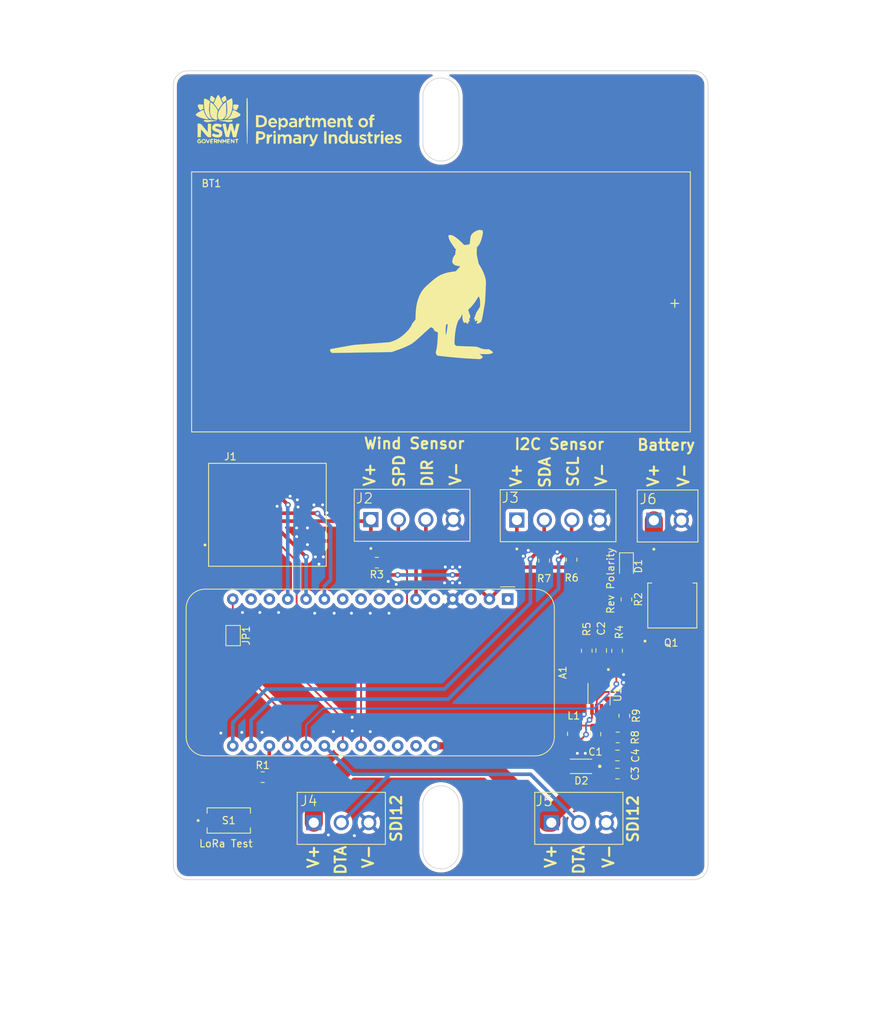
<source format=kicad_pcb>
(kicad_pcb (version 20211014) (generator pcbnew)
  (layers (0 "F.Cu" signal) (31 "B.Cu" signal) (34 "B.Paste" user) (35 "F.Paste" user) (36 "B.SilkS" user "B.Silkscreen") (37 "F.SilkS" user "F.Silkscreen") (38 "B.Mask" user) (39 "F.Mask" user) (44 "Edge.Cuts" user))
  (net 0 "")
  (net 2 "+3.3V")
  (net 4 "GND")
  (net 6 "WIND_DIR")
  (net 11 "SPI_SCK")
  (net 12 "SPI_MOSI")
  (net 13 "SPI_MISO")
  (net 16 "Net-(A1-Pad16)")
  (net 17 "I2C_SDA")
  (net 18 "I2C_SCL")
  (net 19 "LORA_TEST")
  (net 20 "LORA_CONN")
  (net 21 "12V_EN")
  (net 22 "SDI12_DATA")
  (net 23 "SPI_CS")
  (net 24 "WIND_SPD")
  (net 28 "+BATT")
  (net 29 "Net-(C2-Pad1)")
  (net 30 "+12V")
  (net 31 "Net-(C3-Pad2)")
  (net 32 "Net-(D1-Pad2)")
  (net 35 "Net-(R5-Pad2)")
  (net 36 "Net-(D1-Pad1)")
  (net 37 "Net-(D2-Pad2)")
  (footprint "Resistor_SMD:R_0805_2012Metric" (layer "F.Cu") (at 64.5 141.4)
    (fp_text reference "R1")
    (fp_text value "10K")
  )
  (footprint "Resistor_SMD:R_0805_2012Metric" (layer "F.Cu") (at 114.9 116.7875 -90)
    (fp_text reference "R2")
    (fp_text value "320")
  )
  (footprint "MIC2145BMM:MIC2145BMM" (layer "F.Cu") (at 111.1 129.9 -90)
    (fp_text reference "U1")
    (fp_text value "MIC2145BMM")
  )
  (footprint "TBP02R2-381-02BE:CUI_TBP02R2-381-02BE" (layer "F.Cu") (at 118.695 105.8375)
    (fp_text reference "J6")
    (fp_text value "TBP02R2-381-02BE")
  )
  (footprint "LED_SMD:LED_0805_2012Metric_Pad1.15x1.40mm_HandSolder" (layer "F.Cu") (at 114.9 112.2 -90)
    (fp_text reference "D1")
    (fp_text value "LED")
  )
  (footprint "PTS636_SM43J_SMTR_LFS:SW_PTS636_SM43J_SMTR_LFS" (layer "F.Cu") (at 59.8 147.4)
    (fp_text reference "S1")
    (fp_text value "PTS636_SM43J_SMTR_LFS")
  )
  (footprint "CBC2518T100M:CBC2518T100M" (layer "F.Cu") (at 107.74 135.4 -90)
    (fp_text reference "L1")
    (fp_text value "CBC2518T100M")
  )
  (footprint "Capacitor_SMD:C_0805_2012Metric" (layer "F.Cu") (at 111.4 123.8625 90)
    (fp_text reference "C2")
    (fp_text value "0.01uF")
  )
  (footprint "Resistor_SMD:R_0805_2012Metric" (layer "F.Cu") (at 114.6 132.9 -90)
    (fp_text reference "R9")
    (fp_text value "1K")
  )
  (footprint "SM5817PL:SODFL3718X108N" (layer "F.Cu") (at 108.6 139.9 180)
    (fp_text reference "D2")
    (fp_text value "D_Schottky")
  )
  (footprint "BHDL:BHDL" (layer "F.Cu") (at 89.2 75.6)
    (fp_text reference "BT1")
    (fp_text value "BHDL")
  )
  (footprint "Module:Adafruit_Feather_M0_RFM" (layer "F.Cu") (at 98.45 116.7475 -90)
    (fp_text reference "A1")
    (fp_text value "Adafruit_Feather_M0_RFM9x_LoRa_Radio")
  )
  (footprint "Capacitor_SMD:C_0805_2012Metric" (layer "F.Cu") (at 110.6 135.45 -90)
    (fp_text reference "C1")
    (fp_text value "10uF")
  )
  (footprint "Resistor_SMD:R_0805_2012Metric" (layer "F.Cu") (at 109.4 123.9 -90)
    (fp_text reference "R5")
    (fp_text value "10K")
  )
  (footprint "Resistor_SMD:R_0805_2012Metric" (layer "F.Cu") (at 107.3 111.2875 -90)
    (fp_text reference "R6")
    (fp_text value "4.7K")
  )
  (footprint "Resistor_SMD:R_0805_2012Metric" (layer "F.Cu") (at 103.5 111.4125 -90)
    (fp_text reference "R7")
    (fp_text value "4.7K")
  )
  (footprint "Resistor_SMD:R_0805_2012Metric" (layer "F.Cu") (at 113.6 123.9 -90)
    (fp_text reference "R4")
    (fp_text value "1M")
  )
  (footprint "TBP02R2-381-03BE:CUI_TBP02R2-381-03BE" (layer "F.Cu") (at 71.58 147.7)
    (fp_text reference "J4")
    (fp_text value "TBP02R2-381-03BE")
  )
  (footprint "Resistor_SMD:R_0805_2012Metric" (layer "F.Cu") (at 113.6875 135.9 180)
    (fp_text reference "R8")
    (fp_text value "10K")
  )
  (footprint "TBP02R2-381-04BE:CUI_TBP02R2-381-04BE" (layer "F.Cu") (at 99.715 105.8)
    (fp_text reference "J3")
    (fp_text value "TBP02R2-381-04BE")
  )
  (footprint "Capacitor_SMD:C_0805_2012Metric" (layer "F.Cu") (at 113.65 140.9)
    (fp_text reference "C3")
    (fp_text value "100pF")
  )
  (footprint "Capacitor_SMD:C_0805_2012Metric" (layer "F.Cu") (at 113.65 138.4)
    (fp_text reference "C4")
    (fp_text value "10uF")
  )
  (footprint "AOD417:DPAK228P994X240_3N" (layer "F.Cu") (at 121.2555 118.7)
    (fp_text reference "Q1")
    (fp_text value "AOD417")
  )
  (footprint "Resistor_SMD:R_0805_2012Metric" (layer "F.Cu") (at 80.3125 111.7 180)
    (fp_text reference "R3")
    (fp_text value "4.7K")
  )
  (footprint "ST1W008S4AR1500:JAE_ST1W008S4AR1500" (layer "F.Cu") (at 64.8 105.4)
    (fp_text reference "J1")
    (fp_text value "ST1W008S4AR1500")
  )
  (footprint "TBP02R2-381-04BE:CUI_TBP02R2-381-04BE" (layer "F.Cu") (at 79.485 105.7375)
    (fp_text reference "J2")
    (fp_text value "TBP02R2-381-04BE")
  )
  (footprint "TBP02R2-381-03BE:CUI_TBP02R2-381-03BE" (layer "F.Cu") (at 104.49 147.7)
    (fp_text reference "J5")
    (fp_text value "TBP02R2-381-03BE")
  )
  (footprint "Jumper:SolderJumper-2_P1.3mm_Bridged_Pad1.0x1.5mm" (layer "F.Cu") (at 60.4 121.8 -90)
    (fp_text reference "JP1")
    (fp_text value "Jumper_2_Bridged")
  )
  (gr_poly (pts (xy 60.383692 51.282004) (xy 60.42247 51.437529) (xy 60.463729 51.59752) (xy 60.531859 51.853504) (xy 60.590067 52.065171) (xy 60.72765 51.509546) (xy 60.865234 50.953921) (xy 61.066317 50.938046) (xy 61.085957 50.936308) (xy 61.105116 50.935059) (xy 61.123686 50.93429) (xy 61.141558 50.933995) (xy 61.158624 50.934164) (xy 61.174776 50.93479) (xy 61.189904 50.935867) (xy 61.2039 50.937384) (xy 61.216657 50.939337) (xy 61.228064 50.941715) (xy 61.233228 50.943062) (xy 61.238014 50.944512) (xy 61.242409 50.946065) (xy 61.246399 50.94772) (xy 61.24997 50.949475) (xy 61.253109 50.951331) (xy 61.255802 50.953285) (xy 61.258036 50.955337) (xy 61.259798 50.957486) (xy 61.261072 50.959731) (xy 61.261847 50.96207) (xy 61.262108 50.964504) (xy 61.259287 50.990404) (xy 61.247474 51.049667) (xy 61.200593 51.2529) (xy 61.128908 51.543446) (xy 61.039859 51.890546) (xy 60.812317 52.779546) (xy 60.383692 52.779546) (xy 60.256692 52.250379) (xy 60.243746 52.196658) (xy 60.230761 52.144804) (xy 60.217823 52.095075) (xy 60.205016 52.047725) (xy 60.192426 52.003011) (xy 60.180139 51.961188) (xy 60.168239 51.922512) (xy 60.156812 51.887239) (xy 60.145943 51.855624) (xy 60.135718 51.827924) (xy 60.126221 51.804395) (xy 60.117538 51.785291) (xy 60.109754 51.77087) (xy 60.106226 51.765494) (xy 60.102955 51.761386) (xy 60.099951 51.758575) (xy 60.097225 51.757095) (xy 60.094788 51.756977) (xy 60.09265 51.758254) (xy 60.084103 51.777746) (xy 60.070905 51.814974) (xy 60.053862 51.867829) (xy 60.033781 51.934202) (xy 60.011467 52.011986) (xy 59.987727 52.099071) (xy 59.963366 52.193349) (xy 59.939192 52.292713) (xy 59.822776 52.784838) (xy 59.600525 52.768963) (xy 59.383567 52.753088) (xy 59.161317 51.906421) (xy 59.075245 51.572136) (xy 59.004551 51.287957) (xy 58.977297 51.174114) (xy 58.956678 51.084145) (xy 58.943625 51.021834) (xy 58.940226 51.002232) (xy 58.939067 50.990963) (xy 58.938803 50.987521) (xy 58.939 50.984145) (xy 58.939654 50.980837) (xy 58.940762 50.977599) (xy 58.942319 50.974435) (xy 58.944323 50.971347) (xy 58.94965 50.965414) (xy 58.956715 50.959821) (xy 58.965484 50.954593) (xy 58.975928 50.949752) (xy 58.988015 50.945322) (xy 59.001714 50.941326) (xy 59.016995 50.937788) (xy 59.033826 50.93473) (xy 59.052176 50.932176) (xy 59.072015 50.930149) (xy 59.093311 50.928672) (xy 59.116033 50.927769) (xy 59.14015 50.927463) (xy 59.346525 50.927463) (xy 59.45765 51.409004) (xy 59.480657 51.507334) (xy 59.501803 51.602315) (xy 59.520716 51.691592) (xy 59.537025 51.772806) (xy 59.550358 51.843603) (xy 59.560342 51.901625) (xy 59.566605 51.944517) (xy 59.568225 51.959552) (xy 59.568775 51.969921) (xy 59.569757 52.000087) (xy 59.572661 52.021246) (xy 59.577426 52.033568) (xy 59.580487 52.036469) (xy 59.583989 52.037224) (xy 59.587925 52.035856) (xy 59.592288 52.032385) (xy 59.602262 52.01922) (xy 59.613847 51.997901) (xy 59.626984 51.968598) (xy 59.657659 51.886722) (xy 59.693791 51.774956) (xy 59.734884 51.634665) (xy 59.780442 51.467212) (xy 59.912734 50.953921) (xy 60.103233 50.938046) (xy 60.293734 50.922171)) (layer "F.SilkS") (width 0.03) (fill solid))
  (gr_poly (pts (xy 56.681799 53.045773) (xy 56.68576 53.047313) (xy 56.690011 53.049869) (xy 56.694548 53.053439) (xy 56.699369 53.05802) (xy 56.709844 53.070201) (xy 56.721404 53.08639) (xy 56.734018 53.106564) (xy 56.747656 53.130698) (xy 56.762285 53.15877) (xy 56.777876 53.190756) (xy 56.794397 53.226634) (xy 56.811817 53.266379) (xy 56.901775 53.488629) (xy 56.991734 53.261088) (xy 57.001709 53.238659) (xy 57.011753 53.21709) (xy 57.021813 53.196499) (xy 57.031835 53.177) (xy 57.041763 53.15871) (xy 57.051544 53.141746) (xy 57.061124 53.126224) (xy 57.070447 53.11226) (xy 57.074996 53.105898) (xy 57.079461 53.09997) (xy 57.083835 53.094489) (xy 57.08811 53.08947) (xy 57.092281 53.084928) (xy 57.096341 53.080878) (xy 57.100283 53.077333) (xy 57.104099 53.074308) (xy 57.107784 53.071819) (xy 57.11133 53.069878) (xy 57.114731 53.068502) (xy 57.117979 53.067704) (xy 57.121069 53.067499) (xy 57.123993 53.067902) (xy 57.126745 53.068926) (xy 57.129317 53.070587) (xy 57.134462 53.07544) (xy 57.13804 53.082932) (xy 57.14013 53.092878) (xy 57.14081 53.105097) (xy 57.140156 53.119405) (xy 57.138247 53.135618) (xy 57.130971 53.173031) (xy 57.119602 53.215869) (xy 57.10476 53.262669) (xy 57.087066 53.311964) (xy 57.06714 53.362291) (xy 57.045601 53.412183) (xy 57.02307 53.460176) (xy 57.000167 53.504805) (xy 56.977512 53.544605) (xy 56.955726 53.578111) (xy 56.935427 53.603857) (xy 56.92603 53.613363) (xy 56.917237 53.620379) (xy 56.909126 53.624724) (xy 56.901775 53.626212) (xy 56.895956 53.62507) (xy 56.889449 53.621726) (xy 56.882313 53.616302) (xy 56.874604 53.608922) (xy 56.857697 53.588785) (xy 56.839185 53.562299) (xy 56.819526 53.53045) (xy 56.799177 53.494221) (xy 56.778596 53.454596) (xy 56.758239 53.412561) (xy 56.738564 53.3691) (xy 56.720029 53.325197) (xy 56.703091 53.281837) (xy 56.688207 53.240004) (xy 56.675834 53.200682) (xy 56.666431 53.164856) (xy 56.660453 53.13351) (xy 56.658359 53.107629) (xy 56.659036 53.086913) (xy 56.661046 53.070391) (xy 56.662541 53.063695) (xy 56.664358 53.058039) (xy 56.666493 53.05342) (xy 56.668942 53.049834) (xy 56.671701 53.04728) (xy 56.674766 53.045753) (xy 56.678133 53.045252)) (layer "F.SilkS") (width 0.03) (fill solid))
  (gr_poly (pts (xy 94.561361 65.607534) (xy 94.565752 65.608207) (xy 94.570639 65.609356) (xy 94.576074 65.610987) (xy 94.582108 65.61311) (xy 94.588793 65.615731) (xy 94.596181 65.618859) (xy 94.604324 65.6225) (xy 94.623079 65.631358) (xy 94.629098 65.634063) (xy 94.636505 65.636874) (xy 94.655078 65.642741) (xy 94.677991 65.648815) (xy 94.704439 65.65495) (xy 94.733615 65.661003) (xy 94.764714 65.666829) (xy 94.796929 65.672283) (xy 94.829454 65.67722) (xy 94.889151 65.686039) (xy 94.937933 65.693535) (xy 94.956681 65.696581) (xy 94.97084 65.699047) (xy 94.979791 65.700852) (xy 94.982119 65.701481) (xy 94.982712 65.701722) (xy 94.982912 65.701913) (xy 94.983811 65.705589) (xy 94.985144 65.716107) (xy 94.988865 65.75461) (xy 94.993578 65.811303) (xy 94.998787 65.880067) (xy 95.003204 65.934723) (xy 95.005678 65.981959) (xy 95.006096 66.003885) (xy 95.005919 66.025267) (xy 95.005112 66.04654) (xy 95.003639 66.068141) (xy 95.001462 66.090507) (xy 94.998547 66.114074) (xy 94.990354 66.16656) (xy 94.978772 66.229092) (xy 94.96351 66.305164) (xy 94.931735 66.453981) (xy 94.89857 66.596205) (xy 94.863989 66.731897) (xy 94.827966 66.861119) (xy 94.790476 66.983934) (xy 94.751492 67.100402) (xy 94.710989 67.210586) (xy 94.668941 67.314549) (xy 94.625322 67.412352) (xy 94.580106 67.504057) (xy 94.533267 67.589726) (xy 94.48478 67.669422) (xy 94.434619 67.743205) (xy 94.382757 67.811139) (xy 94.329169 67.873285) (xy 94.27383 67.929706) (xy 94.176816 68.021427) (xy 94.166233 68.342455) (xy 94.158285 68.557736) (xy 94.153913 68.726239) (xy 94.153514 68.79802) (xy 94.154544 68.864191) (xy 94.15718 68.926781) (xy 94.161603 68.987818) (xy 94.167989 69.049331) (xy 94.176517 69.113347) (xy 94.200712 69.257004) (xy 94.235614 69.435016) (xy 94.28265 69.663608) (xy 94.413178 70.289789) (xy 94.53665 70.492636) (xy 94.691958 70.758917) (xy 94.834553 71.02216) (xy 94.900832 71.152106) (xy 94.963631 71.280649) (xy 95.022848 71.407575) (xy 95.078383 71.532668) (xy 95.130136 71.655716) (xy 95.178005 71.776502) (xy 95.22189 71.894813) (xy 95.26169 72.010434) (xy 95.297304 72.123151) (xy 95.328631 72.23275) (xy 95.355571 72.339015) (xy 95.378023 72.441733) (xy 95.397812 72.548255) (xy 95.412309 72.649651) (xy 95.42168 72.757992) (xy 95.42609 72.885351) (xy 95.425704 73.043798) (xy 95.420688 73.245405) (xy 95.397426 73.826385) (xy 95.347486 74.933969) (xy 95.328593 75.276994) (xy 95.307468 75.54331) (xy 95.279397 75.78077) (xy 95.239668 76.037227) (xy 95.106385 76.798538) (xy 95.02537 77.258014) (xy 94.991338 77.447308) (xy 94.960974 77.612214) (xy 94.933794 77.754661) (xy 94.909312 77.87658) (xy 94.89793 77.930445) (xy 94.887041 77.979901) (xy 94.876583 78.02519) (xy 94.866496 78.066553) (xy 94.856719 78.104232) (xy 94.847192 78.138468) (xy 94.837853 78.169501) (xy 94.828642 78.197574) (xy 94.819498 78.222927) (xy 94.81036 78.245802) (xy 94.801169 78.266441) (xy 94.791862 78.285083) (xy 94.78238 78.301971) (xy 94.772661 78.317346) (xy 94.762645 78.331449) (xy 94.752271 78.344521) (xy 94.741479 78.356804) (xy 94.730207 78.368539) (xy 94.718396 78.379967) (xy 94.705983 78.39133) (xy 94.680994 78.412868) (xy 94.655643 78.433163) (xy 94.629941 78.452213) (xy 94.603898 78.470015) (xy 94.577524 78.486567) (xy 94.550829 78.501865) (xy 94.523825 78.515908) (xy 94.496521 78.528692) (xy 94.468927 78.540215) (xy 94.441054 78.550475) (xy 94.412913 78.559469) (xy 94.384513 78.567194) (xy 94.355865 78.573648) (xy 94.32698 78.578828) (xy 94.297867 78.582732) (xy 94.268537 78.585357) (xy 94.240142 78.586973) (xy 94.215097 78.587782) (xy 94.193317 78.587683) (xy 94.183626 78.587259) (xy 94.17472 78.58657) (xy 94.16659 78.585602) (xy 94.159224 78.584341) (xy 94.152613 78.582776) (xy 94.146746 78.580893) (xy 94.141613 78.578679) (xy 94.137203 78.576121) (xy 94.133507 78.573207) (xy 94.130513 78.569923) (xy 94.128212 78.566257) (xy 94.126592 78.562196) (xy 94.125645 78.557726) (xy 94.125359 78.552836) (xy 94.125724 78.547511) (xy 94.12673 78.541739) (xy 94.128367 78.535507) (xy 94.130624 78.528803) (xy 94.13349 78.521612) (xy 94.136956 78.513923) (xy 94.145644 78.496998) (xy 94.156607 78.477922) (xy 94.16976 78.456594) (xy 94.183052 78.435239) (xy 94.19515 78.414819) (xy 94.20606 78.395319) (xy 94.215786 78.376723) (xy 94.224334 78.359016) (xy 94.231709 78.342182) (xy 94.237917 78.326206) (xy 94.242961 78.311073) (xy 94.246848 78.296766) (xy 94.249583 78.283271) (xy 94.250519 78.276822) (xy 94.25117 78.270571) (xy 94.251535 78.264515) (xy 94.251615 78.258652) (xy 94.251411 78.25298) (xy 94.250924 78.247498) (xy 94.250153 78.242202) (xy 94.249101 78.237092) (xy 94.247766 78.232166) (xy 94.246151 78.227421) (xy 94.244255 78.222856) (xy 94.24208 78.218468) (xy 94.237619 78.210411) (xy 94.233353 78.203455) (xy 94.229061 78.197625) (xy 94.224523 78.192947) (xy 94.222094 78.191049) (xy 94.219521 78.189448) (xy 94.216776 78.188148) (xy 94.213833 78.187153) (xy 94.210664 78.186465) (xy 94.207242 78.186088) (xy 94.203538 78.186024) (xy 94.199526 78.186278) (xy 94.190467 78.18775) (xy 94.179844 78.190529) (xy 94.167439 78.194642) (xy 94.153031 78.200113) (xy 94.136401 78.20697) (xy 94.11733 78.215237) (xy 94.070983 78.236107) (xy 94.058757 78.241602) (xy 94.046598 78.246825) (xy 94.034574 78.251753) (xy 94.022751 78.256364) (xy 94.011197 78.260634) (xy 93.999979 78.264539) (xy 93.989164 78.268057) (xy 93.978819 78.271164) (xy 93.969012 78.273837) (xy 93.959809 78.276053) (xy 93.951278 78.277788) (xy 93.943486 78.27902) (xy 93.9365 78.279724) (xy 93.930388 78.279878) (xy 93.925216 78.279458) (xy 93.923003 78.279026) (xy 93.921051 78.278441) (xy 93.916902 78.276949) (xy 93.913052 78.275123) (xy 93.9095 78.27297) (xy 93.906248 78.270497) (xy 93.903294 78.267711) (xy 93.900638 78.26462) (xy 93.89828 78.261231) (xy 93.896219 78.25755) (xy 93.894456 78.253585) (xy 93.892989 78.249343) (xy 93.891819 78.244831) (xy 93.890945 78.240055) (xy 93.890084 78.229745) (xy 93.890404 78.218468) (xy 93.891902 78.206282) (xy 93.894575 78.193244) (xy 93.898422 78.179409) (xy 93.903439 78.164835) (xy 93.909624 78.14958) (xy 93.916975 78.133699) (xy 93.925488 78.117249) (xy 93.935161 78.100288) (xy 93.939705 78.092089) (xy 93.94406 78.084058) (xy 93.948204 78.076239) (xy 93.952112 78.068676) (xy 93.955762 78.061412) (xy 93.95913 78.054492) (xy 93.962193 78.04796) (xy 93.964928 78.041859) (xy 93.967312 78.036233) (xy 93.969321 78.031127) (xy 93.970932 78.026585) (xy 93.972122 78.022649) (xy 93.972867 78.019365) (xy 93.973066 78.017981) (xy 93.973145 78.016776) (xy 93.973101 78.015755) (xy 93.972932 78.014925) (xy 93.972634 78.014291) (xy 93.972205 78.013858) (xy 93.971813 78.013392) (xy 93.9713 78.012988) (xy 93.969927 78.012359) (xy 93.968115 78.011962) (xy 93.965893 78.01179) (xy 93.963287 78.011836) (xy 93.960328 78.01209) (xy 93.957044 78.012546) (xy 93.953462 78.013196) (xy 93.949612 78.014032) (xy 93.945521 78.015046) (xy 93.941219 78.016231) (xy 93.936733 78.017578) (xy 93.927324 78.02073) (xy 93.917524 78.02444) (xy 93.905599 78.028756) (xy 93.894886 78.032426) (xy 93.885274 78.035424) (xy 93.880846 78.036664) (xy 93.876651 78.037725) (xy 93.872677 78.038606) (xy 93.868907 78.039302) (xy 93.86533 78.039811) (xy 93.861931 78.04013) (xy 93.858695 78.040254) (xy 93.85561 78.040182) (xy 93.852662 78.03991) (xy 93.849835 78.039434) (xy 93.847117 78.038751) (xy 93.844494 78.037858) (xy 93.841951 78.036753) (xy 93.839476 78.035431) (xy 93.837053 78.033889) (xy 93.834669 78.032124) (xy 93.832311 78.030133) (xy 93.829964 78.027913) (xy 93.827614 78.025461) (xy 93.825248 78.022772) (xy 93.822851 78.019845) (xy 93.82041 78.016675) (xy 93.81534 78.009596) (xy 93.809926 78.00151) (xy 93.805696 77.993968) (xy 93.802378 77.986159) (xy 93.80014 77.97748) (xy 93.79915 77.967335) (xy 93.799576 77.955122) (xy 93.801585 77.940243) (xy 93.805347 77.922098) (xy 93.811028 77.900087) (xy 93.828822 77.842072) (xy 93.856311 77.761401) (xy 93.945746 77.512913) (xy 94.108023 77.066649) (xy 94.358495 76.669774) (xy 94.455096 76.518465) (xy 94.493681 76.456888) (xy 94.526396 76.402545) (xy 94.553695 76.353824) (xy 94.576033 76.309114) (xy 94.593865 76.266801) (xy 94.607645 76.225274) (xy 94.617829 76.18292) (xy 94.624871 76.138127) (xy 94.629225 76.089282) (xy 94.631348 76.034774) (xy 94.631692 75.97299) (xy 94.630714 75.902317) (xy 94.626607 75.727858) (xy 94.623837 75.627371) (xy 94.620654 75.542429) (xy 94.616809 75.470385) (xy 94.612055 75.408594) (xy 94.609259 75.380716) (xy 94.606143 75.354409) (xy 94.602675 75.329342) (xy 94.598825 75.305185) (xy 94.594562 75.281607) (xy 94.589854 75.258277) (xy 94.578981 75.211038) (xy 94.570357 75.177736) (xy 94.561087 75.144793) (xy 94.55127 75.112444) (xy 94.541003 75.080924) (xy 94.530384 75.050469) (xy 94.519512 75.021314) (xy 94.508485 74.993693) (xy 94.497402 74.967842) (xy 94.486359 74.943996) (xy 94.475457 74.922391) (xy 94.464792 74.903261) (xy 94.454462 74.886841) (xy 94.444567 74.873366) (xy 94.439813 74.867807) (xy 94.435204 74.863073) (xy 94.430753 74.859192) (xy 94.426472 74.856195) (xy 94.422373 74.854111) (xy 94.418468 74.852968) (xy 94.416742 74.852813) (xy 94.414873 74.853007) (xy 94.410706 74.854436) (xy 94.405976 74.85724) (xy 94.400691 74.861402) (xy 94.394858 74.866908) (xy 94.388485 74.873742) (xy 94.38158 74.881889) (xy 94.37415 74.891333) (xy 94.366203 74.902058) (xy 94.357748 74.91405) (xy 94.339341 74.941769) (xy 94.31899 74.974366) (xy 94.296759 75.011718) (xy 94.227062 75.129543) (xy 94.155735 75.245978) (xy 94.083048 75.360666) (xy 94.009273 75.473251) (xy 93.934682 75.583376) (xy 93.859546 75.690685) (xy 93.784136 75.794821) (xy 93.708724 75.895427) (xy 93.63358 75.992147) (xy 93.558976 76.084624) (xy 93.485183 76.172503) (xy 93.412473 76.255425) (xy 93.341117 76.333036) (xy 93.271386 76.404977) (xy 93.203552 76.470893) (xy 93.137885 76.530427) (xy 93.120908 76.545254) (xy 93.104427 76.559917) (xy 93.088524 76.574331) (xy 93.073283 76.588415) (xy 93.058786 76.602085) (xy 93.045116 76.615259) (xy 93.032356 76.627854) (xy 93.020587 76.639788) (xy 93.009893 76.650978) (xy 93.000357 76.66134) (xy 92.992062 76.670794) (xy 92.985089 76.679255) (xy 92.979521 76.686641) (xy 92.975442 76.69287) (xy 92.973987 76.695524) (xy 92.972934 76.697858) (xy 92.972295 76.699862) (xy 92.97208 76.701524) (xy 92.975198 76.715994) (xy 92.984124 76.747495) (xy 93.016838 76.853659) (xy 93.065097 77.004141) (xy 93.123774 77.183066) (xy 93.275469 77.639912) (xy 93.19962 77.809246) (xy 93.125539 77.980343) (xy 93.146704 78.121454) (xy 93.166108 78.262566) (xy 93.109664 78.306663) (xy 93.096844 78.316768) (xy 93.082515 78.328299) (xy 93.051233 78.354068) (xy 93.019621 78.380829) (xy 93.004879 78.3936) (xy 92.991481 78.40544) (xy 92.982132 78.413951) (xy 92.973901 78.421684) (xy 92.966751 78.42873) (xy 92.960641 78.435179) (xy 92.957965 78.438208) (xy 92.955534 78.441121) (xy 92.953345 78.443931) (xy 92.951391 78.446648) (xy 92.949669 78.449283) (xy 92.948173 78.451849) (xy 92.946899 78.454355) (xy 92.945841 78.456814) (xy 92.944996 78.459237) (xy 92.944357 78.461635) (xy 92.943921 78.46402) (xy 92.943681 78.466402) (xy 92.943635 78.468793) (xy 92.943776 78.471205) (xy 92.944099 78.473648) (xy 92.944601 78.476135) (xy 92.945276 78.478675) (xy 92.946119 78.481281) (xy 92.947126 78.483964) (xy 92.948291 78.486735) (xy 92.951078 78.492587) (xy 92.954441 78.498928) (xy 92.957258 78.504719) (xy 92.959759 78.510508) (xy 92.961948 78.516284) (xy 92.963829 78.522034) (xy 92.965406 78.527747) (xy 92.966684 78.53341) (xy 92.967667 78.539012) (xy 92.968359 78.54454) (xy 92.968764 78.549984) (xy 92.968887 78.55533) (xy 92.968731 78.560567) (xy 92.9683 78.565683) (xy 92.9676 78.570666) (xy 92.966634 78.575503) (xy 92.965407 78.580184) (xy 92.963922 78.584696) (xy 92.962183 78.589027) (xy 92.960196 78.593165) (xy 92.957964 78.597099) (xy 92.955491 78.600816) (xy 92.952782 78.604304) (xy 92.949841 78.607551) (xy 92.946672 78.610546) (xy 92.943278 78.613276) (xy 92.939666 78.61573) (xy 92.935837 78.617896) (xy 92.931798 78.619761) (xy 92.927551 78.621314) (xy 92.923102 78.622542) (xy 92.918454 78.623435) (xy 92.913611 78.623979) (xy 92.908579 78.624163) (xy 92.895328 78.623604) (xy 92.882031 78.621923) (xy 92.868682 78.619116) (xy 92.855277 78.615178) (xy 92.841809 78.610102) (xy 92.828274 78.603885) (xy 92.814667 78.59652) (xy 92.800982 78.588003) (xy 92.787215 78.578328) (xy 92.77336 78.56749) (xy 92.759411 78.555485) (xy 92.745365 78.542307) (xy 92.731215 78.52795) (xy 92.716957 78.51241) (xy 92.702585 78.495682) (xy 92.688094 78.477759) (xy 92.673018 78.459638) (xy 92.658438 78.442592) (xy 92.644685 78.427034) (xy 92.638222 78.419943) (xy 92.63209 78.413378) (xy 92.62633 78.407392) (xy 92.620983 78.402037) (xy 92.616091 78.397364) (xy 92.611695 78.393424) (xy 92.607837 78.39027) (xy 92.604557 78.387953) (xy 92.603147 78.387125) (xy 92.601898 78.386525) (xy 92.600813 78.386161) (xy 92.5999 78.386038) (xy 92.599037 78.38612) (xy 92.598105 78.386363) (xy 92.596045 78.387316) (xy 92.593741 78.388863) (xy 92.591218 78.390971) (xy 92.588498 78.393606) (xy 92.585606 78.396735) (xy 92.582563 78.400323) (xy 92.579394 78.404338) (xy 92.576122 78.408746) (xy 92.572769 78.413512) (xy 92.56936 78.418605) (xy 92.565917 78.423989) (xy 92.562464 78.429632) (xy 92.559024 78.435499) (xy 92.55562 78.441558) (xy 92.552275 78.447774) (xy 92.543599 78.463666) (xy 92.534458 78.477303) (xy 92.524885 78.488724) (xy 92.514912 78.497969) (xy 92.504571 78.505077) (xy 92.493894 78.510088) (xy 92.482913 78.513041) (xy 92.471659 78.513975) (xy 92.460165 78.51293) (xy 92.448462 78.509945) (xy 92.436584 78.50506) (xy 92.424561 78.498314) (xy 92.412425 78.489746) (xy 92.400209 78.479396) (xy 92.375664 78.453507) (xy 92.351182 78.420962) (xy 92.327016 78.382076) (xy 92.303425 78.337165) (xy 92.280663 78.286543) (xy 92.258986 78.230527) (xy 92.23865 78.169431) (xy 92.219911 78.10357) (xy 92.203025 78.03326) (xy 92.195659 77.993755) (xy 92.189409 77.951377) (xy 92.184235 77.905236) (xy 92.180094 77.854445) (xy 92.176945 77.798114) (xy 92.174747 77.735355) (xy 92.173458 77.665278) (xy 92.173038 77.586995) (xy 92.172714 77.52036) (xy 92.17177 77.461043) (xy 92.170248 77.40958) (xy 92.169282 77.386962) (xy 92.168187 77.36651) (xy 92.166969 77.34829) (xy 92.165631 77.332369) (xy 92.16418 77.318815) (xy 92.162621 77.307695) (xy 92.160958 77.299077) (xy 92.159196 77.293026) (xy 92.158281 77.290985) (xy 92.157342 77.289611) (xy 92.156382 77.288913) (xy 92.1554 77.288899) (xy 92.153091 77.290414) (xy 92.15016 77.293577) (xy 92.146644 77.298302) (xy 92.142584 77.304498) (xy 92.132982 77.320959) (xy 92.121665 77.342257) (xy 92.108942 77.367688) (xy 92.095123 77.396551) (xy 92.080519 77.428143) (xy 92.065439 77.46176) (xy 92.043274 77.512467) (xy 92.021649 77.560252) (xy 92.000401 77.605375) (xy 91.979368 77.648099) (xy 91.958386 77.688682) (xy 91.937293 77.727388) (xy 91.915926 77.764475) (xy 91.894123 77.800206) (xy 91.87172 77.834842) (xy 91.848555 77.868643) (xy 91.824464 77.901871) (xy 91.799286 77.934785) (xy 91.772858 77.967649) (xy 91.745016 78.000721) (xy 91.715598 78.034264) (xy 91.684441 78.068538) (xy 91.672834 78.081124) (xy 91.661782 78.093821) (xy 91.651222 78.106741) (xy 91.641087 78.119994) (xy 91.631315 78.133691) (xy 91.621839 78.147944) (xy 91.612596 78.162863) (xy 91.603522 78.17856) (xy 91.59455 78.195146) (xy 91.585617 78.212732) (xy 91.576659 78.231429) (xy 91.56761 78.251348) (xy 91.548982 78.295297) (xy 91.529218 78.345468) (xy 91.445871 78.5798) (xy 91.37044 78.837015) (xy 91.302906 79.117173) (xy 91.243247 79.420338) (xy 91.191444 79.746572) (xy 91.147474 80.095935) (xy 91.111318 80.468491) (xy 91.082955 80.864301) (xy 91.078521 80.947902) (xy 91.075182 81.024367) (xy 91.073002 81.094125) (xy 91.07204 81.157603) (xy 91.072361 81.215232) (xy 91.074025 81.26744) (xy 91.077094 81.314656) (xy 91.081632 81.357308) (xy 91.08447 81.377058) (xy 91.087698 81.395827) (xy 91.091325 81.41367) (xy 91.095357 81.430641) (xy 91.099802 81.446792) (xy 91.104669 81.462178) (xy 91.109965 81.476852) (xy 91.115697 81.490868) (xy 91.121873 81.504279) (xy 91.128502 81.517139) (xy 91.135591 81.529502) (xy 91.143147 81.541421) (xy 91.151179 81.55295) (xy 91.159694 81.564142) (xy 91.1687 81.575052) (xy 91.178205 81.585732) (xy 91.194152 81.602119) (xy 91.210533 81.616945) (xy 91.227783 81.630303) (xy 91.246335 81.642287) (xy 91.266623 81.652989) (xy 91.289081 81.662503) (xy 91.314144 81.670921) (xy 91.342246 81.678336) (xy 91.37382 81.684842) (xy 91.409301 81.690532) (xy 91.449123 81.695498) (xy 91.49372 81.699834) (xy 91.598974 81.706986) (xy 91.728537 81.712732) (xy 92.914974 81.759034) (xy 93.827565 81.792107) (xy 94.162703 81.804455) (xy 94.400829 81.904996) (xy 94.488993 81.941606) (xy 94.575571 81.975373) (xy 94.660589 82.006308) (xy 94.744071 82.034422) (xy 94.826045 82.059724) (xy 94.906535 82.082226) (xy 94.985568 82.101937) (xy 95.06317 82.118868) (xy 95.139366 82.133029) (xy 95.214182 82.14443) (xy 95.287644 82.153082) (xy 95.359778 82.158996) (xy 95.430611 82.162181) (xy 95.500166 82.162647) (xy 95.568471 82.160406) (xy 95.635552 82.155468) (xy 95.785482 82.139592) (xy 95.912484 82.204857) (xy 95.947433 82.223361) (xy 95.982067 82.242419) (xy 96.016236 82.261927) (xy 96.04979 82.281779) (xy 96.08258 82.301869) (xy 96.114454 82.32209) (xy 96.145265 82.342337) (xy 96.17486 82.362504) (xy 96.203092 82.382486) (xy 96.229809 82.402175) (xy 96.254863 82.421466) (xy 96.278103 82.440253) (xy 96.299378 82.458431) (xy 96.318541 82.475893) (xy 96.33544 82.492533) (xy 96.349926 82.508246) (xy 96.362201 82.523318) (xy 96.373711 82.537874) (xy 96.384188 82.551561) (xy 96.393362 82.564029) (xy 96.397377 82.569696) (xy 96.400965 82.574926) (xy 96.404094 82.579675) (xy 96.406729 82.5839) (xy 96.408837 82.587557) (xy 96.410384 82.590601) (xy 96.411337 82.592989) (xy 96.411581 82.593923) (xy 96.411663 82.594677) (xy 96.411205 82.597054) (xy 96.409859 82.59987) (xy 96.404672 82.606707) (xy 96.396443 82.61497) (xy 96.385507 82.624443) (xy 96.372205 82.634907) (xy 96.356875 82.646147) (xy 96.321483 82.670083) (xy 96.28204 82.694516) (xy 96.241254 82.717708) (xy 96.221203 82.728296) (xy 96.201831 82.737923) (xy 96.183478 82.746372) (xy 96.166481 82.753426) (xy 96.128029 82.766096) (xy 96.083506 82.777642) (xy 95.976615 82.79733) (xy 95.846532 82.81243) (xy 95.69398 82.82288) (xy 95.519683 82.828616) (xy 95.324363 82.829577) (xy 95.108745 82.825702) (xy 94.873552 82.816927) (xy 94.79929 82.81404) (xy 94.735197 82.812021) (xy 94.681191 82.810912) (xy 94.657945 82.810711) (xy 94.63719 82.810753) (xy 94.618916 82.811044) (xy 94.603111 82.811587) (xy 94.589766 82.812389) (xy 94.578871 82.813454) (xy 94.570415 82.814788) (xy 94.567098 82.815558) (xy 94.564388 82.816397) (xy 94.562282 82.817305) (xy 94.560779 82.818284) (xy 94.559878 82.819333) (xy 94.559578 82.820455) (xy 94.559747 82.821549) (xy 94.560249 82.822844) (xy 94.562217 82.826011) (xy 94.565415 82.829907) (xy 94.569776 82.834483) (xy 94.575232 82.839689) (xy 94.581717 82.845476) (xy 94.597502 82.858598) (xy 94.616595 82.873457) (xy 94.638458 82.889659) (xy 94.662554 82.906812) (xy 94.688344 82.924523) (xy 94.714726 82.943175) (xy 94.740237 82.962034) (xy 94.764792 82.981016) (xy 94.788306 83.00004) (xy 94.810694 83.019023) (xy 94.831869 83.037881) (xy 94.851748 83.056533) (xy 94.870244 83.074896) (xy 94.887272 83.092886) (xy 94.902748 83.110422) (xy 94.916586 83.12742) (xy 94.9287 83.143798) (xy 94.939005 83.159473) (xy 94.947417 83.174363) (xy 94.950886 83.181487) (xy 94.953849 83.188384) (xy 94.956297 83.195043) (xy 94.958217 83.201455) (xy 94.960197 83.210719) (xy 94.961511 83.219987) (xy 94.962164 83.229253) (xy 94.962162 83.23851) (xy 94.96151 83.247751) (xy 94.960213 83.25697) (xy 94.958278 83.266161) (xy 94.955709 83.275317) (xy 94.952513 83.284431) (xy 94.948694 83.293498) (xy 94.944258 83.302511) (xy 94.939211 83.311463) (xy 94.933558 83.320347) (xy 94.927304 83.329159) (xy 94.913018 83.346534) (xy 94.896396 83.363537) (xy 94.877482 83.380117) (xy 94.85632 83.396221) (xy 94.832954 83.411798) (xy 94.807428 83.426796) (xy 94.779786 83.441164) (xy 94.750072 83.45485) (xy 94.718329 83.467801) (xy 94.701855 83.473968) (xy 94.685752 83.480424) (xy 94.670394 83.486963) (xy 94.656152 83.493378) (xy 94.643398 83.499462) (xy 94.632505 83.505009) (xy 94.623844 83.509812) (xy 94.620467 83.511869) (xy 94.617788 83.513663) (xy 94.61439 83.515504) (xy 94.608878 83.51706) (xy 94.601331 83.518337) (xy 94.591825 83.51934) (xy 94.567248 83.520546) (xy 94.535767 83.520718) (xy 94.498001 83.519898) (xy 94.454573 83.518127) (xy 94.4061 83.515447) (xy 94.353205 83.511898) (xy 94.214078 83.502252) (xy 94.01542 83.490291) (xy 93.545343 83.466037) (xy 92.542544 83.407829) (xy 91.494601 83.328455) (xy 90.448974 83.231882) (xy 89.453121 83.12208) (xy 89.181262 83.090329) (xy 88.923955 83.058579) (xy 88.870315 83.05182) (xy 88.820933 83.044854) (xy 88.776429 83.037806) (xy 88.737423 83.030799) (xy 88.720176 83.027349) (xy 88.704536 83.023957) (xy 88.690581 83.020636) (xy 88.678388 83.017404) (xy 88.668035 83.014275) (xy 88.659599 83.011265) (xy 88.653158 83.008389) (xy 88.648789 83.005663) (xy 88.64549 83.002307) (xy 88.641581 82.997588) (xy 88.632141 82.984386) (xy 88.620882 82.966719) (xy 88.608218 82.945249) (xy 88.594562 82.920638) (xy 88.580327 82.893545) (xy 88.565927 82.864634) (xy 88.551775 82.834566) (xy 88.537158 82.802574) (xy 88.524389 82.772523) (xy 88.513455 82.744079) (xy 88.504342 82.716909) (xy 88.497038 82.690679) (xy 88.49153 82.665056) (xy 88.487804 82.639708) (xy 88.485848 82.6143) (xy 88.48565 82.588499) (xy 88.487195 82.561972) (xy 88.490472 82.534386) (xy 88.495467 82.505407) (xy 88.502167 82.474702) (xy 88.51056 82.441938) (xy 88.520632 82.406781) (xy 88.53237 82.368898) (xy 88.572113 82.218786) (xy 88.60921 82.028882) (xy 88.643496 81.800903) (xy 88.674805 81.536564) (xy 88.702973 81.237582) (xy 88.727833 80.905671) (xy 88.74922 80.542548) (xy 88.76697 80.149927) (xy 88.768805 80.100315) (xy 88.770325 80.056389) (xy 88.771504 80.01776) (xy 88.772316 79.984038) (xy 88.772735 79.954833) (xy 88.772789 79.941802) (xy 88.772736 79.929754) (xy 88.772571 79.91864) (xy 88.772292 79.908411) (xy 88.771895 79.899019) (xy 88.771378 79.890415) (xy 88.770737 79.882549) (xy 88.769968 79.875374) (xy 88.769069 79.86884) (xy 88.768036 79.862899) (xy 88.766866 79.857501) (xy 88.765556 79.852599) (xy 88.764103 79.848143) (xy 88.762503 79.844085) (xy 88.760753 79.840376) (xy 88.75885 79.836966) (xy 88.756791 79.833808) (xy 88.754572 79.830852) (xy 88.752191 79.828051) (xy 88.749643 79.825354) (xy 88.746927 79.822713) (xy 88.744037 79.82008) (xy 88.735041 79.812562) (xy 88.722836 79.804005) (xy 88.707769 79.79457) (xy 88.690184 79.784416) (xy 88.64885 79.762595) (xy 88.601604 79.739823) (xy 88.551216 79.717381) (xy 88.530679 79.708954) (xy 89.841176 79.708954) (xy 89.841369 79.83324) (xy 89.841641 79.885889) (xy 89.842058 79.932637) (xy 89.84264 79.973805) (xy 89.843409 80.009711) (xy 89.844384 80.040677) (xy 89.845586 80.067024) (xy 89.847036 80.089071) (xy 89.847861 80.098582) (xy 89.848755 80.107139) (xy 89.849722 80.114781) (xy 89.850764 80.121548) (xy 89.851883 80.127481) (xy 89.853083 80.132619) (xy 89.854365 80.137003) (xy 89.855732 80.140672) (xy 89.857187 80.143667) (xy 89.858733 80.146027) (xy 89.860371 80.147794) (xy 89.862105 80.149006) (xy 89.863938 80.149704) (xy 89.865871 80.149927) (xy 89.871847 80.148825) (xy 89.877877 80.14549) (xy 89.883975 80.139881) (xy 89.890152 80.131958) (xy 89.896423 80.121677) (xy 89.902799 80.109) (xy 89.909295 80.093882) (xy 89.915922 80.076285) (xy 89.922694 80.056166) (xy 89.929623 80.033483) (xy 89.944006 79.980263) (xy 89.959175 79.916295) (xy 89.975232 79.841247) (xy 89.994267 79.743468) (xy 90.01605 79.617949) (xy 90.062324 79.322222) (xy 90.102976 79.031125) (xy 90.117731 78.911394) (xy 90.126926 78.821718) (xy 90.137509 78.67708) (xy 90.086357 78.67708) (xy 90.079228 78.677249) (xy 90.07207 78.677751) (xy 90.064896 78.678576) (xy 90.057719 78.679716) (xy 90.05055 78.681162) (xy 90.043403 78.682905) (xy 90.03629 78.684938) (xy 90.029224 78.68725) (xy 90.022218 78.689834) (xy 90.015283 78.69268) (xy 90.008433 78.69578) (xy 90.001681 78.699125) (xy 89.995038 78.702707) (xy 89.988518 78.706516) (xy 89.982132 78.710544) (xy 89.975894 78.714783) (xy 89.969817 78.719223) (xy 89.963912 78.723856) (xy 89.958192 78.728673) (xy 89.952671 78.733665) (xy 89.94736 78.738824) (xy 89.942272 78.744141) (xy 89.93742 78.749608) (xy 89.932817 78.755214) (xy 89.928474 78.760953) (xy 89.924405 78.766814) (xy 89.920622 78.77279) (xy 89.917138 78.778872) (xy 89.913965 78.78505) (xy 89.911117 78.791316) (xy 89.908604 78.797662) (xy 89.906441 78.804079) (xy 89.899022 78.831101) (xy 89.891989 78.863073) (xy 89.879128 78.941001) (xy 89.867962 79.036127) (xy 89.858595 79.146715) (xy 89.851129 79.271027) (xy 89.845669 79.407329) (xy 89.842317 79.553884) (xy 89.841176 79.708954) (xy 88.530679 79.708954) (xy 88.500456 79.696552) (xy 88.452094 79.678617) (xy 88.429678 79.671136) (xy 88.408899 79.664858) (xy 88.39745 79.661183) (xy 88.38684 79.657368) (xy 88.37696 79.653316) (xy 88.367696 79.648928) (xy 88.358939 79.644105) (xy 88.350578 79.638751) (xy 88.3425 79.632766) (xy 88.334596 79.626052) (xy 88.326754 79.618512) (xy 88.318862 79.610046) (xy 88.310811 79.600557) (xy 88.302488 79.589947) (xy 88.293782 79.578118) (xy 88.284584 79.56497) (xy 88.27478 79.550407) (xy 88.264261 79.53433) (xy 88.249206 79.510486) (xy 88.233448 79.484472) (xy 88.217442 79.457094) (xy 88.201642 79.429158) (xy 88.186505 79.401469) (xy 88.172483 79.374835) (xy 88.160033 79.350062) (xy 88.149608 79.327955) (xy 88.10551 79.229177) (xy 87.944995 79.163912) (xy 87.916983 79.152742) (xy 87.892299 79.143011) (xy 87.870675 79.13467) (xy 87.85184 79.12767) (xy 87.843386 79.124657) (xy 87.835528 79.121962) (xy 87.828233 79.119577) (xy 87.821469 79.117497) (xy 87.8152 79.115715) (xy 87.809394 79.114225) (xy 87.804016 79.113022) (xy 87.799034 79.112098) (xy 87.794414 79.111449) (xy 87.790122 79.111067) (xy 87.786124 79.110947) (xy 87.782388 79.111082) (xy 87.778878 79.111467) (xy 87.775563 79.112094) (xy 87.772408 79.112959) (xy 87.769379 79.114055) (xy 87.766444 79.115376) (xy 87.763567 79.116915) (xy 87.760717 79.118667) (xy 87.757859 79.120625) (xy 87.75496 79.122784) (xy 87.751985 79.125136) (xy 87.745678 79.130399) (xy 86.664414 80.107593) (xy 86.259219 80.472763) (xy 85.933419 80.762465) (xy 85.7957 80.882664) (xy 85.672319 80.988377) (xy 85.561438 81.081062) (xy 85.461221 81.162179) (xy 85.369829 81.233188) (xy 85.285428 81.295549) (xy 85.206178 81.350721) (xy 85.130243 81.400166) (xy 85.055786 81.445342) (xy 84.98097 81.487709) (xy 84.903958 81.528727) (xy 84.822913 81.569857) (xy 84.619373 81.669344) (xy 84.409695 81.766475) (xy 84.190053 81.862862) (xy 83.956623 81.960117) (xy 83.705583 82.059853) (xy 83.433107 82.163681) (xy 83.135371 82.273215) (xy 82.808552 82.390065) (xy 82.392274 82.538233) (xy 82.032441 82.548815) (xy 81.395897 82.560721) (xy 80.369094 82.575274) (xy 77.961385 82.610552) (xy 75.488413 82.647593) (xy 74.117872 82.666996) (xy 74.056136 82.629953) (xy 74.041381 82.620306) (xy 74.026901 82.609903) (xy 74.01272 82.598777) (xy 73.998864 82.586959) (xy 73.98536 82.574479) (xy 73.972234 82.561369) (xy 73.95951 82.54766) (xy 73.947215 82.533381) (xy 73.935376 82.518566) (xy 73.924016 82.503244) (xy 73.913163 82.487446) (xy 73.902843 82.471204) (xy 73.89308 82.454549) (xy 73.883902 82.437512) (xy 73.875333 82.420122) (xy 73.867399 82.402413) (xy 73.860268 82.385462) (xy 73.854084 82.369581) (xy 73.848846 82.354641) (xy 73.844552 82.340511) (xy 73.841197 82.327064) (xy 73.838781 82.31417) (xy 73.8373 82.3017) (xy 73.836752 82.289524) (xy 73.837134 82.277513) (xy 73.838443 82.265539) (xy 73.840678 82.253472) (xy 73.843835 82.241182) (xy 73.847912 82.228541) (xy 73.852906 82.21542) (xy 73.858815 82.201688) (xy 73.865636 82.187218) (xy 73.895622 82.127245) (xy 74.169024 82.079621) (xy 75.791802 81.793871) (xy 76.562759 81.658354) (xy 76.822282 81.614564) (xy 77.023658 81.582865) (xy 77.186256 81.560345) (xy 77.329444 81.544088) (xy 77.472592 81.531179) (xy 77.635066 81.518705) (xy 79.063816 81.411107) (xy 80.827704 81.278815) (xy 81.806663 81.206496) (xy 81.875965 81.200898) (xy 81.943364 81.193129) (xy 82.010433 81.182839) (xy 82.078743 81.169675) (xy 82.149863 81.153287) (xy 82.225366 81.133322) (xy 82.306821 81.109431) (xy 82.395801 81.08126) (xy 82.493034 81.048489) (xy 82.59017 81.013064) (xy 82.687075 80.975061) (xy 82.783609 80.934554) (xy 82.879637 80.891618) (xy 82.975022 80.846329) (xy 83.069627 80.79876) (xy 83.163314 80.748988) (xy 83.255947 80.697086) (xy 83.347389 80.64313) (xy 83.437503 80.587195) (xy 83.526152 80.529356) (xy 83.613199 80.469688) (xy 83.698506 80.408265) (xy 83.781939 80.345162) (xy 83.863358 80.280456) (xy 83.970669 80.18924) (xy 84.091147 80.081218) (xy 84.218281 79.962738) (xy 84.34556 79.840144) (xy 84.466473 79.719783) (xy 84.574508 79.608) (xy 84.663153 79.511141) (xy 84.698171 79.470291) (xy 84.725899 79.435552) (xy 84.819971 79.30859) (xy 84.903666 79.191115) (xy 84.941584 79.136007) (xy 84.976861 79.083356) (xy 85.009481 79.033191) (xy 85.03943 78.985539) (xy 85.066692 78.940431) (xy 85.091251 78.897893) (xy 85.113092 78.857954) (xy 85.1322 78.820643) (xy 85.148558 78.785989) (xy 85.162152 78.754019) (xy 85.172965 78.724761) (xy 85.180983 78.698246) (xy 85.184901 78.683854) (xy 85.189509 78.669596) (xy 85.195001 78.655194) (xy 85.201571 78.640368) (xy 85.209411 78.62484) (xy 85.218717 78.608329) (xy 85.229681 78.590558) (xy 85.242498 78.571246) (xy 85.257362 78.550116) (xy 85.274465 78.526887) (xy 85.316168 78.473019) (xy 85.369157 78.407411) (xy 85.434983 78.327829) (xy 85.664288 78.050899) (xy 85.676635 77.627565) (xy 85.684671 77.400874) (xy 85.695611 77.182838) (xy 85.709548 76.972978) (xy 85.726576 76.770812) (xy 85.746786 76.57586) (xy 85.770273 76.387641) (xy 85.797129 76.205676) (xy 85.827448 76.029482) (xy 85.861322 75.858581) (xy 85.898844 75.69249) (xy 85.940108 75.53073) (xy 85.985206 75.37282) (xy 86.034231 75.218279) (xy 86.087277 75.066626) (xy 86.144437 74.917382) (xy 86.205802 74.770066) (xy 86.250438 74.669795) (xy 86.296484 74.572552) (xy 86.344112 74.478099) (xy 86.393491 74.3862) (xy 86.444793 74.296615) (xy 86.498188 74.209108) (xy 86.553846 74.123441) (xy 86.611938 74.039375) (xy 86.672634 73.956674) (xy 86.736106 73.875099) (xy 86.802523 73.794413) (xy 86.872056 73.714378) (xy 86.944876 73.634757) (xy 87.021152 73.555312) (xy 87.101057 73.475804) (xy 87.18476 73.395997) (xy 87.425652 73.17304) (xy 87.656022 72.966021) (xy 87.875602 72.775166) (xy 88.084123 72.600703) (xy 88.281317 72.442859) (xy 88.466915 72.301862) (xy 88.640647 72.177938) (xy 88.72298 72.12245) (xy 88.802246 72.071316) (xy 88.90512 72.008638) (xy 89.011401 71.948905) (xy 89.121192 71.892087) (xy 89.234592 71.838152) (xy 89.351702 71.78707) (xy 89.472623 71.738809) (xy 89.597457 71.693339) (xy 89.726303 71.650628) (xy 89.859262 71.610646) (xy 89.996436 71.573362) (xy 90.137925 71.538744) (xy 90.283829 71.506761) (xy 90.43425 71.477384) (xy 90.589289 71.450579) (xy 90.749045 71.426317) (xy 90.91362 71.404567) (xy 91.019702 71.390927) (xy 91.063255 71.385106) (xy 91.101144 71.379789) (xy 91.133866 71.374854) (xy 91.148444 71.372492) (xy 91.161916 71.370181) (xy 91.174344 71.367904) (xy 91.18579 71.365646) (xy 91.196317 71.363394) (xy 91.205985 71.36113) (xy 91.214858 71.358841) (xy 91.222997 71.356511) (xy 91.230465 71.354124) (xy 91.237322 71.351667) (xy 91.243632 71.349122) (xy 91.249456 71.346476) (xy 91.254856 71.343713) (xy 91.259895 71.340818) (xy 91.264633 71.337776) (xy 91.269134 71.334571) (xy 91.27346 71.331188) (xy 91.277671 71.327613) (xy 91.281832 71.323829) (xy 91.286002 71.319823) (xy 91.294622 71.31108) (xy 91.402233 71.198339) (xy 91.50695 71.086487) (xy 91.605052 70.97972) (xy 91.692819 70.882234) (xy 91.766531 70.798226) (xy 91.822465 70.731891) (xy 91.842603 70.706662) (xy 91.856902 70.687425) (xy 91.864897 70.674704) (xy 91.866384 70.670952) (xy 91.866121 70.669025) (xy 91.863824 70.667602) (xy 91.859651 70.665993) (xy 91.846112 70.6623) (xy 91.826372 70.65811) (xy 91.801298 70.653591) (xy 91.77176 70.648905) (xy 91.738625 70.64422) (xy 91.702762 70.6397) (xy 91.665038 70.63551) (xy 91.584294 70.625504) (xy 91.507411 70.613338) (xy 91.434362 70.599001) (xy 91.365122 70.582483) (xy 91.299664 70.563775) (xy 91.268346 70.553596) (xy 91.237963 70.542865) (xy 91.208514 70.531581) (xy 91.179994 70.519743) (xy 91.1524 70.50735) (xy 91.125729 70.494399) (xy 91.099978 70.480891) (xy 91.075144 70.466823) (xy 91.051223 70.452195) (xy 91.028212 70.437004) (xy 91.006108 70.42125) (xy 90.984908 70.404932) (xy 90.964609 70.388048) (xy 90.945206 70.370597) (xy 90.926698 70.352577) (xy 90.90908 70.333987) (xy 90.89235 70.314827) (xy 90.876504 70.295094) (xy 90.86154 70.274787) (xy 90.847453 70.253906) (xy 90.834241 70.232449) (xy 90.8219 70.210413) (xy 90.802707 70.174323) (xy 90.794982 70.158959) (xy 90.788413 70.144929) (xy 90.782929 70.131891) (xy 90.77846 70.119504) (xy 90.774937 70.107427) (xy 90.77229 70.09532) (xy 90.770449 70.08284) (xy 90.769344 70.069647) (xy 90.768906 70.0554) (xy 90.769065 70.039757) (xy 90.769751 70.022378) (xy 90.770894 70.002922) (xy 90.774274 69.956413) (xy 90.780521 69.893727) (xy 90.788698 69.832617) (xy 90.798834 69.773006) (xy 90.810957 69.714816) (xy 90.825095 69.657969) (xy 90.841277 69.602389) (xy 90.859532 69.547997) (xy 90.879887 69.494716) (xy 90.902371 69.442468) (xy 90.927012 69.391177) (xy 90.95384 69.340764) (xy 90.982882 69.291152) (xy 91.014166 69.242263) (xy 91.047722 69.194021) (xy 91.083578 69.146347) (xy 91.121761 69.099164) (xy 91.188788 69.019789) (xy 91.19937 68.746386) (xy 91.211718 68.472983) (xy 91.271691 68.420067) (xy 91.333428 68.365385) (xy 91.255815 68.310705) (xy 91.240171 68.298694) (xy 91.222274 68.282411) (xy 91.179307 68.236484) (xy 91.126087 68.17183) (xy 91.061788 68.087353) (xy 90.985583 67.981957) (xy 90.896644 67.854547) (xy 90.794146 67.704028) (xy 90.67726 67.529303) (xy 90.629367 67.456277) (xy 90.584246 67.384719) (xy 90.5419 67.314649) (xy 90.502332 67.246088) (xy 90.465543 67.179057) (xy 90.431538 67.113576) (xy 90.400318 67.049666) (xy 90.371886 66.987348) (xy 90.346245 66.926642) (xy 90.323397 66.867568) (xy 90.303344 66.810149) (xy 90.28609 66.754404) (xy 90.271636 66.700354) (xy 90.259986 66.648019) (xy 90.251142 66.597421) (xy 90.245107 66.54858) (xy 90.242831 66.522815) (xy 90.241366 66.499639) (xy 90.240821 66.478871) (xy 90.240927 66.469334) (xy 90.241304 66.460331) (xy 90.241965 66.451839) (xy 90.242924 66.443837) (xy 90.244194 66.4363) (xy 90.24579 66.429208) (xy 90.247723 66.422537) (xy 90.250009 66.416264) (xy 90.25266 66.410367) (xy 90.255691 66.404824) (xy 90.259114 66.399611) (xy 90.262943 66.394706) (xy 90.267193 66.390087) (xy 90.271876 66.385731) (xy 90.277006 66.381615) (xy 90.282596 66.377717) (xy 90.28866 66.374014) (xy 90.295213 66.370483) (xy 90.302266 66.367102) (xy 90.309834 66.363848) (xy 90.32657 66.357632) (xy 90.345527 66.351654) (xy 90.366816 66.345733) (xy 90.397227 66.339052) (xy 90.429533 66.334864) (xy 90.463643 66.333141) (xy 90.499465 66.333854) (xy 90.53691 66.336976) (xy 90.575888 66.342478) (xy 90.616307 66.35033) (xy 90.658077 66.360506) (xy 90.701109 66.372976) (xy 90.745311 66.387712) (xy 90.790593 66.404685) (xy 90.836864 66.423868) (xy 90.884035 66.445231) (xy 90.932014 66.468747) (xy 90.980712 66.494387) (xy 91.030037 66.522122) (xy 91.088517 66.557748) (xy 91.150609 66.598275) (xy 91.215956 66.643397) (xy 91.284203 66.692805) (xy 91.427966 66.803252) (xy 91.579048 66.927155) (xy 91.734594 67.062055) (xy 91.891752 67.205491) (xy 92.047671 67.355005) (xy 92.199497 67.508136) (xy 92.389995 67.705692) (xy 92.532871 67.705692) (xy 92.56696 67.705168) (xy 92.604002 67.703656) (xy 92.684538 67.698002) (xy 92.769662 67.689413) (xy 92.85456 67.678572) (xy 92.934414 67.666159) (xy 93.004408 67.652857) (xy 93.034202 67.646086) (xy 93.059725 67.639349) (xy 93.080376 67.632731) (xy 93.095551 67.626317) (xy 93.110249 67.618482) (xy 93.123343 67.610607) (xy 93.134964 67.602318) (xy 93.145244 67.593243) (xy 93.154314 67.583012) (xy 93.162307 67.57125) (xy 93.169355 67.557587) (xy 93.175588 67.54165) (xy 93.18114 67.523067) (xy 93.186141 67.501466) (xy 93.190723 67.476475) (xy 93.195019 67.447723) (xy 93.203276 67.377443) (xy 93.211968 67.28765) (xy 93.232832 67.078908) (xy 93.24316 66.986533) (xy 93.25353 66.901606) (xy 93.264024 66.823718) (xy 93.274724 66.752458) (xy 93.285714 66.687414) (xy 93.297076 66.628176) (xy 93.308892 66.574333) (xy 93.321247 66.525474) (xy 93.334221 66.481189) (xy 93.347898 66.441066) (xy 93.36236 66.404695) (xy 93.377691 66.371664) (xy 93.393972 66.341564) (xy 93.411287 66.313983) (xy 93.451346 66.258131) (xy 93.494125 66.204346) (xy 93.539617 66.152628) (xy 93.587814 66.102978) (xy 93.638709 66.055394) (xy 93.692294 66.009878) (xy 93.74856 65.966428) (xy 93.807501 65.925046) (xy 93.869108 65.88573) (xy 93.933374 65.848482) (xy 94.000291 65.813301) (xy 94.069852 65.780187) (xy 94.142048 65.749139) (xy 94.216871 65.720159) (xy 94.294314 65.693246) (xy 94.37437 65.6684) (xy 94.406093 65.659181) (xy 94.435997 65.65021) (xy 94.463419 65.641735) (xy 94.4877 65.634004) (xy 94.508178 65.627266) (xy 94.524191 65.621767) (xy 94.535078 65.617757) (xy 94.538392 65.616388) (xy 94.540177 65.615483) (xy 94.542542 65.613046) (xy 94.545041 65.611029) (xy 94.547726 65.609441) (xy 94.550649 65.60829) (xy 94.553862 65.607583) (xy 94.557415 65.607329)) (layer "F.SilkS") (width 0.01) (fill solid))
  (gr_poly (pts (xy 60.420859 49.056459) (xy 60.428589 49.057272) (xy 60.436807 49.05862) (xy 60.445545 49.060474) (xy 60.464711 49.065592) (xy 60.486341 49.072399) (xy 60.510692 49.080671) (xy 60.558228 49.098649) (xy 60.612671 49.122301) (xy 60.672741 49.150853) (xy 60.737159 49.183528) (xy 60.804647 49.219551) (xy 60.873926 49.258148) (xy 61.012739 49.339963) (xy 61.079716 49.381629) (xy 61.143367 49.422769) (xy 61.202413 49.462606) (xy 61.255577 49.500366) (xy 61.301578 49.535274) (xy 61.339138 49.566553) (xy 61.366977 49.59343) (xy 61.376852 49.604975) (xy 61.383817 49.615129) (xy 61.396637 49.637721) (xy 61.40148 49.648867) (xy 61.405263 49.659933) (xy 61.407972 49.670933) (xy 61.409594 49.681881) (xy 61.410118 49.692793) (xy 61.409531 49.703682) (xy 61.40782 49.714564) (xy 61.404972 49.725452) (xy 61.400975 49.736362) (xy 61.395816 49.747307) (xy 61.389483 49.758303) (xy 61.381963 49.769364) (xy 61.373244 49.780504) (xy 61.363312 49.791739) (xy 61.339762 49.814547) (xy 61.311212 49.837907) (xy 61.277561 49.861932) (xy 61.23871 49.886741) (xy 61.194556 49.912448) (xy 61.145 49.939172) (xy 61.08994 49.967027) (xy 61.029276 49.996129) (xy 60.973048 50.021258) (xy 60.908363 50.046845) (xy 60.836438 50.072601) (xy 60.758491 50.098242) (xy 60.589395 50.148027) (xy 60.410812 50.193905) (xy 60.232477 50.233583) (xy 60.064125 50.264764) (xy 59.986736 50.276452) (xy 59.915493 50.285156) (xy 59.851615 50.290588) (xy 59.796317 50.292463) (xy 59.653442 50.292463) (xy 59.843942 50.091379) (xy 59.883006 50.048909) (xy 59.920806 50.004873) (xy 59.957319 49.959318) (xy 59.992522 49.912289) (xy 60.026392 49.863835) (xy 60.058906 49.814001) (xy 60.09004 49.762833) (xy 60.11977 49.710379) (xy 60.148075 49.656685) (xy 60.17493 49.601797) (xy 60.200312 49.545761) (xy 60.224198 49.488625) (xy 60.246565 49.430435) (xy 60.267389 49.371237) (xy 60.286647 49.311078) (xy 60.304317 49.250004) (xy 60.314716 49.212698) (xy 60.324254 49.180003) (xy 60.333187 49.151696) (xy 60.341772 49.127552) (xy 60.346014 49.11697) (xy 60.350264 49.107345) (xy 60.354555 49.098648) (xy 60.358918 49.090851) (xy 60.363387 49.083926) (xy 60.367992 49.077845) (xy 60.372765 49.07258) (xy 60.377739 49.068103) (xy 60.382946 49.064385) (xy 60.388417 49.061399) (xy 60.394184 49.059117) (xy 60.40028 49.057509) (xy 60.406737 49.056549) (xy 60.413586 49.056209)) (layer "F.SilkS") (width 0.03) (fill solid))
  (gr_poly (pts (xy 69.330082 52.414008) (xy 69.360499 52.415072) (xy 69.389117 52.417067) (xy 69.416123 52.420054) (xy 69.441703 52.424095) (xy 69.466043 52.429252) (xy 69.489328 52.435588) (xy 69.511745 52.443163) (xy 69.53348 52.452041) (xy 69.554719 52.462284) (xy 69.575648 52.473952) (xy 69.596453 52.487109) (xy 69.61732 52.501816) (xy 69.638435 52.518136) (xy 69.659984 52.53613) (xy 69.707371 52.578359) (xy 69.726712 52.598102) (xy 69.74341 52.617985) (xy 69.757658 52.638797) (xy 69.769651 52.661331) (xy 69.779582 52.686376) (xy 69.787645 52.714723) (xy 69.794033 52.747163) (xy 69.798941 52.784486) (xy 69.802562 52.827483) (xy 69.805091 52.876946) (xy 69.807643 52.998427) (xy 69.80815 53.155254) (xy 69.80815 53.652671) (xy 69.665276 53.668546) (xy 69.657402 53.669446) (xy 69.649659 53.670164) (xy 69.642057 53.670703) (xy 69.634601 53.671068) (xy 69.6273 53.671262) (xy 69.620162 53.67129) (xy 69.613195 53.671155) (xy 69.606406 53.670861) (xy 69.599803 53.670412) (xy 69.593394 53.669812) (xy 69.587186 53.669065) (xy 69.581188 53.668174) (xy 69.575406 53.667144) (xy 69.56985 53.665978) (xy 69.564526 53.66468) (xy 69.559442 53.663254) (xy 69.554606 53.661705) (xy 69.550027 53.660035) (xy 69.54571 53.658249) (xy 69.541665 53.65635) (xy 69.537899 53.654343) (xy 69.53442 53.652232) (xy 69.531236 53.650019) (xy 69.528353 53.64771) (xy 69.525781 53.645308) (xy 69.523527 53.642816) (xy 69.521598 53.640239) (xy 69.520002 53.637581) (xy 69.518748 53.634846) (xy 69.517842 53.632036) (xy 69.517293 53.629157) (xy 69.517108 53.626212) (xy 69.516735 53.619643) (xy 69.516267 53.616645) (xy 69.51561 53.613841) (xy 69.514763 53.611235) (xy 69.513725 53.60883) (xy 69.512495 53.606628) (xy 69.511072 53.604633) (xy 69.509456 53.602846) (xy 69.507645 53.601272) (xy 69.505638 53.599913) (xy 69.503435 53.598772) (xy 69.501033 53.597852) (xy 69.498434 53.597156) (xy 69.495634 53.596687) (xy 69.492634 53.596447) (xy 69.489433 53.59644) (xy 69.486029 53.596668) (xy 69.482421 53.597134) (xy 69.478609 53.597842) (xy 69.470368 53.599993) (xy 69.461298 53.603144) (xy 69.45139 53.607318) (xy 69.440638 53.612539) (xy 69.429033 53.618829) (xy 69.416567 53.626212) (xy 69.401276 53.633841) (xy 69.385208 53.640854) (xy 69.35098 53.653053) (xy 69.314364 53.66285) (xy 69.275842 53.670282) (xy 69.235894 53.675389) (xy 69.194999 53.67821) (xy 69.15364 53.678782) (xy 69.112296 53.677145) (xy 69.071449 53.673338) (xy 69.031578 53.667399) (xy 68.993164 53.659367) (xy 68.956689 53.649281) (xy 68.922631 53.63718) (xy 68.891473 53.623102) (xy 68.877131 53.615334) (xy 68.863694 53.607086) (xy 68.851223 53.598364) (xy 68.839776 53.589171) (xy 68.823389 53.574663) (xy 68.807964 53.559917) (xy 68.7935 53.544947) (xy 68.779997 53.529764) (xy 68.767455 53.514379) (xy 68.755874 53.498805) (xy 68.745254 53.483052) (xy 68.735596 53.467132) (xy 68.726899 53.451058) (xy 68.719163 53.43484) (xy 68.712388 53.41849) (xy 68.706574 53.40202) (xy 68.701722 53.385441) (xy 68.697831 53.368766) (xy 68.694901 53.352005) (xy 68.692932 53.335171) (xy 68.691924 53.318275) (xy 68.691878 53.301328) (xy 68.692792 53.284343) (xy 68.694668 53.26733) (xy 68.695786 53.260623) (xy 68.994165 53.260623) (xy 68.994198 53.273194) (xy 68.994942 53.286279) (xy 68.996388 53.29988) (xy 68.998526 53.314004) (xy 69.000898 53.332061) (xy 69.004107 53.348576) (xy 69.008246 53.363618) (xy 69.010694 53.370608) (xy 69.013409 53.377256) (xy 69.016403 53.383571) (xy 69.019687 53.389562) (xy 69.023274 53.395236) (xy 69.027175 53.400604) (xy 69.031402 53.405673) (xy 69.035965 53.410452) (xy 69.040878 53.41495) (xy 69.046151 53.419176) (xy 69.051796 53.423139) (xy 69.057825 53.426846) (xy 69.064249 53.430308) (xy 69.07108 53.433532) (xy 69.078329 53.436527) (xy 69.086009 53.439303) (xy 69.102706 53.444229) (xy 69.121263 53.44838) (xy 69.141774 53.451825) (xy 69.16433 53.454635) (xy 69.189027 53.456879) (xy 69.208591 53.458554) (xy 69.227593 53.459613) (xy 69.246029 53.460059) (xy 69.263895 53.459897) (xy 69.281188 53.45913) (xy 69.297904 53.457763) (xy 69.314038 53.455799) (xy 69.329586 53.453241) (xy 69.344546 53.450095) (xy 69.358913 53.446363) (xy 69.372682 53.44205) (xy 69.385851 53.43716) (xy 69.398416 53.431695) (xy 69.410372 53.425662) (xy 69.421715 53.419062) (xy 69.432443 53.4119) (xy 69.44255 53.40418) (xy 69.452033 53.395906) (xy 69.460888 53.387082) (xy 69.469112 53.377711) (xy 69.4767 53.367798) (xy 69.483648 53.357345) (xy 69.489953 53.346358) (xy 69.495611 53.33484) (xy 69.500618 53.322795) (xy 69.50497 53.310227) (xy 69.508663 53.297139) (xy 69.511693 53.283536) (xy 69.514056 53.269421) (xy 69.515749 53.254799) (xy 69.516768 53.239672) (xy 69.517108 53.224046) (xy 69.51677 53.204307) (xy 69.515641 53.186684) (xy 69.51355 53.171061) (xy 69.512092 53.163963) (xy 69.510329 53.157321) (xy 69.50824 53.151122) (xy 69.505804 53.145349) (xy 69.503001 53.13999) (xy 69.499807 53.135028) (xy 69.496203 53.13045) (xy 69.492167 53.126242) (xy 69.487677 53.122388) (xy 69.482713 53.118874) (xy 69.477252 53.115686) (xy 69.471274 53.112809) (xy 69.464758 53.110228) (xy 69.457681 53.107929) (xy 69.441762 53.104119) (xy 69.423348 53.101263) (xy 69.402266 53.099244) (xy 69.378348 53.097945) (xy 69.351422 53.097252) (xy 69.321318 53.097046) (xy 69.274672 53.097797) (xy 69.252813 53.098742) (xy 69.231917 53.100074) (xy 69.211975 53.101798) (xy 69.192977 53.103918) (xy 69.174912 53.106439) (xy 69.157772 53.109366) (xy 69.141546 53.112704) (xy 69.126226 53.116457) (xy 69.111801 53.120631) (xy 69.098261 53.12523) (xy 69.085597 53.13026) (xy 69.0738 53.135725) (xy 69.062859 53.141629) (xy 69.052765 53.147978) (xy 69.043508 53.154777) (xy 69.035079 53.162031) (xy 69.027467 53.169743) (xy 69.020664 53.17792) (xy 69.014659 53.186565) (xy 69.009442 53.195685) (xy 69.005005 53.205283) (xy 69.001337 53.215364) (xy 68.998429 53.225934) (xy 68.99627 53.236998) (xy 68.994852 53.248559) (xy 68.994165 53.260623) (xy 68.695786 53.260623) (xy 68.697505 53.250302) (xy 68.701304 53.23327) (xy 68.706063 53.216246) (xy 68.711784 53.199242) (xy 68.718465 53.182268) (xy 68.726108 53.165337) (xy 68.734713 53.14846) (xy 68.744278 53.131649) (xy 68.754805 53.114915) (xy 68.766292 53.098271) (xy 68.778741 53.081727) (xy 68.792151 53.065296) (xy 68.813301 53.0409) (xy 68.833358 53.019201) (xy 68.852717 53.000044) (xy 68.871774 52.983275) (xy 68.890924 52.968739) (xy 68.910562 52.95628) (xy 68.931084 52.945743) (xy 68.952885 52.936973) (xy 68.97636 52.929816) (xy 69.001905 52.924116) (xy 69.029915 52.919719) (xy 69.060785 52.916468) (xy 69.094911 52.91421) (xy 69.132688 52.912789) (xy 69.220775 52.911838) (xy 69.254624 52.911591) (xy 69.286683 52.910856) (xy 69.316897 52.90964) (xy 69.345212 52.907952) (xy 69.371574 52.905798) (xy 69.395927 52.903187) (xy 69.418219 52.900127) (xy 69.438395 52.896624) (xy 69.447672 52.89471) (xy 69.4564 52.892688) (xy 69.464572 52.890559) (xy 69.472181 52.888325) (xy 69.47922 52.885986) (xy 69.485683 52.883544) (xy 69.491562 52.880998) (xy 69.496851 52.878351) (xy 69.501544 52.875604) (xy 69.505632 52.872756) (xy 69.509111 52.86981) (xy 69.511972 52.866765) (xy 69.514209 52.863624) (xy 69.515815 52.860387) (xy 69.516784 52.857055) (xy 69.517108 52.853629) (xy 69.516645 52.842375) (xy 69.515265 52.831437) (xy 69.512979 52.82082) (xy 69.509801 52.810531) (xy 69.505744 52.800575) (xy 69.500819 52.790959) (xy 69.495039 52.781687) (xy 69.488418 52.772766) (xy 69.480967 52.764202) (xy 69.472699 52.756) (xy 69.453763 52.740706) (xy 69.431712 52.726932) (xy 69.406645 52.714723) (xy 69.378664 52.704127) (xy 69.347868 52.69519) (xy 69.31436 52.687957) (xy 69.27824 52.682477) (xy 69.239608 52.678795) (xy 69.198566 52.676958) (xy 69.155213 52.677012) (xy 69.109652 52.679004) (xy 69.069297 52.681655) (xy 69.033377 52.683593) (xy 69.001611 52.684725) (xy 68.987199 52.68496) (xy 68.973721 52.684958) (xy 68.961143 52.684708) (xy 68.949428 52.684198) (xy 68.938543 52.683417) (xy 68.928453 52.682353) (xy 68.919122 52.680995) (xy 68.910516 52.67933) (xy 68.902599 52.677347) (xy 68.895338 52.675036) (xy 68.888697 52.672383) (xy 68.882641 52.669377) (xy 68.877136 52.666007) (xy 68.872146 52.662261) (xy 68.867636 52.658128) (xy 68.863573 52.653595) (xy 68.85992 52.648652) (xy 68.856643 52.643286) (xy 68.853707 52.637486) (xy 68.851077 52.63124) (xy 68.848719 52.624537) (xy 68.846597 52.617365) (xy 68.844677 52.609712) (xy 68.842923 52.601567) (xy 68.839776 52.583755) (xy 68.838892 52.576887) (xy 68.838226 52.570175) (xy 68.837776 52.563621) (xy 68.837544 52.557224) (xy 68.837528 52.550986) (xy 68.83773 52.544908) (xy 68.838148 52.538991) (xy 68.838784 52.533236) (xy 68.839636 52.527643) (xy 68.840706 52.522214) (xy 68.841993 52.51695) (xy 68.843496 52.511852) (xy 68.845217 52.50692) (xy 68.847155 52.502156) (xy 68.84931 52.497561) (xy 68.851682 52.493135) (xy 68.854271 52.488879) (xy 68.857077 52.484795) (xy 68.8601 52.480884) (xy 68.86334 52.477146) (xy 68.866797 52.473582) (xy 68.870471 52.470194) (xy 68.874363 52.466982) (xy 68.878471 52.463948) (xy 68.882796 52.461092) (xy 68.887339 52.458415) (xy 68.892098 52.455918) (xy 68.897075 52.453602) (xy 68.902268 52.451469) (xy 68.907679 52.449518) (xy 68.913306 52.447752) (xy 68.919151 52.446171) (xy 68.930223 52.443256) (xy 68.94348 52.440466) (xy 68.975871 52.435257) (xy 69.014959 52.430544) (xy 69.05938 52.426327) (xy 69.10777 52.422607) (xy 69.158764 52.419382) (xy 69.263109 52.414421) (xy 69.297681 52.413811)) (layer "F.SilkS") (width 0.03) (fill solid))
  (gr_poly (pts (xy 77.549859 52.419713) (xy 77.692734 52.435587) (xy 77.692734 53.652671) (xy 77.549859 53.668546) (xy 77.529883 53.670215) (xy 77.511588 53.671233) (xy 77.503054 53.671489) (xy 77.494921 53.671569) (xy 77.487181 53.671472) (xy 77.479828 53.671192) (xy 77.472854 53.670726) (xy 77.466254 53.670071) (xy 77.460019 53.669221) (xy 77.454145 53.668174) (xy 77.448622 53.666925) (xy 77.443446 53.665471) (xy 77.438609 53.663808) (xy 77.434104 53.661931) (xy 77.429925 53.659838) (xy 77.426065 53.657523) (xy 77.422516 53.654984) (xy 77.419273 53.652216) (xy 77.416328 53.649216) (xy 77.413675 53.645979) (xy 77.411307 53.642502) (xy 77.409217 53.63878) (xy 77.407398 53.634811) (xy 77.405844 53.63059) (xy 77.404547 53.626112) (xy 77.403501 53.621376) (xy 77.4027 53.616375) (xy 77.402136 53.611108) (xy 77.401802 53.605569) (xy 77.401693 53.599754) (xy 77.401548 53.5858) (xy 77.401031 53.573699) (xy 77.400018 53.563443) (xy 77.399287 53.559004) (xy 77.398385 53.555023) (xy 77.397298 53.5515) (xy 77.396008 53.548433) (xy 77.394502 53.545822) (xy 77.392763 53.543665) (xy 77.390776 53.541961) (xy 77.388526 53.54071) (xy 77.385996 53.53991) (xy 77.383172 53.539562) (xy 77.380038 53.539662) (xy 77.376578 53.540211) (xy 77.372777 53.541208) (xy 77.36862 53.542652) (xy 77.36409 53.544541) (xy 77.359173 53.546875) (xy 77.348115 53.552873) (xy 77.33532 53.560639) (xy 77.320664 53.570164) (xy 77.304025 53.581441) (xy 77.285277 53.594463) (xy 77.259279 53.611388) (xy 77.231089 53.626429) (xy 77.200991 53.639564) (xy 77.169273 53.650769) (xy 77.136222 53.66002) (xy 77.102125 53.667295) (xy 77.067268 53.67257) (xy 77.031938 53.675822) (xy 76.996422 53.677027) (xy 76.961006 53.676163) (xy 76.925979 53.673206) (xy 76.891625 53.668132) (xy 76.858233 53.66092) (xy 76.826089 53.651544) (xy 76.79548 53.639983) (xy 76.766692 53.626212) (xy 76.74077 53.610088) (xy 76.716576 53.589491) (xy 76.694103 53.564414) (xy 76.673344 53.534849) (xy 76.654289 53.500787) (xy 76.636932 53.462222) (xy 76.621265 53.419146) (xy 76.60728 53.371551) (xy 76.59497 53.319429) (xy 76.584325 53.262772) (xy 76.57534 53.201573) (xy 76.568006 53.135824) (xy 76.562315 53.065517) (xy 76.55826 52.990644) (xy 76.555832 52.911198) (xy 76.555025 52.827171) (xy 76.555025 52.409129) (xy 76.872525 52.409129) (xy 76.872525 52.848338) (xy 76.873049 52.931436) (xy 76.874737 53.006364) (xy 76.877757 53.07351) (xy 76.879821 53.104286) (xy 76.882281 53.133261) (xy 76.885161 53.160485) (xy 76.88848 53.186005) (xy 76.892261 53.20987) (xy 76.896524 53.232128) (xy 76.90129 53.252829) (xy 76.906583 53.27202) (xy 76.912421 53.28975) (xy 76.918827 53.306067) (xy 76.925823 53.32102) (xy 76.933429 53.334657) (xy 76.941666 53.347027) (xy 76.950557 53.358177) (xy 76.960122 53.368158) (xy 76.970383 53.377016) (xy 76.98136 53.384801) (xy 76.993076 53.39156) (xy 77.005552 53.397343) (xy 77.018809 53.402198) (xy 77.032868 53.406173) (xy 77.04775 53.409316) (xy 77.063478 53.411677) (xy 77.080072 53.413303) (xy 77.097553 53.414243) (xy 77.115943 53.414546) (xy 77.155778 53.412949) (xy 77.192032 53.407973) (xy 77.224844 53.399338) (xy 77.240003 53.393561) (xy 77.254354 53.386765) (xy 77.267914 53.378914) (xy 77.280701 53.369975) (xy 77.292732 53.359912) (xy 77.304025 53.34869) (xy 77.314597 53.336274) (xy 77.324466 53.322629) (xy 77.333648 53.307721) (xy 77.342162 53.291515) (xy 77.357254 53.255067) (xy 77.369881 53.213008) (xy 77.380183 53.165057) (xy 77.388298 53.110937) (xy 77.394368 53.050367) (xy 77.39853 52.983069) (xy 77.400925 52.908763) (xy 77.401693 52.827171) (xy 77.401693 52.403838)) (layer "F.SilkS") (width 0.03) (fill solid))
  (gr_poly (pts (xy 80.144954 52.409448) (xy 80.161451 52.410442) (xy 80.176444 52.412164) (xy 80.183393 52.413315) (xy 80.189987 52.414669) (xy 80.196232 52.416232) (xy 80.202135 52.418011) (xy 80.207703 52.420013) (xy 80.212942 52.422245) (xy 80.21786 52.424713) (xy 80.222462 52.427424) (xy 80.226757 52.430385) (xy 80.23075 52.433603) (xy 80.234449 52.437085) (xy 80.23786 52.440837) (xy 80.240989 52.444866) (xy 80.243845 52.449178) (xy 80.246433 52.453782) (xy 80.248761 52.458683) (xy 80.250835 52.463888) (xy 80.252661 52.469405) (xy 80.254248 52.475239) (xy 80.2556 52.481397) (xy 80.256726 52.487888) (xy 80.257633 52.494716) (xy 80.258326 52.501889) (xy 80.258812 52.509414) (xy 80.259193 52.525546) (xy 80.259193 52.636671) (xy 80.380901 52.525546) (xy 80.394215 52.513774) (xy 80.408289 52.502312) (xy 80.423014 52.491223) (xy 80.438282 52.480567) (xy 80.453984 52.470407) (xy 80.470011 52.460806) (xy 80.486256 52.451824) (xy 80.502609 52.443525) (xy 80.518962 52.43597) (xy 80.535207 52.429221) (xy 80.551234 52.42334) (xy 80.566936 52.41839) (xy 80.582204 52.414431) (xy 80.596929 52.411527) (xy 80.611003 52.409739) (xy 80.624317 52.409129) (xy 80.641317 52.409455) (xy 80.656636 52.410494) (xy 80.670326 52.412338) (xy 80.676578 52.413592) (xy 80.682443 52.415082) (xy 80.687929 52.416821) (xy 80.693041 52.418819) (xy 80.697787 52.421088) (xy 80.702173 52.42364) (xy 80.706207 52.426487) (xy 80.709895 52.42964) (xy 80.713244 52.43311) (xy 80.71626 52.43691) (xy 80.718951 52.441052) (xy 80.721323 52.445546) (xy 80.723383 52.450404) (xy 80.725138 52.455638) (xy 80.726595 52.46126) (xy 80.72776 52.467281) (xy 80.72864 52.473712) (xy 80.729241 52.480567) (xy 80.729638 52.495589) (xy 80.729004 52.512441) (xy 80.727393 52.531215) (xy 80.72486 52.552004) (xy 80.722562 52.571171) (xy 80.71962 52.589004) (xy 80.717901 52.597431) (xy 80.716012 52.605536) (xy 80.71395 52.613323) (xy 80.711714 52.620796) (xy 80.709298 52.627959) (xy 80.706702 52.634816) (xy 80.703922 52.64137) (xy 80.700954 52.647626) (xy 80.697797 52.653588) (xy 80.694447 52.659259) (xy 80.690901 52.664643) (xy 80.687156 52.669744) (xy 80.68321 52.674566) (xy 80.67906 52.679113) (xy 80.674702 52.683388) (xy 80.670134 52.687397) (xy 80.665353 52.691141) (xy 80.660355 52.694626) (xy 80.655139 52.697855) (xy 80.649701 52.700832) (xy 80.644038 52.703562) (xy 80.638147 52.706047) (xy 80.632026 52.708291) (xy 80.625671 52.7103) (xy 80.61908 52.712075) (xy 80.612249 52.713622) (xy 80.605176 52.714945) (xy 80.597858 52.716046) (xy 80.559525 52.723633) (xy 80.523858 52.734577) (xy 80.490795 52.749009) (xy 80.460275 52.767061) (xy 80.432236 52.788865) (xy 80.406615 52.814552) (xy 80.38335 52.844254) (xy 80.36238 52.878103) (xy 80.343642 52.916231) (xy 80.327074 52.95877) (xy 80.312615 53.005851) (xy 80.300203 53.057606) (xy 80.289775 53.114168) (xy 80.281269 53.175667) (xy 80.274624 53.242235) (xy 80.269777 53.314004) (xy 80.265904 53.374788) (xy 80.262108 53.428447) (xy 80.258219 53.475425) (xy 80.254067 53.516162) (xy 80.251839 53.534329) (xy 80.24948 53.551102) (xy 80.246971 53.566536) (xy 80.24429 53.580686) (xy 80.241414 53.593607) (xy 80.238323 53.605355) (xy 80.234996 53.615984) (xy 80.231412 53.625551) (xy 80.227548 53.63411) (xy 80.223383 53.641717) (xy 80.218898 53.648426) (xy 80.214069 53.654294) (xy 80.208875 53.659374) (xy 80.203297 53.663723) (xy 80.197311 53.667396) (xy 80.190897 53.670448) (xy 80.184033 53.672933) (xy 80.176698 53.674909) (xy 80.168871 53.676428) (xy 80.160531 53.677548) (xy 80.151656 53.678323) (xy 80.142224 53.678808) (xy 80.121608 53.679129) (xy 80.079688 53.677889) (xy 80.062728 53.674944) (xy 80.048186 53.669207) (xy 80.035877 53.659751) (xy 80.025614 53.645643) (xy 80.017211 53.625954) (xy 80.010483 53.599754) (xy 80.005243 53.566113) (xy 80.001305 53.5241) (xy 79.998484 53.472785) (xy 79.996592 53.411239) (xy 79.994856 53.253729) (xy 79.994608 53.044129) (xy 79.994608 52.409129) (xy 80.1269 52.409129)) (layer "F.SilkS") (width 0.03) (fill solid))
  (gr_poly (pts (xy 66.289192 53.679129) (xy 66.024608 53.679129) (xy 66.024608 52.409129) (xy 66.289192 52.409129)) (layer "F.SilkS") (width 0.03) (fill solid))
  (gr_poly (pts (xy 57.322463 47.995879) (xy 57.327336 47.996654) (xy 57.332548 47.997988) (xy 57.338128 47.999879) (xy 57.344105 48.002328) (xy 57.357368 48.008902) (xy 57.372568 48.017707) (xy 57.389939 48.028745) (xy 57.409713 48.042016) (xy 57.4574 48.075254) (xy 57.491282 48.10132) (xy 57.527288 48.131726) (xy 57.565185 48.166225) (xy 57.60474 48.204569) (xy 57.645722 48.24651) (xy 57.687898 48.291799) (xy 57.7749 48.391431) (xy 57.863887 48.501481) (xy 57.952998 48.619965) (xy 58.040373 48.744898) (xy 58.082827 48.809163) (xy 58.12415 48.874296) (xy 58.176406 48.957154) (xy 58.197262 48.991905) (xy 58.21477 49.023207) (xy 58.229054 49.051811) (xy 58.240236 49.07847) (xy 58.244704 49.091304) (xy 58.248443 49.103934) (xy 58.251468 49.116454) (xy 58.253796 49.128957) (xy 58.255442 49.141538) (xy 58.256421 49.15429) (xy 58.256749 49.167308) (xy 58.256442 49.180686) (xy 58.253982 49.208894) (xy 58.249166 49.239669) (xy 58.242117 49.273761) (xy 58.23296 49.311923) (xy 58.208817 49.403462) (xy 58.195854 49.457329) (xy 58.184736 49.51342) (xy 58.175447 49.571231) (xy 58.167972 49.63026) (xy 58.162295 49.690002) (xy 58.158402 49.749953) (xy 58.156275 49.80961) (xy 58.1559 49.868468) (xy 58.157262 49.926024) (xy 58.160345 49.981774) (xy 58.165132 50.035213) (xy 58.17161 50.08584) (xy 58.179762 50.133148) (xy 58.189573 50.176635) (xy 58.201027 50.215797) (xy 58.214109 50.250129) (xy 58.218843 50.262236) (xy 58.222153 50.273748) (xy 58.224075 50.284659) (xy 58.22464 50.294964) (xy 58.223884 50.304656) (xy 58.221841 50.31373) (xy 58.218543 50.32218) (xy 58.214026 50.33) (xy 58.208323 50.337185) (xy 58.201467 50.343728) (xy 58.193494 50.349624) (xy 58.184436 50.354867) (xy 58.174328 50.359451) (xy 58.163204 50.36337) (xy 58.138041 50.369192) (xy 58.10922 50.372285) (xy 58.077011 50.372602) (xy 58.041686 50.370099) (xy 58.003517 50.364727) (xy 57.962774 50.356441) (xy 57.919729 50.345193) (xy 57.874653 50.330938) (xy 57.827817 50.313629) (xy 57.740926 50.274583) (xy 57.660778 50.228715) (xy 57.587297 50.175777) (xy 57.520404 50.115522) (xy 57.460023 50.047702) (xy 57.406075 49.972069) (xy 57.358484 49.888374) (xy 57.317171 49.796369) (xy 57.28206 49.695807) (xy 57.253072 49.586439) (xy 57.23013 49.468017) (xy 57.213157 49.340293) (xy 57.202075 49.20302) (xy 57.196806 49.055949) (xy 57.197274 48.898832) (xy 57.2034 48.731421) (xy 57.209819 48.61334) (xy 57.217043 48.499166) (xy 57.224887 48.391814) (xy 57.233166 48.294197) (xy 57.241693 48.209231) (xy 57.250281 48.139829) (xy 57.254541 48.111876) (xy 57.258746 48.088907) (xy 57.262873 48.071287) (xy 57.2669 48.059379) (xy 57.273574 48.043628) (xy 57.279861 48.03011) (xy 57.285992 48.018824) (xy 57.289072 48.014018) (xy 57.292201 48.00977) (xy 57.295407 48.00608) (xy 57.29872 48.002949) (xy 57.302169 48.000375) (xy 57.305782 47.99836) (xy 57.309589 47.996902) (xy 57.313618 47.996003) (xy 57.3179 47.995662)) (layer "F.SilkS") (width 0.03) (fill solid))
  (gr_poly (pts (xy 57.167682 50.439306) (xy 57.466454 50.45082) (xy 57.737197 50.466922) (xy 57.946425 50.486745) (xy 58.017506 50.497781) (xy 58.06065 50.509421) (xy 58.07317 50.514257) (xy 58.082923 50.518836) (xy 58.089869 50.523153) (xy 58.093971 50.527198) (xy 58.094943 50.529116) (xy 58.09519 50.530964) (xy 58.094705 50.53274) (xy 58.093486 50.534443) (xy 58.091526 50.536072) (xy 58.088821 50.537627) (xy 58.081156 50.54051) (xy 58.070452 50.543082) (xy 58.056671 50.545336) (xy 58.039775 50.547265) (xy 58.019723 50.54886) (xy 57.996477 50.550115) (xy 57.97 50.551021) (xy 57.907192 50.551754) (xy 57.846638 50.555186) (xy 57.773991 50.561345) (xy 57.692042 50.569986) (xy 57.603583 50.580858) (xy 57.511402 50.593716) (xy 57.418292 50.608309) (xy 57.327041 50.624391) (xy 57.240442 50.641713) (xy 57.127663 50.662807) (xy 57.07701 50.671327) (xy 57.029768 50.678506) (xy 56.985626 50.684352) (xy 56.944274 50.688872) (xy 56.905403 50.692075) (xy 56.868702 50.693968) (xy 56.833862 50.694558) (xy 56.800572 50.693854) (xy 56.768523 50.691863) (xy 56.737403 50.688593) (xy 56.706904 50.684052) (xy 56.676714 50.678248) (xy 56.646525 50.671188) (xy 56.616025 50.662879) (xy 56.576024 50.651899) (xy 56.539348 50.640772) (xy 56.52225 50.635146) (xy 56.505974 50.629474) (xy 56.490518 50.623754) (xy 56.475879 50.617983) (xy 56.462054 50.612157) (xy 56.449039 50.606274) (xy 56.436833 50.600331) (xy 56.425432 50.594325) (xy 56.414834 50.588254) (xy 56.405034 50.582113) (xy 56.396031 50.575901) (xy 56.387822 50.569614) (xy 56.380404 50.563249) (xy 56.373773 50.556804) (xy 56.367927 50.550276) (xy 56.362862 50.543662) (xy 56.358577 50.536958) (xy 56.355068 50.530163) (xy 56.352333 50.523272) (xy 56.350367 50.516284) (xy 56.349169 50.509194) (xy 56.348735 50.502001) (xy 56.349063 50.494702) (xy 56.35015 50.487293) (xy 56.351993 50.479772) (xy 56.354588 50.472135) (xy 56.357933 50.46438) (xy 56.362025 50.456504) (xy 56.369271 50.45182) (xy 56.384706 50.447681) (xy 56.438052 50.440981) (xy 56.619994 50.433519) (xy 56.874366 50.43325)) (layer "F.SilkS") (width 0.03) (fill solid))
  (gr_poly (pts (xy 57.490473 53.045452) (xy 57.523748 53.047615) (xy 57.555503 53.051095) (xy 57.58484 53.055847) (xy 57.610859 53.061823) (xy 57.632661 53.068978) (xy 57.6417 53.072983) (xy 57.649347 53.077264) (xy 57.655491 53.081817) (xy 57.660018 53.086636) (xy 57.662817 53.091714) (xy 57.663775 53.097046) (xy 57.663575 53.099526) (xy 57.662981 53.102001) (xy 57.662001 53.104466) (xy 57.660644 53.106916) (xy 57.656834 53.111755) (xy 57.651621 53.116476) (xy 57.645075 53.121043) (xy 57.637265 53.125416) (xy 57.628262 53.129557) (xy 57.618135 53.133426) (xy 57.606953 53.136985) (xy 57.594787 53.140196) (xy 57.581707 53.143019) (xy 57.567781 53.145415) (xy 57.553081 53.147346) (xy 57.537675 53.148774) (xy 57.521633 53.149659) (xy 57.505025 53.149963) (xy 57.495259 53.15004) (xy 57.485802 53.150273) (xy 57.476655 53.15066) (xy 57.467818 53.151203) (xy 57.459292 53.1519) (xy 57.451075 53.152753) (xy 57.443169 53.153761) (xy 57.435572 53.154924) (xy 57.428286 53.156241) (xy 57.42131 53.157714) (xy 57.414643 53.159342) (xy 57.408287 53.161125) (xy 57.402241 53.163063) (xy 57.396505 53.165156) (xy 57.391079 53.167404) (xy 57.385963 53.169806) (xy 57.381157 53.172364) (xy 57.376661 53.175077) (xy 57.372475 53.177946) (xy 57.3686 53.180969) (xy 57.365034 53.184147) (xy 57.361778 53.18748) (xy 57.358833 53.190968) (xy 57.356197 53.194611) (xy 57.353872 53.198409) (xy 57.351856 53.202363) (xy 57.350151 53.206471) (xy 57.348756 53.210734) (xy 57.347671 53.215153) (xy 57.346895 53.219726) (xy 57.34643 53.224454) (xy 57.346275 53.229338) (xy 57.346415 53.233756) (xy 57.346831 53.238077) (xy 57.347522 53.242301) (xy 57.348487 53.246422) (xy 57.349723 53.250439) (xy 57.351229 53.254348) (xy 57.353001 53.258147) (xy 57.35504 53.261832) (xy 57.357342 53.265401) (xy 57.359905 53.268851) (xy 57.362728 53.272179) (xy 57.365809 53.275381) (xy 57.369146 53.278456) (xy 57.372736 53.2814) (xy 57.380671 53.286885) (xy 57.389598 53.291811) (xy 57.399502 53.296155) (xy 57.410367 53.299895) (xy 57.422178 53.303008) (xy 57.434919 53.305469) (xy 57.448574 53.307255) (xy 57.463129 53.308345) (xy 57.478567 53.308713) (xy 57.485465 53.308774) (xy 57.492261 53.308958) (xy 57.49895 53.309262) (xy 57.505521 53.309684) (xy 57.511969 53.310223) (xy 57.518286 53.310875) (xy 57.524462 53.311641) (xy 57.530492 53.312516) (xy 57.536366 53.3135) (xy 57.542077 53.314591) (xy 57.547618 53.315786) (xy 57.552981 53.317084) (xy 57.558158 53.318483) (xy 57.563141 53.319981) (xy 57.567922 53.321575) (xy 57.572494 53.323265) (xy 57.576849 53.325047) (xy 57.580979 53.326921) (xy 57.584877 53.328884) (xy 57.588534 53.330934) (xy 57.591944 53.333069) (xy 57.595097 53.335288) (xy 57.597987 53.337587) (xy 57.600606 53.339967) (xy 57.602946 53.342424) (xy 57.604999 53.344956) (xy 57.606757 53.347562) (xy 57.608213 53.35024) (xy 57.609359 53.352988) (xy 57.610187 53.355803) (xy 57.610689 53.358684) (xy 57.610859 53.36163) (xy 57.610689 53.364109) (xy 57.610187 53.366584) (xy 57.609359 53.369049) (xy 57.608213 53.3715) (xy 57.606757 53.373931) (xy 57.604999 53.376338) (xy 57.600606 53.38106) (xy 57.595097 53.385627) (xy 57.588534 53.39) (xy 57.580979 53.39414) (xy 57.572494 53.39801) (xy 57.563141 53.401569) (xy 57.552981 53.404779) (xy 57.542077 53.407602) (xy 57.530492 53.409998) (xy 57.518286 53.41193) (xy 57.505521 53.413357) (xy 57.492261 53.414242) (xy 57.478567 53.414546) (xy 57.460396 53.414972) (xy 57.44358 53.416216) (xy 57.428108 53.41823) (xy 57.413972 53.420964) (xy 57.401161 53.424369) (xy 57.389665 53.428394) (xy 57.379477 53.432991) (xy 57.370584 53.43811) (xy 57.362978 53.443703) (xy 57.356649 53.449718) (xy 57.351588 53.456108) (xy 57.347784 53.462822) (xy 57.345229 53.469812) (xy 57.343911 53.477027) (xy 57.343822 53.484418) (xy 57.344952 53.491937) (xy 57.347292 53.499533) (xy 57.350831 53.507157) (xy 57.355559 53.514759) (xy 57.361468 53.522291) (xy 57.368548 53.529703) (xy 57.376788 53.536946) (xy 57.386179 53.543969) (xy 57.396712 53.550724) (xy 57.408376 53.557161) (xy 57.421162 53.563231) (xy 57.435061 53.568884) (xy 57.450062 53.574071) (xy 57.466157 53.578743) (xy 57.483334 53.58285) (xy 57.501585 53.586343) (xy 57.5209 53.589171) (xy 57.56898 53.594649) (xy 57.601929 53.599258) (xy 57.612652 53.601276) (xy 57.619499 53.603124) (xy 57.621459 53.603988) (xy 57.622439 53.604816) (xy 57.622435 53.605609) (xy 57.621442 53.606369) (xy 57.616476 53.607798) (xy 57.60751 53.609118) (xy 57.577455 53.611495) (xy 57.531029 53.613624) (xy 57.467984 53.61563) (xy 57.240442 53.626212) (xy 57.240442 53.372213) (xy 57.240625 53.345573) (xy 57.241165 53.319337) (xy 57.242047 53.293659) (xy 57.243253 53.268694) (xy 57.24477 53.244598) (xy 57.246581 53.221524) (xy 57.248671 53.199629) (xy 57.251025 53.179067) (xy 57.253627 53.159993) (xy 57.256462 53.142563) (xy 57.259513 53.126931) (xy 57.262766 53.113252) (xy 57.266205 53.101681) (xy 57.269815 53.092375) (xy 57.271679 53.088618) (xy 57.273579 53.085486) (xy 57.275515 53.082997) (xy 57.277484 53.081171) (xy 57.283248 53.07593) (xy 57.290542 53.071117) (xy 57.299256 53.066727) (xy 57.309275 53.062753) (xy 57.320488 53.059191) (xy 57.332783 53.056033) (xy 57.360166 53.050909) (xy 57.390526 53.047336) (xy 57.422963 53.045266) (xy 57.456579 53.044654)) (layer "F.SilkS") (width 0.03) (fill solid))
  (gr_poly (pts (xy 59.295561 47.091874) (xy 59.298952 47.092286) (xy 59.302053 47.09293) (xy 59.30485 47.09381) (xy 59.307331 47.094931) (xy 59.309484 47.096296) (xy 59.314114 47.099705) (xy 59.319055 47.104905) (xy 59.329751 47.120273) (xy 59.341331 47.141595) (xy 59.353553 47.168064) (xy 59.366179 47.198873) (xy 59.378968 47.233217) (xy 59.404072 47.309285) (xy 59.426944 47.389818) (xy 59.436942 47.429743) (xy 59.445661 47.468366) (xy 59.452861 47.504881) (xy 59.458302 47.538481) (xy 59.461742 47.56836) (xy 59.462942 47.593713) (xy 59.461291 47.600917) (xy 59.457426 47.609555) (xy 59.451486 47.619509) (xy 59.443615 47.630661) (xy 59.422642 47.656092) (xy 59.395639 47.684911) (xy 59.363736 47.716179) (xy 59.328067 47.748959) (xy 59.289762 47.782312) (xy 59.249953 47.815301) (xy 59.209772 47.846988) (xy 59.17035 47.876434) (xy 59.13282 47.902703) (xy 59.098313 47.924855) (xy 59.067961 47.941954) (xy 59.042895 47.95306) (xy 59.032699 47.956073) (xy 59.024248 47.957237) (xy 59.017685 47.956433) (xy 59.01315 47.953546) (xy 58.97214 47.868879) (xy 58.934272 47.786858) (xy 58.913167 47.739399) (xy 58.891442 47.688962) (xy 58.785609 47.445546) (xy 58.896734 47.339713) (xy 58.922603 47.318515) (xy 58.951883 47.295147) (xy 59.016458 47.245124) (xy 59.049644 47.220081) (xy 59.082025 47.196093) (xy 59.112545 47.173965) (xy 59.14015 47.154504) (xy 59.153156 47.145828) (xy 59.166309 47.137678) (xy 59.179509 47.130087) (xy 59.192654 47.123085) (xy 59.205644 47.116703) (xy 59.218378 47.110972) (xy 59.230756 47.105923) (xy 59.242677 47.101588) (xy 59.254039 47.097996) (xy 59.264742 47.09518) (xy 59.274686 47.09317) (xy 59.28377 47.091996) (xy 59.287957 47.091733) (xy 59.291892 47.091691)) (layer "F.SilkS") (width 0.03) (fill solid))
  (gr_poly (pts (xy 64.157339 49.766403) (xy 64.217986 49.770294) (xy 64.276509 49.77575) (xy 64.332911 49.782775) (xy 64.387198 49.791376) (xy 64.439375 49.801555) (xy 64.489447 49.813319) (xy 64.537418 49.826671) (xy 64.583292 49.841618) (xy 64.627076 49.858163) (xy 64.668774 49.876312) (xy 64.708391 49.89607) (xy 64.745931 49.91744) (xy 64.7814 49.940429) (xy 64.814802 49.965041) (xy 64.846142 49.99128) (xy 64.875424 50.019152) (xy 64.902655 50.048662) (xy 64.927839 50.079814) (xy 64.950979 50.112613) (xy 64.972083 50.147064) (xy 64.991153 50.183173) (xy 65.008195 50.220942) (xy 65.023215 50.260379) (xy 65.036216 50.301487) (xy 65.047203 50.344271) (xy 65.056182 50.388736) (xy 65.063157 50.434887) (xy 65.068133 50.482729) (xy 65.071116 50.532266) (xy 65.072109 50.583504) (xy 65.068133 50.68428) (xy 65.063157 50.732122) (xy 65.056182 50.778273) (xy 65.047203 50.822738) (xy 65.036216 50.865522) (xy 65.023215 50.90663) (xy 65.008195 50.946066) (xy 64.991153 50.983836) (xy 64.972083 51.019944) (xy 64.950979 51.054395) (xy 64.927839 51.087194) (xy 64.902655 51.118346) (xy 64.875424 51.147856) (xy 64.846142 51.175728) (xy 64.814802 51.201968) (xy 64.7814 51.22658) (xy 64.745931 51.249568) (xy 64.708391 51.270939) (xy 64.668774 51.290696) (xy 64.627076 51.308845) (xy 64.583292 51.32539) (xy 64.537418 51.340337) (xy 64.489447 51.35369) (xy 64.387198 51.375633) (xy 64.276509 51.391259) (xy 64.157339 51.400606) (xy 64.02965 51.403713) (xy 63.590442 51.403713) (xy 63.590442 51.139129) (xy 63.907942 51.139129) (xy 64.161942 51.139129) (xy 64.21609 51.137883) (xy 64.267455 51.134117) (xy 64.292116 51.131277) (xy 64.316107 51.127793) (xy 64.339438 51.123659) (xy 64.362116 51.118872) (xy 64.384151 51.113426) (xy 64.405551 51.107316) (xy 64.426326 51.100537) (xy 64.446483 51.093086) (xy 64.466032 51.084955) (xy 64.484981 51.076142) (xy 64.503339 51.066641) (xy 64.521114 51.056447) (xy 64.538316 51.045555) (xy 64.554953 51.033961) (xy 64.571034 51.02166) (xy 64.586567 51.008646) (xy 64.601562 50.994916) (xy 64.616027 50.980463) (xy 64.62997 50.965284) (xy 64.643401 50.949373) (xy 64.656328 50.932726) (xy 64.66876 50.915338) (xy 64.680706 50.897204) (xy 64.692174 50.878318) (xy 64.703172 50.858677) (xy 64.713711 50.838276) (xy 64.723798 50.817108) (xy 64.733442 50.795171) (xy 64.741397 50.774155) (xy 64.748399 50.752803) (xy 64.754457 50.73115) (xy 64.759581 50.709233) (xy 64.763777 50.687087) (xy 64.767057 50.664749) (xy 64.769427 50.642253) (xy 64.770898 50.619636) (xy 64.771477 50.596934) (xy 64.771173 50.574183) (xy 64.767952 50.528676) (xy 64.761305 50.483401) (xy 64.751302 50.438645) (xy 64.738012 50.394695) (xy 64.721505 50.351839) (xy 64.701851 50.310362) (xy 64.690866 50.290231) (xy 64.67912 50.270552) (xy 64.666622 50.251361) (xy 64.653381 50.232695) (xy 64.639406 50.214589) (xy 64.624705 50.197078) (xy 64.609287 50.1802) (xy 64.59316 50.163989) (xy 64.576334 50.148481) (xy 64.558817 50.133713) (xy 64.540699 50.120316) (xy 64.522023 50.107895) (xy 64.502727 50.096436) (xy 64.482749 50.085922) (xy 64.462027 50.076339) (xy 64.440499 50.06767) (xy 64.418102 50.059901) (xy 64.394775 50.053015) (xy 64.370457 50.046997) (xy 64.345083 50.041832) (xy 64.318594 50.037504) (xy 64.290927 50.033998) (xy 64.262019 50.031298) (xy 64.231809 50.029388) (xy 64.200235 50.028254) (xy 64.167234 50.027879) (xy 63.907942 50.027879) (xy 63.907942 51.139129) (xy 63.590442 51.139129) (xy 63.590442 49.763296) (xy 64.02965 49.763296)) (layer "F.SilkS") (width 0.03) (fill solid))
  (gr_poly (pts (xy 56.317762 53.050236) (xy 56.328244 53.051357) (xy 56.338895 53.053173) (xy 56.34974 53.055682) (xy 56.360803 53.058884) (xy 56.372111 53.062778) (xy 56.383688 53.067363) (xy 56.39556 53.072638) (xy 56.407751 53.078602) (xy 56.433194 53.092592) (xy 56.460218 53.109326) (xy 56.489025 53.128796) (xy 56.500651 53.137655) (xy 56.511711 53.147331) (xy 56.522198 53.157773) (xy 56.532103 53.168928) (xy 56.541419 53.180746) (xy 56.550138 53.193176) (xy 56.558252 53.206166) (xy 56.565755 53.219664) (xy 56.572637 53.23362) (xy 56.578891 53.247981) (xy 56.584509 53.262698) (xy 56.589484 53.277717) (xy 56.593808 53.292989) (xy 56.597474 53.308461) (xy 56.602796 53.339801) (xy 56.60539 53.371328) (xy 56.605645 53.387032) (xy 56.605194 53.40263) (xy 56.60403 53.418068) (xy 56.602145 53.433296) (xy 56.599532 53.448262) (xy 56.596182 53.462915) (xy 56.592088 53.477204) (xy 56.587242 53.491078) (xy 56.581636 53.504484) (xy 56.575263 53.517372) (xy 56.568115 53.52969) (xy 56.560184 53.541387) (xy 56.551462 53.552412) (xy 56.541942 53.562713) (xy 56.533053 53.570852) (xy 56.523291 53.578404) (xy 56.512713 53.585371) (xy 56.501376 53.591755) (xy 56.489338 53.597557) (xy 56.476655 53.60278) (xy 56.463386 53.607425) (xy 56.449586 53.611495) (xy 56.420625 53.617916) (xy 56.39023 53.622058) (xy 56.358859 53.623936) (xy 56.326968 53.623567) (xy 56.295015 53.620965) (xy 56.263458 53.616146) (xy 56.232753 53.609126) (xy 56.203358 53.59992) (xy 56.189295 53.594502) (xy 56.175731 53.588543) (xy 56.162722 53.582046) (xy 56.150328 53.575012) (xy 56.138603 53.567443) (xy 56.127607 53.559341) (xy 56.117395 53.550708) (xy 56.108025 53.541546) (xy 56.097483 53.531006) (xy 56.087683 53.520231) (xy 56.078623 53.509233) (xy 56.070302 53.498024) (xy 56.062716 53.486618) (xy 56.055866 53.475027) (xy 56.049748 53.463263) (xy 56.04436 53.45134) (xy 56.039701 53.439269) (xy 56.035769 53.427063) (xy 56.032561 53.414736) (xy 56.030077 53.402299) (xy 56.028313 53.389765) (xy 56.027268 53.377147) (xy 56.02694 53.364457) (xy 56.027327 53.351708) (xy 56.028094 53.342799) (xy 56.141164 53.342799) (xy 56.142008 53.359562) (xy 56.144301 53.376194) (xy 56.14797 53.392603) (xy 56.152939 53.4087) (xy 56.159133 53.424396) (xy 56.166479 53.439599) (xy 56.174901 53.454219) (xy 56.184325 53.468168) (xy 56.194676 53.481353) (xy 56.20588 53.493687) (xy 56.217862 53.505077) (xy 56.230548 53.515434) (xy 56.243862 53.524669) (xy 56.257731 53.53269) (xy 56.272079 53.539408) (xy 56.286832 53.544733) (xy 56.301915 53.548574) (xy 56.317255 53.550842) (xy 56.332775 53.551446) (xy 56.348402 53.550297) (xy 56.364061 53.547303) (xy 56.379678 53.542376) (xy 56.395177 53.535424) (xy 56.410484 53.526358) (xy 56.425525 53.515088) (xy 56.434641 53.506803) (xy 56.443138 53.497856) (xy 56.451017 53.488302) (xy 56.458278 53.478191) (xy 56.464923 53.467576) (xy 56.470953 53.45651) (xy 56.476368 53.445045) (xy 56.481171 53.433232) (xy 56.48536 53.421126) (xy 56.488939 53.408777) (xy 56.491907 53.396238) (xy 56.494265 53.383561) (xy 56.496015 53.370799) (xy 56.497158 53.358004) (xy 56.497694 53.345229) (xy 56.497624 53.332525) (xy 56.49695 53.319946) (xy 56.495672 53.307542) (xy 56.493792 53.295368) (xy 56.491309 53.283474) (xy 56.488226 53.271914) (xy 56.484544 53.260739) (xy 56.480262 53.250002) (xy 56.475383 53.239756) (xy 56.469906 53.230052) (xy 56.463834 53.220943) (xy 56.457167 53.212481) (xy 56.449906 53.204719) (xy 56.442052 53.197709) (xy 56.433606 53.191503) (xy 56.424569 53.186153) (xy 56.414942 53.181712) (xy 56.393084 53.173411) (xy 56.373032 53.166396) (xy 56.354608 53.160714) (xy 56.345951 53.158387) (xy 56.337634 53.156412) (xy 56.329635 53.154793) (xy 56.321931 53.153536) (xy 56.3145 53.152647) (xy 56.307321 53.152133) (xy 56.30037 53.151998) (xy 56.293625 53.152249) (xy 56.287065 53.152892) (xy 56.280666 53.153931) (xy 56.274407 53.155374) (xy 56.268265 53.157226) (xy 56.262218 53.159492) (xy 56.256244 53.162179) (xy 56.25032 53.165292) (xy 56.244424 53.168838) (xy 56.238534 53.172821) (xy 56.232628 53.177248) (xy 56.226682 53.182125) (xy 56.220676 53.187457) (xy 56.214587 53.19325) (xy 56.208391 53.19951) (xy 56.195595 53.213455) (xy 56.182109 53.229338) (xy 56.170717 53.2445) (xy 56.161297 53.260161) (xy 56.153775 53.276232) (xy 56.148075 53.292621) (xy 56.144122 53.309238) (xy 56.141844 53.325995) (xy 56.141164 53.342799) (xy 56.028094 53.342799) (xy 56.028428 53.338912) (xy 56.030239 53.326083) (xy 56.03276 53.313232) (xy 56.035988 53.300372) (xy 56.039922 53.287517) (xy 56.044559 53.274677) (xy 56.049897 53.261867) (xy 56.055935 53.249099) (xy 56.062671 53.236385) (xy 56.070103 53.223737) (xy 56.078228 53.211169) (xy 56.087045 53.198694) (xy 56.096552 53.186322) (xy 56.106746 53.174068) (xy 56.117627 53.161944) (xy 56.129192 53.149963) (xy 56.152418 53.127575) (xy 56.174605 53.108032) (xy 56.195955 53.091327) (xy 56.206379 53.084035) (xy 56.21667 53.07745) (xy 56.226852 53.07157) (xy 56.23695 53.066395) (xy 56.246991 53.061924) (xy 56.256998 53.058154) (xy 56.266998 53.055086) (xy 56.277015 53.052719) (xy 56.287075 53.051051) (xy 56.297202 53.050082) (xy 56.307423 53.049811)) (layer "F.SilkS") (width 0.03) (fill solid))
  (gr_poly (pts (xy 58.214898 50.928912) (xy 58.270364 50.933106) (xy 58.326868 50.939811) (xy 58.38369 50.948795) (xy 58.440109 50.959825) (xy 58.495404 50.972669) (xy 58.548854 50.987095) (xy 58.599739 51.002869) (xy 58.647337 51.019759) (xy 58.690927 51.037533) (xy 58.729789 51.055959) (xy 58.747222 51.065343) (xy 58.763202 51.074802) (xy 58.777639 51.084308) (xy 58.790444 51.093832) (xy 58.801527 51.103344) (xy 58.810796 51.112815) (xy 58.818162 51.122217) (xy 58.823535 51.13152) (xy 58.826825 51.140695) (xy 58.827942 51.149712) (xy 58.827514 51.155278) (xy 58.826257 51.161991) (xy 58.82421 51.169758) (xy 58.82141 51.178486) (xy 58.817897 51.188082) (xy 58.81371 51.198454) (xy 58.808888 51.209507) (xy 58.803468 51.22115) (xy 58.790993 51.245831) (xy 58.776596 51.271752) (xy 58.760587 51.298169) (xy 58.752075 51.311331) (xy 58.743276 51.324338) (xy 58.729147 51.345802) (xy 58.716321 51.364583) (xy 58.704487 51.38073) (xy 58.693335 51.394287) (xy 58.687918 51.400109) (xy 58.682556 51.405302) (xy 58.677208 51.40987) (xy 58.671838 51.413821) (xy 58.666406 51.417159) (xy 58.660872 51.41989) (xy 58.655199 51.422021) (xy 58.649348 51.423556) (xy 58.64328 51.424503) (xy 58.636956 51.424866) (xy 58.630338 51.424652) (xy 58.623386 51.423866) (xy 58.616062 51.422515) (xy 58.608328 51.420603) (xy 58.600143 51.418137) (xy 58.591471 51.415123) (xy 58.572505 51.407472) (xy 58.551122 51.397697) (xy 58.527009 51.385845) (xy 58.499859 51.371962) (xy 58.478756 51.361496) (xy 58.457166 51.351921) (xy 58.435162 51.343227) (xy 58.412815 51.335407) (xy 58.390196 51.32845) (xy 58.367378 51.322349) (xy 58.344432 51.317095) (xy 58.32143 51.312679) (xy 58.298444 51.309093) (xy 58.275544 51.306327) (xy 58.252804 51.304373) (xy 58.230294 51.303222) (xy 58.208086 51.302866) (xy 58.186253 51.303296) (xy 58.164865 51.304503) (xy 58.143994 51.306478) (xy 58.123713 51.309213) (xy 58.104092 51.312699) (xy 58.085204 51.316927) (xy 58.06712 51.321888) (xy 58.049912 51.327574) (xy 58.033652 51.333976) (xy 58.018411 51.341086) (xy 58.004261 51.348894) (xy 57.991274 51.357392) (xy 57.979521 51.366571) (xy 57.969074 51.376423) (xy 57.960005 51.386938) (xy 57.952386 51.398109) (xy 57.946288 51.409925) (xy 57.941783 51.422379) (xy 57.938942 51.435463) (xy 57.934539 51.474261) (xy 57.934687 51.490692) (xy 57.937454 51.505743) (xy 57.943632 51.519863) (xy 57.954011 51.533503) (xy 57.969382 51.547112) (xy 57.990536 51.56114) (xy 58.018263 51.576036) (xy 58.053354 51.592249) (xy 58.096599 51.61023) (xy 58.14879 51.630427) (xy 58.283169 51.679272) (xy 58.462817 51.742379) (xy 58.488712 51.751727) (xy 58.5147 51.761851) (xy 58.540626 51.772656) (xy 58.566335 51.784051) (xy 58.591672 51.795942) (xy 58.616482 51.808236) (xy 58.64061 51.82084) (xy 58.6639 51.83366) (xy 58.686199 51.846605) (xy 58.70735 51.859581) (xy 58.727199 51.872495) (xy 58.74559 51.885254) (xy 58.76237 51.897765) (xy 58.777382 51.909935) (xy 58.790471 51.921671) (xy 58.801484 51.932879) (xy 58.811607 51.944883) (xy 58.821141 51.958032) (xy 58.830087 51.972259) (xy 58.838443 51.987501) (xy 58.853387 52.020769) (xy 58.865976 52.057316) (xy 58.876208 52.096623) (xy 58.884083 52.138169) (xy 58.889602 52.181437) (xy 58.892765 52.225905) (xy 58.893571 52.271056) (xy 58.892021 52.31637) (xy 58.888114 52.361327) (xy 58.881851 52.405409) (xy 58.873231 52.448095) (xy 58.862255 52.488866) (xy 58.848923 52.527204) (xy 58.833234 52.562588) (xy 58.818647 52.586863) (xy 58.801747 52.610068) (xy 58.782638 52.632188) (xy 58.761424 52.653208) (xy 58.73821 52.673111) (xy 58.713101 52.691882) (xy 58.657616 52.725968) (xy 58.595806 52.755341) (xy 58.528508 52.779877) (xy 58.456559 52.799452) (xy 58.380796 52.813942) (xy 58.302057 52.823223) (xy 58.221178 52.827171) (xy 58.138997 52.825662) (xy 58.056351 52.818572) (xy 57.974077 52.805777) (xy 57.893012 52.787153) (xy 57.813994 52.762575) (xy 57.737859 52.731921) (xy 57.687177 52.707885) (xy 57.642216 52.685236) (xy 57.621847 52.674362) (xy 57.602867 52.663751) (xy 57.585263 52.653374) (xy 57.569021 52.643203) (xy 57.554129 52.63321) (xy 57.540571 52.623368) (xy 57.528335 52.613648) (xy 57.517407 52.604022) (xy 57.507774 52.594462) (xy 57.499421 52.584939) (xy 57.492336 52.575426) (xy 57.486505 52.565895) (xy 57.481913 52.556317) (xy 57.478549 52.546665) (xy 57.476398 52.53691) (xy 57.475446 52.527024) (xy 57.47568 52.516979) (xy 57.477086 52.506748) (xy 57.479652 52.496301) (xy 57.483363 52.485611) (xy 57.488205 52.474649) (xy 57.494166 52.463388) (xy 57.501231 52.4518) (xy 57.509387 52.439856) (xy 57.51862 52.427529) (xy 57.528918 52.414789) (xy 57.540266 52.40161) (xy 57.55265 52.387963) (xy 57.591459 52.347976) (xy 57.607914 52.332164) (xy 57.623013 52.319088) (xy 57.630196 52.313565) (xy 57.637212 52.30871) (xy 57.644118 52.304521) (xy 57.65097 52.300991) (xy 57.657826 52.298117) (xy 57.664743 52.295892) (xy 57.671778 52.294313) (xy 57.678989 52.293374) (xy 57.686432 52.293071) (xy 57.694165 52.293399) (xy 57.702245 52.294352) (xy 57.710729 52.295927) (xy 57.719674 52.298118) (xy 57.729137 52.30092) (xy 57.749848 52.30834) (xy 57.773318 52.318146) (xy 57.800005 52.330302) (xy 57.864859 52.361504) (xy 57.896206 52.377135) (xy 57.927679 52.391297) (xy 57.959187 52.404012) (xy 57.990639 52.415299) (xy 58.021944 52.42518) (xy 58.05301 52.433674) (xy 58.083747 52.440802) (xy 58.114063 52.446584) (xy 58.143868 52.451041) (xy 58.17307 52.454193) (xy 58.201578 52.456059) (xy 58.229302 52.456661) (xy 58.256149 52.456019) (xy 58.28203 52.454154) (xy 58.306852 52.451085) (xy 58.330525 52.446833) (xy 58.352958 52.441418) (xy 58.37406 52.43486) (xy 58.393739 52.427181) (xy 58.411905 52.4184) (xy 58.428467 52.408538) (xy 58.443332 52.397615) (xy 58.456411 52.385651) (xy 58.467613 52.372667) (xy 58.476845 52.358682) (xy 58.484017 52.343719) (xy 58.489039 52.327796) (xy 58.491818 52.310934) (xy 58.492264 52.293153) (xy 58.490286 52.274475) (xy 58.485792 52.254918) (xy 58.478692 52.234504) (xy 58.473888 52.225156) (xy 58.465556 52.215033) (xy 58.453891 52.204227) (xy 58.439087 52.192832) (xy 58.421338 52.180942) (xy 58.400836 52.168648) (xy 58.377777 52.156044) (xy 58.352354 52.143223) (xy 58.32476 52.130278) (xy 58.295189 52.117302) (xy 58.230893 52.091629) (xy 58.161016 52.066949) (xy 58.087109 52.044004) (xy 58.011681 52.019738) (xy 57.942074 51.994488) (xy 57.878156 51.968137) (xy 57.819797 51.940569) (xy 57.79266 51.926292) (xy 57.766863 51.911667) (xy 57.74239 51.89668) (xy 57.719224 51.881317) (xy 57.697349 51.865561) (xy 57.676747 51.8494) (xy 57.657404 51.832818) (xy 57.639301 51.815801) (xy 57.622424 51.798335) (xy 57.606754 51.780404) (xy 57.592277 51.761995) (xy 57.578974 51.743093) (xy 57.566831 51.723682) (xy 57.55583 51.70375) (xy 57.545955 51.683281) (xy 57.537189 51.66226) (xy 57.529516 51.640674) (xy 57.52292 51.618507) (xy 57.517383 51.595745) (xy 57.512891 51.572374) (xy 57.509425 51.548379) (xy 57.50697 51.523746) (xy 57.505509 51.498459) (xy 57.505025 51.472504) (xy 57.505534 51.447242) (xy 57.507113 51.422957) (xy 57.509839 51.399509) (xy 57.51379 51.376758) (xy 57.519043 51.354566) (xy 57.525675 51.332792) (xy 57.533765 51.311297) (xy 57.54339 51.289942) (xy 57.554627 51.268586) (xy 57.567554 51.247092) (xy 57.582248 51.225318) (xy 57.598787 51.203125) (xy 57.617248 51.180375) (xy 57.63771 51.156926) (xy 57.660248 51.132641) (xy 57.684942 51.107379) (xy 57.714417 51.078325) (xy 57.741652 51.05255) (xy 57.767135 51.029861) (xy 57.791354 51.010062) (xy 57.814798 50.992961) (xy 57.837956 50.978364) (xy 57.861315 50.966077) (xy 57.885364 50.955905) (xy 57.910591 50.947657) (xy 57.937485 50.941136) (xy 57.966533 50.936151) (xy 57.998225 50.932506) (xy 58.033049 50.930009) (xy 58.071492 50.928465) (xy 58.161192 50.927463)) (layer "F.SilkS") (width 0.03) (fill solid))
  (gr_poly (pts (xy 76.447177 49.822507) (xy 76.468061 49.824213) (xy 76.491526 49.826796) (xy 76.511505 49.829102) (xy 76.529818 49.832098) (xy 76.546534 49.835853) (xy 76.554315 49.838038) (xy 76.561723 49.840438) (xy 76.568767 49.843064) (xy 76.575455 49.845923) (xy 76.581796 49.849024) (xy 76.587799 49.852376) (xy 76.593472 49.855987) (xy 76.598825 49.859868) (xy 76.603866 49.864025) (xy 76.608604 49.868468) (xy 76.613047 49.873205) (xy 76.617204 49.878246) (xy 76.621084 49.883599) (xy 76.624696 49.889273) (xy 76.628048 49.895276) (xy 76.631149 49.901617) (xy 76.634008 49.908305) (xy 76.636633 49.915349) (xy 76.639034 49.922757) (xy 76.641218 49.930538) (xy 76.644974 49.947254) (xy 76.64797 49.965566) (xy 76.650276 49.985546) (xy 76.653454 50.005467) (xy 76.657097 50.023621) (xy 76.661299 50.040101) (xy 76.666151 50.054999) (xy 76.668851 50.061884) (xy 76.671748 50.068409) (xy 76.674854 50.074585) (xy 76.678182 50.080424) (xy 76.681741 50.085937) (xy 76.685546 50.091136) (xy 76.689605 50.096033) (xy 76.693933 50.10064) (xy 76.698539 50.104967) (xy 76.703436 50.109027) (xy 76.708635 50.112831) (xy 76.714148 50.116391) (xy 76.719987 50.119718) (xy 76.726163 50.122824) (xy 76.732688 50.125721) (xy 76.739573 50.128421) (xy 76.754472 50.133273) (xy 76.770951 50.137475) (xy 76.789105 50.141118) (xy 76.809026 50.144296) (xy 76.827261 50.146654) (xy 76.84428 50.149763) (xy 76.85234 50.151602) (xy 76.860104 50.153633) (xy 76.867576 50.155855) (xy 76.874758 50.158269) (xy 76.881654 50.160878) (xy 76.888265 50.163681) (xy 76.894596 50.16668) (xy 76.900648 50.169876) (xy 76.906425 50.173269) (xy 76.91193 50.176861) (xy 76.917166 50.180653) (xy 76.922135 50.184645) (xy 76.926841 50.188839) (xy 76.931286 50.193235) (xy 76.935473 50.197835) (xy 76.939406 50.202639) (xy 76.943086 50.207648) (xy 76.946518 50.212864) (xy 76.949703 50.218287) (xy 76.952645 50.223919) (xy 76.955347 50.22976) (xy 76.957812 50.235811) (xy 76.960042 50.242073) (xy 76.96204 50.248548) (xy 76.96381 50.255236) (xy 76.965354 50.262137) (xy 76.966675 50.269254) (xy 76.967776 50.276587) (xy 76.970298 50.295395) (xy 76.971828 50.312203) (xy 76.972241 50.327119) (xy 76.971991 50.333902) (xy 76.971414 50.340253) (xy 76.970497 50.346185) (xy 76.969223 50.351712) (xy 76.967577 50.356848) (xy 76.965544 50.361606) (xy 76.963107 50.365999) (xy 76.960252 50.370042) (xy 76.956963 50.373747) (xy 76.953224 50.377129) (xy 76.94902 50.380201) (xy 76.944336 50.382976) (xy 76.939155 50.385469) (xy 76.933463 50.387692) (xy 76.927244 50.389659) (xy 76.920482 50.391384) (xy 76.905268 50.394162) (xy 76.887698 50.396133) (xy 76.867648 50.397407) (xy 76.844993 50.398092) (xy 76.81961 50.398296) (xy 76.655568 50.398296) (xy 76.671443 50.779296) (xy 76.676972 50.906782) (xy 76.67978 50.95832) (xy 76.682936 51.002455) (xy 76.68472 51.021919) (xy 76.686681 51.039739) (xy 76.68885 51.055983) (xy 76.691256 51.07072) (xy 76.693929 51.084019) (xy 76.6969 51.09595) (xy 76.700199 51.10658) (xy 76.703855 51.115978) (xy 76.707898 51.124214) (xy 76.712359 51.131356) (xy 76.717268 51.137473) (xy 76.722655 51.142633) (xy 76.728549 51.146906) (xy 76.734981 51.15036) (xy 76.74198 51.153064) (xy 76.749578 51.155087) (xy 76.757803 51.156498) (xy 76.766687 51.157365) (xy 76.776258 51.157757) (xy 76.786547 51.157743) (xy 76.8094 51.156773) (xy 76.835485 51.155004) (xy 76.855402 51.15433) (xy 76.873529 51.154322) (xy 76.881943 51.154583) (xy 76.889935 51.155028) (xy 76.897514 51.155662) (xy 76.90469 51.156493) (xy 76.91147 51.157524) (xy 76.917863 51.158764) (xy 76.923879 51.160216) (xy 76.929525 51.161888) (xy 76.934811 51.163784) (xy 76.939746 51.165911) (xy 76.944337 51.168274) (xy 76.948594 51.170879) (xy 76.952525 51.173733) (xy 76.95614 51.17684) (xy 76.959447 51.180207) (xy 76.962454 51.18384) (xy 76.96517 51.187744) (xy 76.967605 51.191924) (xy 76.969766 51.196388) (xy 76.971662 51.201141) (xy 76.973303 51.206188) (xy 76.974697 51.211536) (xy 76.975853 51.217189) (xy 76.976778 51.223155) (xy 76.977483 51.229439) (xy 76.977976 51.236046) (xy 76.978265 51.242982) (xy 76.97836 51.250254) (xy 76.977717 51.262994) (xy 76.975819 51.275405) (xy 76.972713 51.287467) (xy 76.968448 51.299161) (xy 76.963071 51.310467) (xy 76.956628 51.321366) (xy 76.949169 51.331839) (xy 76.940739 51.341866) (xy 76.931387 51.351428) (xy 76.92116 51.360506) (xy 76.910106 51.36908) (xy 76.898271 51.37713) (xy 76.885704 51.384638) (xy 76.872453 51.391584) (xy 76.844083 51.403713) (xy 76.813544 51.413361) (xy 76.781214 51.420373) (xy 76.747473 51.424595) (xy 76.712701 51.425871) (xy 76.677279 51.424047) (xy 76.659442 51.421924) (xy 76.641585 51.418967) (xy 76.623755 51.415158) (xy 76.605999 51.410477) (xy 76.588366 51.404904) (xy 76.570902 51.398421) (xy 76.534337 51.3838) (xy 76.501872 51.369265) (xy 76.473268 51.354156) (xy 76.448284 51.337815) (xy 76.426679 51.319582) (xy 76.417069 51.30955) (xy 76.408214 51.298799) (xy 76.400083 51.287245) (xy 76.392647 51.274807) (xy 76.37974 51.246947) (xy 76.369251 51.21456) (xy 76.36094 51.176987) (xy 76.354567 51.13357) (xy 76.349891 51.083649) (xy 76.346673 51.026566) (xy 76.344672 50.961662) (xy 76.343359 50.805754) (xy 76.343165 50.747112) (xy 76.342553 50.69405) (xy 76.341476 50.646322) (xy 76.340748 50.62438) (xy 76.339886 50.603679) (xy 76.338886 50.584186) (xy 76.337739 50.565872) (xy 76.336442 50.548705) (xy 76.334987 50.532655) (xy 76.33337 50.517689) (xy 76.331585 50.503778) (xy 76.329624 50.49089) (xy 76.327484 50.478994) (xy 76.325158 50.468059) (xy 76.322639 50.458055) (xy 76.319923 50.448949) (xy 76.317004 50.440712) (xy 76.313875 50.433312) (xy 76.310531 50.426718) (xy 76.306966 50.420899) (xy 76.303175 50.415825) (xy 76.301192 50.413557) (xy 76.299151 50.411463) (xy 76.29705 50.40954) (xy 76.294889 50.407784) (xy 76.292666 50.40619) (xy 76.290382 50.404755) (xy 76.288035 50.403476) (xy 76.285625 50.402347) (xy 76.280613 50.400528) (xy 76.275339 50.399267) (xy 76.269798 50.398534) (xy 76.263983 50.398296) (xy 76.260031 50.398158) (xy 76.256116 50.397747) (xy 76.252243 50.397071) (xy 76.248419 50.396136) (xy 76.244649 50.394949) (xy 76.240939 50.393517) (xy 76.237294 50.391847) (xy 76.233722 50.389945) (xy 76.230227 50.387818) (xy 76.226816 50.385474) (xy 76.223493 50.382918) (xy 76.220266 50.380158) (xy 76.214119 50.374051) (xy 76.208422 50.367207) (xy 76.20322 50.359682) (xy 76.198562 50.351529) (xy 76.194492 50.342802) (xy 76.191058 50.333556) (xy 76.188307 50.323845) (xy 76.186283 50.313722) (xy 76.185035 50.303244) (xy 76.184717 50.297888) (xy 76.184609 50.292463) (xy 76.184717 50.286992) (xy 76.185035 50.2815) (xy 76.18556 50.275996) (xy 76.186283 50.27049) (xy 76.187201 50.264992) (xy 76.188307 50.259511) (xy 76.189594 50.254058) (xy 76.191058 50.248641) (xy 76.192693 50.243271) (xy 76.194492 50.237957) (xy 76.19645 50.232709) (xy 76.198562 50.227536) (xy 76.20082 50.222449) (xy 76.20322 50.217457) (xy 76.205756 50.212569) (xy 76.208422 50.207796) (xy 76.211211 50.203147) (xy 76.214119 50.198631) (xy 76.217139 50.194259) (xy 76.220266 50.19004) (xy 76.223493 50.185984) (xy 76.226816 50.1821) (xy 76.230227 50.178398) (xy 76.233722 50.174888) (xy 76.237294 50.17158) (xy 76.240939 50.168483) (xy 76.244649 50.165607) (xy 76.248419 50.162962) (xy 76.252243 50.160556) (xy 76.256116 50.158401) (xy 76.260031 50.156506) (xy 76.263983 50.15488) (xy 76.272723 50.15024) (xy 76.281067 50.144307) (xy 76.288993 50.137148) (xy 76.296478 50.128835) (xy 76.303497 50.119436) (xy 76.310027 50.109022) (xy 76.316046 50.097662) (xy 76.321531 50.085426) (xy 76.326457 50.072384) (xy 76.330802 50.058606) (xy 76.334542 50.044161) (xy 76.337654 50.02912) (xy 76.340115 50.013551) (xy 76.341902 49.997525) (xy 76.342991 49.981111) (xy 76.343359 49.964379) (xy 76.34357 49.939987) (xy 76.3443 49.918315) (xy 76.345696 49.899232) (xy 76.346691 49.89062) (xy 76.347907 49.882606) (xy 76.349363 49.875174) (xy 76.351078 49.868306) (xy 76.353071 49.861987) (xy 76.355359 49.8562) (xy 76.35796 49.850928) (xy 76.360894 49.846155) (xy 76.364179 49.841865) (xy 76.367833 49.838041) (xy 76.371875 49.834666) (xy 76.376322 49.831725) (xy 76.381194 49.8292) (xy 76.386509 49.827075) (xy 76.392285 49.825334) (xy 76.398541 49.82396) (xy 76.405294 49.822937) (xy 76.412564 49.822248) (xy 76.420369 49.821877) (xy 76.428727 49.821808)) (layer "F.SilkS") (width 0.03) (fill solid))
  (gr_poly (pts (xy 59.35931 48.006969) (xy 59.364647 48.008388) (xy 59.369579 48.010546) (xy 59.374119 48.013435) (xy 59.378275 48.017046) (xy 59.385033 48.027198) (xy 59.391411 48.04369) (xy 59.397402 48.066415) (xy 59.402997 48.095263) (xy 59.412971 48.170897) (xy 59.42127 48.269723) (xy 59.427833 48.390873) (xy 59.432598 48.533479) (xy 59.435502 48.696674) (xy 59.436484 48.879587) (xy 59.435988 49.139706) (xy 59.435088 49.246728) (xy 59.433507 49.340293) (xy 59.431058 49.421828) (xy 59.427554 49.492759) (xy 59.42281 49.554513) (xy 59.419915 49.582394) (xy 59.41664 49.608515) (xy 59.412962 49.633055) (xy 59.408858 49.656191) (xy 59.404304 49.678103) (xy 59.399277 49.698969) (xy 59.393754 49.718967) (xy 59.387712 49.738274) (xy 59.381127 49.75707) (xy 59.373976 49.775533) (xy 59.366236 49.793841) (xy 59.357884 49.812171) (xy 59.339249 49.849616) (xy 59.317886 49.889293) (xy 59.293609 49.932629) (xy 59.275277 49.962484) (xy 59.256036 49.991505) (xy 59.21503 50.046948) (xy 59.171 50.098747) (xy 59.124358 50.146694) (xy 59.075515 50.190579) (xy 59.024881 50.230192) (xy 58.972867 50.265326) (xy 58.919885 50.29577) (xy 58.866344 50.321315) (xy 58.839493 50.332185) (xy 58.812656 50.341751) (xy 58.785885 50.349989) (xy 58.759232 50.356871) (xy 58.732747 50.362371) (xy 58.706482 50.366463) (xy 58.680488 50.369121) (xy 58.654817 50.37032) (xy 58.62952 50.370031) (xy 58.604648 50.368231) (xy 58.580253 50.364891) (xy 58.556386 50.359987) (xy 58.533099 50.353492) (xy 58.510442 50.345379) (xy 58.467955 50.324426) (xy 58.429753 50.29843) (xy 58.395782 50.267618) (xy 58.365986 50.232218) (xy 58.340309 50.192458) (xy 58.318698 50.148566) (xy 58.301096 50.100768) (xy 58.287448 50.049294) (xy 58.277699 49.99437) (xy 58.271794 49.936225) (xy 58.269677 49.875085) (xy 58.271294 49.811179) (xy 58.285506 49.67598) (xy 58.313989 49.532447) (xy 58.3563 49.382403) (xy 58.411998 49.22767) (xy 58.480641 49.070068) (xy 58.561788 48.91142) (xy 58.654995 48.753548) (xy 58.759822 48.598272) (xy 58.875827 48.447414) (xy 59.002567 48.302796) (xy 59.043819 48.258136) (xy 59.082304 48.217375) (xy 59.118107 48.180443) (xy 59.151312 48.147271) (xy 59.182007 48.117788) (xy 59.210275 48.091925) (xy 59.236203 48.069612) (xy 59.248315 48.059766) (xy 59.259874 48.05078) (xy 59.270891 48.042648) (xy 59.281376 48.035359) (xy 59.291339 48.028905) (xy 59.300792 48.023278) (xy 59.309744 48.018469) (xy 59.318208 48.014469) (xy 59.326193 48.011269) (xy 59.33371 48.00886) (xy 59.340769 48.007235) (xy 59.347382 48.006384) (xy 59.353559 48.006298)) (layer "F.SilkS") (width 0.03) (fill solid))
  (gr_poly (pts (xy 78.459022 50.151892) (xy 78.50765 50.15488) (xy 78.568105 50.162802) (xy 78.625419 50.175469) (xy 78.679554 50.192602) (xy 78.730469 50.213925) (xy 78.778124 50.239158) (xy 78.82248 50.268024) (xy 78.863497 50.300244) (xy 78.901135 50.33554) (xy 78.935355 50.373635) (xy 78.966117 50.41425) (xy 78.993381 50.457107) (xy 79.017108 50.501928) (xy 79.037257 50.548435) (xy 79.053789 50.59635) (xy 79.066664 50.645395) (xy 79.075843 50.695291) (xy 79.081286 50.745761) (xy 79.082953 50.796526) (xy 79.080804 50.847309) (xy 79.074799 50.897831) (xy 79.0649 50.947815) (xy 79.051066 50.996982) (xy 79.033257 51.045054) (xy 79.011434 51.091752) (xy 78.985557 51.1368) (xy 78.955586 51.179919) (xy 78.921481 51.22083) (xy 78.883204 51.259256) (xy 78.840713 51.294919) (xy 78.79397 51.32754) (xy 78.742935 51.356842) (xy 78.687567 51.382546) (xy 78.640883 51.400593) (xy 78.594136 51.41505) (xy 78.54739 51.425927) (xy 78.500705 51.43323) (xy 78.454145 51.436968) (xy 78.407771 51.437147) (xy 78.361644 51.433777) (xy 78.315828 51.426864) (xy 78.270384 51.416416) (xy 78.225374 51.402441) (xy 78.18086 51.384948) (xy 78.136904 51.363942) (xy 78.093568 51.339434) (xy 78.050914 51.311429) (xy 78.009004 51.279936) (xy 77.967901 51.244963) (xy 77.94071 51.221078) (xy 77.916565 51.198743) (xy 77.895289 51.177525) (xy 77.876702 51.156989) (xy 77.860627 51.136701) (xy 77.846885 51.116226) (xy 77.835297 51.095132) (xy 77.825687 51.072983) (xy 77.817875 51.049347) (xy 77.811683 51.023787) (xy 77.806932 50.995872) (xy 77.803445 50.965166) (xy 77.801044 50.931235) (xy 77.799549 50.893646) (xy 77.798567 50.805754) (xy 77.798881 50.764077) (xy 78.061233 50.764077) (xy 78.06162 50.797905) (xy 78.06498 50.832419) (xy 78.071446 50.867507) (xy 78.081146 50.903056) (xy 78.094212 50.938953) (xy 78.110776 50.975087) (xy 78.129251 51.006587) (xy 78.148944 51.03559) (xy 78.169831 51.062082) (xy 78.191887 51.086047) (xy 78.215091 51.10747) (xy 78.227116 51.117223) (xy 78.239419 51.126334) (xy 78.251997 51.134802) (xy 78.264848 51.142625) (xy 78.277968 51.149801) (xy 78.291354 51.156327) (xy 78.305004 51.162202) (xy 78.318914 51.167425) (xy 78.333082 51.171992) (xy 78.347505 51.175902) (xy 78.36218 51.179154) (xy 78.377104 51.181744) (xy 78.392274 51.183672) (xy 78.407687 51.184935) (xy 78.423341 51.185532) (xy 78.439232 51.18546) (xy 78.471714 51.183302) (xy 78.505112 51.178447) (xy 78.5394 51.170879) (xy 78.563193 51.16383) (xy 78.58594 51.154668) (xy 78.607617 51.143515) (xy 78.628201 51.130489) (xy 78.647669 51.115711) (xy 78.665997 51.099302) (xy 78.683163 51.081381) (xy 78.699142 51.062069) (xy 78.713913 51.041486) (xy 78.727451 51.019751) (xy 78.739733 50.996986) (xy 78.750736 50.97331) (xy 78.760437 50.948843) (xy 78.768813 50.923706) (xy 78.775839 50.898018) (xy 78.781494 50.8719) (xy 78.785753 50.845472) (xy 78.788594 50.818854) (xy 78.789994 50.792167) (xy 78.789928 50.765529) (xy 78.788374 50.739062) (xy 78.785308 50.712886) (xy 78.780707 50.687121) (xy 78.774549 50.661887) (xy 78.766809 50.637304) (xy 78.757465 50.613492) (xy 78.746492 50.590572) (xy 78.733869 50.568663) (xy 78.719571 50.547885) (xy 78.703576 50.52836) (xy 78.68586 50.510207) (xy 78.6664 50.493546) (xy 78.635385 50.470087) (xy 78.603943 50.450236) (xy 78.572204 50.433881) (xy 78.5403 50.420909) (xy 78.50836 50.411209) (xy 78.476517 50.404667) (xy 78.4449 50.401172) (xy 78.413641 50.400611) (xy 78.38287 50.402871) (xy 78.352719 50.40784) (xy 78.323317 50.415407) (xy 78.294796 50.425457) (xy 78.267287 50.437879) (xy 78.24092 50.452561) (xy 78.215826 50.46939) (xy 78.192136 50.488254) (xy 78.169981 50.50904) (xy 78.149491 50.531637) (xy 78.130798 50.55593) (xy 78.114032 50.581809) (xy 78.099324 50.609161) (xy 78.086805 50.637873) (xy 78.076606 50.667833) (xy 78.068856 50.698929) (xy 78.063689 50.731047) (xy 78.061233 50.764077) (xy 77.798881 50.764077) (xy 77.79889 50.762918) (xy 77.799911 50.723516) (xy 77.801706 50.687261) (xy 77.804355 50.653867) (xy 77.807933 50.623046) (xy 77.81252 50.594511) (xy 77.818191 50.567977) (xy 77.821458 50.55537) (xy 77.825025 50.543155) (xy 77.828903 50.531297) (xy 77.8331 50.51976) (xy 77.837626 50.508508) (xy 77.842492 50.497504) (xy 77.847707 50.486714) (xy 77.85328 50.476101) (xy 77.86554 50.455264) (xy 77.87935 50.434706) (xy 77.894788 50.41414) (xy 77.911932 50.39328) (xy 77.930858 50.371838) (xy 77.945102 50.356908) (xy 77.959973 50.341948) (xy 77.975356 50.32705) (xy 77.991134 50.312306) (xy 78.007192 50.297811) (xy 78.023412 50.283657) (xy 78.039678 50.269937) (xy 78.055875 50.256744) (xy 78.071885 50.244171) (xy 78.087594 50.232311) (xy 78.102884 50.221258) (xy 78.117639 50.211103) (xy 78.131743 50.201941) (xy 78.145079 50.193864) (xy 78.157532 50.186965) (xy 78.168985 50.181338) (xy 78.180985 50.176564) (xy 78.19504 50.17217) (xy 78.21097 50.168164) (xy 78.228598 50.164553) (xy 78.247745 50.161345) (xy 78.268233 50.158548) (xy 78.31252 50.154218) (xy 78.360031 50.151624) (xy 78.409341 50.150828)) (layer "F.SilkS") (width 0.03) (fill solid))
  (gr_poly (pts (xy 82.079477 52.413464) (xy 82.127057 52.417057) (xy 82.173381 52.423238) (xy 82.217852 52.432032) (xy 82.259874 52.443462) (xy 82.29885 52.45755) (xy 82.317009 52.465599) (xy 82.334182 52.474321) (xy 82.350296 52.483719) (xy 82.365275 52.493796) (xy 82.392782 52.514272) (xy 82.419639 52.537793) (xy 82.445689 52.564059) (xy 82.470778 52.592767) (xy 82.494751 52.623614) (xy 82.517453 52.656298) (xy 82.538728 52.690516) (xy 82.558422 52.725968) (xy 82.57638 52.762349) (xy 82.592446 52.799359) (xy 82.606466 52.836694) (xy 82.618284 52.874052) (xy 82.627746 52.911131) (xy 82.634697 52.947629) (xy 82.638981 52.983243) (xy 82.640443 53.017671) (xy 82.639348 53.061338) (xy 82.637025 53.079005) (xy 82.632671 53.094152) (xy 82.629534 53.100842) (xy 82.625651 53.106974) (xy 82.620942 53.112574) (xy 82.615328 53.117665) (xy 82.60873 53.122271) (xy 82.601068 53.126418) (xy 82.582235 53.133426) (xy 82.558192 53.138884) (xy 82.528305 53.142986) (xy 82.491938 53.145925) (xy 82.448455 53.147896) (xy 82.337599 53.149704) (xy 82.190652 53.149963) (xy 82.1072 53.150363) (xy 82.033276 53.151678) (xy 81.968607 53.154079) (xy 81.939658 53.155739) (xy 81.912921 53.157735) (xy 81.888363 53.160087) (xy 81.865949 53.162817) (xy 81.845645 53.165946) (xy 81.827417 53.169496) (xy 81.811232 53.173488) (xy 81.797056 53.177943) (xy 81.784854 53.182882) (xy 81.774594 53.188327) (xy 81.76624 53.194299) (xy 81.762767 53.19749) (xy 81.759758 53.20082) (xy 81.75721 53.204293) (xy 81.755116 53.20791) (xy 81.753474 53.211676) (xy 81.75228 53.215592) (xy 81.751527 53.219661) (xy 81.751214 53.223885) (xy 81.751885 53.232813) (xy 81.75426 53.242395) (xy 81.758305 53.252654) (xy 81.763985 53.263611) (xy 81.771267 53.275286) (xy 81.780116 53.287701) (xy 81.790499 53.300879) (xy 81.802383 53.314839) (xy 81.815732 53.329603) (xy 81.846692 53.36163) (xy 81.858271 53.372729) (xy 81.870174 53.383206) (xy 81.882388 53.393057) (xy 81.894896 53.402278) (xy 81.907683 53.410868) (xy 81.920734 53.418824) (xy 81.934033 53.426142) (xy 81.947565 53.432819) (xy 81.961313 53.438853) (xy 81.975263 53.444241) (xy 81.989399 53.448979) (xy 82.003706 53.453066) (xy 82.018168 53.456497) (xy 82.032769 53.459271) (xy 82.047494 53.461384) (xy 82.062328 53.462833) (xy 82.077255 53.463615) (xy 82.092259 53.463728) (xy 82.107326 53.463168) (xy 82.122438 53.461934) (xy 82.137582 53.46002) (xy 82.152742 53.457426) (xy 82.167901 53.454148) (xy 82.183045 53.450182) (xy 82.198158 53.445527) (xy 82.213224 53.440179) (xy 82.228229 53.434135) (xy 82.243156 53.427393) (xy 82.25799 53.419949) (xy 82.272715 53.411801) (xy 82.287316 53.402945) (xy 82.301778 53.39338) (xy 82.317116 53.382216) (xy 82.331461 53.372533) (xy 82.344938 53.364323) (xy 82.35139 53.360768) (xy 82.357671 53.357578) (xy 82.363797 53.354753) (xy 82.369784 53.35229) (xy 82.375646 53.350191) (xy 82.381401 53.348452) (xy 82.387062 53.347074) (xy 82.392645 53.346056) (xy 82.398167 53.345396) (xy 82.403642 53.345093) (xy 82.409086 53.345147) (xy 82.414514 53.345557) (xy 82.419943 53.346321) (xy 82.425387 53.347439) (xy 82.430862 53.34891) (xy 82.436383 53.350732) (xy 82.441967 53.352905) (xy 82.447628 53.355428) (xy 82.453382 53.3583) (xy 82.459244 53.36152) (xy 82.471357 53.368999) (xy 82.484089 53.377857) (xy 82.497566 53.388088) (xy 82.513309 53.39941) (xy 82.526774 53.409709) (xy 82.537913 53.419202) (xy 82.542596 53.423714) (xy 82.54668 53.428106) (xy 82.55016 53.432405) (xy 82.553029 53.436638) (xy 82.555282 53.440832) (xy 82.556912 53.445014) (xy 82.557915 53.449213) (xy 82.558284 53.453453) (xy 82.558014 53.457764) (xy 82.557098 53.462171) (xy 82.555532 53.466702) (xy 82.553308 53.471385) (xy 82.550422 53.476246) (xy 82.546867 53.481312) (xy 82.542637 53.486611) (xy 82.537728 53.492169) (xy 82.525845 53.504174) (xy 82.511171 53.517542) (xy 82.493661 53.532492) (xy 82.473267 53.549241) (xy 82.449943 53.568004) (xy 82.416517 53.591441) (xy 82.379983 53.612126) (xy 82.340705 53.630035) (xy 82.299047 53.645147) (xy 82.255374 53.657437) (xy 82.21005 53.666882) (xy 82.163439 53.673459) (xy 82.115906 53.677145) (xy 82.067814 53.677916) (xy 82.019529 53.67575) (xy 81.971415 53.670622) (xy 81.923835 53.66251) (xy 81.877155 53.651391) (xy 81.831738 53.63724) (xy 81.787949 53.620036) (xy 81.746152 53.599754) (xy 81.731258 53.591718) (xy 81.716365 53.582528) (xy 81.686703 53.560914) (xy 81.657413 53.535363) (xy 81.628743 53.506323) (xy 81.600941 53.474245) (xy 81.574255 53.439578) (xy 81.548933 53.402771) (xy 81.525224 53.364275) (xy 81.503375 53.324539) (xy 81.483635 53.284011) (xy 81.466251 53.243143) (xy 81.451472 53.202383) (xy 81.439545 53.162182) (xy 81.430718 53.122988) (xy 81.425241 53.085251) (xy 81.423359 53.049421) (xy 81.423758 53.032268) (xy 81.424937 53.014578) (xy 81.42953 52.977797) (xy 81.436928 52.939497) (xy 81.446924 52.900097) (xy 81.459307 52.860014) (xy 81.464998 52.844245) (xy 81.734399 52.844245) (xy 81.734482 52.853182) (xy 81.73614 52.861696) (xy 81.739369 52.869784) (xy 81.744166 52.877442) (xy 81.75053 52.884666) (xy 81.758456 52.891451) (xy 81.767943 52.897795) (xy 81.778986 52.903693) (xy 81.791584 52.909142) (xy 81.805733 52.914137) (xy 81.82143 52.918675) (xy 81.838672 52.922752) (xy 81.877783 52.929506) (xy 81.92304 52.934369) (xy 81.97442 52.937309) (xy 82.031901 52.938296) (xy 82.088341 52.937485) (xy 82.114252 52.936465) (xy 82.138633 52.93503) (xy 82.161491 52.933177) (xy 82.182833 52.930901) (xy 82.202665 52.928199) (xy 82.220995 52.925067) (xy 82.237828 52.9215) (xy 82.253172 52.917496) (xy 82.267034 52.91305) (xy 82.27942 52.908158) (xy 82.290337 52.902817) (xy 82.299792 52.897022) (xy 82.307792 52.89077) (xy 82.314343 52.884056) (xy 82.319452 52.876878) (xy 82.323127 52.86923) (xy 82.325373 52.86111) (xy 82.326198 52.852513) (xy 82.325608 52.843435) (xy 82.32361 52.833873) (xy 82.320212 52.823823) (xy 82.315418 52.81328) (xy 82.309238 52.802241) (xy 82.301677 52.790703) (xy 82.292741 52.77866) (xy 82.282439 52.76611) (xy 82.270776 52.753048) (xy 82.25776 52.739471) (xy 82.243397 52.725374) (xy 82.227694 52.710754) (xy 82.205163 52.691219) (xy 82.183127 52.674281) (xy 82.161464 52.659932) (xy 82.150734 52.653726) (xy 82.14005 52.648164) (xy 82.129396 52.643245) (xy 82.118759 52.638969) (xy 82.108121 52.635335) (xy 82.097468 52.632341) (xy 82.086784 52.629986) (xy 82.076053 52.62827) (xy 82.065261 52.627191) (xy 82.05439 52.626749) (xy 82.043427 52.626943) (xy 82.032356 52.627771) (xy 82.02116 52.629233) (xy 82.009825 52.631328) (xy 81.998334 52.634054) (xy 81.986674 52.637411) (xy 81.974827 52.641398) (xy 81.962778 52.646014) (xy 81.938015 52.657128) (xy 81.91226 52.670746) (xy 81.885388 52.68686) (xy 81.857276 52.705463) (xy 81.820809 52.732495) (xy 81.790768 52.758007) (xy 81.77815 52.770184) (xy 81.76713 52.78197) (xy 81.757705 52.79336) (xy 81.749871 52.804351) (xy 81.743627 52.814938) (xy 81.738969 52.825119) (xy 81.735894 52.834889) (xy 81.734399 52.844245) (xy 81.464998 52.844245) (xy 81.473868 52.819667) (xy 81.490398 52.779476) (xy 81.508687 52.739858) (xy 81.528527 52.701233) (xy 81.549708 52.664018) (xy 81.572021 52.628633) (xy 81.595256 52.595495) (xy 81.619204 52.565024) (xy 81.643656 52.537638) (xy 81.668402 52.513756) (xy 81.680821 52.50326) (xy 81.693234 52.493796) (xy 81.708694 52.484169) (xy 81.725257 52.475134) (xy 81.761395 52.458853) (xy 81.801053 52.444974) (xy 81.843633 52.433521) (xy 81.888538 52.424517) (xy 81.935172 52.417987) (xy 81.982938 52.413952) (xy 82.031239 52.412437)) (layer "F.SilkS") (width 0.03) (fill solid))
  (gr_poly (pts (xy 81.211692 53.679129) (xy 80.894192 53.679129) (xy 80.894192 52.409129) (xy 81.211692 52.409129)) (layer "F.SilkS") (width 0.03) (fill solid))
  (gr_poly (pts (xy 83.353761 52.42071) (xy 83.412364 52.426327) (xy 83.468919 52.434549) (xy 83.522134 52.44522) (xy 83.570714 52.458186) (xy 83.613364 52.473291) (xy 83.632061 52.481597) (xy 83.648789 52.49038) (xy 83.663388 52.499621) (xy 83.675696 52.509299) (xy 83.68555 52.519396) (xy 83.692789 52.529892) (xy 83.697251 52.540768) (xy 83.698775 52.552004) (xy 83.696846 52.576565) (xy 83.695172 52.587922) (xy 83.693018 52.598668) (xy 83.69038 52.608806) (xy 83.687253 52.618338) (xy 83.683631 52.627267) (xy 83.679511 52.635596) (xy 83.674886 52.643329) (xy 83.669753 52.650467) (xy 83.664106 52.657015) (xy 83.657941 52.662974) (xy 83.651253 52.668349) (xy 83.644036 52.673141) (xy 83.636287 52.677353) (xy 83.628 52.680989) (xy 83.61917 52.684051) (xy 83.609793 52.686543) (xy 83.599864 52.688467) (xy 83.589377 52.689826) (xy 83.578329 52.690623) (xy 83.566713 52.69086) (xy 83.541763 52.689671) (xy 83.514487 52.686279) (xy 83.484846 52.68071) (xy 83.452803 52.672986) (xy 83.418319 52.66313) (xy 83.391509 52.654819) (xy 83.36656 52.64774) (xy 83.343346 52.641887) (xy 83.321746 52.63725) (xy 83.301633 52.633823) (xy 83.292096 52.63256) (xy 83.282885 52.631597) (xy 83.273983 52.630932) (xy 83.265377 52.630564) (xy 83.257049 52.630493) (xy 83.248985 52.630718) (xy 83.241169 52.631237) (xy 83.233585 52.63205) (xy 83.226219 52.633155) (xy 83.219054 52.634552) (xy 83.212075 52.63624) (xy 83.205266 52.638217) (xy 83.198613 52.640484) (xy 83.192099 52.643037) (xy 83.185709 52.645878) (xy 83.179428 52.649005) (xy 83.173239 52.652416) (xy 83.167128 52.656112) (xy 83.16108 52.66009) (xy 83.155077 52.66435) (xy 83.14315 52.673713) (xy 83.133784 52.68171) (xy 83.125522 52.689816) (xy 83.118351 52.698018) (xy 83.112258 52.7063) (xy 83.107231 52.714648) (xy 83.103258 52.723047) (xy 83.100325 52.731483) (xy 83.09842 52.739941) (xy 83.09753 52.748407) (xy 83.097643 52.756867) (xy 83.098747 52.765305) (xy 83.100828 52.773707) (xy 83.103874 52.782058) (xy 83.107873 52.790345) (xy 83.112811 52.798553) (xy 83.118677 52.806666) (xy 83.125458 52.814671) (xy 83.13314 52.822553) (xy 83.141712 52.830297) (xy 83.151161 52.837889) (xy 83.161474 52.845314) (xy 83.172639 52.852558) (xy 83.184643 52.859607) (xy 83.197474 52.866445) (xy 83.225564 52.879433) (xy 83.256808 52.891405) (xy 83.291107 52.902245) (xy 83.328359 52.911838) (xy 83.365328 52.921034) (xy 83.400808 52.931706) (xy 83.434767 52.943779) (xy 83.467173 52.957179) (xy 83.497993 52.97183) (xy 83.527196 52.987659) (xy 83.55475 53.00459) (xy 83.580623 53.022549) (xy 83.604783 53.041462) (xy 83.627198 53.061254) (xy 83.647836 53.081849) (xy 83.666665 53.103175) (xy 83.683652 53.125155) (xy 83.698767 53.147716) (xy 83.711977 53.170783) (xy 83.72325 53.19428) (xy 83.732554 53.218135) (xy 83.739858 53.242271) (xy 83.745128 53.266615) (xy 83.748334 53.291091) (xy 83.749443 53.315626) (xy 83.748423 53.340144) (xy 83.745243 53.364571) (xy 83.73987 53.388832) (xy 83.732272 53.412853) (xy 83.722417 53.436559) (xy 83.710274 53.459876) (xy 83.695811 53.482728) (xy 83.678995 53.505042) (xy 83.659794 53.526742) (xy 83.638177 53.547754) (xy 83.614111 53.568004) (xy 83.581385 53.591383) (xy 83.546776 53.611909) (xy 83.510384 53.629582) (xy 83.47231 53.644403) (xy 83.432654 53.656371) (xy 83.391518 53.665487) (xy 83.349003 53.67175) (xy 83.305208 53.675161) (xy 83.260235 53.675719) (xy 83.214185 53.673424) (xy 83.167158 53.668277) (xy 83.119255 53.660278) (xy 83.070577 53.649426) (xy 83.021224 53.635721) (xy 82.971298 53.619164) (xy 82.920899 53.599754) (xy 82.890989 53.587387) (xy 82.864676 53.575973) (xy 82.841836 53.565349) (xy 82.831679 53.560283) (xy 82.822344 53.555354) (xy 82.813815 53.550541) (xy 82.806076 53.545824) (xy 82.799113 53.541182) (xy 82.792909 53.536595) (xy 82.78745 53.532044) (xy 82.782719 53.527507) (xy 82.778701 53.522964) (xy 82.775381 53.518395) (xy 82.772743 53.51378) (xy 82.770771 53.509097) (xy 82.769451 53.504328) (xy 82.768766 53.499451) (xy 82.768702 53.494446) (xy 82.769242 53.489292) (xy 82.770371 53.48397) (xy 82.772073 53.47846) (xy 82.774334 53.472739) (xy 82.777138 53.46679) (xy 82.780468 53.46059) (xy 82.78431 53.45412) (xy 82.788649 53.447359) (xy 82.793468 53.440287) (xy 82.804485 53.425129) (xy 82.831769 53.389989) (xy 82.856078 53.358322) (xy 82.866186 53.344876) (xy 82.874434 53.3336) (xy 82.88045 53.324929) (xy 82.882504 53.321705) (xy 82.883861 53.319296) (xy 82.884092 53.318907) (xy 82.884776 53.318732) (xy 82.887458 53.319006) (xy 82.897752 53.321942) (xy 82.913999 53.327854) (xy 82.935454 53.336494) (xy 82.961375 53.347615) (xy 82.991016 53.360968) (xy 83.023634 53.376306) (xy 83.058484 53.39338) (xy 83.077451 53.402404) (xy 83.096608 53.41063) (xy 83.115898 53.418068) (xy 83.135265 53.424726) (xy 83.154652 53.430613) (xy 83.174001 53.435737) (xy 83.193255 53.440108) (xy 83.212356 53.443733) (xy 83.231249 53.446622) (xy 83.249874 53.448783) (xy 83.268177 53.450225) (xy 83.286098 53.450957) (xy 83.303582 53.450988) (xy 83.32057 53.450326) (xy 83.337006 53.448979) (xy 83.352833 53.446958) (xy 83.367993 53.444269) (xy 83.382429 53.440923) (xy 83.396084 53.436928) (xy 83.408901 53.432292) (xy 83.420823 53.427024) (xy 83.431793 53.421134) (xy 83.441752 53.414629) (xy 83.450646 53.407518) (xy 83.458415 53.399811) (xy 83.465003 53.391515) (xy 83.470352 53.38264) (xy 83.474406 53.373195) (xy 83.477108 53.363187) (xy 83.4784 53.352626) (xy 83.478225 53.341521) (xy 83.476526 53.32988) (xy 83.475196 53.325308) (xy 83.473201 53.320533) (xy 83.467287 53.310418) (xy 83.458923 53.299637) (xy 83.448249 53.28829) (xy 83.435405 53.276478) (xy 83.42053 53.264302) (xy 83.403764 53.251862) (xy 83.385245 53.23926) (xy 83.365115 53.226595) (xy 83.343511 53.213969) (xy 83.320575 53.201483) (xy 83.296444 53.189237) (xy 83.271259 53.177332) (xy 83.24516 53.165869) (xy 83.218286 53.154948) (xy 83.190776 53.144671) (xy 83.135464 53.122285) (xy 83.084633 53.098783) (xy 83.060902 53.086613) (xy 83.038298 53.074164) (xy 83.016821 53.061436) (xy 82.996473 53.048429) (xy 82.977258 53.035143) (xy 82.959176 53.021578) (xy 82.94223 53.007734) (xy 82.926421 52.99361) (xy 82.911752 52.979208) (xy 82.898224 52.964527) (xy 82.885839 52.949567) (xy 82.8746 52.934327) (xy 82.864507 52.918809) (xy 82.855564 52.903011) (xy 82.847773 52.886935) (xy 82.841134 52.870579) (xy 82.83565 52.853944) (xy 82.831323 52.837031) (xy 82.828155 52.819838) (xy 82.826147 52.802366) (xy 82.825302 52.784615) (xy 82.825622 52.766585) (xy 82.827109 52.748276) (xy 82.829764 52.729688) (xy 82.83359 52.710821) (xy 82.838588 52.691675) (xy 82.84476 52.67225) (xy 82.852109 52.652546) (xy 82.857492 52.639478) (xy 82.863674 52.626139) (xy 82.870584 52.61263) (xy 82.878154 52.599051) (xy 82.886312 52.585502) (xy 82.89499 52.572086) (xy 82.904118 52.558902) (xy 82.913625 52.546051) (xy 82.923442 52.533635) (xy 82.9335 52.521753) (xy 82.943728 52.510507) (xy 82.954056 52.499997) (xy 82.964416 52.490324) (xy 82.974737 52.48159) (xy 82.984949 52.473894) (xy 82.994983 52.467337) (xy 83.012366 52.458389) (xy 83.031665 52.450382) (xy 83.052717 52.443298) (xy 83.075361 52.437117) (xy 83.099435 52.43182) (xy 83.124778 52.427386) (xy 83.178621 52.421035) (xy 83.235595 52.417909) (xy 83.294407 52.417852)) (layer "F.SilkS") (width 0.03) (fill solid))
  (gr_poly (pts (xy 73.327109 53.684421) (xy 73.184235 53.668546) (xy 73.036067 53.652671) (xy 73.020193 52.885379) (xy 73.018694 52.731177) (xy 73.018126 52.584416) (xy 73.018425 52.448569) (xy 73.019531 52.327108) (xy 73.021381 52.223508) (xy 73.023913 52.141239) (xy 73.027065 52.083775) (xy 73.028854 52.06543) (xy 73.030775 52.054588) (xy 73.032432 52.051132) (xy 73.03442 52.047711) (xy 73.039343 52.040997) (xy 73.045461 52.034484) (xy 73.052686 52.028212) (xy 73.060935 52.022219) (xy 73.070122 52.016544) (xy 73.080161 52.011225) (xy 73.090968 52.006301) (xy 73.102457 52.001812) (xy 73.114543 51.997796) (xy 73.12714 51.994291) (xy 73.140164 51.991336) (xy 73.153529 51.988971) (xy 73.16715 51.987233) (xy 73.180941 51.986162) (xy 73.194817 51.985796) (xy 73.327109 51.985796)) (layer "F.SilkS") (width 0.03) (fill solid))
  (gr_poly (pts (xy 60.742523 48.289215) (xy 60.807026 48.292213) (xy 60.875335 48.29668) (xy 60.935545 48.302403) (xy 60.987863 48.30977) (xy 61.011129 48.31419) (xy 61.0325 48.319167) (xy 61.052003 48.324748) (xy 61.069665 48.330983) (xy 61.08551 48.337919) (xy 61.099566 48.345605) (xy 61.111858 48.354089) (xy 61.122413 48.36342) (xy 61.131257 48.373647) (xy 61.138416 48.384817) (xy 61.143916 48.396979) (xy 61.147784 48.410182) (xy 61.150045 48.424474) (xy 61.150725 48.439904) (xy 61.149852 48.456519) (xy 61.14745 48.474369) (xy 61.143547 48.493502) (xy 61.138168 48.513966) (xy 61.131339 48.53581) (xy 61.123088 48.559083) (xy 61.102418 48.610105) (xy 61.076369 48.667422) (xy 61.04515 48.731421) (xy 61.014812 48.791305) (xy 60.986994 48.844127) (xy 60.961237 48.890144) (xy 60.948989 48.91068) (xy 60.937085 48.929611) (xy 60.925467 48.946968) (xy 60.91408 48.962783) (xy 60.902864 48.977089) (xy 60.891764 48.989917) (xy 60.880723 49.001299) (xy 60.869682 49.011268) (xy 60.858585 49.019855) (xy 60.847374 49.027093) (xy 60.835993 49.033013) (xy 60.824385 49.037647) (xy 60.812491 49.041027) (xy 60.800256 49.043185) (xy 60.787621 49.044153) (xy 60.77453 49.043964) (xy 60.760925 49.042649) (xy 60.74675 49.040239) (xy 60.731947 49.036768) (xy 60.716458 49.032267) (xy 60.700228 49.026768) (xy 60.683198 49.020302) (xy 60.646512 49.004602) (xy 60.605942 48.985421) (xy 60.574153 48.970276) (xy 60.546101 48.956286) (xy 60.521552 48.942993) (xy 60.500274 48.929941) (xy 60.482035 48.916672) (xy 60.473982 48.909813) (xy 60.466602 48.902728) (xy 60.459865 48.895361) (xy 60.453742 48.887653) (xy 60.448205 48.879548) (xy 60.443223 48.870989) (xy 60.438769 48.861918) (xy 60.434813 48.852278) (xy 60.431326 48.842012) (xy 60.428278 48.831063) (xy 60.423387 48.806888) (xy 60.419907 48.779294) (xy 60.417605 48.747824) (xy 60.416248 48.712022) (xy 60.415442 48.625588) (xy 60.415625 48.597025) (xy 60.416165 48.568981) (xy 60.417046 48.541604) (xy 60.418253 48.515041) (xy 60.41977 48.48944) (xy 60.421581 48.464946) (xy 60.423671 48.441709) (xy 60.426025 48.419874) (xy 60.428627 48.39959) (xy 60.431462 48.381003) (xy 60.434513 48.364261) (xy 60.437766 48.349511) (xy 60.441206 48.336901) (xy 60.444815 48.326577) (xy 60.44858 48.318688) (xy 60.450516 48.315702) (xy 60.452484 48.313379) (xy 60.458035 48.309537) (xy 60.466633 48.305958) (xy 60.478099 48.302659) (xy 60.492254 48.299654) (xy 60.527921 48.29459) (xy 60.572208 48.29089) (xy 60.623688 48.288678) (xy 60.680935 48.288078)) (layer "F.SilkS") (width 0.03) (fill solid))
  (gr_poly (pts (xy 74.098866 50.151892) (xy 74.120786 50.153142) (xy 74.142025 50.15488) (xy 74.167076 50.158304) (xy 74.191619 50.162617) (xy 74.215643 50.167807) (xy 74.239136 50.173865) (xy 74.262086 50.18078) (xy 74.284482 50.18854) (xy 74.306312 50.197136) (xy 74.327565 50.206556) (xy 74.348228 50.21679) (xy 74.368291 50.227827) (xy 74.387741 50.239657) (xy 74.406568 50.252269) (xy 74.424759 50.265652) (xy 74.442302 50.279796) (xy 74.459187 50.294689) (xy 74.475401 50.310322) (xy 74.490933 50.326684) (xy 74.505772 50.343763) (xy 74.519904 50.36155) (xy 74.53332 50.380034) (xy 74.546008 50.399203) (xy 74.557955 50.419048) (xy 74.56915 50.439558) (xy 74.579581 50.460721) (xy 74.589238 50.482528) (xy 74.598107 50.504968) (xy 74.606179 50.528029) (xy 74.61344 50.551703) (xy 74.619879 50.575976) (xy 74.625486 50.60084) (xy 74.630247 50.626284) (xy 74.634152 50.652296) (xy 74.665903 50.874546) (xy 74.205526 50.874546) (xy 74.121144 50.874947) (xy 74.046404 50.876262) (xy 73.981028 50.878662) (xy 73.951764 50.880323) (xy 73.924737 50.882318) (xy 73.899911 50.88467) (xy 73.877251 50.887401) (xy 73.856724 50.89053) (xy 73.838292 50.89408) (xy 73.821923 50.898071) (xy 73.807581 50.902526) (xy 73.795231 50.907466) (xy 73.784838 50.912911) (xy 73.776368 50.918883) (xy 73.772843 50.922073) (xy 73.769785 50.925403) (xy 73.76719 50.928876) (xy 73.765055 50.932494) (xy 73.763373 50.936259) (xy 73.762142 50.940175) (xy 73.761356 50.944244) (xy 73.761012 50.948469) (xy 73.76163 50.957396) (xy 73.763962 50.966979) (xy 73.767971 50.977237) (xy 73.773624 50.988194) (xy 73.780885 50.999869) (xy 73.78972 51.012285) (xy 73.800093 51.025462) (xy 73.81197 51.039422) (xy 73.825316 51.054186) (xy 73.856275 51.086213) (xy 73.867434 51.096847) (xy 73.879066 51.106921) (xy 73.903663 51.125373) (xy 73.929887 51.141546) (xy 73.957561 51.155418) (xy 73.986507 51.166964) (xy 74.016545 51.176161) (xy 74.047498 51.182986) (xy 74.079187 51.187416) (xy 74.111435 51.189427) (xy 74.144062 51.188997) (xy 74.176891 51.186102) (xy 74.209743 51.180718) (xy 74.24244 51.172824) (xy 74.274803 51.162394) (xy 74.306655 51.149406) (xy 74.337818 51.133837) (xy 74.350755 51.127414) (xy 74.363737 51.122013) (xy 74.376718 51.117602) (xy 74.389649 51.114149) (xy 74.402484 51.111622) (xy 74.415174 51.10999) (xy 74.427672 51.10922) (xy 74.43993 51.109281) (xy 74.451902 51.11014) (xy 74.46354 51.111765) (xy 74.474796 51.114125) (xy 74.485623 51.117188) (xy 74.495973 51.12092) (xy 74.505798 51.125292) (xy 74.515052 51.13027) (xy 74.523687 51.135822) (xy 74.531655 51.141917) (xy 74.53891 51.148523) (xy 74.545402 51.155607) (xy 74.551086 51.163138) (xy 74.555913 51.171084) (xy 74.559836 51.179412) (xy 74.562807 51.188092) (xy 74.56478 51.19709) (xy 74.565706 51.206374) (xy 74.565538 51.215914) (xy 74.564229 51.225677) (xy 74.561731 51.23563) (xy 74.557997 51.245742) (xy 74.552978 51.255981) (xy 74.546629 51.266316) (xy 74.538901 51.276713) (xy 74.519062 51.298682) (xy 74.497336 51.318958) (xy 74.473848 51.337552) (xy 74.448725 51.354475) (xy 74.422095 51.36974) (xy 74.394084 51.383357) (xy 74.364819 51.395339) (xy 74.334428 51.405697) (xy 74.303036 51.414443) (xy 74.270771 51.421587) (xy 74.237761 51.427143) (xy 74.204131 51.431122) (xy 74.170009 51.433534) (xy 74.135521 51.434393) (xy 74.100796 51.433709) (xy 74.065958 51.431494) (xy 74.031137 51.42776) (xy 73.996458 51.422518) (xy 73.962048 51.41578) (xy 73.928034 51.407557) (xy 73.894544 51.397862) (xy 73.861704 51.386706) (xy 73.82964 51.3741) (xy 73.798481 51.360056) (xy 73.768353 51.344586) (xy 73.739383 51.327702) (xy 73.711697 51.309414) (xy 73.685424 51.289735) (xy 73.660688 51.268676) (xy 73.637619 51.246249) (xy 73.616342 51.222466) (xy 73.596984 51.197338) (xy 73.576686 51.166894) (xy 73.558438 51.135175) (xy 73.54221 51.102298) (xy 73.527976 51.068384) (xy 73.515706 51.033552) (xy 73.505374 50.99792) (xy 73.49695 50.961607) (xy 73.490407 50.924734) (xy 73.485716 50.887419) (xy 73.48285 50.849781) (xy 73.481781 50.81194) (xy 73.482479 50.774015) (xy 73.484918 50.736124) (xy 73.489069 50.698387) (xy 73.492952 50.673463) (xy 73.750442 50.673463) (xy 73.750857 50.675912) (xy 73.752089 50.678298) (xy 73.756922 50.682878) (xy 73.764778 50.687194) (xy 73.775494 50.691239) (xy 73.788908 50.695005) (xy 73.804857 50.698484) (xy 73.823178 50.701669) (xy 73.843708 50.704551) (xy 73.890744 50.709378) (xy 73.944663 50.712902) (xy 74.004163 50.715062) (xy 74.067942 50.715796) (xy 74.100285 50.715611) (xy 74.131721 50.715062) (xy 74.162088 50.714157) (xy 74.191222 50.712902) (xy 74.218961 50.711307) (xy 74.245141 50.709378) (xy 74.269601 50.707123) (xy 74.292177 50.704551) (xy 74.312707 50.701669) (xy 74.331027 50.698484) (xy 74.346976 50.695005) (xy 74.36039 50.691239) (xy 74.366095 50.689251) (xy 74.371106 50.687194) (xy 74.375402 50.68507) (xy 74.378962 50.682878) (xy 74.381767 50.680621) (xy 74.383795 50.678298) (xy 74.385027 50.675912) (xy 74.385442 50.673463) (xy 74.385015 50.668889) (xy 74.383758 50.663169) (xy 74.38171 50.656394) (xy 74.37891 50.648658) (xy 74.375398 50.640054) (xy 74.371211 50.630674) (xy 74.360968 50.609963) (xy 74.348494 50.587266) (xy 74.334097 50.56333) (xy 74.326274 50.551129) (xy 74.318087 50.538897) (xy 74.309575 50.526727) (xy 74.300775 50.514712) (xy 74.290486 50.501196) (xy 74.279484 50.48844) (xy 74.2678 50.476459) (xy 74.255465 50.465268) (xy 74.24251 50.454884) (xy 74.228966 50.445321) (xy 74.214863 50.436596) (xy 74.200234 50.428723) (xy 74.185108 50.421718) (xy 74.169518 50.415597) (xy 74.153493 50.410375) (xy 74.137065 50.406068) (xy 74.120265 50.402691) (xy 74.103124 50.40026) (xy 74.085672 50.398789) (xy 74.067942 50.398296) (xy 74.054926 50.39874) (xy 74.041703 50.400049) (xy 74.028313 50.40219) (xy 74.014798 50.405128) (xy 74.001197 50.408829) (xy 73.987551 50.41326) (xy 73.973902 50.418387) (xy 73.96029 50.424175) (xy 73.946754 50.430592) (xy 73.933338 50.437602) (xy 73.92008 50.445173) (xy 73.907021 50.453269) (xy 73.881666 50.470905) (xy 73.857598 50.490239) (xy 73.835142 50.510998) (xy 73.82462 50.521828) (xy 73.814624 50.532913) (xy 73.805193 50.544219) (xy 73.796369 50.555711) (xy 73.788192 50.567357) (xy 73.780703 50.579122) (xy 73.773943 50.590972) (xy 73.767952 50.602874) (xy 73.762771 50.614793) (xy 73.758441 50.626695) (xy 73.755002 50.638548) (xy 73.752496 50.650315) (xy 73.750962 50.661965) (xy 73.750442 50.673463) (xy 73.492952 50.673463) (xy 73.494904 50.660924) (xy 73.502395 50.623853) (xy 73.511514 50.587294) (xy 73.522233 50.551365) (xy 73.534523 50.516187) (xy 73.548356 50.481877) (xy 73.563705 50.448556) (xy 73.580542 50.416343) (xy 73.598837 50.385356) (xy 73.618564 50.355715) (xy 73.639693 50.327539) (xy 73.662198 50.300947) (xy 73.686049 50.276058) (xy 73.711219 50.252992) (xy 73.73768 50.231868) (xy 73.765403 50.212805) (xy 73.794361 50.195922) (xy 73.824525 50.181338) (xy 73.836462 50.176564) (xy 73.850322 50.17217) (xy 73.865918 50.168164) (xy 73.883065 50.164553) (xy 73.901575 50.161345) (xy 73.921264 50.158548) (xy 73.963432 50.154218) (xy 74.008081 50.151624) (xy 74.053721 50.150828)) (layer "F.SilkS") (width 0.03) (fill solid))
  (gr_poly (pts (xy 70.249538 52.409448) (xy 70.266035 52.410442) (xy 70.281027 52.412164) (xy 70.287977 52.413315) (xy 70.29457 52.414669) (xy 70.300815 52.416232) (xy 70.306718 52.418011) (xy 70.312286 52.420013) (xy 70.317525 52.422245) (xy 70.322442 52.424713) (xy 70.327045 52.427424) (xy 70.331339 52.430385) (xy 70.335333 52.433603) (xy 70.339031 52.437085) (xy 70.342442 52.440837) (xy 70.345572 52.444866) (xy 70.348427 52.449178) (xy 70.351016 52.453782) (xy 70.353343 52.458683) (xy 70.355417 52.463888) (xy 70.357243 52.469405) (xy 70.35883 52.475239) (xy 70.360183 52.481397) (xy 70.361309 52.487888) (xy 70.362215 52.494716) (xy 70.362908 52.501889) (xy 70.363394 52.509414) (xy 70.363775 52.525546) (xy 70.363775 52.636671) (xy 70.485484 52.525546) (xy 70.498799 52.513774) (xy 70.512873 52.502312) (xy 70.527598 52.491223) (xy 70.542866 52.480567) (xy 70.558568 52.470407) (xy 70.574595 52.460806) (xy 70.590839 52.451824) (xy 70.607192 52.443525) (xy 70.623545 52.43597) (xy 70.63979 52.429221) (xy 70.655817 52.42334) (xy 70.671519 52.41839) (xy 70.686787 52.414431) (xy 70.701512 52.411527) (xy 70.715586 52.409739) (xy 70.7289 52.409129) (xy 70.745901 52.409455) (xy 70.761219 52.410494) (xy 70.774909 52.412338) (xy 70.781161 52.413592) (xy 70.787026 52.415082) (xy 70.792512 52.416821) (xy 70.797624 52.418819) (xy 70.80237 52.421088) (xy 70.806756 52.42364) (xy 70.81079 52.426487) (xy 70.814478 52.42964) (xy 70.817827 52.43311) (xy 70.820844 52.43691) (xy 70.823535 52.441052) (xy 70.825907 52.445546) (xy 70.827967 52.450404) (xy 70.829722 52.455638) (xy 70.831178 52.46126) (xy 70.832343 52.467281) (xy 70.833223 52.473712) (xy 70.833825 52.480567) (xy 70.834222 52.495589) (xy 70.833588 52.512441) (xy 70.831977 52.531215) (xy 70.829444 52.552004) (xy 70.827145 52.571171) (xy 70.824203 52.589004) (xy 70.822484 52.597431) (xy 70.820595 52.605536) (xy 70.818533 52.613323) (xy 70.816296 52.620796) (xy 70.813881 52.627959) (xy 70.811285 52.634816) (xy 70.808504 52.64137) (xy 70.805537 52.647626) (xy 70.80238 52.653588) (xy 70.799029 52.659259) (xy 70.795483 52.664643) (xy 70.791739 52.669744) (xy 70.787793 52.674566) (xy 70.783642 52.679113) (xy 70.779285 52.683388) (xy 70.774717 52.687397) (xy 70.769935 52.691141) (xy 70.764938 52.694626) (xy 70.759722 52.697855) (xy 70.754284 52.700832) (xy 70.748621 52.703562) (xy 70.74273 52.706047) (xy 70.736609 52.708291) (xy 70.730254 52.7103) (xy 70.723663 52.712075) (xy 70.716832 52.713622) (xy 70.709759 52.714945) (xy 70.702442 52.716046) (xy 70.664108 52.723633) (xy 70.628441 52.734577) (xy 70.595379 52.749009) (xy 70.564858 52.767061) (xy 70.536819 52.788865) (xy 70.511198 52.814552) (xy 70.487933 52.844254) (xy 70.466963 52.878103) (xy 70.448225 52.916231) (xy 70.431658 52.95877) (xy 70.417199 53.005851) (xy 70.404786 53.057606) (xy 70.394358 53.114168) (xy 70.385852 53.175667) (xy 70.379206 53.242235) (xy 70.374359 53.314004) (xy 70.370486 53.374788) (xy 70.36669 53.428447) (xy 70.362802 53.475425) (xy 70.35865 53.516162) (xy 70.356422 53.534329) (xy 70.354064 53.551102) (xy 70.351554 53.566536) (xy 70.348873 53.580686) (xy 70.345997 53.593607) (xy 70.342907 53.605355) (xy 70.33958 53.615984) (xy 70.335995 53.625551) (xy 70.332131 53.63411) (xy 70.327967 53.641717) (xy 70.323481 53.648426) (xy 70.318652 53.654294) (xy 70.313459 53.659374) (xy 70.30788 53.663723) (xy 70.301894 53.667396) (xy 70.29548 53.670448) (xy 70.288617 53.672933) (xy 70.281282 53.674909) (xy 70.273455 53.676428) (xy 70.265115 53.677548) (xy 70.25624 53.678323) (xy 70.246809 53.678808) (xy 70.226192 53.679129) (xy 70.184272 53.677889) (xy 70.167312 53.674944) (xy 70.152771 53.669207) (xy 70.140461 53.659751) (xy 70.130198 53.645643) (xy 70.121796 53.625954) (xy 70.115068 53.599754) (xy 70.109828 53.566113) (xy 70.10589 53.5241) (xy 70.103068 53.472785) (xy 70.101177 53.411239) (xy 70.099441 53.253729) (xy 70.099193 53.044129) (xy 70.099193 52.409129) (xy 70.231484 52.409129)) (layer "F.SilkS") (width 0.03) (fill solid))
  (gr_poly (pts (xy 79.300032 52.091958) (xy 79.317823 52.093014) (xy 79.333707 52.094908) (xy 79.340965 52.096203) (xy 79.347785 52.097748) (xy 79.354178 52.099556) (xy 79.360157 52.101642) (xy 79.365736 52.104018) (xy 79.370925 52.106698) (xy 79.375739 52.109697) (xy 79.38019 52.113026) (xy 79.384289 52.116701) (xy 79.388051 52.120734) (xy 79.391487 52.125139) (xy 79.39461 52.129929) (xy 79.397433 52.135119) (xy 79.399968 52.140722) (xy 79.402227 52.146751) (xy 79.404224 52.15322) (xy 79.405972 52.160142) (xy 79.407481 52.167532) (xy 79.409839 52.183766) (xy 79.411398 52.202031) (xy 79.41226 52.222435) (xy 79.412525 52.245087) (xy 79.4128 52.269547) (xy 79.413734 52.291441) (xy 79.41549 52.310932) (xy 79.41823 52.328183) (xy 79.42002 52.33602) (xy 79.422117 52.343357) (xy 79.424542 52.350215) (xy 79.427315 52.356616) (xy 79.430456 52.362578) (xy 79.433985 52.368123) (xy 79.437923 52.37327) (xy 79.442291 52.378041) (xy 79.447108 52.382455) (xy 79.452395 52.386533) (xy 79.458172 52.390294) (xy 79.46446 52.393761) (xy 79.471279 52.396952) (xy 79.478649 52.399888) (xy 79.486591 52.40259) (xy 79.495125 52.405078) (xy 79.51405 52.409492) (xy 79.535588 52.413295) (xy 79.5599 52.416647) (xy 79.58715 52.419713) (xy 79.609981 52.421952) (xy 79.630889 52.424725) (xy 79.640642 52.426325) (xy 79.649937 52.428073) (xy 79.658783 52.429974) (xy 79.667187 52.432033) (xy 79.675157 52.434254) (xy 79.6827 52.436643) (xy 79.689825 52.439205) (xy 79.696539 52.441944) (xy 79.70285 52.444865) (xy 79.708766 52.447973) (xy 79.714294 52.451273) (xy 79.719442 52.45477) (xy 79.724218 52.458468) (xy 79.72863 52.462373) (xy 79.732686 52.466489) (xy 79.736392 52.470821) (xy 79.739758 52.475374) (xy 79.74279 52.480152) (xy 79.745496 52.485162) (xy 79.747885 52.490406) (xy 79.749964 52.495891) (xy 79.75174 52.501621) (xy 79.753222 52.507601) (xy 79.754417 52.513836) (xy 79.755333 52.520331) (xy 79.755978 52.52709) (xy 79.756359 52.534119) (xy 79.756484 52.541421) (xy 79.755976 52.555752) (xy 79.754407 52.569006) (xy 79.751705 52.581221) (xy 79.749908 52.586951) (xy 79.747802 52.592436) (xy 79.745378 52.597681) (xy 79.742628 52.60269) (xy 79.739543 52.607468) (xy 79.736113 52.612021) (xy 79.732331 52.616353) (xy 79.728187 52.620469) (xy 79.723673 52.624374) (xy 79.718781 52.628072) (xy 79.7135 52.631569) (xy 79.707824 52.634869) (xy 79.695247 52.640898) (xy 79.68098 52.646199) (xy 79.664954 52.65081) (xy 79.647099 52.654769) (xy 79.627344 52.658117) (xy 79.605621 52.660891) (xy 79.581859 52.66313) (xy 79.407233 52.679004) (xy 79.423108 53.033546) (xy 79.425997 53.094214) (xy 79.428855 53.147565) (xy 79.431899 53.194095) (xy 79.435346 53.234299) (xy 79.437288 53.252184) (xy 79.439413 53.268674) (xy 79.441746 53.283831) (xy 79.444317 53.297716) (xy 79.447151 53.310392) (xy 79.450275 53.321921) (xy 79.453717 53.332365) (xy 79.457505 53.341786) (xy 79.461664 53.350245) (xy 79.466222 53.357805) (xy 79.471207 53.364529) (xy 79.476646 53.370477) (xy 79.482564 53.375711) (xy 79.488991 53.380295) (xy 79.495952 53.38429) (xy 79.503476 53.387757) (xy 79.511588 53.39076) (xy 79.520317 53.393359) (xy 79.529689 53.395617) (xy 79.539732 53.397596) (xy 79.561937 53.400966) (xy 79.58715 53.403963) (xy 79.608867 53.407076) (xy 79.628429 53.410516) (xy 79.645914 53.414358) (xy 79.653902 53.416454) (xy 79.661399 53.41868) (xy 79.668416 53.421046) (xy 79.674961 53.423561) (xy 79.681046 53.426235) (xy 79.686679 53.429077) (xy 79.69187 53.432098) (xy 79.696629 53.435307) (xy 79.700966 53.438713) (xy 79.70489 53.442327) (xy 79.708411 53.446158) (xy 79.711538 53.450216) (xy 79.714282 53.45451) (xy 79.716652 53.45905) (xy 79.718657 53.463846) (xy 79.720308 53.468907) (xy 79.721614 53.474244) (xy 79.722585 53.479865) (xy 79.72323 53.485781) (xy 79.723559 53.492001) (xy 79.723582 53.498535) (xy 79.723309 53.505393) (xy 79.722749 53.512584) (xy 79.721911 53.520118) (xy 79.719444 53.536254) (xy 79.716651 53.550298) (xy 79.712294 53.563651) (xy 79.706453 53.576301) (xy 79.699207 53.588241) (xy 79.690635 53.599459) (xy 79.680818 53.609947) (xy 79.669833 53.619695) (xy 79.657762 53.628693) (xy 79.644683 53.636931) (xy 79.630676 53.6444) (xy 79.61582 53.65109) (xy 79.600194 53.656991) (xy 79.583879 53.662094) (xy 79.566953 53.666388) (xy 79.531588 53.672514) (xy 79.494735 53.675292) (xy 79.45703 53.674644) (xy 79.419107 53.670491) (xy 79.400263 53.667077) (xy 79.381603 53.662758) (xy 79.363206 53.657524) (xy 79.345152 53.651366) (xy 79.327521 53.644274) (xy 79.310392 53.636238) (xy 79.293844 53.627248) (xy 79.277957 53.617296) (xy 79.26281 53.60637) (xy 79.248483 53.594463) (xy 79.233401 53.580328) (xy 79.219855 53.565472) (xy 79.207765 53.549547) (xy 79.197055 53.532203) (xy 79.187648 53.513092) (xy 79.179465 53.491864) (xy 79.172429 53.468172) (xy 79.166463 53.441666) (xy 79.161489 53.411997) (xy 79.15743 53.378817) (xy 79.154208 53.341777) (xy 79.151746 53.300527) (xy 79.14879 53.204006) (xy 79.147942 53.086463) (xy 79.147748 53.026889) (xy 79.147136 52.973012) (xy 79.146059 52.924577) (xy 79.145331 52.90232) (xy 79.144469 52.881328) (xy 79.143469 52.861568) (xy 79.142322 52.843009) (xy 79.141025 52.825618) (xy 79.139571 52.809363) (xy 79.137953 52.794214) (xy 79.136168 52.780136) (xy 79.134208 52.7671) (xy 79.132067 52.755072) (xy 79.129741 52.744021) (xy 79.127223 52.733914) (xy 79.124507 52.724721) (xy 79.121587 52.716408) (xy 79.118459 52.708944) (xy 79.115115 52.702296) (xy 79.11155 52.696434) (xy 79.107759 52.691324) (xy 79.105776 52.689042) (xy 79.103735 52.686935) (xy 79.101634 52.685001) (xy 79.099473 52.683235) (xy 79.09725 52.681634) (xy 79.094966 52.680192) (xy 79.09262 52.678907) (xy 79.09021 52.677774) (xy 79.085198 52.675949) (xy 79.079924 52.674686) (xy 79.074383 52.673951) (xy 79.068568 52.673713) (xy 79.06415 52.673573) (xy 79.059828 52.673157) (xy 79.055605 52.672466) (xy 79.051484 52.671501) (xy 79.047467 52.670265) (xy 79.043558 52.668759) (xy 79.039759 52.666987) (xy 79.036074 52.664948) (xy 79.032504 52.662646) (xy 79.029055 52.660083) (xy 79.025727 52.65726) (xy 79.022524 52.654179) (xy 79.019449 52.650842) (xy 79.016505 52.647252) (xy 79.01102 52.639317) (xy 79.006094 52.63039) (xy 79.00175 52.620486) (xy 78.998009 52.609621) (xy 78.994897 52.59781) (xy 78.992436 52.58507) (xy 78.990649 52.571414) (xy 78.98956 52.55686) (xy 78.989192 52.541421) (xy 78.989285 52.533593) (xy 78.98956 52.525983) (xy 78.990016 52.518594) (xy 78.990649 52.511428) (xy 78.991457 52.504487) (xy 78.992436 52.497773) (xy 78.993584 52.491287) (xy 78.994897 52.485032) (xy 78.996373 52.479009) (xy 78.998009 52.473221) (xy 78.999802 52.467669) (xy 79.00175 52.462356) (xy 79.003848 52.457283) (xy 79.006094 52.452452) (xy 79.008486 52.447866) (xy 79.01102 52.443525) (xy 79.013694 52.439433) (xy 79.016505 52.43559) (xy 79.019449 52.432) (xy 79.022524 52.428663) (xy 79.025727 52.425582) (xy 79.029055 52.422759) (xy 79.032504 52.420196) (xy 79.036074 52.417894) (xy 79.039759 52.415855) (xy 79.043558 52.414082) (xy 79.047467 52.412577) (xy 79.051484 52.411341) (xy 79.055605 52.410376) (xy 79.059828 52.409685) (xy 79.06415 52.409268) (xy 79.068568 52.409129) (xy 79.073451 52.408974) (xy 79.07818 52.408509) (xy 79.082753 52.407734) (xy 79.087171 52.406649) (xy 79.091434 52.405254) (xy 79.095543 52.403548) (xy 79.099496 52.401533) (xy 79.103294 52.399207) (xy 79.106937 52.396572) (xy 79.110425 52.393626) (xy 79.113758 52.390371) (xy 79.116936 52.386805) (xy 79.122827 52.378744) (xy 79.128098 52.369442) (xy 79.132749 52.3589) (xy 79.13678 52.347118) (xy 79.140191 52.334095) (xy 79.142981 52.319832) (xy 79.145152 52.30433) (xy 79.146702 52.287586) (xy 79.147632 52.269603) (xy 79.147942 52.250379) (xy 79.148207 52.226795) (xy 79.149069 52.205576) (xy 79.150628 52.186604) (xy 79.151701 52.177925) (xy 79.152986 52.169764) (xy 79.154496 52.162107) (xy 79.156243 52.154939) (xy 79.15824 52.148247) (xy 79.1605 52.142014) (xy 79.163034 52.136227) (xy 79.165857 52.130871) (xy 79.16898 52.125932) (xy 79.172416 52.121395) (xy 79.176178 52.117246) (xy 79.180277 52.113469) (xy 79.184728 52.110051) (xy 79.189542 52.106977) (xy 79.194732 52.104233) (xy 79.20031 52.101803) (xy 79.206289 52.099674) (xy 79.212682 52.097831) (xy 79.219502 52.096259) (xy 79.22676 52.094943) (xy 79.23447 52.09387) (xy 79.242644 52.093025) (xy 79.260435 52.091959) (xy 79.280234 52.09163)) (layer "F.SilkS") (width 0.03) (fill solid))
  (gr_poly (pts (xy 81.083558 51.933089) (xy 81.106045 51.93381) (xy 81.125835 51.935182) (xy 81.134762 51.936155) (xy 81.143066 51.937344) (xy 81.150767 51.938766) (xy 81.15788 51.940437) (xy 81.164423 51.942376) (xy 81.170414 51.9446) (xy 81.17587 51.947126) (xy 81.180809 51.949971) (xy 81.185247 51.953154) (xy 81.189203 51.956692) (xy 81.192694 51.960602) (xy 81.195738 51.964901) (xy 81.198351 51.969607) (xy 81.200552 51.974737) (xy 81.202357 51.98031) (xy 81.203784 51.986341) (xy 81.204851 51.99285) (xy 81.205575 51.999852) (xy 81.205973 52.007366) (xy 81.206063 52.015409) (xy 81.205389 52.033152) (xy 81.203692 52.053221) (xy 81.201111 52.075754) (xy 81.198804 52.096665) (xy 81.195808 52.115793) (xy 81.192052 52.133216) (xy 81.189867 52.141312) (xy 81.187467 52.149011) (xy 81.184841 52.156322) (xy 81.181982 52.163255) (xy 81.178881 52.16982) (xy 81.175529 52.176027) (xy 81.171917 52.181885) (xy 81.168037 52.187404) (xy 81.16388 52.192593) (xy 81.159437 52.197462) (xy 81.154699 52.202022) (xy 81.149658 52.206281) (xy 81.144305 52.21025) (xy 81.138632 52.213937) (xy 81.132629 52.217353) (xy 81.126288 52.220508) (xy 81.1196 52.22341) (xy 81.112556 52.226071) (xy 81.105148 52.228499) (xy 81.097368 52.230704) (xy 81.080652 52.234484) (xy 81.062339 52.237489) (xy 81.042361 52.239796) (xy 81.018896 52.242377) (xy 80.998012 52.244075) (xy 80.979562 52.244749) (xy 80.971204 52.244659) (xy 80.963399 52.244261) (xy 80.956128 52.243537) (xy 80.949375 52.24247) (xy 80.943119 52.241043) (xy 80.937343 52.239238) (xy 80.932028 52.237037) (xy 80.927156 52.234424) (xy 80.922708 52.231381) (xy 80.918667 52.22789) (xy 80.915013 52.223934) (xy 80.911728 52.219495) (xy 80.908793 52.214556) (xy 80.906192 52.2091) (xy 80.903904 52.203109) (xy 80.901911 52.196566) (xy 80.900196 52.189453) (xy 80.898739 52.181753) (xy 80.896529 52.164521) (xy 80.895132 52.144732) (xy 80.894402 52.122245) (xy 80.894192 52.096921) (xy 80.894406 52.070661) (xy 80.895163 52.047332) (xy 80.896633 52.026762) (xy 80.898987 52.008782) (xy 80.900549 52.000709) (xy 80.902396 51.993219) (xy 80.904548 51.986292) (xy 80.907029 51.979905) (xy 80.909858 51.974037) (xy 80.913057 51.968668) (xy 80.916647 51.963775) (xy 80.920651 51.959338) (xy 80.925088 51.955334) (xy 80.929981 51.951744) (xy 80.935351 51.948545) (xy 80.941218 51.945716) (xy 80.947605 51.943236) (xy 80.954533 51.941083) (xy 80.962022 51.939237) (xy 80.970095 51.937675) (xy 80.988076 51.935321) (xy 81.008645 51.933851) (xy 81.031974 51.933094) (xy 81.058233 51.932879)) (layer "F.SilkS") (width 0.03) (fill solid))
  (gr_poly (pts (xy 60.908145 53.044375) (xy 60.929633 53.045101) (xy 60.950734 53.046292) (xy 60.971315 53.047933) (xy 60.991245 53.050008) (xy 61.010393 53.052501) (xy 61.028626 53.055397) (xy 61.045812 53.058682) (xy 61.06182 53.062338) (xy 61.076518 53.06635) (xy 61.089774 53.070704) (xy 61.101457 53.075383) (xy 61.106667 53.07784) (xy 61.111435 53.080373) (xy 61.115743 53.082979) (xy 61.119575 53.085657) (xy 61.122915 53.088404) (xy 61.125746 53.09122) (xy 61.128052 53.094101) (xy 61.129817 53.097046) (xy 61.131166 53.099526) (xy 61.132241 53.102001) (xy 61.133044 53.104466) (xy 61.133579 53.106916) (xy 61.133851 53.109348) (xy 61.133863 53.111755) (xy 61.13362 53.114132) (xy 61.133124 53.116476) (xy 61.132381 53.118782) (xy 61.131393 53.121043) (xy 61.130165 53.123257) (xy 61.128701 53.125416) (xy 61.127004 53.127518) (xy 61.125078 53.129557) (xy 61.122928 53.131528) (xy 61.120557 53.133426) (xy 61.117968 53.135247) (xy 61.115167 53.136985) (xy 61.10894 53.140196) (xy 61.101907 53.143019) (xy 61.094098 53.145415) (xy 61.085546 53.147346) (xy 61.07628 53.148774) (xy 61.066333 53.149659) (xy 61.055734 53.149963) (xy 61.038789 53.15037) (xy 61.023612 53.15173) (xy 61.010109 53.154253) (xy 60.998187 53.158148) (xy 60.99279 53.160676) (xy 60.987753 53.163625) (xy 60.983066 53.167021) (xy 60.978715 53.170891) (xy 60.97469 53.175262) (xy 60.970979 53.180158) (xy 60.967571 53.185607) (xy 60.964453 53.191634) (xy 60.961614 53.198266) (xy 60.959042 53.205529) (xy 60.954655 53.222051) (xy 60.951197 53.241411) (xy 60.948577 53.263816) (xy 60.946702 53.289477) (xy 60.945477 53.318604) (xy 60.94481 53.351404) (xy 60.944609 53.388088) (xy 60.944363 53.412563) (xy 60.943637 53.436302) (xy 60.942446 53.459188) (xy 60.940805 53.481105) (xy 60.93873 53.501937) (xy 60.936237 53.521568) (xy 60.933341 53.539881) (xy 60.930056 53.556759) (xy 60.9264 53.572088) (xy 60.922388 53.58575) (xy 60.920252 53.59192) (xy 60.918034 53.597629) (xy 60.915734 53.602864) (xy 60.913355 53.607609) (xy 60.910898 53.61185) (xy 60.908365 53.615574) (xy 60.905759 53.618764) (xy 60.903081 53.621407) (xy 60.900334 53.623487) (xy 60.897518 53.624992) (xy 60.894637 53.625905) (xy 60.891692 53.626212) (xy 60.889212 53.625905) (xy 60.886737 53.624992) (xy 60.881822 53.621407) (xy 60.876983 53.615574) (xy 60.872262 53.607609) (xy 60.867695 53.597629) (xy 60.863322 53.58575) (xy 60.859181 53.572088) (xy 60.855312 53.556759) (xy 60.851753 53.539881) (xy 60.848542 53.521568) (xy 60.845719 53.501937) (xy 60.843323 53.481105) (xy 60.841392 53.459188) (xy 60.839964 53.436302) (xy 60.839079 53.412563) (xy 60.838775 53.388088) (xy 60.838524 53.356636) (xy 60.837752 53.327719) (xy 60.837165 53.31419) (xy 60.836438 53.301267) (xy 60.835571 53.288944) (xy 60.834559 53.277211) (xy 60.833399 53.266059) (xy 60.83209 53.255479) (xy 60.830627 53.245464) (xy 60.829009 53.236004) (xy 60.827231 53.22709) (xy 60.825292 53.218714) (xy 60.823188 53.210867) (xy 60.820916 53.203541) (xy 60.818474 53.196726) (xy 60.815858 53.190414) (xy 60.813066 53.184596) (xy 60.810095 53.179263) (xy 60.806941 53.174407) (xy 60.803603 53.170019) (xy 60.800077 53.166091) (xy 60.796359 53.162613) (xy 60.792448 53.159577) (xy 60.78834 53.156974) (xy 60.784033 53.154795) (xy 60.779523 53.153032) (xy 60.774808 53.151676) (xy 60.769884 53.150718) (xy 60.764749 53.15015) (xy 60.7594 53.149963) (xy 60.755448 53.149886) (xy 60.751533 53.149659) (xy 60.74766 53.149287) (xy 60.743836 53.148774) (xy 60.740065 53.148126) (xy 60.736355 53.147346) (xy 60.732711 53.146441) (xy 60.729139 53.145415) (xy 60.725644 53.144273) (xy 60.722232 53.143019) (xy 60.71891 53.141658) (xy 60.715682 53.140196) (xy 60.712556 53.138637) (xy 60.709535 53.136985) (xy 60.706628 53.135247) (xy 60.703838 53.133426) (xy 60.701172 53.131528) (xy 60.698637 53.129557) (xy 60.696237 53.127518) (xy 60.693978 53.125416) (xy 60.691867 53.123257) (xy 60.689909 53.121043) (xy 60.688109 53.118782) (xy 60.686475 53.116476) (xy 60.685011 53.114132) (xy 60.683723 53.111755) (xy 60.682617 53.109348) (xy 60.6817 53.106916) (xy 60.680976 53.104466) (xy 60.680452 53.102001) (xy 60.680133 53.099526) (xy 60.680025 53.097046) (xy 60.680302 53.094101) (xy 60.681122 53.09122) (xy 60.682471 53.088404) (xy 60.684335 53.085657) (xy 60.689548 53.080373) (xy 60.696644 53.075383) (xy 60.705508 53.070704) (xy 60.716023 53.06635) (xy 60.728073 53.062338) (xy 60.741541 53.058682) (xy 60.756312 53.055397) (xy 60.772268 53.052501) (xy 60.789294 53.050008) (xy 60.807274 53.047933) (xy 60.82609 53.046292) (xy 60.845628 53.045101) (xy 60.86577 53.044375) (xy 60.886401 53.044129)) (layer "F.SilkS") (width 0.03) (fill solid))
  (gr_poly (pts (xy 56.478168 47.459588) (xy 56.484564 47.46033) (xy 56.491382 47.461514) (xy 56.506394 47.465192) (xy 56.523421 47.470599) (xy 56.542681 47.477711) (xy 56.56439 47.486505) (xy 56.616025 47.509046) (xy 56.689242 47.540597) (xy 56.758001 47.571699) (xy 56.822187 47.602273) (xy 56.881684 47.632243) (xy 56.936374 47.66153) (xy 56.986142 47.690058) (xy 57.009144 47.704013) (xy 57.030872 47.717749) (xy 57.051311 47.731256) (xy 57.070447 47.744525) (xy 57.088265 47.757546) (xy 57.104751 47.770309) (xy 57.11989 47.782805) (xy 57.133668 47.795023) (xy 57.14607 47.806955) (xy 57.157081 47.81859) (xy 57.166688 47.829919) (xy 57.174875 47.840933) (xy 57.181628 47.85162) (xy 57.186932 47.861973) (xy 57.190774 47.87198) (xy 57.193137 47.881633) (xy 57.194009 47.890922) (xy 57.193374 47.899836) (xy 57.191217 47.908367) (xy 57.187525 47.916504) (xy 57.182325 47.926749) (xy 57.176684 47.941412) (xy 57.164292 47.982816) (xy 57.150783 48.038357) (xy 57.136593 48.105681) (xy 57.122155 48.182431) (xy 57.107902 48.26625) (xy 57.09427 48.354782) (xy 57.081692 48.445671) (xy 57.068104 48.578703) (xy 57.059058 48.709727) (xy 57.054508 48.838473) (xy 57.054407 48.964668) (xy 57.058709 49.088041) (xy 57.067367 49.208322) (xy 57.080336 49.325239) (xy 57.097567 49.43852) (xy 57.119015 49.547894) (xy 57.144634 49.653091) (xy 57.174376 49.753838) (xy 57.208196 49.849864) (xy 57.246046 49.940899) (xy 57.287881 50.02667) (xy 57.333653 50.106907) (xy 57.383317 50.181338) (xy 57.478567 50.308337) (xy 57.319817 50.271296) (xy 57.251299 50.250966) (xy 57.184673 50.223754) (xy 57.119969 50.18972) (xy 57.057218 50.148926) (xy 56.996452 50.101436) (xy 56.937701 50.04731) (xy 56.880996 49.98661) (xy 56.826369 49.9194) (xy 56.77385 49.84574) (xy 56.723471 49.765694) (xy 56.675262 49.679322) (xy 56.629254 49.586687) (xy 56.585479 49.48785) (xy 56.543968 49.382875) (xy 56.50475 49.271822) (xy 56.467859 49.154754) (xy 56.450635 49.084477) (xy 56.434744 48.99834) (xy 56.42028 48.89884) (xy 56.407335 48.788472) (xy 56.386375 48.545117) (xy 56.372609 48.288244) (xy 56.36678 48.03782) (xy 56.369632 47.813813) (xy 56.374547 47.717956) (xy 56.38191 47.636191) (xy 56.391817 47.571014) (xy 56.404359 47.524921) (xy 56.411154 47.510034) (xy 56.417795 47.497109) (xy 56.424497 47.486121) (xy 56.427939 47.481347) (xy 56.431478 47.477048) (xy 56.435142 47.473222) (xy 56.438956 47.469866) (xy 56.442949 47.466977) (xy 56.447147 47.464553) (xy 56.451577 47.462589) (xy 56.456268 47.461084) (xy 56.461245 47.460034) (xy 56.466536 47.459437) (xy 56.472168 47.459289)) (layer "F.SilkS") (width 0.03) (fill solid))
  (gr_poly (pts (xy 58.351835 46.959879) (xy 58.358192 46.963329) (xy 58.37351 46.976789) (xy 58.392037 46.998513) (xy 58.413456 47.027918) (xy 58.463696 47.107448) (xy 58.521687 47.210728) (xy 58.584887 47.333108) (xy 58.650754 47.469937) (xy 58.716745 47.616564) (xy 58.780317 47.768337) (xy 58.933775 48.138754) (xy 58.7274 48.408629) (xy 58.641659 48.524467) (xy 58.557405 48.640801) (xy 58.484066 48.744237) (xy 58.431067 48.821379) (xy 58.341109 48.969546) (xy 58.140025 48.662629) (xy 58.099056 48.600638) (xy 58.056351 48.538771) (xy 58.013149 48.47864) (xy 57.970692 48.421858) (xy 57.930219 48.370037) (xy 57.892971 48.324789) (xy 57.875943 48.305134) (xy 57.860187 48.287727) (xy 57.845857 48.272769) (xy 57.833109 48.260463) (xy 57.721984 48.165212) (xy 57.822525 47.905921) (xy 57.873075 47.785474) (xy 57.931253 47.654732) (xy 57.993771 47.52027) (xy 58.057343 47.38866) (xy 58.118683 47.266477) (xy 58.174504 47.160292) (xy 58.221519 47.076679) (xy 58.240698 47.045392) (xy 58.256442 47.022213) (xy 58.268555 47.010368) (xy 58.27472 47.004562) (xy 58.280916 46.998896) (xy 58.287112 46.993416) (xy 58.293277 46.988168) (xy 58.29938 46.983199) (xy 58.30539 46.978556) (xy 58.311276 46.974285) (xy 58.317007 46.970433) (xy 58.322552 46.967045) (xy 58.32788 46.96417) (xy 58.332959 46.961852) (xy 58.335397 46.960917) (xy 58.33776 46.960139) (xy 58.340046 46.959524) (xy 58.342251 46.959077) (xy 58.34437 46.958805) (xy 58.3464 46.958713)) (layer "F.SilkS") (width 0.03) (fill solid))
  (gr_poly (pts (xy 65.211344 52.409237) (xy 65.218277 52.409556) (xy 65.225188 52.41008) (xy 65.232068 52.410804) (xy 65.238905 52.411721) (xy 65.245689 52.412827) (xy 65.252408 52.414114) (xy 65.259054 52.415579) (xy 65.265613 52.417213) (xy 65.272077 52.419012) (xy 65.278435 52.420971) (xy 65.284675 52.423082) (xy 65.290787 52.42534) (xy 65.296761 52.427741) (xy 65.302585 52.430276) (xy 65.308249 52.432942) (xy 65.313743 52.435731) (xy 65.319056 52.438639) (xy 65.324177 52.441659) (xy 65.329096 52.444786) (xy 65.333801 52.448014) (xy 65.338282 52.451336) (xy 65.342529 52.454748) (xy 65.346531 52.458243) (xy 65.350277 52.461815) (xy 65.353757 52.465459) (xy 65.356959 52.469169) (xy 65.359874 52.472939) (xy 65.36249 52.476764) (xy 65.364797 52.480637) (xy 65.366785 52.484552) (xy 65.368442 52.488504) (xy 65.373302 52.500597) (xy 65.378054 52.511077) (xy 65.382837 52.519944) (xy 65.385283 52.523773) (xy 65.38779 52.5272) (xy 65.390374 52.530223) (xy 65.393053 52.532843) (xy 65.395845 52.53506) (xy 65.398766 52.536873) (xy 65.401835 52.538284) (xy 65.405068 52.539292) (xy 65.408483 52.539896) (xy 65.412099 52.540098) (xy 65.415931 52.539896) (xy 65.419997 52.539292) (xy 65.424316 52.538284) (xy 65.428904 52.536873) (xy 65.433778 52.53506) (xy 65.438957 52.532843) (xy 65.450298 52.5272) (xy 65.463064 52.519944) (xy 65.477397 52.511077) (xy 65.493434 52.500597) (xy 65.511317 52.488504) (xy 65.523577 52.480637) (xy 65.536473 52.472939) (xy 65.549896 52.465459) (xy 65.563737 52.458243) (xy 65.577889 52.451336) (xy 65.592242 52.444786) (xy 65.606688 52.438639) (xy 65.621119 52.432942) (xy 65.635426 52.427741) (xy 65.6495 52.423082) (xy 65.663233 52.419012) (xy 65.676516 52.415579) (xy 65.689241 52.412827) (xy 65.7013 52.410804) (xy 65.712584 52.409556) (xy 65.722983 52.409129) (xy 65.736303 52.40995) (xy 65.748492 52.412344) (xy 65.759567 52.41621) (xy 65.769544 52.421449) (xy 65.77844 52.427959) (xy 65.786271 52.435639) (xy 65.793053 52.444389) (xy 65.798804 52.454108) (xy 65.803539 52.464696) (xy 65.807275 52.47605) (xy 65.810028 52.488072) (xy 65.811816 52.500659) (xy 65.812654 52.513711) (xy 65.812559 52.527127) (xy 65.811547 52.540807) (xy 65.809635 52.55465) (xy 65.806839 52.568555) (xy 65.803177 52.582421) (xy 65.798663 52.596148) (xy 65.793316 52.609634) (xy 65.78715 52.622779) (xy 65.780183 52.635483) (xy 65.772432 52.647643) (xy 65.763912 52.659161) (xy 65.75464 52.669934) (xy 65.744632 52.679862) (xy 65.733906 52.688845) (xy 65.722477 52.696781) (xy 65.710363 52.70357) (xy 65.697578 52.709111) (xy 65.684141 52.713303) (xy 65.670067 52.716046) (xy 65.636687 52.722287) (xy 65.605926 52.731249) (xy 65.577677 52.743172) (xy 65.551832 52.758297) (xy 65.52828 52.776863) (xy 65.506914 52.799111) (xy 65.487626 52.825281) (xy 65.470307 52.855614) (xy 65.454848 52.890349) (xy 65.44114 52.929728) (xy 65.429077 52.97399) (xy 65.418547 53.023376) (xy 65.409445 53.078126) (xy 65.40166 53.13848) (xy 65.395084 53.204679) (xy 65.389609 53.276963) (xy 65.384859 53.341357) (xy 65.380379 53.397968) (xy 65.375947 53.447324) (xy 65.371336 53.489952) (xy 65.368894 53.508908) (xy 65.366322 53.526379) (xy 65.363594 53.542432) (xy 65.36068 53.557132) (xy 65.357554 53.570545) (xy 65.354186 53.582737) (xy 65.350549 53.593775) (xy 65.346614 53.603723) (xy 65.342354 53.612648) (xy 65.33774 53.620616) (xy 65.332744 53.627693) (xy 65.327339 53.633944) (xy 65.321495 53.639435) (xy 65.315186 53.644232) (xy 65.308382 53.648402) (xy 65.301056 53.65201) (xy 65.29318 53.655121) (xy 65.284725 53.657803) (xy 65.275664 53.66012) (xy 65.265968 53.662138) (xy 65.24456 53.665544) (xy 65.220275 53.668546) (xy 65.072109 53.684421) (xy 65.072109 52.409129) (xy 65.2044 52.409129)) (layer "F.SilkS") (width 0.03) (fill solid))
  (gr_poly (pts (xy 55.721874 53.04912) (xy 55.730346 53.049576) (xy 55.739053 53.05045) (xy 55.748027 53.051736) (xy 55.766886 53.055508) (xy 55.787156 53.060831) (xy 55.809069 53.067642) (xy 55.832859 53.075879) (xy 55.844782 53.080884) (xy 55.855751 53.085964) (xy 55.865775 53.091102) (xy 55.874861 53.096281) (xy 55.883017 53.101483) (xy 55.890251 53.106691) (xy 55.896569 53.111888) (xy 55.901981 53.117055) (xy 55.906494 53.122176) (xy 55.910115 53.127233) (xy 55.912853 53.132208) (xy 55.914714 53.137085) (xy 55.915708 53.141845) (xy 55.915841 53.146472) (xy 55.915121 53.150947) (xy 55.913557 53.155254) (xy 55.911155 53.159375) (xy 55.907924 53.163293) (xy 55.903871 53.166989) (xy 55.899005 53.170447) (xy 55.893332 53.17365) (xy 55.886861 53.176579) (xy 55.879599 53.179217) (xy 55.871554 53.181547) (xy 55.862734 53.183552) (xy 55.853147 53.185214) (xy 55.8428 53.186515) (xy 55.831701 53.187438) (xy 55.819858 53.187966) (xy 55.807279 53.188082) (xy 55.793971 53.187767) (xy 55.779942 53.187004) (xy 55.763761 53.185991) (xy 55.747976 53.185906) (xy 55.732612 53.186717) (xy 55.717693 53.188389) (xy 55.703242 53.190891) (xy 55.689285 53.19419) (xy 55.675845 53.198252) (xy 55.662947 53.203045) (xy 55.650614 53.208535) (xy 55.638872 53.21469) (xy 55.627744 53.221477) (xy 55.617254 53.228862) (xy 55.607428 53.236814) (xy 55.598288 53.245298) (xy 55.589859 53.254282) (xy 55.582166 53.263733) (xy 55.575232 53.273619) (xy 55.569083 53.283905) (xy 55.563741 53.29456) (xy 55.559232 53.30555) (xy 55.555579 53.316842) (xy 55.552807 53.328404) (xy 55.55094 53.340202) (xy 55.550003 53.352203) (xy 55.550018 53.364375) (xy 55.551012 53.376685) (xy 55.553007 53.389099) (xy 55.556028 53.401585) (xy 55.5601 53.41411) (xy 55.565246 53.426641) (xy 55.571491 53.439144) (xy 55.578859 53.451588) (xy 55.585595 53.461726) (xy 55.592878 53.471302) (xy 55.600665 53.480313) (xy 55.608914 53.488753) (xy 55.61758 53.49662) (xy 55.626623 53.50391) (xy 55.635999 53.510618) (xy 55.645666 53.516741) (xy 55.655581 53.522275) (xy 55.665701 53.527216) (xy 55.675984 53.53156) (xy 55.686387 53.535303) (xy 55.696868 53.538442) (xy 55.707383 53.540972) (xy 55.717891 53.54289) (xy 55.728348 53.544192) (xy 55.738713 53.544873) (xy 55.748941 53.544931) (xy 55.758992 53.54436) (xy 55.768821 53.543158) (xy 55.778387 53.541321) (xy 55.787647 53.538843) (xy 55.796558 53.535723) (xy 55.805077 53.531955) (xy 55.813163 53.527536) (xy 55.820772 53.522462) (xy 55.827861 53.516729) (xy 55.834388 53.510333) (xy 55.840311 53.503271) (xy 55.845587 53.495538) (xy 55.850172 53.487131) (xy 55.854025 53.478046) (xy 55.854894 53.47507) (xy 55.85552 53.4721) (xy 55.855908 53.469142) (xy 55.856061 53.466202) (xy 55.855987 53.463284) (xy 55.855688 53.460396) (xy 55.85517 53.457542) (xy 55.854439 53.454729) (xy 55.853498 53.451963) (xy 55.852352 53.449249) (xy 55.851007 53.446593) (xy 55.849467 53.444001) (xy 55.847738 53.441479) (xy 55.845823 53.439033) (xy 55.843728 53.436668) (xy 55.841458 53.43439) (xy 55.839017 53.432205) (xy 55.83641 53.430119) (xy 55.833643 53.428137) (xy 55.830719 53.426266) (xy 55.827645 53.424511) (xy 55.824424 53.422879) (xy 55.821061 53.421374) (xy 55.817562 53.420003) (xy 55.813932 53.418771) (xy 55.810174 53.417685) (xy 55.806294 53.41675) (xy 55.802297 53.415972) (xy 55.798188 53.415357) (xy 55.793971 53.41491) (xy 55.789651 53.414638) (xy 55.785234 53.414546) (xy 55.780847 53.414469) (xy 55.776617 53.414242) (xy 55.772545 53.41387) (xy 55.768635 53.413357) (xy 55.764888 53.412709) (xy 55.761305 53.41193) (xy 55.757889 53.411025) (xy 55.754641 53.409998) (xy 55.751564 53.408856) (xy 55.74866 53.407602) (xy 55.74593 53.406241) (xy 55.743376 53.404779) (xy 55.741 53.40322) (xy 55.738805 53.401569) (xy 55.736792 53.39983) (xy 55.734963 53.39801) (xy 55.73332 53.396111) (xy 55.731865 53.39414) (xy 55.7306 53.392102) (xy 55.729526 53.39) (xy 55.728647 53.38784) (xy 55.727963 53.385627) (xy 55.727477 53.383365) (xy 55.727191 53.38106) (xy 55.727106 53.378716) (xy 55.727224 53.376338) (xy 55.727548 53.373931) (xy 55.72808 53.3715) (xy 55.72882 53.369049) (xy 55.729772 53.366584) (xy 55.730937 53.364109) (xy 55.732317 53.36163) (xy 55.733943 53.358684) (xy 55.735839 53.355803) (xy 55.740399 53.35024) (xy 55.745921 53.344956) (xy 55.752326 53.339967) (xy 55.759538 53.335288) (xy 55.767478 53.330934) (xy 55.776069 53.326921) (xy 55.785234 53.323265) (xy 55.794895 53.319981) (xy 55.804974 53.317084) (xy 55.815395 53.314591) (xy 55.826079 53.312516) (xy 55.836949 53.310875) (xy 55.847928 53.309684) (xy 55.858937 53.308958) (xy 55.8699 53.308713) (xy 55.885038 53.309096) (xy 55.898725 53.310294) (xy 55.911002 53.312375) (xy 55.916624 53.313769) (xy 55.921908 53.31541) (xy 55.926858 53.317307) (xy 55.931479 53.319468) (xy 55.935777 53.321902) (xy 55.939757 53.324619) (xy 55.943422 53.327626) (xy 55.946778 53.330932) (xy 55.94983 53.334547) (xy 55.952583 53.338478) (xy 55.955041 53.342735) (xy 55.957209 53.347327) (xy 55.959092 53.352261) (xy 55.960696 53.357547) (xy 55.962024 53.363193) (xy 55.963082 53.369209) (xy 55.963874 53.375602) (xy 55.964406 53.382383) (xy 55.964707 53.397137) (xy 55.964024 53.413543) (xy 55.962395 53.43167) (xy 55.959859 53.451588) (xy 55.956728 53.474243) (xy 55.953172 53.494665) (xy 55.949011 53.512979) (xy 55.944066 53.529309) (xy 55.941245 53.536769) (xy 55.938161 53.543779) (xy 55.934792 53.550354) (xy 55.931116 53.556512) (xy 55.927111 53.562266) (xy 55.922754 53.567632) (xy 55.918023 53.572627) (xy 55.912895 53.577265) (xy 55.907349 53.581562) (xy 55.901362 53.585533) (xy 55.894912 53.589194) (xy 55.887977 53.592561) (xy 55.880534 53.595649) (xy 55.87256 53.598473) (xy 55.864035 53.601049) (xy 55.854935 53.603392) (xy 55.834922 53.607444) (xy 55.812343 53.610751) (xy 55.78702 53.613438) (xy 55.758775 53.61563) (xy 55.731495 53.617688) (xy 55.705239 53.617958) (xy 55.680036 53.61651) (xy 55.655919 53.613418) (xy 55.632917 53.608752) (xy 55.611063 53.602584) (xy 55.590388 53.594986) (xy 55.570921 53.586029) (xy 55.552695 53.575786) (xy 55.53574 53.564328) (xy 55.520087 53.551726) (xy 55.505768 53.538053) (xy 55.492812 53.52338) (xy 55.481252 53.507778) (xy 55.471118 53.49132) (xy 55.462442 53.474077) (xy 55.455254 53.456121) (xy 55.449585 53.437524) (xy 55.445466 53.418357) (xy 55.442929 53.398692) (xy 55.442004 53.3786) (xy 55.442722 53.358154) (xy 55.445115 53.337425) (xy 55.449213 53.316485) (xy 55.455047 53.295405) (xy 55.462649 53.274257) (xy 55.472049 53.253114) (xy 55.483278 53.232046) (xy 55.496368 53.211125) (xy 55.511349 53.190423) (xy 55.528252 53.170011) (xy 55.547109 53.149963) (xy 55.567177 53.130295) (xy 55.585866 53.112921) (xy 55.603408 53.09778) (xy 55.620034 53.084809) (xy 55.628078 53.079118) (xy 55.635979 53.073946) (xy 55.643768 53.069287) (xy 55.651474 53.065131) (xy 55.659126 53.061471) (xy 55.666753 53.058299) (xy 55.674383 53.055608) (xy 55.682046 53.05339) (xy 55.689772 53.051636) (xy 55.697588 53.050341) (xy 55.705524 53.049494) (xy 55.71361 53.04909)) (layer "F.SilkS") (width 0.03) (fill solid))
  (gr_poly (pts (xy 66.176698 51.933209) (xy 66.194489 51.934275) (xy 66.210374 51.936193) (xy 66.217632 51.937508) (xy 66.224452 51.939081) (xy 66.230845 51.940924) (xy 66.236824 51.943053) (xy 66.242403 51.945483) (xy 66.247592 51.948227) (xy 66.252406 51.951301) (xy 66.256857 51.954719) (xy 66.260957 51.958496) (xy 66.264718 51.962645) (xy 66.268154 51.967182) (xy 66.271277 51.972121) (xy 66.2741 51.977477) (xy 66.276635 51.983264) (xy 66.278895 51.989497) (xy 66.280892 51.996189) (xy 66.282639 52.003357) (xy 66.284149 52.011014) (xy 66.286506 52.027854) (xy 66.288066 52.046826) (xy 66.288928 52.068046) (xy 66.289192 52.09163) (xy 66.288928 52.115213) (xy 66.288066 52.136433) (xy 66.286506 52.155405) (xy 66.285434 52.164084) (xy 66.284149 52.172245) (xy 66.282639 52.179902) (xy 66.280892 52.187069) (xy 66.278895 52.193762) (xy 66.276635 52.199995) (xy 66.2741 52.205782) (xy 66.271277 52.211137) (xy 66.268154 52.216077) (xy 66.264718 52.220614) (xy 66.260957 52.224763) (xy 66.256857 52.228539) (xy 66.252406 52.231957) (xy 66.247592 52.235031) (xy 66.242403 52.237776) (xy 66.236824 52.240205) (xy 66.230845 52.242335) (xy 66.224452 52.244178) (xy 66.217632 52.24575) (xy 66.210374 52.247065) (xy 66.202664 52.248138) (xy 66.194489 52.248984) (xy 66.176698 52.25005) (xy 66.1569 52.250379) (xy 66.143709 52.250071) (xy 66.130931 52.249158) (xy 66.118578 52.247654) (xy 66.10666 52.245573) (xy 66.095188 52.24293) (xy 66.084172 52.23974) (xy 66.073623 52.236017) (xy 66.063552 52.231776) (xy 66.053969 52.22703) (xy 66.044886 52.221796) (xy 66.036311 52.216086) (xy 66.028257 52.209917) (xy 66.020735 52.203301) (xy 66.013753 52.196255) (xy 66.007324 52.188791) (xy 66.001458 52.180926) (xy 65.996166 52.172673) (xy 65.991458 52.164047) (xy 65.987344 52.155063) (xy 65.983837 52.145734) (xy 65.980945 52.136077) (xy 65.978681 52.126104) (xy 65.977054 52.115831) (xy 65.976075 52.105272) (xy 65.975755 52.094442) (xy 65.976104 52.083355) (xy 65.977134 52.072025) (xy 65.978855 52.060469) (xy 65.981277 52.048698) (xy 65.984411 52.03673) (xy 65.988268 52.024577) (xy 65.992859 52.012254) (xy 65.994516 52.008302) (xy 65.996503 52.004387) (xy 66.001427 51.99669) (xy 66.007544 51.989209) (xy 66.01477 51.981993) (xy 66.023018 51.975086) (xy 66.032205 51.968536) (xy 66.042245 51.962389) (xy 66.053051 51.956692) (xy 66.06454 51.951491) (xy 66.076626 51.946832) (xy 66.089224 51.942763) (xy 66.102247 51.939329) (xy 66.115612 51.936577) (xy 66.129233 51.934554) (xy 66.143024 51.933306) (xy 66.1569 51.932879)) (layer "F.SilkS") (width 0.03) (fill solid))
  (gr_poly (pts (xy 60.179457 50.408135) (xy 60.188469 50.408337) (xy 60.197167 50.408693) (xy 60.205549 50.409205) (xy 60.213615 50.409871) (xy 60.221362 50.410693) (xy 60.228791 50.41167) (xy 60.2359 50.412802) (xy 60.242688 50.414088) (xy 60.249154 50.41553) (xy 60.255298 50.417127) (xy 60.261118 50.418879) (xy 60.266614 50.420786) (xy 60.271784 50.422847) (xy 60.276628 50.425064) (xy 60.281144 50.427436) (xy 60.285331 50.429963) (xy 60.289189 50.432645) (xy 60.292717 50.435482) (xy 60.295913 50.438475) (xy 60.298777 50.441622) (xy 60.301308 50.444924) (xy 60.303504 50.448381) (xy 60.305366 50.451993) (xy 60.30689 50.45576) (xy 60.308078 50.459683) (xy 60.308928 50.46376) (xy 60.309438 50.467992) (xy 60.309609 50.47238) (xy 60.308485 50.490842) (xy 60.305146 50.508522) (xy 60.299641 50.525411) (xy 60.292018 50.541502) (xy 60.282325 50.556786) (xy 60.270611 50.571257) (xy 60.256924 50.584906) (xy 60.241313 50.597726) (xy 60.204512 50.620846) (xy 60.160595 50.640555) (xy 60.109949 50.656792) (xy 60.052963 50.669494) (xy 59.990024 50.678599) (xy 59.921519 50.684046) (xy 59.847836 50.685772) (xy 59.769363 50.683715) (xy 59.686487 50.677814) (xy 59.599595 50.668006) (xy 59.509076 50.654229) (xy 59.415317 50.636421) (xy 59.332655 50.620856) (xy 59.245157 50.606159) (xy 59.155426 50.592703) (xy 59.066067 50.580858) (xy 58.979685 50.570999) (xy 58.898883 50.563495) (xy 58.826268 50.55872) (xy 58.764442 50.557046) (xy 58.672826 50.556147) (xy 58.601775 50.553573) (xy 58.550397 50.549512) (xy 58.517801 50.544148) (xy 58.503095 50.537667) (xy 58.502172 50.534067) (xy 58.505388 50.530257) (xy 58.523789 50.522102) (xy 58.557406 50.51339) (xy 58.666722 50.495034) (xy 58.826206 50.476679) (xy 59.028726 50.459812) (xy 59.267151 50.445921) (xy 59.812853 50.423431) (xy 60.140276 50.408879) (xy 60.150538 50.408461) (xy 60.16049 50.408197) (xy 60.17013 50.408089)) (layer "F.SilkS") (width 0.03) (fill solid))
  (gr_poly (pts (xy 62.379997 47.393805) (xy 62.38603 47.429237) (xy 62.396344 47.57205) (xy 62.4104 48.151984) (xy 62.416519 49.13673) (xy 62.415692 50.541171) (xy 62.405688 51.906256) (xy 62.399042 52.449334) (xy 62.391218 52.897286) (xy 62.382154 53.248499) (xy 62.371788 53.501362) (xy 62.366097 53.590409) (xy 62.360057 53.654263) (xy 62.353661 53.692723) (xy 62.350326 53.702367) (xy 62.3469 53.705588) (xy 62.327263 53.442244) (xy 62.308866 52.746804) (xy 62.280755 50.62716) (xy 62.272486 48.48172) (xy 62.278894 47.754033) (xy 62.293984 47.445546) (xy 62.295053 47.44257) (xy 62.29627 47.4396) (xy 62.299131 47.433702) (xy 62.302518 47.427896) (xy 62.306386 47.422229) (xy 62.310688 47.416749) (xy 62.315378 47.411501) (xy 62.320408 47.406533) (xy 62.325734 47.40189) (xy 62.331307 47.397619) (xy 62.337082 47.393766) (xy 62.343012 47.390379) (xy 62.34905 47.387503) (xy 62.352096 47.386271) (xy 62.355151 47.385185) (xy 62.35821 47.38425) (xy 62.361267 47.383472) (xy 62.364316 47.382857) (xy 62.367352 47.38241) (xy 62.370368 47.382138) (xy 62.373359 47.382046)) (layer "F.SilkS") (width 0.03) (fill solid))
  (gr_poly (pts (xy 58.766384 53.066976) (xy 58.769199 53.067664) (xy 58.77208 53.068866) (xy 58.775025 53.070587) (xy 58.781273 53.075906) (xy 58.787119 53.083804) (xy 58.792564 53.094101) (xy 58.797608 53.106616) (xy 58.8065 53.137583) (xy 58.813803 53.175263) (xy 58.819525 53.218214) (xy 58.823674 53.264994) (xy 58.826256 53.314162) (xy 58.827281 53.364275) (xy 58.826755 53.413892) (xy 58.824686 53.461571) (xy 58.821083 53.505871) (xy 58.815953 53.545349) (xy 58.809304 53.578564) (xy 58.801143 53.604074) (xy 58.796498 53.613489) (xy 58.791478 53.620438) (xy 58.786084 53.624739) (xy 58.780317 53.626212) (xy 58.777637 53.625951) (xy 58.774568 53.625176) (xy 58.767315 53.62214) (xy 58.758667 53.617213) (xy 58.748732 53.610503) (xy 58.737619 53.602118) (xy 58.725437 53.592168) (xy 58.712293 53.580761) (xy 58.698296 53.568004) (xy 58.668179 53.53888) (xy 58.635954 53.505662) (xy 58.602488 53.46922) (xy 58.56865 53.430421) (xy 58.404609 53.229338) (xy 58.404609 53.430421) (xy 58.404363 53.450061) (xy 58.403637 53.46922) (xy 58.402446 53.48779) (xy 58.400805 53.505662) (xy 58.398731 53.522728) (xy 58.396237 53.53888) (xy 58.393341 53.554008) (xy 58.390057 53.568004) (xy 58.386401 53.580761) (xy 58.384438 53.58664) (xy 58.382388 53.592168) (xy 58.380253 53.597332) (xy 58.378034 53.602118) (xy 58.375734 53.606513) (xy 58.373355 53.610503) (xy 58.370898 53.614074) (xy 58.368365 53.617213) (xy 58.365759 53.619906) (xy 58.363081 53.62214) (xy 58.360334 53.623902) (xy 58.357518 53.625176) (xy 58.354637 53.625951) (xy 58.351692 53.626212) (xy 58.345894 53.624799) (xy 58.34041 53.620671) (xy 58.335241 53.614) (xy 58.330391 53.604953) (xy 58.321659 53.580413) (xy 58.314237 53.548408) (xy 58.308148 53.510296) (xy 58.303416 53.467431) (xy 58.300063 53.421172) (xy 58.298114 53.372874) (xy 58.297591 53.323894) (xy 58.298517 53.275588) (xy 58.300916 53.229313) (xy 58.304811 53.186425) (xy 58.310226 53.148282) (xy 58.317182 53.116238) (xy 58.325705 53.091652) (xy 58.330561 53.082579) (xy 58.335817 53.075879) (xy 58.338482 53.074172) (xy 58.341508 53.073012) (xy 58.344885 53.07239) (xy 58.348602 53.072293) (xy 58.352648 53.072712) (xy 58.357013 53.073635) (xy 58.366658 53.076954) (xy 58.377449 53.082164) (xy 58.389302 53.089181) (xy 58.402132 53.097918) (xy 58.415854 53.108291) (xy 58.430381 53.120214) (xy 58.445629 53.133602) (xy 58.461514 53.14837) (xy 58.477948 53.164432) (xy 58.494847 53.181704) (xy 58.512127 53.200099) (xy 58.529701 53.219533) (xy 58.547484 53.239921) (xy 58.722109 53.441004) (xy 58.722109 53.239921) (xy 58.722354 53.21773) (xy 58.72308 53.196833) (xy 58.724271 53.177285) (xy 58.725036 53.168034) (xy 58.725912 53.15914) (xy 58.726896 53.150611) (xy 58.727987 53.142453) (xy 58.729182 53.134672) (xy 58.73048 53.127277) (xy 58.731879 53.120272) (xy 58.733377 53.113666) (xy 58.734971 53.107465) (xy 58.736661 53.101676) (xy 58.738443 53.096306) (xy 58.740317 53.09136) (xy 58.74228 53.086847) (xy 58.74433 53.082773) (xy 58.746465 53.079144) (xy 58.748683 53.075968) (xy 58.750983 53.073252) (xy 58.753363 53.071001) (xy 58.75582 53.069223) (xy 58.758352 53.067925) (xy 58.760958 53.067113) (xy 58.763636 53.066795)) (layer "F.SilkS") (width 0.03) (fill solid))
  (gr_poly (pts (xy 59.818807 53.045452) (xy 59.852081 53.047615) (xy 59.883836 53.051095) (xy 59.913173 53.055847) (xy 59.939192 53.061823) (xy 59.960995 53.068978) (xy 59.970033 53.072983) (xy 59.977681 53.077264) (xy 59.983825 53.081817) (xy 59.988352 53.086636) (xy 59.991151 53.091714) (xy 59.992109 53.097046) (xy 59.991909 53.099526) (xy 59.991314 53.102001) (xy 59.990334 53.104466) (xy 59.988977 53.106916) (xy 59.985167 53.111755) (xy 59.979955 53.116476) (xy 59.973409 53.121043) (xy 59.965599 53.125416) (xy 59.956596 53.129557) (xy 59.946468 53.133426) (xy 59.935287 53.136985) (xy 59.923121 53.140196) (xy 59.91004 53.143019) (xy 59.896115 53.145415) (xy 59.881414 53.147346) (xy 59.866008 53.148774) (xy 59.849966 53.149659) (xy 59.833359 53.149963) (xy 59.823592 53.15004) (xy 59.814135 53.150273) (xy 59.804988 53.15066) (xy 59.796152 53.151203) (xy 59.787625 53.1519) (xy 59.779408 53.152753) (xy 59.771502 53.153761) (xy 59.763906 53.154924) (xy 59.756619 53.156241) (xy 59.749643 53.157714) (xy 59.742977 53.159342) (xy 59.73662 53.161125) (xy 59.730574 53.163063) (xy 59.724838 53.165156) (xy 59.719412 53.167404) (xy 59.714296 53.169806) (xy 59.70949 53.172364) (xy 59.704994 53.175077) (xy 59.700809 53.177946) (xy 59.696933 53.180969) (xy 59.693367 53.184147) (xy 59.690112 53.18748) (xy 59.687166 53.190968) (xy 59.68453 53.194611) (xy 59.682205 53.198409) (xy 59.68019 53.202363) (xy 59.678484 53.206471) (xy 59.677089 53.210734) (xy 59.676004 53.215153) (xy 59.675229 53.219726) (xy 59.674764 53.224454) (xy 59.674609 53.229338) (xy 59.674748 53.233756) (xy 59.675164 53.238077) (xy 59.675856 53.242301) (xy 59.67682 53.246422) (xy 59.678056 53.250439) (xy 59.679562 53.254348) (xy 59.681335 53.258147) (xy 59.683373 53.261832) (xy 59.685675 53.265401) (xy 59.688238 53.268851) (xy 59.691061 53.272179) (xy 59.694142 53.275381) (xy 59.697479 53.278456) (xy 59.70107 53.2814) (xy 59.709005 53.286885) (xy 59.717932 53.291811) (xy 59.727835 53.296155) (xy 59.7387 53.299895) (xy 59.750511 53.303008) (xy 59.763252 53.305469) (xy 59.776907 53.307255) (xy 59.791462 53.308345) (xy 59.8069 53.308713) (xy 59.813798 53.308774) (xy 59.820595 53.308958) (xy 59.827283 53.309262) (xy 59.833855 53.309684) (xy 59.840303 53.310223) (xy 59.846619 53.310875) (xy 59.852795 53.311641) (xy 59.858825 53.312516) (xy 59.864699 53.3135) (xy 59.870411 53.314591) (xy 59.875952 53.315786) (xy 59.881314 53.317084) (xy 59.886491 53.318483) (xy 59.891474 53.319981) (xy 59.896255 53.321575) (xy 59.900827 53.323265) (xy 59.905182 53.325047) (xy 59.909313 53.326921) (xy 59.91321 53.328884) (xy 59.916868 53.330934) (xy 59.920277 53.333069) (xy 59.923431 53.335288) (xy 59.926321 53.337587) (xy 59.928939 53.339967) (xy 59.931279 53.342424) (xy 59.933332 53.344956) (xy 59.93509 53.347562) (xy 59.936546 53.35024) (xy 59.937692 53.352988) (xy 59.93852 53.355803) (xy 59.939023 53.358684) (xy 59.939192 53.36163) (xy 59.939023 53.364109) (xy 59.93852 53.366584) (xy 59.937692 53.369049) (xy 59.936546 53.3715) (xy 59.93509 53.373931) (xy 59.933332 53.376338) (xy 59.928939 53.38106) (xy 59.923431 53.385627) (xy 59.916868 53.39) (xy 59.909313 53.39414) (xy 59.900827 53.39801) (xy 59.891474 53.401569) (xy 59.881314 53.404779) (xy 59.870411 53.407602) (xy 59.858825 53.409998) (xy 59.846619 53.41193) (xy 59.833855 53.413357) (xy 59.820595 53.414242) (xy 59.8069 53.414546) (xy 59.788729 53.414972) (xy 59.771913 53.416216) (xy 59.756441 53.41823) (xy 59.742305 53.420964) (xy 59.729494 53.424369) (xy 59.717999 53.428394) (xy 59.70781 53.432991) (xy 59.698917 53.43811) (xy 59.691312 53.443703) (xy 59.684983 53.449718) (xy 59.679922 53.456108) (xy 59.676118 53.462822) (xy 59.673562 53.469812) (xy 59.672245 53.477027) (xy 59.672156 53.484418) (xy 59.673286 53.491937) (xy 59.675625 53.499533) (xy 59.679164 53.507157) (xy 59.683893 53.514759) (xy 59.689802 53.522291) (xy 59.696881 53.529703) (xy 59.705121 53.536946) (xy 59.714512 53.543969) (xy 59.725045 53.550724) (xy 59.736709 53.557161) (xy 59.749496 53.563231) (xy 59.763394 53.568884) (xy 59.778396 53.574071) (xy 59.79449 53.578743) (xy 59.811668 53.58285) (xy 59.829919 53.586343) (xy 59.849234 53.589171) (xy 59.897313 53.594649) (xy 59.930262 53.599258) (xy 59.940985 53.601276) (xy 59.947832 53.603124) (xy 59.949793 53.603988) (xy 59.950773 53.604816) (xy 59.950768 53.605609) (xy 59.949775 53.606369) (xy 59.944809 53.607798) (xy 59.935843 53.609118) (xy 59.905788 53.611495) (xy 59.859362 53.613624) (xy 59.796317 53.61563) (xy 59.568775 53.626212) (xy 59.568775 53.372213) (xy 59.568959 53.345573) (xy 59.569499 53.319337) (xy 59.57038 53.293659) (xy 59.571587 53.268694) (xy 59.573103 53.244598) (xy 59.574915 53.221524) (xy 59.577005 53.199629) (xy 59.579359 53.179067) (xy 59.581961 53.159993) (xy 59.584795 53.142563) (xy 59.587847 53.126931) (xy 59.5911 53.113252) (xy 59.594539 53.101681) (xy 59.598149 53.092375) (xy 59.600012 53.088618) (xy 59.601913 53.085486) (xy 59.603849 53.082997) (xy 59.605817 53.081171) (xy 59.611581 53.07593) (xy 59.618876 53.071117) (xy 59.627589 53.066727) (xy 59.637609 53.062753) (xy 59.648822 53.059191) (xy 59.661116 53.056033) (xy 59.6885 53.050909) (xy 59.718859 53.047336) (xy 59.751297 53.045266) (xy 59.784912 53.044654)) (layer "F.SilkS") (width 0.03) (fill solid))
  (gr_poly (pts (xy 66.862871 50.134031) (xy 66.879368 50.135015) (xy 66.887049 50.135772) (xy 66.89436 50.136713) (xy 66.90131 50.137843) (xy 66.907903 50.13917) (xy 66.914148 50.140698) (xy 66.920051 50.142433) (xy 66.925619 50.144382) (xy 66.930858 50.146549) (xy 66.935776 50.148941) (xy 66.940378 50.151564) (xy 66.944673 50.154424) (xy 66.948666 50.157525) (xy 66.952364 50.160875) (xy 66.955775 50.164478) (xy 66.958905 50.168341) (xy 66.96176 50.17247) (xy 66.964349 50.17687) (xy 66.966676 50.181547) (xy 66.96875 50.186507) (xy 66.970576 50.191756) (xy 66.972163 50.197299) (xy 66.973515 50.203142) (xy 66.974641 50.209292) (xy 66.975548 50.215754) (xy 66.976241 50.222534) (xy 66.976727 50.229637) (xy 66.977108 50.244838) (xy 66.977108 50.350671) (xy 67.114692 50.244838) (xy 67.149306 50.219804) (xy 67.184609 50.198231) (xy 67.220484 50.180045) (xy 67.256813 50.165173) (xy 67.293479 50.153541) (xy 67.330365 50.145076) (xy 67.367354 50.139704) (xy 67.404328 50.13735) (xy 67.441171 50.137943) (xy 67.477765 50.141407) (xy 67.513992 50.14767) (xy 67.549736 50.156657) (xy 67.584879 50.168295) (xy 67.619304 50.182511) (xy 67.652893 50.19923) (xy 67.685531 50.218379) (xy 67.717098 50.239885) (xy 67.747479 50.263674) (xy 67.776556 50.289671) (xy 67.804211 50.317805) (xy 67.830327 50.348) (xy 67.854788 50.380183) (xy 67.877475 50.414281) (xy 67.898272 50.45022) (xy 67.917062 50.487927) (xy 67.933726 50.527327) (xy 67.948149 50.568347) (xy 67.960212 50.610913) (xy 67.969798 50.654953) (xy 67.976791 50.700391) (xy 67.981072 50.747155) (xy 67.982525 50.795171) (xy 67.982063 50.821832) (xy 67.980684 50.848223) (xy 67.978405 50.874322) (xy 67.975239 50.900105) (xy 67.971201 50.925551) (xy 67.966305 50.950638) (xy 67.960567 50.975343) (xy 67.954 50.999644) (xy 67.946619 51.023519) (xy 67.938439 51.046945) (xy 67.929474 51.0699) (xy 67.919739 51.092362) (xy 67.909247 51.114308) (xy 67.898015 51.135717) (xy 67.886056 51.156566) (xy 67.873385 51.176832) (xy 67.860016 51.196494) (xy 67.845964 51.215529) (xy 67.831243 51.233915) (xy 67.815869 51.251629) (xy 67.799855 51.268649) (xy 67.783216 51.284954) (xy 67.765966 51.30052) (xy 67.748121 51.315325) (xy 67.729694 51.329348) (xy 67.710701 51.342565) (xy 67.691155 51.354955) (xy 67.671071 51.366495) (xy 67.650464 51.377163) (xy 67.629349 51.386937) (xy 67.607739 51.395794) (xy 67.58565 51.403713) (xy 67.556137 51.412946) (xy 67.528879 51.420776) (xy 67.503528 51.427165) (xy 67.479735 51.432073) (xy 67.457151 51.435461) (xy 67.435427 51.437292) (xy 67.414216 51.437526) (xy 67.393167 51.436124) (xy 67.371931 51.433048) (xy 67.350162 51.428259) (xy 67.327508 51.421718) (xy 67.303622 51.413386) (xy 67.278154 51.403225) (xy 67.250757 51.391196) (xy 67.22108 51.377261) (xy 67.188776 51.361379) (xy 66.977108 51.260838) (xy 66.977108 51.514838) (xy 66.97696 51.557863) (xy 66.976416 51.595866) (xy 66.975329 51.629156) (xy 66.973553 51.658043) (xy 66.97236 51.670933) (xy 66.97094 51.682838) (xy 66.969273 51.693797) (xy 66.967342 51.703849) (xy 66.965127 51.713033) (xy 66.962612 51.721388) (xy 66.959777 51.728952) (xy 66.956603 51.735765) (xy 66.953073 51.741864) (xy 66.949168 51.747288) (xy 66.94487 51.752078) (xy 66.94016 51.75627) (xy 66.93502 51.759904) (xy 66.929431 51.763019) (xy 66.923375 51.765653) (xy 66.916833 51.767845) (xy 66.909788 51.769635) (xy 66.90222 51.77106) (xy 66.894112 51.772159) (xy 66.885445 51.772972) (xy 66.86636 51.773892) (xy 66.844817 51.774129) (xy 66.712525 51.774129) (xy 66.712525 50.791205) (xy 66.983429 50.791205) (xy 66.983723 50.807739) (xy 66.984917 50.824195) (xy 66.987008 50.84057) (xy 66.989993 50.856862) (xy 66.993873 50.873068) (xy 66.998643 50.889185) (xy 67.004304 50.905209) (xy 67.010851 50.921139) (xy 67.018285 50.936971) (xy 67.026602 50.952702) (xy 67.035801 50.96833) (xy 67.045879 50.983851) (xy 67.056835 50.999262) (xy 67.068668 51.014561) (xy 67.081374 51.029745) (xy 67.094952 51.04481) (xy 67.109401 51.059754) (xy 67.137998 51.087784) (xy 67.152177 51.100496) (xy 67.166286 51.11234) (xy 67.180333 51.123316) (xy 67.194326 51.133424) (xy 67.208272 51.142664) (xy 67.222179 51.151036) (xy 67.236056 51.158539) (xy 67.249909 51.165174) (xy 67.263747 51.170941) (xy 67.277577 51.17584) (xy 67.291406 51.179871) (xy 67.305244 51.183034) (xy 67.319097 51.185328) (xy 67.332974 51.186754) (xy 67.346881 51.187312) (xy 67.360827 51.187002) (xy 67.37482 51.185824) (xy 67.388867 51.183778) (xy 67.402976 51.180863) (xy 67.417155 51.17708) (xy 67.431411 51.17243) (xy 67.445752 51.166911) (xy 67.460187 51.160523) (xy 67.474722 51.153268) (xy 67.489366 51.145144) (xy 67.504126 51.136153) (xy 67.51901 51.126293) (xy 67.534026 51.115565) (xy 67.564484 51.091504) (xy 67.578452 51.079562) (xy 67.591581 51.066595) (xy 67.603868 51.052665) (xy 67.615313 51.037833) (xy 67.625913 51.02216) (xy 67.635666 51.005707) (xy 67.64457 50.988535) (xy 67.652623 50.970706) (xy 67.659824 50.952279) (xy 67.66617 50.933316) (xy 67.67166 50.913879) (xy 67.676291 50.894028) (xy 67.68297 50.853329) (xy 67.686192 50.811708) (xy 67.685941 50.769652) (xy 67.682203 50.727651) (xy 67.67496 50.686192) (xy 67.67002 50.665819) (xy 67.664198 50.645764) (xy 67.657493 50.626089) (xy 67.649902 50.606856) (xy 67.641423 50.588124) (xy 67.632056 50.569955) (xy 67.621796 50.55241) (xy 67.610643 50.53555) (xy 67.598595 50.519436) (xy 67.58565 50.504129) (xy 67.572494 50.490238) (xy 67.558844 50.477337) (xy 67.544736 50.465421) (xy 67.530202 50.454489) (xy 67.515276 50.444538) (xy 67.499993 50.435564) (xy 67.484386 50.427565) (xy 67.46849 50.420538) (xy 67.452338 50.414479) (xy 67.435963 50.409387) (xy 67.419401 50.405258) (xy 67.402685 50.402089) (xy 67.385849 50.399878) (xy 67.368926 50.39862) (xy 67.351951 50.398315) (xy 67.334958 50.398958) (xy 67.31798 50.400546) (xy 67.301052 50.403077) (xy 67.284207 50.406549) (xy 67.267479 50.410957) (xy 67.250902 50.416299) (xy 67.23451 50.422572) (xy 67.218338 50.429774) (xy 67.202418 50.437901) (xy 67.186785 50.44695) (xy 67.171473 50.456919) (xy 67.156515 50.467805) (xy 67.141946 50.479604) (xy 67.1278 50.492314) (xy 67.114109 50.505932) (xy 67.100909 50.520454) (xy 67.088234 50.535879) (xy 67.074808 50.553227) (xy 67.06231 50.57054) (xy 67.050739 50.587817) (xy 67.040092 50.605053) (xy 67.030367 50.622248) (xy 67.021563 50.639396) (xy 67.013678 50.656497) (xy 67.006709 50.673545) (xy 67.000655 50.69054) (xy 66.995513 50.707477) (xy 66.991283 50.724355) (xy 66.987961 50.741169) (xy 66.985546 50.757918) (xy 66.984036 50.774597) (xy 66.983429 50.791205) (xy 66.712525 50.791205) (xy 66.712525 50.133713) (xy 66.844817 50.133713)) (layer "F.SilkS") (width 0.03) (fill solid))
  (gr_poly (pts (xy 56.280435 49.058024) (xy 56.290071 49.059876) (xy 56.294536 49.061157) (xy 56.298769 49.062674) (xy 56.302776 49.064426) (xy 56.306558 49.066413) (xy 56.310121 49.068635) (xy 56.313468 49.071091) (xy 56.316602 49.07378) (xy 56.319527 49.076702) (xy 56.322246 49.079857) (xy 56.324764 49.083244) (xy 56.329208 49.090712) (xy 56.332889 49.099102) (xy 56.335836 49.108411) (xy 56.338077 49.118634) (xy 56.339642 49.129769) (xy 56.340559 49.14181) (xy 56.340859 49.154754) (xy 56.343521 49.192877) (xy 56.351246 49.23724) (xy 56.363636 49.287014) (xy 56.380298 49.341368) (xy 56.400836 49.399474) (xy 56.424854 49.460503) (xy 56.451957 49.523624) (xy 56.481749 49.588009) (xy 56.513837 49.652828) (xy 56.547823 49.717252) (xy 56.583313 49.780451) (xy 56.619911 49.841596) (xy 56.657223 49.899857) (xy 56.694853 49.954406) (xy 56.732405 50.004412) (xy 56.769484 50.049046) (xy 56.986442 50.292463) (xy 56.832984 50.292463) (xy 56.735047 50.28744) (xy 56.627187 50.274851) (xy 56.511515 50.255442) (xy 56.390137 50.229955) (xy 56.265163 50.199135) (xy 56.1387 50.163726) (xy 56.012858 50.124473) (xy 55.889744 50.082119) (xy 55.771467 50.037408) (xy 55.660135 49.991086) (xy 55.557857 49.943895) (xy 55.466741 49.89658) (xy 55.388896 49.849885) (xy 55.32643 49.804554) (xy 55.301622 49.782633) (xy 55.28145 49.761332) (xy 55.266178 49.740744) (xy 55.256067 49.720962) (xy 55.250697 49.699676) (xy 55.250558 49.67742) (xy 55.2558 49.654094) (xy 55.266568 49.629599) (xy 55.28301 49.603831) (xy 55.305273 49.576692) (xy 55.333505 49.54808) (xy 55.367853 49.517895) (xy 55.408465 49.486035) (xy 55.455486 49.4524) (xy 55.509066 49.416889) (xy 55.56935 49.379402) (xy 55.636487 49.339837) (xy 55.710623 49.298094) (xy 55.880484 49.207671) (xy 55.944953 49.174986) (xy 56.003577 49.146362) (xy 56.03077 49.133564) (xy 56.056589 49.121769) (xy 56.081064 49.110975) (xy 56.104222 49.101176) (xy 56.126094 49.09237) (xy 56.146708 49.084552) (xy 56.166093 49.077718) (xy 56.184279 49.071865) (xy 56.201295 49.066989) (xy 56.217169 49.063085) (xy 56.23193 49.060151) (xy 56.245609 49.058181) (xy 56.258233 49.057173) (xy 56.269832 49.057122)) (layer "F.SilkS") (width 0.03) (fill solid))
  (gr_poly (pts (xy 60.532665 53.068272) (xy 60.535342 53.069418) (xy 60.537949 53.071239) (xy 60.542938 53.076871) (xy 60.547617 53.085109) (xy 60.551971 53.095888) (xy 60.555984 53.109149) (xy 60.55964 53.124827) (xy 60.562924 53.142862) (xy 60.56582 53.163192) (xy 60.568314 53.185754) (xy 60.570389 53.210486) (xy 60.573221 53.266214) (xy 60.574192 53.32988) (xy 60.574009 53.360241) (xy 60.573469 53.389711) (xy 60.572588 53.418142) (xy 60.571381 53.445387) (xy 60.569864 53.471298) (xy 60.568053 53.49573) (xy 60.565963 53.518533) (xy 60.563609 53.539562) (xy 60.561007 53.558668) (xy 60.558172 53.575704) (xy 60.555121 53.590523) (xy 60.551868 53.602979) (xy 60.548429 53.612923) (xy 60.546644 53.616907) (xy 60.544819 53.620208) (xy 60.542955 53.622807) (xy 60.541055 53.624687) (xy 60.539119 53.625828) (xy 60.53715 53.626212) (xy 60.533386 53.625298) (xy 60.528117 53.622616) (xy 60.521454 53.618259) (xy 60.513503 53.612322) (xy 60.504375 53.604896) (xy 60.494176 53.596075) (xy 60.471005 53.574619) (xy 60.444856 53.548698) (xy 60.4166 53.519056) (xy 60.387103 53.486438) (xy 60.357234 53.451588) (xy 60.209067 53.282255) (xy 60.203775 53.451588) (xy 60.20353 53.469246) (xy 60.202804 53.486438) (xy 60.201613 53.503073) (xy 60.199972 53.519056) (xy 60.197897 53.534296) (xy 60.195404 53.548698) (xy 60.192507 53.56217) (xy 60.190913 53.568528) (xy 60.189223 53.574619) (xy 60.187441 53.580431) (xy 60.185567 53.585952) (xy 60.183604 53.59117) (xy 60.181554 53.596075) (xy 60.179419 53.600654) (xy 60.177201 53.604896) (xy 60.174901 53.608789) (xy 60.172521 53.612322) (xy 60.170064 53.615483) (xy 60.167532 53.618259) (xy 60.164926 53.620641) (xy 60.162248 53.622616) (xy 60.1595 53.624172) (xy 60.156685 53.625298) (xy 60.153804 53.625982) (xy 60.150858 53.626212) (xy 60.148379 53.625828) (xy 60.145904 53.624688) (xy 60.140988 53.620218) (xy 60.13615 53.612957) (xy 60.131428 53.603061) (xy 60.126861 53.590685) (xy 60.122488 53.575983) (xy 60.118348 53.559111) (xy 60.114479 53.540223) (xy 60.110919 53.519475) (xy 60.107709 53.497022) (xy 60.10249 53.447619) (xy 60.099131 53.393255) (xy 60.098246 53.364601) (xy 60.097942 53.335171) (xy 60.098644 53.27731) (xy 60.100826 53.226743) (xy 60.102508 53.204188) (xy 60.104605 53.183448) (xy 60.107129 53.164519) (xy 60.110096 53.147399) (xy 60.113521 53.132086) (xy 60.117418 53.118576) (xy 60.121801 53.106866) (xy 60.126685 53.096953) (xy 60.132084 53.088835) (xy 60.138013 53.082508) (xy 60.144487 53.07797) (xy 60.15152 53.075218) (xy 60.159127 53.074248) (xy 60.167322 53.075059) (xy 60.176119 53.077646) (xy 60.185534 53.082008) (xy 60.19558 53.088141) (xy 60.206273 53.096042) (xy 60.217626 53.105709) (xy 60.229655 53.117138) (xy 60.242374 53.130326) (xy 60.255797 53.145272) (xy 60.284814 53.180421) (xy 60.316824 53.222562) (xy 60.351942 53.271671) (xy 60.468359 53.441004) (xy 60.468359 53.271671) (xy 60.468662 53.253891) (xy 60.469547 53.236335) (xy 60.470975 53.219105) (xy 60.472906 53.202301) (xy 60.475303 53.186024) (xy 60.478126 53.170375) (xy 60.481336 53.155455) (xy 60.484895 53.141364) (xy 60.488764 53.128203) (xy 60.492905 53.116073) (xy 60.497278 53.105075) (xy 60.501845 53.09531) (xy 60.506567 53.086877) (xy 60.508974 53.083193) (xy 60.511405 53.079879) (xy 60.513856 53.076949) (xy 60.516321 53.074415) (xy 60.518795 53.072291) (xy 60.521275 53.070587) (xy 60.52422 53.068958) (xy 60.527102 53.068035) (xy 60.529917 53.067809)) (layer "F.SilkS") (width 0.03) (fill solid))
  (gr_poly (pts (xy 72.088859 52.604921) (xy 72.005568 52.83235) (xy 71.929789 53.035293) (xy 71.860722 53.215058) (xy 71.79757 53.372957) (xy 71.767962 53.444115) (xy 71.739533 53.510299) (xy 71.712184 53.57167) (xy 71.685814 53.628393) (xy 71.660324 53.680633) (xy 71.635614 53.728551) (xy 71.611585 53.772313) (xy 71.588135 53.812083) (xy 71.565167 53.848022) (xy 71.542579 53.880297) (xy 71.520272 53.909069) (xy 71.498146 53.934504) (xy 71.476102 53.956765) (xy 71.454039 53.976015) (xy 71.431858 53.992418) (xy 71.409459 54.006138) (xy 71.386742 54.017339) (xy 71.363608 54.026185) (xy 71.339956 54.032839) (xy 71.315687 54.037464) (xy 71.290701 54.040226) (xy 71.264898 54.041287) (xy 71.238178 54.040812) (xy 71.210443 54.038963) (xy 71.184817 54.036782) (xy 71.161464 54.034167) (xy 71.140296 54.031057) (xy 71.130505 54.029296) (xy 71.121228 54.027387) (xy 71.112456 54.025324) (xy 71.104176 54.023098) (xy 71.096379 54.020702) (xy 71.089054 54.018127) (xy 71.082191 54.015366) (xy 71.075777 54.012412) (xy 71.069804 54.009255) (xy 71.06426 54.00589) (xy 71.059134 54.002308) (xy 71.054417 53.9985) (xy 71.050097 53.994461) (xy 71.046163 53.99018) (xy 71.042605 53.985652) (xy 71.039413 53.980868) (xy 71.036575 53.975821) (xy 71.034081 53.970502) (xy 71.03192 53.964904) (xy 71.030082 53.95902) (xy 71.028556 53.95284) (xy 71.027332 53.946359) (xy 71.026398 53.939567) (xy 71.025744 53.932458) (xy 71.025359 53.925023) (xy 71.025234 53.917255) (xy 71.025738 53.903793) (xy 71.02728 53.891168) (xy 71.029908 53.87935) (xy 71.031643 53.873733) (xy 71.033667 53.868307) (xy 71.035986 53.863066) (xy 71.038605 53.858007) (xy 71.04153 53.853127) (xy 71.044768 53.848421) (xy 71.048323 53.843886) (xy 71.052201 53.839518) (xy 71.056409 53.835312) (xy 71.060953 53.831265) (xy 71.065837 53.827373) (xy 71.071068 53.823632) (xy 71.082595 53.816589) (xy 71.095579 53.810103) (xy 71.110066 53.804145) (xy 71.126104 53.798683) (xy 71.143738 53.793686) (xy 71.163016 53.789123) (xy 71.183984 53.784963) (xy 71.199781 53.781622) (xy 71.215362 53.777583) (xy 71.230632 53.772894) (xy 71.2455 53.767599) (xy 71.259871 53.761747) (xy 71.273653 53.755383) (xy 71.286753 53.748554) (xy 71.299078 53.741306) (xy 71.30492 53.73754) (xy 71.310534 53.733687) (xy 71.315908 53.729752) (xy 71.32103 53.725741) (xy 71.325888 53.721661) (xy 71.330471 53.717517) (xy 71.334767 53.713315) (xy 71.338765 53.70906) (xy 71.342453 53.704759) (xy 71.345819 53.700417) (xy 71.348852 53.696041) (xy 71.35154 53.691635) (xy 71.353871 53.687206) (xy 71.355834 53.68276) (xy 71.357417 53.678301) (xy 71.358609 53.673838) (xy 71.358379 53.66298) (xy 71.355777 53.646511) (xy 71.343891 53.598101) (xy 71.32382 53.531335) (xy 71.296432 53.448942) (xy 71.262594 53.35365) (xy 71.223175 53.248189) (xy 71.179044 53.135287) (xy 71.131067 53.017671) (xy 71.082853 52.903011) (xy 71.038049 52.794925) (xy 70.962395 52.60889) (xy 70.911546 52.480401) (xy 70.897748 52.444249) (xy 70.892942 52.430296) (xy 70.893142 52.429304) (xy 70.893735 52.428314) (xy 70.896064 52.426348) (xy 70.899849 52.424413) (xy 70.905014 52.422524) (xy 70.911481 52.420697) (xy 70.919173 52.418948) (xy 70.937922 52.415744) (xy 70.960639 52.413036) (xy 70.986704 52.410948) (xy 71.015498 52.409605) (xy 71.046401 52.409129) (xy 71.07089 52.409519) (xy 71.092992 52.41101) (xy 71.113048 52.414082) (xy 71.131398 52.419217) (xy 71.148384 52.426893) (xy 71.164347 52.437593) (xy 71.179627 52.451796) (xy 71.194567 52.469983) (xy 71.209506 52.492636) (xy 71.224787 52.520234) (xy 71.24075 52.553257) (xy 71.257736 52.592188) (xy 71.276086 52.637505) (xy 71.296142 52.689691) (xy 71.342734 52.816588) (xy 71.372603 52.900376) (xy 71.4021 52.979885) (xy 71.430357 53.053317) (xy 71.456505 53.118874) (xy 71.479676 53.174757) (xy 71.499003 53.219168) (xy 71.513617 53.250308) (xy 71.518885 53.26034) (xy 71.52265 53.266379) (xy 71.524803 53.268244) (xy 71.527288 53.268896) (xy 71.530095 53.268362) (xy 71.533213 53.266669) (xy 71.540347 53.259915) (xy 71.548613 53.248851) (xy 71.557933 53.233694) (xy 71.56823 53.214661) (xy 71.591443 53.165838) (xy 71.617632 53.104115) (xy 71.646178 53.031231) (xy 71.676461 52.948921) (xy 71.707859 52.858921) (xy 71.73229 52.783234) (xy 71.754233 52.716532) (xy 71.774053 52.658247) (xy 71.792112 52.607815) (xy 71.800596 52.585367) (xy 71.808777 52.564669) (xy 71.816699 52.545652) (xy 71.82441 52.528244) (xy 71.831954 52.512374) (xy 71.839377 52.497973) (xy 71.846724 52.484969) (xy 71.854042 52.473291) (xy 71.861374 52.462869) (xy 71.868768 52.453632) (xy 71.876268 52.445509) (xy 71.883921 52.43843) (xy 71.891771 52.432324) (xy 71.899864 52.427119) (xy 71.908246 52.422746) (xy 71.916963 52.419134) (xy 71.926059 52.416211) (xy 71.935581 52.413908) (xy 71.945573 52.412153) (xy 71.956082 52.410876) (xy 71.967153 52.410006) (xy 71.978831 52.409472) (xy 72.004192 52.409129) (xy 72.157651 52.409129)) (layer "F.SilkS") (width 0.03) (fill solid))
  (gr_poly (pts (xy 56.235025 48.488004) (xy 56.235738 48.531981) (xy 56.237754 48.575896) (xy 56.240885 48.618694) (xy 56.244947 48.659322) (xy 56.249753 48.696725) (xy 56.255117 48.72985) (xy 56.25795 48.744478) (xy 56.260853 48.757642) (xy 56.263803 48.769208) (xy 56.266775 48.779046) (xy 56.268527 48.784023) (xy 56.269809 48.789035) (xy 56.270618 48.794086) (xy 56.270951 48.799179) (xy 56.270803 48.804319) (xy 56.27017 48.809509) (xy 56.26905 48.814754) (xy 56.267437 48.820057) (xy 56.262719 48.830852) (xy 56.255985 48.841926) (xy 56.247205 48.85331) (xy 56.236348 48.865036) (xy 56.223383 48.877133) (xy 56.208278 48.889634) (xy 56.191002 48.902568) (xy 56.171525 48.915968) (xy 56.149816 48.929864) (xy 56.125843 48.944287) (xy 56.099576 48.959267) (xy 56.070984 48.974838) (xy 56.032657 48.994375) (xy 55.998771 49.011331) (xy 55.968932 49.02573) (xy 55.955406 49.031977) (xy 55.942743 49.037593) (xy 55.930895 49.042582) (xy 55.919811 49.046946) (xy 55.909442 49.050687) (xy 55.899738 49.05381) (xy 55.890651 49.056316) (xy 55.882131 49.058208) (xy 55.874128 49.059491) (xy 55.866593 49.060166) (xy 55.859477 49.060236) (xy 55.85273 49.059705) (xy 55.846302 49.058574) (xy 55.840145 49.056848) (xy 55.834209 49.054529) (xy 55.828444 49.05162) (xy 55.822802 49.048123) (xy 55.817232 49.044043) (xy 55.811685 49.039381) (xy 55.806112 49.03414) (xy 55.800464 49.028324) (xy 55.79469 49.021936) (xy 55.788743 49.014977) (xy 55.782571 49.007452) (xy 55.769359 48.990713) (xy 55.744356 48.955676) (xy 55.71916 48.916547) (xy 55.694073 48.874069) (xy 55.669396 48.828986) (xy 55.645432 48.782043) (xy 55.622484 48.733984) (xy 55.600853 48.685553) (xy 55.580843 48.637494) (xy 55.562755 48.590551) (xy 55.546892 48.545469) (xy 55.533555 48.502991) (xy 55.523048 48.463861) (xy 55.515673 48.428825) (xy 55.511731 48.398625) (xy 55.511142 48.385571) (xy 55.511526 48.374006) (xy 55.512918 48.364022) (xy 55.515359 48.355713) (xy 55.520276 48.34616) (xy 55.527162 48.337337) (xy 55.536125 48.329226) (xy 55.547274 48.321813) (xy 55.560718 48.315082) (xy 55.576564 48.309018) (xy 55.594922 48.303605) (xy 55.6159 48.298827) (xy 55.639607 48.29467) (xy 55.66615 48.291117) (xy 55.69564 48.288153) (xy 55.728183 48.285763) (xy 55.802866 48.282642) (xy 55.891067 48.281629) (xy 56.235025 48.281629)) (layer "F.SilkS") (width 0.03) (fill solid))
  (gr_poly (pts (xy 79.781607 49.663323) (xy 79.798659 49.664631) (xy 79.815353 49.666723) (xy 79.831629 49.66959) (xy 79.847425 49.673224) (xy 79.86268 49.677618) (xy 79.877334 49.682763) (xy 79.891325 49.688653) (xy 79.904592 49.695279) (xy 79.917075 49.702634) (xy 79.928711 49.71071) (xy 79.939441 49.719499) (xy 79.949202 49.728993) (xy 79.957935 49.739185) (xy 79.965578 49.750067) (xy 79.972069 49.761631) (xy 79.977349 49.773869) (xy 79.981355 49.786774) (xy 79.984027 49.800338) (xy 79.986494 49.816474) (xy 79.987892 49.831199) (xy 79.988142 49.844591) (xy 79.987813 49.850811) (xy 79.987168 49.856727) (xy 79.986197 49.862348) (xy 79.984892 49.867685) (xy 79.983241 49.872746) (xy 79.981235 49.877542) (xy 79.978866 49.882082) (xy 79.976122 49.886376) (xy 79.972995 49.890434) (xy 79.969474 49.894265) (xy 79.96555 49.897879) (xy 79.961214 49.901285) (xy 79.956455 49.904494) (xy 79.951263 49.907515) (xy 79.945631 49.910357) (xy 79.939546 49.913031) (xy 79.933 49.915546) (xy 79.925984 49.917912) (xy 79.910499 49.922235) (xy 79.893014 49.926077) (xy 79.873452 49.929516) (xy 79.851735 49.932629) (xy 79.832568 49.934929) (xy 79.814735 49.93788) (xy 79.798203 49.941512) (xy 79.790416 49.943594) (xy 79.782943 49.945858) (xy 79.77578 49.948309) (xy 79.768923 49.950949) (xy 79.762368 49.953782) (xy 79.756112 49.956814) (xy 79.75015 49.960047) (xy 79.74448 49.963485) (xy 79.739096 49.967133) (xy 79.733994 49.970994) (xy 79.729172 49.975072) (xy 79.724625 49.979371) (xy 79.72035 49.983894) (xy 79.716342 49.988646) (xy 79.712597 49.993631) (xy 79.709112 49.998853) (xy 79.705883 50.004314) (xy 79.702906 50.01002) (xy 79.700177 50.015974) (xy 79.697692 50.022179) (xy 79.695447 50.028641) (xy 79.693439 50.035362) (xy 79.691664 50.042347) (xy 79.690117 50.049599) (xy 79.688795 50.057122) (xy 79.687694 50.064921) (xy 79.68517 50.083729) (xy 79.683631 50.100536) (xy 79.683193 50.115453) (xy 79.683423 50.122236) (xy 79.683972 50.128586) (xy 79.684854 50.134518) (xy 79.686084 50.140046) (xy 79.687676 50.145181) (xy 79.689646 50.149939) (xy 79.692007 50.154333) (xy 79.694773 50.158375) (xy 79.697961 50.162081) (xy 79.701583 50.165463) (xy 79.705655 50.168535) (xy 79.710191 50.17131) (xy 79.715206 50.173802) (xy 79.720714 50.176025) (xy 79.726729 50.177993) (xy 79.733267 50.179718) (xy 79.747968 50.182495) (xy 79.764932 50.184467) (xy 79.784275 50.185741) (xy 79.806115 50.186425) (xy 79.830566 50.186629) (xy 79.853338 50.186888) (xy 79.874078 50.187704) (xy 79.892865 50.189141) (xy 79.901551 50.190111) (xy 79.909777 50.19126) (xy 79.917553 50.192594) (xy 79.92489 50.194123) (xy 79.931796 50.195852) (xy 79.938282 50.197792) (xy 79.944356 50.199948) (xy 79.95003 50.202329) (xy 79.955312 50.204942) (xy 79.960213 50.207796) (xy 79.964741 50.210898) (xy 79.968907 50.214256) (xy 79.972721 50.217877) (xy 79.976191 50.221769) (xy 79.979328 50.225941) (xy 79.982142 50.230399) (xy 79.984641 50.235152) (xy 79.986836 50.240208) (xy 79.988737 50.245573) (xy 79.990353 50.251256) (xy 79.991693 50.257265) (xy 79.992768 50.263607) (xy 79.993588 50.27029) (xy 79.994161 50.277321) (xy 79.994498 50.28471) (xy 79.994608 50.292463) (xy 79.994162 50.307604) (xy 79.992779 50.321319) (xy 79.991714 50.327661) (xy 79.990388 50.333669) (xy 79.988792 50.339353) (xy 79.986919 50.344718) (xy 79.984759 50.349773) (xy 79.982303 50.354526) (xy 79.979543 50.358984) (xy 79.97647 50.363156) (xy 79.973076 50.367048) (xy 79.969351 50.37067) (xy 79.965286 50.374027) (xy 79.960874 50.377129) (xy 79.956106 50.379983) (xy 79.950972 50.382597) (xy 79.945464 50.384978) (xy 79.939573 50.387134) (xy 79.926609 50.390803) (xy 79.912009 50.393666) (xy 79.895704 50.395784) (xy 79.877623 50.397221) (xy 79.857698 50.398038) (xy 79.835858 50.398296) (xy 79.677108 50.398296) (xy 79.677108 51.403713) (xy 79.35961 51.403713) (xy 79.35961 50.901004) (xy 79.359416 50.827339) (xy 79.358804 50.760899) (xy 79.357726 50.701342) (xy 79.356998 50.674038) (xy 79.356137 50.648327) (xy 79.355136 50.624166) (xy 79.35399 50.601513) (xy 79.352692 50.580325) (xy 79.351238 50.56056) (xy 79.349621 50.542174) (xy 79.347835 50.525125) (xy 79.345875 50.509371) (xy 79.343735 50.494869) (xy 79.341408 50.481576) (xy 79.33889 50.469449) (xy 79.336174 50.458447) (xy 79.333254 50.448525) (xy 79.330126 50.439643) (xy 79.326782 50.431756) (xy 79.323217 50.424823) (xy 79.319426 50.418801) (xy 79.315402 50.413647) (xy 79.3133 50.411382) (xy 79.311139 50.409319) (xy 79.308917 50.40745) (xy 79.306633 50.405773) (xy 79.304286 50.40428) (xy 79.301876 50.402967) (xy 79.299402 50.401829) (xy 79.296864 50.40086) (xy 79.29159 50.399407) (xy 79.286048 50.398567) (xy 79.280234 50.398296) (xy 79.276281 50.398158) (xy 79.272366 50.397747) (xy 79.268493 50.397071) (xy 79.264669 50.396136) (xy 79.260899 50.394949) (xy 79.257189 50.393517) (xy 79.253545 50.391847) (xy 79.249973 50.389945) (xy 79.246478 50.387818) (xy 79.243066 50.385474) (xy 79.239744 50.382918) (xy 79.236516 50.380158) (xy 79.23037 50.374051) (xy 79.224672 50.367207) (xy 79.219471 50.359682) (xy 79.214812 50.351529) (xy 79.210743 50.342802) (xy 79.207309 50.333556) (xy 79.204557 50.323845) (xy 79.202534 50.313722) (xy 79.201286 50.303244) (xy 79.200967 50.297888) (xy 79.20086 50.292463) (xy 79.200967 50.287038) (xy 79.201286 50.281682) (xy 79.20181 50.276401) (xy 79.202534 50.271203) (xy 79.203452 50.266094) (xy 79.204557 50.261081) (xy 79.205845 50.25617) (xy 79.207309 50.25137) (xy 79.208944 50.246685) (xy 79.210743 50.242123) (xy 79.212701 50.237692) (xy 79.214812 50.233397) (xy 79.217071 50.229245) (xy 79.219471 50.225243) (xy 79.222007 50.221399) (xy 79.224672 50.217718) (xy 79.227462 50.214208) (xy 79.23037 50.210875) (xy 79.23339 50.207726) (xy 79.236516 50.204768) (xy 79.239744 50.202007) (xy 79.243066 50.199452) (xy 79.246478 50.197107) (xy 79.249973 50.19498) (xy 79.253545 50.193078) (xy 79.257189 50.191408) (xy 79.260899 50.189976) (xy 79.264669 50.18879) (xy 79.268493 50.187855) (xy 79.272366 50.187179) (xy 79.276281 50.186768) (xy 79.280234 50.186629) (xy 79.284217 50.186414) (xy 79.288225 50.18577) (xy 79.292253 50.184707) (xy 79.296295 50.183229) (xy 79.304395 50.17906) (xy 79.31248 50.173318) (xy 79.320503 50.166056) (xy 79.328417 50.157329) (xy 79.336177 50.147191) (xy 79.343734 50.135697) (xy 79.351044 50.122901) (xy 79.358059 50.108856) (xy 79.364733 50.093618) (xy 79.371019 50.077241) (xy 79.376871 50.059778) (xy 79.382243 50.041284) (xy 79.387087 50.021814) (xy 79.391358 50.001421) (xy 79.394941 49.981473) (xy 79.399678 49.961392) (xy 79.405485 49.941297) (xy 79.412277 49.921302) (xy 79.419968 49.901524) (xy 79.428472 49.882079) (xy 79.437706 49.863084) (xy 79.447583 49.844655) (xy 79.458017 49.826908) (xy 79.468925 49.80996) (xy 79.48022 49.793926) (xy 79.491818 49.778923) (xy 79.503632 49.765067) (xy 79.515578 49.752475) (xy 79.527571 49.741262) (xy 79.539525 49.731546) (xy 79.555172 49.72108) (xy 79.571317 49.711506) (xy 79.587898 49.702815) (xy 79.604854 49.695) (xy 79.622124 49.688054) (xy 79.639647 49.681968) (xy 79.657361 49.676734) (xy 79.675206 49.672345) (xy 79.693121 49.668794) (xy 79.711045 49.666072) (xy 79.728917 49.664172) (xy 79.746675 49.663085) (xy 79.764259 49.662805)) (layer "F.SilkS") (width 0.03) (fill solid))
  (gr_poly (pts (xy 59.462942 53.319296) (xy 59.462697 53.350648) (xy 59.461971 53.381101) (xy 59.460779 53.4105) (xy 59.459139 53.438689) (xy 59.457064 53.465514) (xy 59.454571 53.49082) (xy 59.451674 53.514452) (xy 59.44839 53.536254) (xy 59.444734 53.556072) (xy 59.440721 53.573751) (xy 59.436367 53.589135) (xy 59.434067 53.595918) (xy 59.431688 53.602069) (xy 59.429231 53.60757) (xy 59.426699 53.612399) (xy 59.424093 53.616539) (xy 59.421415 53.61997) (xy 59.418667 53.622672) (xy 59.415852 53.624626) (xy 59.41297 53.625813) (xy 59.410025 53.626212) (xy 59.407546 53.625982) (xy 59.405071 53.625298) (xy 59.402606 53.624172) (xy 59.400155 53.622616) (xy 59.395317 53.618259) (xy 59.390595 53.612322) (xy 59.386028 53.604896) (xy 59.381655 53.596075) (xy 59.377514 53.585952) (xy 59.373645 53.574619) (xy 59.370086 53.56217) (xy 59.366875 53.548698) (xy 59.364053 53.534296) (xy 59.361656 53.519056) (xy 59.359725 53.503073) (xy 59.358297 53.486438) (xy 59.357412 53.469246) (xy 59.357109 53.451588) (xy 59.355207 53.397637) (xy 59.354132 53.376197) (xy 59.352809 53.358322) (xy 59.352016 53.350692) (xy 59.351114 53.34392) (xy 59.350088 53.337992) (xy 59.348923 53.332897) (xy 59.347603 53.328624) (xy 59.346112 53.325161) (xy 59.344435 53.322497) (xy 59.342557 53.320619) (xy 59.340461 53.319516) (xy 59.338133 53.319177) (xy 59.335557 53.31959) (xy 59.332717 53.320743) (xy 59.329599 53.322624) (xy 59.326186 53.325223) (xy 59.322462 53.328527) (xy 59.318413 53.332525) (xy 59.309277 53.342555) (xy 59.298652 53.355221) (xy 59.272442 53.388088) (xy 59.246087 53.422825) (xy 59.235119 53.436492) (xy 59.230085 53.442403) (xy 59.225313 53.447702) (xy 59.220774 53.452388) (xy 59.216438 53.456462) (xy 59.212276 53.459926) (xy 59.20826 53.462781) (xy 59.20436 53.465027) (xy 59.200547 53.466666) (xy 59.196793 53.467698) (xy 59.193067 53.468124) (xy 59.189341 53.467946) (xy 59.185587 53.467164) (xy 59.181774 53.46578) (xy 59.177874 53.463794) (xy 59.173858 53.461207) (xy 59.169696 53.45802) (xy 59.16536 53.454235) (xy 59.160821 53.449851) (xy 59.156049 53.444871) (xy 59.151015 53.439295) (xy 59.140047 53.426359) (xy 59.127684 53.411052) (xy 59.113692 53.39338) (xy 59.090758 53.36073) (xy 59.08131 53.348301) (xy 59.073095 53.338561) (xy 59.066027 53.331581) (xy 59.062897 53.329147) (xy 59.060021 53.32743) (xy 59.057389 53.326437) (xy 59.054991 53.326178) (xy 59.052816 53.326661) (xy 59.050853 53.327895) (xy 59.049092 53.329889) (xy 59.047522 53.332651) (xy 59.046131 53.33619) (xy 59.044911 53.340515) (xy 59.042935 53.351556) (xy 59.04151 53.365846) (xy 59.04055 53.383454) (xy 59.03997 53.404449) (xy 59.039609 53.456879) (xy 59.039363 53.474478) (xy 59.038637 53.491502) (xy 59.037446 53.507876) (xy 59.035805 53.523521) (xy 59.03373 53.53836) (xy 59.031237 53.552315) (xy 59.029838 53.558937) (xy 59.028341 53.565309) (xy 59.026746 53.571422) (xy 59.025056 53.577265) (xy 59.023274 53.582829) (xy 59.0214 53.588104) (xy 59.019438 53.59308) (xy 59.017388 53.597749) (xy 59.015252 53.6021) (xy 59.013034 53.606123) (xy 59.010734 53.609809) (xy 59.008355 53.613149) (xy 59.005898 53.616131) (xy 59.003365 53.618748) (xy 59.000759 53.620988) (xy 58.998081 53.622843) (xy 58.995334 53.624303) (xy 58.992518 53.625357) (xy 58.989637 53.625997) (xy 58.986692 53.626212) (xy 58.983747 53.625813) (xy 58.980865 53.624626) (xy 58.97805 53.622672) (xy 58.975302 53.61997) (xy 58.970019 53.612399) (xy 58.965029 53.602069) (xy 58.96035 53.589135) (xy 58.955996 53.573751) (xy 58.951984 53.556072) (xy 58.948327 53.536254) (xy 58.945043 53.514452) (xy 58.942147 53.49082) (xy 58.937579 53.438689) (xy 58.934747 53.381101) (xy 58.933775 53.319296) (xy 58.939067 53.017671) (xy 59.066067 53.165838) (xy 59.198359 53.314004) (xy 59.33065 53.165838) (xy 59.45765 53.017671)) (layer "F.SilkS") (width 0.03) (fill solid))
  (gr_poly (pts (xy 69.663446 50.133454) (xy 69.673724 50.134202) (xy 69.683986 50.135494) (xy 69.694193 50.137319) (xy 69.704302 50.139666) (xy 69.714271 50.142524) (xy 69.724059 50.145884) (xy 69.733624 50.149733) (xy 69.742925 50.154063) (xy 69.751919 50.158861) (xy 69.760566 50.164118) (xy 69.768823 50.169822) (xy 69.776649 50.175963) (xy 69.784002 50.182531) (xy 69.790841 50.189514) (xy 69.797123 50.196902) (xy 69.802808 50.204685) (xy 69.807853 50.212851) (xy 69.812217 50.221391) (xy 69.815858 50.230293) (xy 69.818735 50.239546) (xy 69.827726 50.274273) (xy 69.831873 50.287915) (xy 69.833961 50.293806) (xy 69.836097 50.299077) (xy 69.838311 50.303728) (xy 69.840632 50.307759) (xy 69.843088 50.31117) (xy 69.845709 50.31396) (xy 69.848524 50.31613) (xy 69.851561 50.317681) (xy 69.854851 50.318611) (xy 69.858422 50.318921) (xy 69.862302 50.318611) (xy 69.866522 50.317681) (xy 69.87111 50.31613) (xy 69.876095 50.31396) (xy 69.881506 50.31117) (xy 69.887373 50.307759) (xy 69.90059 50.299077) (xy 69.915976 50.287915) (xy 69.933766 50.274273) (xy 69.977485 50.239546) (xy 69.995515 50.225671) (xy 70.0129 50.212816) (xy 70.029642 50.200982) (xy 70.045749 50.190164) (xy 70.061223 50.180362) (xy 70.076071 50.171573) (xy 70.090297 50.163796) (xy 70.103905 50.157029) (xy 70.116901 50.151269) (xy 70.12929 50.146516) (xy 70.141076 50.142765) (xy 70.152264 50.140017) (xy 70.162859 50.138269) (xy 70.172866 50.137519) (xy 70.182289 50.137764) (xy 70.191134 50.139004) (xy 70.199406 50.141236) (xy 70.207109 50.144459) (xy 70.214248 50.148669) (xy 70.220828 50.153866) (xy 70.226853 50.160048) (xy 70.232329 50.167212) (xy 70.237261 50.175356) (xy 70.241653 50.18448) (xy 70.24551 50.194579) (xy 70.248838 50.205654) (xy 70.25164 50.217701) (xy 70.253921 50.23072) (xy 70.255687 50.244707) (xy 70.256943 50.259661) (xy 70.257693 50.27558) (xy 70.257942 50.292463) (xy 70.257864 50.30223) (xy 70.257632 50.311686) (xy 70.257244 50.320833) (xy 70.256701 50.32967) (xy 70.256004 50.338196) (xy 70.255151 50.346413) (xy 70.254143 50.354319) (xy 70.252981 50.361916) (xy 70.251663 50.369202) (xy 70.25019 50.376178) (xy 70.248563 50.382845) (xy 70.24678 50.389201) (xy 70.244842 50.395247) (xy 70.242749 50.400983) (xy 70.240501 50.406409) (xy 70.238098 50.411525) (xy 70.23554 50.416331) (xy 70.232827 50.420827) (xy 70.229959 50.425013) (xy 70.226936 50.428888) (xy 70.223758 50.432454) (xy 70.220425 50.43571) (xy 70.216937 50.438655) (xy 70.213293 50.441291) (xy 70.209495 50.443616) (xy 70.205542 50.445631) (xy 70.201434 50.447337) (xy 70.19717 50.448732) (xy 70.192752 50.449817) (xy 70.188179 50.450592) (xy 70.18345 50.451058) (xy 70.178567 50.451213) (xy 70.169097 50.451884) (xy 70.15862 50.453858) (xy 70.147243 50.457073) (xy 70.135076 50.461465) (xy 70.122227 50.466974) (xy 70.108804 50.473537) (xy 70.094916 50.481092) (xy 70.080671 50.489577) (xy 70.066179 50.498931) (xy 70.051547 50.50909) (xy 70.036883 50.519994) (xy 70.022298 50.53158) (xy 70.007898 50.543786) (xy 69.993793 50.55655) (xy 69.980091 50.56981) (xy 69.9669 50.583504) (xy 69.94623 50.603852) (xy 69.927792 50.623502) (xy 69.911462 50.642873) (xy 69.897117 50.662383) (xy 69.884632 50.682452) (xy 69.873883 50.703497) (xy 69.864747 50.725938) (xy 69.857099 50.750192) (xy 69.850815 50.776679) (xy 69.845771 50.805816) (xy 69.841844 50.838024) (xy 69.838908 50.873719) (xy 69.836841 50.913322) (xy 69.835518 50.957249) (xy 69.834609 51.059754) (xy 69.834609 51.403713) (xy 69.517108 51.403713) (xy 69.517108 50.805754) (xy 69.517832 50.683405) (xy 69.51992 50.568125) (xy 69.523248 50.46252) (xy 69.527692 50.369192) (xy 69.533129 50.290747) (xy 69.53618 50.25792) (xy 69.539433 50.229789) (xy 69.542872 50.206682) (xy 69.546482 50.188924) (xy 69.550247 50.176839) (xy 69.552182 50.173026) (xy 69.554151 50.170754) (xy 69.561352 50.164148) (xy 69.56904 50.158214) (xy 69.577171 50.15294) (xy 69.585704 50.148316) (xy 69.594598 50.144332) (xy 69.60381 50.140977) (xy 69.6133 50.13824) (xy 69.623025 50.13611) (xy 69.632944 50.134578) (xy 69.643015 50.133631) (xy 69.653196 50.13326)) (layer "F.SilkS") (width 0.03) (fill solid))
  (gr_poly (pts (xy 60.214477 47.435887) (xy 60.219789 47.438637) (xy 60.2301 47.449473) (xy 60.239961 47.467193) (xy 60.249334 47.491517) (xy 60.258179 47.522167) (xy 60.266459 47.558862) (xy 60.281166 47.649275) (xy 60.293145 47.760524) (xy 60.302085 47.890377) (xy 60.307676 48.0366) (xy 60.309609 48.196963) (xy 60.305723 48.358934) (xy 60.296131 48.51716) (xy 60.280959 48.671248) (xy 60.26033 48.820801) (xy 60.234368 48.965424) (xy 60.203197 49.104721) (xy 60.16694 49.238298) (xy 60.125723 49.36576) (xy 60.079669 49.486709) (xy 60.028902 49.600753) (xy 59.973547 49.707494) (xy 59.913726 49.806539) (xy 59.849564 49.897491) (xy 59.815895 49.939808) (xy 59.781186 49.979955) (xy 59.745455 50.01788) (xy 59.708715 50.053535) (xy 59.670984 50.086871) (xy 59.632275 50.117838) (xy 59.608242 50.135495) (xy 59.583875 50.152688) (xy 59.559338 50.169323) (xy 59.534793 50.185306) (xy 59.510403 50.200546) (xy 59.486331 50.214948) (xy 59.462739 50.22842) (xy 59.439791 50.240869) (xy 59.417649 50.252202) (xy 59.396476 50.262325) (xy 59.376434 50.271146) (xy 59.357687 50.278572) (xy 59.340398 50.28451) (xy 59.324728 50.288866) (xy 59.310842 50.291548) (xy 59.304618 50.292232) (xy 59.298901 50.292463) (xy 59.281232 50.292304) (xy 59.265952 50.291688) (xy 59.253089 50.290405) (xy 59.247575 50.289448) (xy 59.242676 50.288246) (xy 59.238398 50.286773) (xy 59.234744 50.285002) (xy 59.231718 50.282908) (xy 59.229323 50.280463) (xy 59.227564 50.277643) (xy 59.226445 50.274421) (xy 59.225969 50.270771) (xy 59.22614 50.266666) (xy 59.226962 50.26208) (xy 59.22844 50.256988) (xy 59.230576 50.251363) (xy 59.233375 50.245179) (xy 59.240976 50.231028) (xy 59.251275 50.214328) (xy 59.264303 50.194868) (xy 59.28009 50.172439) (xy 59.320067 50.117838) (xy 59.352519 50.073128) (xy 59.382482 50.028055) (xy 59.410073 49.982253) (xy 59.435409 49.935358) (xy 59.458605 49.887005) (xy 59.479778 49.836831) (xy 59.499045 49.784472) (xy 59.51652 49.729561) (xy 59.532322 49.671737) (xy 59.546565 49.610633) (xy 59.559367 49.545887) (xy 59.570843 49.477132) (xy 59.581109 49.404006) (xy 59.590283 49.326144) (xy 59.605817 49.154754) (xy 59.609741 49.080207) (xy 59.611657 49.000149) (xy 59.611666 48.915641) (xy 59.609869 48.827746) (xy 59.601259 48.646041) (xy 59.586635 48.46353) (xy 59.566801 48.288709) (xy 59.555183 48.206837) (xy 59.542565 48.130073) (xy 59.529048 48.059479) (xy 59.514732 47.996117) (xy 59.499719 47.941049) (xy 59.484109 47.895338) (xy 59.4814 47.883354) (xy 59.481287 47.871153) (xy 59.483888 47.858642) (xy 59.489318 47.845728) (xy 59.497693 47.832318) (xy 59.50913 47.818319) (xy 59.523746 47.803638) (xy 59.541656 47.788181) (xy 59.562976 47.771857) (xy 59.587823 47.754571) (xy 59.616314 47.736231) (xy 59.648564 47.716744) (xy 59.68469 47.696016) (xy 59.724807 47.673956) (xy 59.817484 47.625463) (xy 59.889872 47.588628) (xy 59.959036 47.554025) (xy 60.023239 47.522399) (xy 60.080744 47.494494) (xy 60.168718 47.452822) (xy 60.195714 47.440544) (xy 60.209067 47.434963)) (layer "F.SilkS") (width 0.03) (fill solid))
  (gr_poly (pts (xy 76.290442 53.679129) (xy 76.15815 53.679129) (xy 76.150322 53.679037) (xy 76.142712 53.678761) (xy 76.135323 53.678305) (xy 76.128157 53.677672) (xy 76.121216 53.676864) (xy 76.114501 53.675885) (xy 76.108016 53.674738) (xy 76.10176 53.673424) (xy 76.095738 53.671948) (xy 76.08995 53.670312) (xy 76.084398 53.668519) (xy 76.079085 53.666572) (xy 76.074012 53.664474) (xy 76.069181 53.662227) (xy 76.064595 53.659835) (xy 76.060254 53.657301) (xy 76.056162 53.654627) (xy 76.052319 53.651817) (xy 76.048729 53.648873) (xy 76.045392 53.645798) (xy 76.042311 53.642595) (xy 76.039488 53.639267) (xy 76.036925 53.635818) (xy 76.034623 53.632249) (xy 76.032585 53.628563) (xy 76.030812 53.624764) (xy 76.029307 53.620855) (xy 76.028071 53.616839) (xy 76.027106 53.612717) (xy 76.026414 53.608494) (xy 76.025998 53.604172) (xy 76.025859 53.599754) (xy 76.025292 53.582081) (xy 76.024573 53.574128) (xy 76.023554 53.566764) (xy 76.022229 53.559989) (xy 76.020592 53.553804) (xy 76.018634 53.548207) (xy 76.01635 53.5432) (xy 76.013733 53.538781) (xy 76.010776 53.534952) (xy 76.007471 53.531712) (xy 76.003813 53.529061) (xy 75.999795 53.526999) (xy 75.99541 53.525526) (xy 75.99065 53.524643) (xy 75.98551 53.524348) (xy 75.979982 53.524643) (xy 75.974059 53.525526) (xy 75.967736 53.526999) (xy 75.961005 53.529061) (xy 75.953858 53.531712) (xy 75.946291 53.534952) (xy 75.929864 53.5432) (xy 75.91167 53.553804) (xy 75.891655 53.566764) (xy 75.869763 53.582081) (xy 75.845942 53.599754) (xy 75.828366 53.612607) (xy 75.81038 53.624379) (xy 75.792008 53.635076) (xy 75.773275 53.644702) (xy 75.754205 53.653263) (xy 75.734821 53.660762) (xy 75.715149 53.667205) (xy 75.695213 53.672597) (xy 75.675036 53.676943) (xy 75.654643 53.680247) (xy 75.634058 53.682514) (xy 75.613305 53.683749) (xy 75.59241 53.683957) (xy 75.571395 53.683143) (xy 75.550285 53.681312) (xy 75.529104 53.678468) (xy 75.507876 53.674616) (xy 75.486627 53.669762) (xy 75.465379 53.663909) (xy 75.444158 53.657063) (xy 75.422987 53.649229) (xy 75.40189 53.640412) (xy 75.380892 53.630616) (xy 75.360018 53.619846) (xy 75.318735 53.595404) (xy 75.278234 53.567126) (xy 75.238711 53.535049) (xy 75.200358 53.499213) (xy 75.173048 53.471435) (xy 75.148568 53.445418) (xy 75.12677 53.420811) (xy 75.107507 53.397265) (xy 75.090631 53.374434) (xy 75.075995 53.351966) (xy 75.063452 53.329514) (xy 75.052854 53.306728) (xy 75.044055 53.283261) (xy 75.036907 53.258762) (xy 75.031263 53.232884) (xy 75.026975 53.205277) (xy 75.023896 53.175593) (xy 75.021879 53.143482) (xy 75.020777 53.108597) (xy 75.020443 53.070587) (xy 75.020844 53.043856) (xy 75.299001 53.043856) (xy 75.299537 53.066392) (xy 75.301049 53.089338) (xy 75.303542 53.112686) (xy 75.307019 53.136425) (xy 75.311484 53.160546) (xy 75.318291 53.186216) (xy 75.326747 53.21063) (xy 75.336765 53.23377) (xy 75.348258 53.25562) (xy 75.361138 53.276165) (xy 75.375318 53.295387) (xy 75.390711 53.313269) (xy 75.407231 53.329797) (xy 75.424789 53.344952) (xy 75.443298 53.358719) (xy 75.462672 53.37108) (xy 75.482823 53.382021) (xy 75.503664 53.391523) (xy 75.525107 53.399571) (xy 75.547066 53.406149) (xy 75.569453 53.411239) (xy 75.592182 53.414825) (xy 75.615164 53.416891) (xy 75.638312 53.41742) (xy 75.661541 53.416396) (xy 75.684761 53.413802) (xy 75.707887 53.409623) (xy 75.73083 53.40384) (xy 75.753504 53.396439) (xy 75.775821 53.387402) (xy 75.797695 53.376713) (xy 75.819038 53.364355) (xy 75.839762 53.350312) (xy 75.859781 53.334568) (xy 75.879008 53.317106) (xy 75.897355 53.29791) (xy 75.914734 53.276963) (xy 75.926447 53.261912) (xy 75.93774 53.246598) (xy 75.948569 53.231128) (xy 75.958886 53.215612) (xy 75.968645 53.200159) (xy 75.9778 53.184875) (xy 75.986303 53.169871) (xy 75.994109 53.155254) (xy 76.00117 53.141134) (xy 76.007441 53.127618) (xy 76.012875 53.114815) (xy 76.017425 53.102834) (xy 76.021045 53.091783) (xy 76.023688 53.081771) (xy 76.025309 53.072906) (xy 76.025859 53.065296) (xy 76.025506 53.052248) (xy 76.024461 53.038924) (xy 76.022746 53.025358) (xy 76.020381 53.011584) (xy 76.017389 52.997635) (xy 76.01379 52.983545) (xy 76.009606 52.969349) (xy 76.004858 52.955081) (xy 75.993755 52.926461) (xy 75.980652 52.897957) (xy 75.965721 52.869842) (xy 75.94913 52.842385) (xy 75.931051 52.815858) (xy 75.911654 52.790532) (xy 75.89111 52.76668) (xy 75.86959 52.744571) (xy 75.858517 52.734256) (xy 75.847263 52.724478) (xy 75.835851 52.715272) (xy 75.824301 52.706672) (xy 75.812634 52.698711) (xy 75.800873 52.691424) (xy 75.789038 52.684843) (xy 75.777151 52.679004) (xy 75.751706 52.667398) (xy 75.727376 52.656598) (xy 75.704783 52.646913) (xy 75.684547 52.638655) (xy 75.675506 52.635158) (xy 75.667287 52.632134) (xy 75.659967 52.629621) (xy 75.653624 52.627658) (xy 75.648335 52.626285) (xy 75.644178 52.62554) (xy 75.642548 52.625415) (xy 75.64123 52.625461) (xy 75.640233 52.625684) (xy 75.639568 52.626088) (xy 75.615198 52.633868) (xy 75.5917 52.642322) (xy 75.569078 52.651438) (xy 75.547336 52.661207) (xy 75.526478 52.671619) (xy 75.506507 52.682666) (xy 75.487427 52.694336) (xy 75.469243 52.70662) (xy 75.451957 52.719509) (xy 75.435575 52.732993) (xy 75.4201 52.747062) (xy 75.405536 52.761707) (xy 75.391886 52.776918) (xy 75.379155 52.792685) (xy 75.367346 52.808998) (xy 75.356464 52.825848) (xy 75.346511 52.843225) (xy 75.337493 52.86112) (xy 75.329413 52.879522) (xy 75.322274 52.898422) (xy 75.316081 52.917811) (xy 75.310838 52.937679) (xy 75.306548 52.958015) (xy 75.303216 52.97881) (xy 75.300845 53.000056) (xy 75.299438 53.021741) (xy 75.299001 53.043856) (xy 75.020844 53.043856) (xy 75.021197 53.020336) (xy 75.023502 52.972681) (xy 75.027419 52.927492) (xy 75.033011 52.884635) (xy 75.040338 52.84398) (xy 75.049464 52.805395) (xy 75.054721 52.786837) (xy 75.060451 52.768747) (xy 75.066661 52.751109) (xy 75.07336 52.733905) (xy 75.080554 52.717121) (xy 75.088253 52.700738) (xy 75.096463 52.684741) (xy 75.105192 52.669114) (xy 75.114449 52.653839) (xy 75.12424 52.6389) (xy 75.134574 52.624281) (xy 75.145458 52.609965) (xy 75.156901 52.595936) (xy 75.168909 52.582177) (xy 75.181491 52.568672) (xy 75.194654 52.555405) (xy 75.222755 52.529516) (xy 75.253275 52.50438) (xy 75.267202 52.493791) (xy 75.282151 52.483855) (xy 75.298059 52.474572) (xy 75.314863 52.465943) (xy 75.350909 52.45065) (xy 75.389784 52.437986) (xy 75.430984 52.427957) (xy 75.474006 52.420571) (xy 75.518346 52.415836) (xy 75.563499 52.41376) (xy 75.608963 52.41435) (xy 75.654233 52.417615) (xy 75.698805 52.423561) (xy 75.742176 52.432198) (xy 75.783841 52.443532) (xy 75.823298 52.457571) (xy 75.860041 52.474323) (xy 75.877238 52.483719) (xy 75.893567 52.493796) (xy 76.025859 52.578462) (xy 76.025859 52.255671) (xy 76.025949 52.201468) (xy 76.026334 52.153682) (xy 76.027184 52.111912) (xy 76.02867 52.075754) (xy 76.029705 52.059654) (xy 76.030962 52.044805) (xy 76.032463 52.031158) (xy 76.03423 52.018662) (xy 76.036284 52.007267) (xy 76.038646 51.996922) (xy 76.041338 51.987577) (xy 76.04438 51.979182) (xy 76.047794 51.971685) (xy 76.051601 51.965038) (xy 76.055824 51.959189) (xy 76.060482 51.954087) (xy 76.065598 51.949684) (xy 76.071192 51.945928) (xy 76.077286 51.942768) (xy 76.083902 51.940155) (xy 76.09106 51.938039) (xy 76.098782 51.936368) (xy 76.107089 51.935092) (xy 76.116003 51.934161) (xy 76.125545 51.933525) (xy 76.135736 51.933133) (xy 76.15815 51.932879) (xy 76.290442 51.932879)) (layer "F.SilkS") (width 0.03) (fill solid))
  (gr_poly (pts (xy 57.9654 53.060005) (xy 58.011617 53.068212) (xy 58.053106 53.077047) (xy 58.072111 53.081742) (xy 58.089974 53.086642) (xy 58.10671 53.091766) (xy 58.122331 53.097129) (xy 58.136852 53.102747) (xy 58.150286 53.108638) (xy 58.162646 53.114818) (xy 58.173946 53.121303) (xy 58.184199 53.128109) (xy 58.19342 53.135254) (xy 58.201622 53.142754) (xy 58.208817 53.150624) (xy 58.215021 53.158882) (xy 58.220245 53.167544) (xy 58.224505 53.176627) (xy 58.227813 53.186146) (xy 58.230184 53.19612) (xy 58.23163 53.206563) (xy 58.232165 53.217492) (xy 58.231803 53.228924) (xy 58.230557 53.240876) (xy 58.228441 53.253363) (xy 58.225469 53.266403) (xy 58.221654 53.280012) (xy 58.217009 53.294205) (xy 58.211548 53.309001) (xy 58.205285 53.324414) (xy 58.198234 53.340463) (xy 58.189862 53.359699) (xy 58.182607 53.377773) (xy 58.176468 53.394762) (xy 58.171445 53.410743) (xy 58.169352 53.418379) (xy 58.167538 53.425793) (xy 58.166003 53.432994) (xy 58.164747 53.439991) (xy 58.163771 53.446795) (xy 58.163073 53.453414) (xy 58.162654 53.459859) (xy 58.162515 53.46614) (xy 58.162654 53.472265) (xy 58.163073 53.478245) (xy 58.163771 53.484089) (xy 58.164747 53.489808) (xy 58.166003 53.49541) (xy 58.167538 53.500905) (xy 58.169352 53.506304) (xy 58.171445 53.511615) (xy 58.173817 53.516849) (xy 58.176468 53.522015) (xy 58.179398 53.527123) (xy 58.182607 53.532182) (xy 58.186095 53.537203) (xy 58.189862 53.542194) (xy 58.193908 53.547167) (xy 58.198234 53.552129) (xy 58.206542 53.562554) (xy 58.213602 53.572025) (xy 58.219407 53.580581) (xy 58.221836 53.584528) (xy 58.223948 53.588261) (xy 58.225742 53.591785) (xy 58.227218 53.595105) (xy 58.228374 53.598224) (xy 58.229209 53.60115) (xy 58.229722 53.603885) (xy 58.229913 53.606435) (xy 58.22978 53.608805) (xy 58.229322 53.610999) (xy 58.228539 53.613023) (xy 58.22743 53.614881) (xy 58.225993 53.616579) (xy 58.224227 53.61812) (xy 58.222132 53.61951) (xy 58.219707 53.620754) (xy 58.21695 53.621857) (xy 58.213861 53.622823) (xy 58.210438 53.623657) (xy 58.206682 53.624364) (xy 58.20259 53.624949) (xy 58.198161 53.625417) (xy 58.188293 53.62602) (xy 58.177067 53.626212) (xy 58.173084 53.626105) (xy 58.169075 53.625786) (xy 58.165047 53.625262) (xy 58.161006 53.624538) (xy 58.156957 53.623621) (xy 58.152906 53.622515) (xy 58.148859 53.621227) (xy 58.144821 53.619763) (xy 58.140799 53.618129) (xy 58.136798 53.616329) (xy 58.128884 53.61226) (xy 58.121125 53.607601) (xy 58.113567 53.6024) (xy 58.106257 53.596703) (xy 58.099242 53.590556) (xy 58.092568 53.584006) (xy 58.086282 53.5771) (xy 58.08043 53.569883) (xy 58.075058 53.562403) (xy 58.070213 53.554706) (xy 58.065942 53.546838) (xy 58.062601 53.53897) (xy 58.058563 53.531273) (xy 58.053873 53.523793) (xy 58.048579 53.516576) (xy 58.042726 53.509669) (xy 58.036362 53.503119) (xy 58.029533 53.496972) (xy 58.022286 53.491275) (xy 58.014666 53.486074) (xy 58.006721 53.481415) (xy 57.998496 53.477346) (xy 57.99004 53.473912) (xy 57.981397 53.47116) (xy 57.972614 53.469137) (xy 57.968185 53.468413) (xy 57.963739 53.467889) (xy 57.959281 53.46757) (xy 57.954817 53.467463) (xy 57.950865 53.46757) (xy 57.946949 53.467889) (xy 57.943077 53.468413) (xy 57.939252 53.469137) (xy 57.935482 53.470055) (xy 57.931772 53.47116) (xy 57.928128 53.472448) (xy 57.924555 53.473912) (xy 57.92106 53.475547) (xy 57.917649 53.477346) (xy 57.914326 53.479304) (xy 57.911099 53.481415) (xy 57.907972 53.483674) (xy 57.904952 53.486074) (xy 57.902044 53.48861) (xy 57.899255 53.491275) (xy 57.896589 53.494065) (xy 57.894053 53.496972) (xy 57.891653 53.499993) (xy 57.889395 53.503119) (xy 57.887283 53.506347) (xy 57.885325 53.509669) (xy 57.883526 53.513081) (xy 57.881891 53.516576) (xy 57.880427 53.520148) (xy 57.879139 53.523793) (xy 57.878034 53.527503) (xy 57.877116 53.531273) (xy 57.876393 53.535097) (xy 57.875868 53.53897) (xy 57.87555 53.542886) (xy 57.875442 53.546838) (xy 57.87538 53.55079) (xy 57.875197 53.554706) (xy 57.874893 53.558579) (xy 57.874471 53.562403) (xy 57.873932 53.566173) (xy 57.873279 53.569883) (xy 57.872514 53.573527) (xy 57.871639 53.5771) (xy 57.870655 53.580595) (xy 57.869564 53.584006) (xy 57.868369 53.587329) (xy 57.867071 53.590556) (xy 57.865672 53.593683) (xy 57.864174 53.596703) (xy 57.86258 53.599611) (xy 57.86089 53.6024) (xy 57.859108 53.605066) (xy 57.857234 53.607601) (xy 57.855271 53.610001) (xy 57.853221 53.61226) (xy 57.851086 53.614371) (xy 57.848868 53.616329) (xy 57.846568 53.618129) (xy 57.844188 53.619763) (xy 57.841731 53.621227) (xy 57.839199 53.622515) (xy 57.836593 53.623621) (xy 57.833915 53.624538) (xy 57.831167 53.625262) (xy 57.828352 53.625786) (xy 57.825471 53.626105) (xy 57.822525 53.626212) (xy 57.820046 53.625828) (xy 57.817571 53.624687) (xy 57.812655 53.620208) (xy 57.807817 53.612923) (xy 57.803095 53.602979) (xy 57.798528 53.590523) (xy 57.794155 53.575704) (xy 57.790014 53.558668) (xy 57.786145 53.539562) (xy 57.782586 53.518533) (xy 57.779376 53.49573) (xy 57.774156 53.445387) (xy 57.770797 53.389711) (xy 57.769912 53.360241) (xy 57.769609 53.32988) (xy 57.769609 53.255796) (xy 57.875442 53.255796) (xy 57.875762 53.270993) (xy 57.876765 53.284848) (xy 57.878512 53.297386) (xy 57.879683 53.303168) (xy 57.881064 53.30863) (xy 57.882663 53.313773) (xy 57.884485 53.318602) (xy 57.886541 53.323119) (xy 57.888837 53.327326) (xy 57.89138 53.331228) (xy 57.89418 53.334826) (xy 57.897243 53.338124) (xy 57.900577 53.341124) (xy 57.904191 53.34383) (xy 57.908091 53.346244) (xy 57.912286 53.348369) (xy 57.916783 53.350209) (xy 57.92159 53.351765) (xy 57.926715 53.353042) (xy 57.932166 53.354041) (xy 57.93795 53.354767) (xy 57.944075 53.355221) (xy 57.950549 53.355406) (xy 57.957379 53.355326) (xy 57.964573 53.354984) (xy 57.980087 53.353523) (xy 57.99715 53.351046) (xy 58.003071 53.349962) (xy 58.008922 53.348697) (xy 58.014696 53.347259) (xy 58.020384 53.345651) (xy 58.025979 53.343881) (xy 58.031474 53.341954) (xy 58.03686 53.339875) (xy 58.042129 53.337652) (xy 58.047275 53.335288) (xy 58.052289 53.332791) (xy 58.057163 53.330167) (xy 58.061891 53.32742) (xy 58.066463 53.324556) (xy 58.070872 53.321583) (xy 58.075111 53.318505) (xy 58.079171 53.315327) (xy 58.083046 53.312057) (xy 58.086726 53.3087) (xy 58.090205 53.305261) (xy 58.093475 53.301747) (xy 58.096528 53.298163) (xy 58.099356 53.294515) (xy 58.101951 53.290809) (xy 58.104307 53.28705) (xy 58.106414 53.283245) (xy 58.108265 53.279399) (xy 58.109853 53.275519) (xy 58.111169 53.271609) (xy 58.112207 53.267676) (xy 58.112957 53.263726) (xy 58.113413 53.259764) (xy 58.113567 53.255796) (xy 58.113413 53.251828) (xy 58.112957 53.247866) (xy 58.112207 53.243916) (xy 58.111169 53.239983) (xy 58.109853 53.236073) (xy 58.108265 53.232193) (xy 58.106414 53.228347) (xy 58.104307 53.224542) (xy 58.099356 53.217077) (xy 58.093475 53.209845) (xy 58.086726 53.202892) (xy 58.079171 53.196265) (xy 58.070872 53.190009) (xy 58.061891 53.184172) (xy 58.052289 53.178801) (xy 58.042129 53.173941) (xy 58.031474 53.169639) (xy 58.020384 53.165941) (xy 58.008922 53.162895) (xy 57.99715 53.160546) (xy 57.980087 53.15807) (xy 57.964573 53.156608) (xy 57.957379 53.156266) (xy 57.950549 53.156186) (xy 57.944075 53.156372) (xy 57.93795 53.156826) (xy 57.932166 53.157551) (xy 57.926715 53.15855) (xy 57.92159 53.159827) (xy 57.916783 53.161383) (xy 57.912286 53.163223) (xy 57.908091 53.165348) (xy 57.904191 53.167762) (xy 57.900577 53.170468) (xy 57.897243 53.173468) (xy 57.89418 53.176766) (xy 57.89138 53.180364) (xy 57.888837 53.184266) (xy 57.886541 53.188473) (xy 57.884485 53.19299) (xy 57.882663 53.197819) (xy 57.881064 53.202962) (xy 57.879683 53.208423) (xy 57.878512 53.214206) (xy 57.877541 53.220311) (xy 57.876765 53.226743) (xy 57.875762 53.240599) (xy 57.875442 53.255796) (xy 57.769609 53.255796) (xy 57.769609 53.028254)) (layer "F.SilkS") (width 0.03) (fill solid))
  (gr_poly (pts (xy 78.466658 52.409472) (xy 78.511123 52.414173) (xy 78.556146 52.421758) (xy 78.601557 52.432249) (xy 78.647185 52.445671) (xy 78.692859 52.462046) (xy 78.718229 52.471803) (xy 78.740794 52.481311) (xy 78.760599 52.490695) (xy 78.769481 52.49538) (xy 78.777691 52.50008) (xy 78.785234 52.504811) (xy 78.792116 52.509588) (xy 78.798344 52.514428) (xy 78.803922 52.519345) (xy 78.808857 52.524355) (xy 78.813154 52.529473) (xy 78.816819 52.534716) (xy 78.819859 52.540098) (xy 78.822278 52.545635) (xy 78.824084 52.551343) (xy 78.82528 52.557236) (xy 78.825874 52.563332) (xy 78.825871 52.569644) (xy 78.825278 52.576189) (xy 78.824098 52.582982) (xy 78.82234 52.590038) (xy 78.820008 52.597373) (xy 78.817108 52.605004) (xy 78.813646 52.612944) (xy 78.809628 52.621209) (xy 78.805059 52.629816) (xy 78.799946 52.638779) (xy 78.78811 52.657837) (xy 78.782639 52.666209) (xy 78.77609 52.673464) (xy 78.768379 52.679604) (xy 78.759419 52.684627) (xy 78.749126 52.688533) (xy 78.737415 52.691324) (xy 78.7242 52.692998) (xy 78.709396 52.693556) (xy 78.692917 52.692998) (xy 78.674679 52.691324) (xy 78.654596 52.688533) (xy 78.632583 52.684627) (xy 78.608555 52.679604) (xy 78.582426 52.673464) (xy 78.554111 52.666209) (xy 78.523525 52.657837) (xy 78.493806 52.650397) (xy 78.466102 52.643957) (xy 78.440321 52.638525) (xy 78.416369 52.634108) (xy 78.394153 52.630714) (xy 78.373581 52.628351) (xy 78.354559 52.627027) (xy 78.3456 52.626757) (xy 78.336994 52.626749) (xy 78.328729 52.627005) (xy 78.320794 52.627526) (xy 78.313176 52.628312) (xy 78.305865 52.629364) (xy 78.298848 52.630684) (xy 78.292114 52.632272) (xy 78.285651 52.63413) (xy 78.279448 52.636258) (xy 78.273493 52.638657) (xy 78.267775 52.641329) (xy 78.262281 52.644273) (xy 78.257001 52.647492) (xy 78.251922 52.650987) (xy 78.247032 52.654757) (xy 78.242322 52.658804) (xy 78.237778 52.66313) (xy 78.230382 52.671128) (xy 78.224066 52.679241) (xy 78.218826 52.687461) (xy 78.214657 52.695779) (xy 78.211554 52.704186) (xy 78.209511 52.712673) (xy 78.208525 52.721232) (xy 78.20859 52.729854) (xy 78.209701 52.73853) (xy 78.211854 52.747252) (xy 78.215044 52.756011) (xy 78.219266 52.764798) (xy 78.224515 52.773604) (xy 78.230786 52.782421) (xy 78.238074 52.791239) (xy 78.246375 52.800051) (xy 78.265995 52.81762) (xy 78.289607 52.835057) (xy 78.317172 52.852292) (xy 78.348652 52.869256) (xy 78.384008 52.885879) (xy 78.4232 52.902091) (xy 78.466191 52.917823) (xy 78.512942 52.933004) (xy 78.545944 52.943431) (xy 78.577473 52.954839) (xy 78.607509 52.967187) (xy 78.636035 52.980433) (xy 78.663034 52.994536) (xy 78.688489 53.009453) (xy 78.712382 53.025144) (xy 78.734696 53.041566) (xy 78.755413 53.058678) (xy 78.774515 53.076439) (xy 78.791986 53.094806) (xy 78.807808 53.113737) (xy 78.821963 53.133192) (xy 78.834434 53.153129) (xy 78.845204 53.173505) (xy 78.854255 53.19428) (xy 78.861569 53.215412) (xy 78.86713 53.236858) (xy 78.870919 53.258577) (xy 78.87292 53.280528) (xy 78.873115 53.302669) (xy 78.871486 53.324958) (xy 78.868017 53.347354) (xy 78.862689 53.369815) (xy 78.855485 53.392299) (xy 78.846387 53.414764) (xy 78.835379 53.43717) (xy 78.822443 53.459474) (xy 78.807561 53.481634) (xy 78.790716 53.503609) (xy 78.771891 53.525358) (xy 78.751068 53.546838) (xy 78.722005 53.574058) (xy 78.690462 53.598163) (xy 78.656562 53.619136) (xy 78.62043 53.636961) (xy 78.582189 53.651625) (xy 78.541964 53.66311) (xy 78.499879 53.671401) (xy 78.456058 53.676483) (xy 78.410624 53.678341) (xy 78.363701 53.676959) (xy 78.315415 53.672321) (xy 78.265888 53.664412) (xy 78.215245 53.653216) (xy 78.163609 53.638718) (xy 78.111106 53.620903) (xy 78.057858 53.599754) (xy 78.029688 53.588258) (xy 78.004642 53.577482) (xy 77.982619 53.56728) (xy 77.972709 53.562348) (xy 77.963518 53.557504) (xy 77.955032 53.55273) (xy 77.947239 53.548007) (xy 77.940125 53.543317) (xy 77.93368 53.538642) (xy 77.92789 53.533963) (xy 77.922742 53.529261) (xy 77.918223 53.524519) (xy 77.914322 53.519718) (xy 77.911026 53.514839) (xy 77.908321 53.509865) (xy 77.906196 53.504776) (xy 77.904638 53.499554) (xy 77.903634 53.494181) (xy 77.903172 53.488639) (xy 77.903239 53.482908) (xy 77.903822 53.476971) (xy 77.904909 53.47081) (xy 77.906487 53.464405) (xy 77.908544 53.457738) (xy 77.911067 53.450792) (xy 77.914043 53.443547) (xy 77.91746 53.435985) (xy 77.925567 53.419838) (xy 77.935057 53.403091) (xy 77.943943 53.388553) (xy 77.952612 53.376201) (xy 77.961451 53.366012) (xy 77.966056 53.361721) (xy 77.970849 53.357962) (xy 77.975878 53.354732) (xy 77.981192 53.352028) (xy 77.986839 53.349848) (xy 77.992868 53.348187) (xy 77.999327 53.347044) (xy 78.006265 53.346416) (xy 78.01373 53.346299) (xy 78.021771 53.346691) (xy 78.039772 53.34899) (xy 78.060657 53.353288) (xy 78.084813 53.359563) (xy 78.112628 53.367791) (xy 78.144489 53.377949) (xy 78.2219 53.403963) (xy 78.26128 53.418844) (xy 78.296335 53.431734) (xy 78.327452 53.442623) (xy 78.341655 53.447316) (xy 78.355019 53.451505) (xy 78.367592 53.455191) (xy 78.379423 53.458372) (xy 78.390561 53.461047) (xy 78.401053 53.463215) (xy 78.410948 53.464875) (xy 78.420295 53.466027) (xy 78.429141 53.46667) (xy 78.437536 53.466801) (xy 78.445529 53.466421) (xy 78.453166 53.465529) (xy 78.460497 53.464123) (xy 78.467571 53.462202) (xy 78.474435 53.459766) (xy 78.481138 53.456813) (xy 78.487729 53.453343) (xy 78.494256 53.449355) (xy 78.500768 53.444847) (xy 78.507312 53.439819) (xy 78.513938 53.43427) (xy 78.520694 53.428199) (xy 78.527628 53.421604) (xy 78.534788 53.414485) (xy 78.549984 53.398671) (xy 78.569046 53.378664) (xy 78.584411 53.360161) (xy 78.595854 53.34293) (xy 78.600034 53.334718) (xy 78.603149 53.326737) (xy 78.605172 53.318958) (xy 78.606073 53.311351) (xy 78.605825 53.303887) (xy 78.6044 53.296538) (xy 78.60177 53.289274) (xy 78.597906 53.282066) (xy 78.59278 53.274885) (xy 78.586365 53.267702) (xy 78.578632 53.260489) (xy 78.569553 53.253215) (xy 78.547246 53.238371) (xy 78.519218 53.222938) (xy 78.485244 53.206683) (xy 78.445101 53.189374) (xy 78.398562 53.170778) (xy 78.285401 53.128796) (xy 78.251513 53.115652) (xy 78.219304 53.102026) (xy 78.188782 53.087934) (xy 78.159952 53.073389) (xy 78.132819 53.058405) (xy 78.107389 53.042999) (xy 78.083669 53.027184) (xy 78.061663 53.010974) (xy 78.041379 52.994384) (xy 78.022821 52.977429) (xy 78.005995 52.960124) (xy 77.990908 52.942482) (xy 77.977565 52.924518) (xy 77.965971 52.906248) (xy 77.956134 52.887684) (xy 77.948057 52.868843) (xy 77.941749 52.849738) (xy 77.937213 52.830384) (xy 77.934456 52.810796) (xy 77.933484 52.790987) (xy 77.934303 52.770974) (xy 77.936918 52.750769) (xy 77.941335 52.730388) (xy 77.947561 52.709845) (xy 77.9556 52.689155) (xy 77.965459 52.668332) (xy 77.977143 52.647391) (xy 77.990659 52.626346) (xy 78.006011 52.605212) (xy 78.023207 52.584004) (xy 78.042251 52.562735) (xy 78.06315 52.541421) (xy 78.090221 52.515938) (xy 78.119725 52.493083) (xy 78.151493 52.472879) (xy 78.185354 52.455349) (xy 78.221138 52.440517) (xy 78.258673 52.428405) (xy 78.29779 52.419037) (xy 78.338317 52.412437) (xy 78.380085 52.408627) (xy 78.422922 52.407631)) (layer "F.SilkS") (width 0.03) (fill solid))
  (gr_poly (pts (xy 75.011849 50.13542) (xy 75.022022 50.135964) (xy 75.032178 50.136941) (xy 75.04227 50.138343) (xy 75.052254 50.140163) (xy 75.062084 50.142396) (xy 75.071715 50.145033) (xy 75.0811 50.148068) (xy 75.090195 50.151495) (xy 75.098953 50.155307) (xy 75.10733 50.159497) (xy 75.115279 50.164057) (xy 75.122755 50.168982) (xy 75.129714 50.174264) (xy 75.136108 50.179898) (xy 75.141892 50.185875) (xy 75.147022 50.192189) (xy 75.151451 50.198834) (xy 75.155134 50.205802) (xy 75.158026 50.213088) (xy 75.162886 50.22518) (xy 75.167638 50.23566) (xy 75.17242 50.244527) (xy 75.174867 50.248357) (xy 75.177374 50.251783) (xy 75.179958 50.254806) (xy 75.182637 50.257426) (xy 75.185428 50.259643) (xy 75.188349 50.261457) (xy 75.191418 50.262867) (xy 75.194651 50.263875) (xy 75.198067 50.26448) (xy 75.201682 50.264681) (xy 75.205514 50.26448) (xy 75.20958 50.263875) (xy 75.213899 50.262867) (xy 75.218487 50.261457) (xy 75.223361 50.259643) (xy 75.22854 50.257426) (xy 75.239881 50.251783) (xy 75.252647 50.244527) (xy 75.26698 50.23566) (xy 75.283018 50.22518) (xy 75.300901 50.213088) (xy 75.316432 50.202576) (xy 75.332254 50.192868) (xy 75.34835 50.18396) (xy 75.364701 50.17585) (xy 75.381288 50.168534) (xy 75.398093 50.162009) (xy 75.415097 50.156274) (xy 75.432283 50.151324) (xy 75.449631 50.147157) (xy 75.467124 50.14377) (xy 75.484743 50.14116) (xy 75.50247 50.139325) (xy 75.538172 50.137964) (xy 75.574083 50.139666) (xy 75.610056 50.144406) (xy 75.645944 50.152161) (xy 75.681599 50.162909) (xy 75.716875 50.176625) (xy 75.751623 50.193287) (xy 75.785697 50.212871) (xy 75.81895 50.235354) (xy 75.851233 50.260713) (xy 75.897133 50.303191) (xy 75.916102 50.323244) (xy 75.932676 50.34356) (xy 75.947049 50.364931) (xy 75.959414 50.388147) (xy 75.969965 50.413998) (xy 75.978896 50.443275) (xy 75.9864 50.476769) (xy 75.992672 50.515271) (xy 75.997906 50.55957) (xy 76.002294 50.610459) (xy 76.009312 50.735164) (xy 76.015275 50.895712) (xy 76.036442 51.403713) (xy 75.71365 51.403713) (xy 75.697777 50.943338) (xy 75.69489 50.863973) (xy 75.69204 50.794096) (xy 75.689021 50.733025) (xy 75.685622 50.680077) (xy 75.683714 50.656437) (xy 75.681633 50.634571) (xy 75.679353 50.614395) (xy 75.676847 50.595824) (xy 75.674088 50.578772) (xy 75.671052 50.563154) (xy 75.667712 50.548885) (xy 75.664041 50.535879) (xy 75.660014 50.524052) (xy 75.655604 50.513317) (xy 75.650785 50.503591) (xy 75.645531 50.494786) (xy 75.639815 50.486819) (xy 75.633613 50.479604) (xy 75.626897 50.473055) (xy 75.619641 50.467088) (xy 75.611819 50.461616) (xy 75.603406 50.456556) (xy 75.594374 50.451821) (xy 75.584698 50.447326) (xy 75.574351 50.442987) (xy 75.563308 50.438717) (xy 75.539027 50.430046) (xy 75.51792 50.422732) (xy 75.498161 50.416682) (xy 75.479611 50.411919) (xy 75.470746 50.410027) (xy 75.462132 50.408466) (xy 75.453749 50.407238) (xy 75.445582 50.406346) (xy 75.437612 50.405793) (xy 75.429823 50.405582) (xy 75.422196 50.405716) (xy 75.414715 50.406198) (xy 75.407362 50.407031) (xy 75.400119 50.408218) (xy 75.392969 50.409761) (xy 75.385895 50.411663) (xy 75.378879 50.413928) (xy 75.371904 50.416558) (xy 75.364952 50.419557) (xy 75.358005 50.422926) (xy 75.351047 50.42667) (xy 75.34406 50.43079) (xy 75.337027 50.43529) (xy 75.329929 50.440173) (xy 75.315473 50.451099) (xy 75.300552 50.46359) (xy 75.285026 50.477671) (xy 75.269013 50.492621) (xy 75.25465 50.507974) (xy 75.241854 50.524133) (xy 75.230538 50.541502) (xy 75.220618 50.560483) (xy 75.212007 50.581479) (xy 75.204622 50.604893) (xy 75.198375 50.631129) (xy 75.193183 50.66059) (xy 75.18896 50.693679) (xy 75.18562 50.730798) (xy 75.183079 50.772351) (xy 75.180051 50.870371) (xy 75.179193 50.990963) (xy 75.179193 51.403713) (xy 74.861693 51.403713) (xy 74.861693 50.805754) (xy 74.862416 50.683405) (xy 74.864504 50.568125) (xy 74.867832 50.46252) (xy 74.872276 50.369192) (xy 74.877713 50.290747) (xy 74.880764 50.25792) (xy 74.884017 50.229789) (xy 74.887456 50.206682) (xy 74.891066 50.188924) (xy 74.894831 50.176839) (xy 74.896766 50.173026) (xy 74.898735 50.170754) (xy 74.90499 50.165064) (xy 74.91182 50.159893) (xy 74.919179 50.155236) (xy 74.927022 50.151086) (xy 74.935303 50.147436) (xy 74.943976 50.144279) (xy 74.952996 50.141609) (xy 74.962317 50.139418) (xy 74.971894 50.1377) (xy 74.981681 50.136448) (xy 74.991633 50.135655) (xy 75.001704 50.135315)) (layer "F.SilkS") (width 0.03) (fill solid))
  (gr_poly (pts (xy 66.746813 52.409222) (xy 66.754422 52.409499) (xy 66.761811 52.409958) (xy 66.768977 52.410597) (xy 66.775918 52.411414) (xy 66.782633 52.412408) (xy 66.789118 52.413576) (xy 66.795373 52.414917) (xy 66.801396 52.416428) (xy 66.807184 52.418108) (xy 66.812736 52.419955) (xy 66.818049 52.421966) (xy 66.823122 52.42414) (xy 66.827953 52.426474) (xy 66.832539 52.428968) (xy 66.83688 52.431619) (xy 66.840972 52.434425) (xy 66.844815 52.437383) (xy 66.848405 52.440493) (xy 66.851742 52.443752) (xy 66.854823 52.447159) (xy 66.857646 52.450711) (xy 66.860209 52.454406) (xy 66.862511 52.458243) (xy 66.86455 52.462219) (xy 66.866322 52.466333) (xy 66.867828 52.470582) (xy 66.869064 52.474965) (xy 66.870029 52.47948) (xy 66.87072 52.484125) (xy 66.871136 52.488897) (xy 66.871276 52.493796) (xy 66.87142 52.506819) (xy 66.871937 52.518105) (xy 66.87295 52.527655) (xy 66.873681 52.531778) (xy 66.874583 52.535468) (xy 66.875671 52.538724) (xy 66.87696 52.541545) (xy 66.878466 52.543933) (xy 66.880205 52.545886) (xy 66.882192 52.547405) (xy 66.884443 52.54849) (xy 66.886972 52.549142) (xy 66.889796 52.549359) (xy 66.892931 52.549142) (xy 66.89639 52.54849) (xy 66.900191 52.547405) (xy 66.904348 52.545886) (xy 66.913795 52.541545) (xy 66.924853 52.535468) (xy 66.937649 52.527655) (xy 66.952304 52.518105) (xy 66.968944 52.506819) (xy 66.987692 52.493796) (xy 67.001901 52.484184) (xy 67.01672 52.475191) (xy 67.048019 52.459059) (xy 67.081256 52.445392) (xy 67.116097 52.434182) (xy 67.15221 52.425422) (xy 67.189261 52.419103) (xy 67.226916 52.415218) (xy 67.264843 52.41376) (xy 67.302708 52.41472) (xy 67.340177 52.41809) (xy 67.376918 52.423864) (xy 67.412596 52.432032) (xy 67.44688 52.442589) (xy 67.479435 52.455525) (xy 67.509928 52.470832) (xy 67.524297 52.479373) (xy 67.538025 52.488504) (xy 67.556041 52.499666) (xy 67.572514 52.50934) (xy 67.587639 52.517526) (xy 67.601608 52.524223) (xy 67.60822 52.527014) (xy 67.614617 52.529432) (xy 67.620821 52.531478) (xy 67.626857 52.533153) (xy 67.632751 52.534455) (xy 67.638525 52.535385) (xy 67.644204 52.535943) (xy 67.649812 52.536129) (xy 67.655374 52.535943) (xy 67.660913 52.535385) (xy 67.666455 52.534455) (xy 67.672022 52.533153) (xy 67.67764 52.531478) (xy 67.683333 52.529432) (xy 67.689124 52.527014) (xy 67.695039 52.524223) (xy 67.701101 52.52106) (xy 67.707334 52.517526) (xy 67.720412 52.50934) (xy 67.734467 52.499666) (xy 67.749692 52.488504) (xy 67.764098 52.478443) (xy 67.779487 52.469092) (xy 67.79579 52.460451) (xy 67.812934 52.452517) (xy 67.830849 52.445288) (xy 67.849465 52.438763) (xy 67.888516 52.427816) (xy 67.92952 52.419658) (xy 67.971912 52.414276) (xy 68.015125 52.411654) (xy 68.058594 52.411775) (xy 68.101752 52.414625) (xy 68.144035 52.420188) (xy 68.184876 52.428449) (xy 68.22371 52.439391) (xy 68.25997 52.453) (xy 68.276958 52.4608) (xy 68.293091 52.46926) (xy 68.308297 52.47838) (xy 68.322506 52.488156) (xy 68.335647 52.498587) (xy 68.34765 52.509671) (xy 68.371407 52.535621) (xy 68.393095 52.563973) (xy 68.412751 52.594899) (xy 68.430416 52.628568) (xy 68.446127 52.665153) (xy 68.459923 52.704822) (xy 68.471844 52.747747) (xy 68.481927 52.794098) (xy 68.490212 52.844046) (xy 68.496737 52.897761) (xy 68.501542 52.955414) (xy 68.504664 53.017175) (xy 68.506143 53.083215) (xy 68.506018 53.153704) (xy 68.504327 53.228813) (xy 68.501109 53.308713) (xy 68.498221 53.367518) (xy 68.495373 53.419238) (xy 68.492353 53.464354) (xy 68.488954 53.503347) (xy 68.487047 53.520697) (xy 68.484966 53.536696) (xy 68.482686 53.551405) (xy 68.48018 53.564883) (xy 68.477422 53.577191) (xy 68.474386 53.588388) (xy 68.471045 53.598535) (xy 68.467375 53.607692) (xy 68.463347 53.615919) (xy 68.458937 53.623275) (xy 68.454118 53.629821) (xy 68.448864 53.635618) (xy 68.443149 53.640725) (xy 68.436946 53.645201) (xy 68.43023 53.649108) (xy 68.422974 53.652506) (xy 68.415152 53.655454) (xy 68.406739 53.658012) (xy 68.397707 53.660241) (xy 68.38803 53.6622) (xy 68.36664 53.665552) (xy 68.342359 53.668546) (xy 68.194192 53.684421) (xy 68.194192 53.245213) (xy 68.193667 53.161183) (xy 68.19198 53.08544) (xy 68.18896 53.017587) (xy 68.186896 52.986496) (xy 68.184435 52.95723) (xy 68.181556 52.929739) (xy 68.178237 52.903974) (xy 68.174457 52.879885) (xy 68.170194 52.857422) (xy 68.165427 52.836538) (xy 68.160135 52.817181) (xy 68.154296 52.799302) (xy 68.14789 52.782853) (xy 68.140895 52.767784) (xy 68.133289 52.754045) (xy 68.125052 52.741587) (xy 68.116161 52.73036) (xy 68.106596 52.720316) (xy 68.096335 52.711404) (xy 68.085358 52.703576) (xy 68.073642 52.696781) (xy 68.061166 52.690971) (xy 68.047909 52.686096) (xy 68.033851 52.682106) (xy 68.018968 52.678953) (xy 68.003241 52.676586) (xy 67.986647 52.674957) (xy 67.969166 52.674015) (xy 67.950776 52.673713) (xy 67.914429 52.675957) (xy 67.897265 52.678775) (xy 67.880765 52.682735) (xy 67.864923 52.687847) (xy 67.849735 52.694118) (xy 67.835195 52.701558) (xy 67.821295 52.710176) (xy 67.808031 52.719979) (xy 67.795397 52.730977) (xy 67.783387 52.743178) (xy 67.771996 52.756591) (xy 67.751043 52.787089) (xy 67.732494 52.822541) (xy 67.716301 52.863015) (xy 67.702418 52.908582) (xy 67.690799 52.959312) (xy 67.681396 53.015273) (xy 67.674164 53.076537) (xy 67.669056 53.143172) (xy 67.666025 53.215249) (xy 67.665025 53.292837) (xy 67.664935 53.359091) (xy 67.66455 53.417306) (xy 67.6637 53.468001) (xy 67.662214 53.511698) (xy 67.66118 53.531083) (xy 67.659922 53.548914) (xy 67.658421 53.565254) (xy 67.656654 53.580169) (xy 67.6546 53.593724) (xy 67.652238 53.605983) (xy 67.649547 53.617011) (xy 67.646505 53.626874) (xy 67.643091 53.635636) (xy 67.639283 53.643363) (xy 67.635061 53.650118) (xy 67.630402 53.655968) (xy 67.625287 53.660977) (xy 67.619693 53.665209) (xy 67.613598 53.66873) (xy 67.606983 53.671605) (xy 67.599825 53.673899) (xy 67.592102 53.675676) (xy 67.583795 53.677002) (xy 67.574881 53.677941) (xy 67.565339 53.678558) (xy 67.555149 53.678919) (xy 67.532734 53.679129) (xy 67.510319 53.678915) (xy 67.490587 53.67791) (xy 67.473365 53.675571) (xy 67.458485 53.671357) (xy 67.45187 53.668377) (xy 67.445775 53.664725) (xy 67.440181 53.660332) (xy 67.435065 53.655131) (xy 67.430407 53.649054) (xy 67.426185 53.642034) (xy 67.418963 53.62489) (xy 67.41323 53.603157) (xy 67.408814 53.576293) (xy 67.405545 53.543755) (xy 67.403253 53.505001) (xy 67.401768 53.459487) (xy 67.400918 53.406671) (xy 67.400442 53.276963) (xy 67.399795 53.190832) (xy 67.397745 53.112787) (xy 67.394129 53.042477) (xy 67.391683 53.010114) (xy 67.388784 52.979555) (xy 67.385413 52.950755) (xy 67.381548 52.92367) (xy 67.37717 52.898259) (xy 67.372258 52.874476) (xy 67.366792 52.852278) (xy 67.360751 52.831622) (xy 67.354115 52.812464) (xy 67.346864 52.79476) (xy 67.338977 52.778467) (xy 67.330435 52.763541) (xy 67.321216 52.749938) (xy 67.3113 52.737616) (xy 67.300668 52.72653) (xy 67.289298 52.716636) (xy 67.27717 52.707892) (xy 67.264264 52.700254) (xy 67.25056 52.693677) (xy 67.236038 52.688119) (xy 67.220676 52.683535) (xy 67.204454 52.679883) (xy 67.187353 52.677118) (xy 67.169352 52.675197) (xy 67.15043 52.674077) (xy 67.130568 52.673713) (xy 67.094518 52.675439) (xy 67.061693 52.680823) (xy 67.031969 52.690177) (xy 67.018231 52.696439) (xy 67.005221 52.703809) (xy 66.992925 52.712327) (xy 66.981326 52.72203) (xy 66.970409 52.732958) (xy 66.960159 52.74515) (xy 66.941597 52.773479) (xy 66.925515 52.807327) (xy 66.91179 52.847004) (xy 66.900297 52.892821) (xy 66.890913 52.945086) (xy 66.883512 53.004111) (xy 66.877973 53.070205) (xy 66.874169 53.143679) (xy 66.871978 53.224842) (xy 66.871276 53.314004) (xy 66.871185 53.376532) (xy 66.8708 53.431486) (xy 66.86995 53.479355) (xy 66.868464 53.520628) (xy 66.86743 53.538943) (xy 66.866172 53.555792) (xy 66.864671 53.571236) (xy 66.862904 53.585337) (xy 66.86085 53.598154) (xy 66.858488 53.60975) (xy 66.855797 53.620185) (xy 66.852755 53.62952) (xy 66.84934 53.637817) (xy 66.845533 53.645135) (xy 66.841311 53.651538) (xy 66.836652 53.657084) (xy 66.831537 53.661836) (xy 66.825942 53.665855) (xy 66.819848 53.669201) (xy 66.813233 53.671936) (xy 66.806074 53.67412) (xy 66.798352 53.675816) (xy 66.790045 53.677083) (xy 66.781131 53.677982) (xy 66.77159 53.678576) (xy 66.761399 53.678924) (xy 66.738984 53.679129) (xy 66.606692 53.679129) (xy 66.606692 52.409129) (xy 66.738984 52.409129)) (layer "F.SilkS") (width 0.03) (fill solid))
  (gr_poly (pts (xy 71.509313 50.133805) (xy 71.516922 50.134081) (xy 71.524311 50.134537) (xy 71.531477 50.13517) (xy 71.538418 50.135978) (xy 71.545133 50.136957) (xy 71.551618 50.138105) (xy 71.557873 50.139418) (xy 71.563896 50.140894) (xy 71.569684 50.14253) (xy 71.575236 50.144323) (xy 71.580549 50.14627) (xy 71.585622 50.148368) (xy 71.590453 50.150615) (xy 71.595039 50.153007) (xy 71.59938 50.155541) (xy 71.603472 50.158215) (xy 71.607315 50.161025) (xy 71.610905 50.163969) (xy 71.614242 50.167044) (xy 71.617323 50.170247) (xy 71.620146 50.173575) (xy 71.622709 50.177024) (xy 71.625011 50.180594) (xy 71.62705 50.184279) (xy 71.628822 50.188078) (xy 71.630328 50.191987) (xy 71.631564 50.196003) (xy 71.632529 50.200125) (xy 71.63322 50.204348) (xy 71.633636 50.20867) (xy 71.633776 50.213088) (xy 71.633989 50.22611) (xy 71.634737 50.237396) (xy 71.636182 50.246946) (xy 71.637218 50.25107) (xy 71.638489 50.25476) (xy 71.640015 50.258015) (xy 71.641818 50.260837) (xy 71.643917 50.263224) (xy 71.646333 50.265178) (xy 71.649087 50.266697) (xy 71.652197 50.267782) (xy 71.655686 50.268433) (xy 71.659573 50.26865) (xy 71.663878 50.268433) (xy 71.668623 50.267782) (xy 71.67951 50.265178) (xy 71.692397 50.260837) (xy 71.707446 50.25476) (xy 71.724821 50.246946) (xy 71.744684 50.237396) (xy 71.792526 50.213088) (xy 71.830315 50.194547) (xy 71.866392 50.178619) (xy 71.900903 50.165311) (xy 71.933995 50.154631) (xy 71.950055 50.150279) (xy 71.965816 50.146587) (xy 71.981296 50.143555) (xy 71.996513 50.141185) (xy 72.011486 50.139478) (xy 72.026234 50.138435) (xy 72.040774 50.138056) (xy 72.055125 50.138343) (xy 72.069305 50.139296) (xy 72.083334 50.140918) (xy 72.097228 50.143207) (xy 72.111008 50.146167) (xy 72.12469 50.149796) (xy 72.138294 50.154098) (xy 72.151838 50.159071) (xy 72.165341 50.164718) (xy 72.17882 50.17104) (xy 72.192294 50.178037) (xy 72.205781 50.18571) (xy 72.219301 50.19406) (xy 72.24651 50.212797) (xy 72.274068 50.234254) (xy 72.295582 50.251928) (xy 72.314716 50.267244) (xy 72.33182 50.280205) (xy 72.339719 50.285801) (xy 72.347241 50.290809) (xy 72.35443 50.295227) (xy 72.361329 50.299056) (xy 72.367982 50.302297) (xy 72.374433 50.304948) (xy 72.380725 50.307009) (xy 72.386901 50.308482) (xy 72.393006 50.309366) (xy 72.399083 50.30966) (xy 72.405175 50.309366) (xy 72.411326 50.308482) (xy 72.41758 50.307009) (xy 72.42398 50.304948) (xy 72.430571 50.302297) (xy 72.437394 50.299056) (xy 72.444495 50.295227) (xy 72.451917 50.290809) (xy 72.459703 50.285801) (xy 72.467896 50.280205) (xy 72.485682 50.267244) (xy 72.505623 50.251928) (xy 72.528067 50.234254) (xy 72.544094 50.22179) (xy 72.560413 50.210191) (xy 72.577005 50.199457) (xy 72.593851 50.189585) (xy 72.610935 50.180574) (xy 72.628236 50.172421) (xy 72.645736 50.165124) (xy 72.663418 50.158683) (xy 72.681263 50.153094) (xy 72.699252 50.148355) (xy 72.717367 50.144465) (xy 72.73559 50.141423) (xy 72.753901 50.139225) (xy 72.772284 50.13787) (xy 72.790719 50.137356) (xy 72.809187 50.137681) (xy 72.827671 50.138844) (xy 72.846153 50.140841) (xy 72.864613 50.143672) (xy 72.883033 50.147334) (xy 72.901395 50.151826) (xy 72.919681 50.157145) (xy 72.937871 50.16329) (xy 72.955949 50.170258) (xy 72.973894 50.178048) (xy 72.991689 50.186658) (xy 73.009316 50.196085) (xy 73.026756 50.206328) (xy 73.04399 50.217385) (xy 73.061 50.229254) (xy 73.077769 50.241934) (xy 73.094276 50.255421) (xy 73.117688 50.275633) (xy 73.138449 50.295077) (xy 73.156761 50.314475) (xy 73.172824 50.334548) (xy 73.186842 50.356016) (xy 73.199014 50.379599) (xy 73.209543 50.40602) (xy 73.21863 50.435999) (xy 73.226477 50.470257) (xy 73.233286 50.509514) (xy 73.239257 50.554492) (xy 73.244593 50.605911) (xy 73.254163 50.730958) (xy 73.26361 50.890421) (xy 73.290067 51.403713) (xy 72.956692 51.403713) (xy 72.956692 51.001546) (xy 72.955994 50.918904) (xy 72.953839 50.843447) (xy 72.952186 50.808333) (xy 72.950134 50.77492) (xy 72.947671 50.743175) (xy 72.944786 50.713067) (xy 72.941466 50.684564) (xy 72.937701 50.657633) (xy 72.933478 50.632242) (xy 72.928787 50.608361) (xy 72.923615 50.585955) (xy 72.91795 50.564995) (xy 72.911782 50.545447) (xy 72.905098 50.52728) (xy 72.897887 50.510462) (xy 72.890138 50.494961) (xy 72.881838 50.480744) (xy 72.872976 50.46778) (xy 72.863541 50.456037) (xy 72.85352 50.445483) (xy 72.842902 50.436086) (xy 72.831676 50.427813) (xy 72.81983 50.420634) (xy 72.807352 50.414516) (xy 72.794231 50.409427) (xy 72.780455 50.405334) (xy 72.766012 50.402207) (xy 72.75089 50.400013) (xy 72.735079 50.39872) (xy 72.718567 50.398296) (xy 72.681289 50.400482) (xy 72.646809 50.407102) (xy 72.630601 50.412103) (xy 72.615073 50.418248) (xy 72.600217 50.425548) (xy 72.586027 50.434015) (xy 72.572496 50.443659) (xy 72.559617 50.454494) (xy 72.547383 50.46653) (xy 72.535787 50.479779) (xy 72.514485 50.509964) (xy 72.495655 50.54514) (xy 72.479244 50.585401) (xy 72.465197 50.63084) (xy 72.45346 50.68155) (xy 72.443979 50.737624) (xy 72.436699 50.799155) (xy 72.431566 50.866236) (xy 72.428526 50.93896) (xy 72.427525 51.017421) (xy 72.427435 51.083674) (xy 72.42705 51.141889) (xy 72.4262 51.192585) (xy 72.424714 51.236281) (xy 72.423679 51.255667) (xy 72.422422 51.273497) (xy 72.420921 51.289837) (xy 72.419154 51.304752) (xy 72.4171 51.318307) (xy 72.414738 51.330566) (xy 72.412046 51.341594) (xy 72.409004 51.351457) (xy 72.40559 51.36022) (xy 72.401783 51.367946) (xy 72.39756 51.374702) (xy 72.392902 51.380551) (xy 72.387786 51.38556) (xy 72.382192 51.389792) (xy 72.376098 51.393314) (xy 72.369482 51.396189) (xy 72.362324 51.398482) (xy 72.354602 51.400259) (xy 72.346295 51.401585) (xy 72.337381 51.402524) (xy 72.327839 51.403141) (xy 72.317648 51.403502) (xy 72.295234 51.403713) (xy 72.251567 51.402679) (xy 72.2339 51.400503) (xy 72.218753 51.396437) (xy 72.212063 51.39351) (xy 72.205931 51.389889) (xy 72.200331 51.385501) (xy 72.19524 51.380272) (xy 72.190634 51.374128) (xy 72.186487 51.366996) (xy 72.179479 51.349473) (xy 72.17402 51.327112) (xy 72.169919 51.299326) (xy 72.16698 51.265524) (xy 72.165009 51.225119) (xy 72.163201 51.122138) (xy 72.162942 50.985671) (xy 72.16218 50.905823) (xy 72.159821 50.832812) (xy 72.158009 50.798798) (xy 72.155757 50.766405) (xy 72.153051 50.735606) (xy 72.149879 50.70637) (xy 72.146225 50.678669) (xy 72.142078 50.652474) (xy 72.137423 50.627756) (xy 72.132247 50.604485) (xy 72.126535 50.582632) (xy 72.120276 50.56217) (xy 72.113454 50.543067) (xy 72.106057 50.525296) (xy 72.098071 50.508827) (xy 72.089482 50.493631) (xy 72.080276 50.479679) (xy 72.070441 50.466943) (xy 72.059963 50.455392) (xy 72.048828 50.444998) (xy 72.037022 50.435733) (xy 72.024532 50.427565) (xy 72.011344 50.420468) (xy 71.997446 50.414411) (xy 71.982822 50.409366) (xy 71.96746 50.405303) (xy 71.951347 50.402194) (xy 71.934467 50.400009) (xy 71.916809 50.398719) (xy 71.898358 50.398296) (xy 71.88177 50.398901) (xy 71.865738 50.400714) (xy 71.85026 50.403737) (xy 71.835334 50.40797) (xy 71.820959 50.413411) (xy 71.807132 50.420062) (xy 71.793851 50.427922) (xy 71.781115 50.436991) (xy 71.768922 50.44727) (xy 71.757269 50.458757) (xy 71.735578 50.48536) (xy 71.716026 50.5168) (xy 71.698598 50.553077) (xy 71.683279 50.594191) (xy 71.670052 50.640142) (xy 71.658903 50.690929) (xy 71.649816 50.746554) (xy 71.642775 50.807015) (xy 71.637765 50.872313) (xy 71.63477 50.942449) (xy 71.633776 51.017421) (xy 71.633685 51.083674) (xy 71.6333 51.141889) (xy 71.63245 51.192585) (xy 71.630964 51.236281) (xy 71.62993 51.255667) (xy 71.628672 51.273497) (xy 71.627171 51.289837) (xy 71.625404 51.304752) (xy 71.62335 51.318307) (xy 71.620988 51.330566) (xy 71.618297 51.341594) (xy 71.615255 51.351457) (xy 71.61184 51.36022) (xy 71.608033 51.367946) (xy 71.603811 51.374702) (xy 71.599152 51.380551) (xy 71.594037 51.38556) (xy 71.588442 51.389792) (xy 71.582348 51.393314) (xy 71.575733 51.396189) (xy 71.568574 51.398482) (xy 71.560852 51.400259) (xy 71.552545 51.401585) (xy 71.543631 51.402524) (xy 71.53409 51.403141) (xy 71.523899 51.403502) (xy 71.501484 51.403713) (xy 71.369192 51.403713) (xy 71.369192 50.133713) (xy 71.501484 50.133713)) (layer "F.SilkS") (width 0.03) (fill solid))
  (gr_poly (pts (xy 57.384093 47.065519) (xy 57.392274 47.068358) (xy 57.414375 47.07917) (xy 57.443126 47.096044) (xy 57.477327 47.118041) (xy 57.515775 47.144225) (xy 57.55727 47.173656) (xy 57.644593 47.23851) (xy 57.729684 47.3051) (xy 57.80293 47.365923) (xy 57.832108 47.391827) (xy 57.85472 47.413476) (xy 57.869565 47.429931) (xy 57.8737 47.435917) (xy 57.875442 47.440254) (xy 57.874892 47.445439) (xy 57.873272 47.452956) (xy 57.867008 47.474402) (xy 57.857025 47.503413) (xy 57.843692 47.538812) (xy 57.827383 47.579419) (xy 57.808469 47.624057) (xy 57.787323 47.671548) (xy 57.764317 47.720713) (xy 57.745543 47.76273) (xy 57.728722 47.799623) (xy 57.713576 47.831601) (xy 57.706543 47.845813) (xy 57.699825 47.858875) (xy 57.693385 47.870813) (xy 57.68719 47.881652) (xy 57.681204 47.891421) (xy 57.675392 47.900144) (xy 57.66972 47.907847) (xy 57.664153 47.914557) (xy 57.658655 47.920301) (xy 57.653192 47.925103) (xy 57.647729 47.928991) (xy 57.642231 47.93199) (xy 57.636664 47.934127) (xy 57.630992 47.935428) (xy 57.62518 47.935919) (xy 57.619194 47.935626) (xy 57.612999 47.934575) (xy 57.606559 47.932793) (xy 57.599841 47.930305) (xy 57.592808 47.927138) (xy 57.585427 47.923318) (xy 57.577662 47.918871) (xy 57.569478 47.913823) (xy 57.560841 47.908201) (xy 57.542067 47.895338) (xy 57.516425 47.878553) (xy 57.487745 47.86028) (xy 57.424989 47.821254) (xy 57.303942 47.747171) (xy 57.286072 47.735482) (xy 57.270125 47.724103) (xy 57.256038 47.712848) (xy 57.243749 47.70153) (xy 57.233197 47.689965) (xy 57.228553 47.684031) (xy 57.224319 47.677966) (xy 57.220488 47.671745) (xy 57.217053 47.665347) (xy 57.214006 47.658746) (xy 57.211338 47.651921) (xy 57.209042 47.644848) (xy 57.207111 47.637503) (xy 57.205536 47.629864) (xy 57.20431 47.621907) (xy 57.202873 47.604947) (xy 57.202739 47.586437) (xy 57.203845 47.56619) (xy 57.206129 47.544021) (xy 57.209529 47.519743) (xy 57.213984 47.493171) (xy 57.231595 47.415532) (xy 57.251687 47.332436) (xy 57.262198 47.292098) (xy 57.272771 47.254302) (xy 57.28322 47.22035) (xy 57.293359 47.191546) (xy 57.298495 47.178783) (xy 57.303942 47.166338) (xy 57.309637 47.15428) (xy 57.315518 47.14268) (xy 57.321522 47.131607) (xy 57.327589 47.121131) (xy 57.333656 47.111322) (xy 57.339661 47.102249) (xy 57.345542 47.093982) (xy 57.351236 47.086591) (xy 57.356683 47.080146) (xy 57.359294 47.077299) (xy 57.36182 47.074716) (xy 57.364252 47.072404) (xy 57.366584 47.070371) (xy 57.368808 47.068628) (xy 57.370915 47.067181) (xy 57.372898 47.066042) (xy 57.374749 47.065217) (xy 57.376461 47.064715) (xy 57.378025 47.064546)) (layer "F.SilkS") (width 0.03) (fill solid))
  (gr_poly (pts (xy 73.829818 52.407145) (xy 73.84264 52.40833) (xy 73.855253 52.410146) (xy 73.867571 52.412588) (xy 73.87951 52.415651) (xy 73.890983 52.41933) (xy 73.901906 52.423621) (xy 73.912194 52.428518) (xy 73.92176 52.434017) (xy 73.930521 52.440112) (xy 73.93839 52.4468) (xy 73.945282 52.454075) (xy 73.951112 52.461932) (xy 73.955796 52.470367) (xy 73.959246 52.479374) (xy 73.961379 52.488949) (xy 73.962109 52.499087) (xy 73.962191 52.51304) (xy 73.962512 52.525132) (xy 73.963191 52.535364) (xy 73.9637 52.539783) (xy 73.964342 52.543736) (xy 73.965131 52.547224) (xy 73.966082 52.550247) (xy 73.967209 52.552805) (xy 73.968527 52.554898) (xy 73.970051 52.556526) (xy 73.971795 52.557688) (xy 73.973773 52.558386) (xy 73.976 52.558619) (xy 73.978491 52.558386) (xy 73.981259 52.557688) (xy 73.984321 52.556526) (xy 73.987689 52.554898) (xy 73.991379 52.552805) (xy 73.995406 52.550247) (xy 74.004525 52.543736) (xy 74.015164 52.535364) (xy 74.027439 52.525132) (xy 74.057359 52.499087) (xy 74.070789 52.488049) (xy 74.085234 52.477754) (xy 74.100624 52.468201) (xy 74.11689 52.45939) (xy 74.133963 52.451318) (xy 74.151772 52.443986) (xy 74.18932 52.431536) (xy 74.228976 52.422032) (xy 74.270183 52.415465) (xy 74.312382 52.411828) (xy 74.355015 52.411114) (xy 74.397524 52.413314) (xy 74.439351 52.418421) (xy 74.479937 52.426427) (xy 74.518726 52.437324) (xy 74.537271 52.443855) (xy 74.555157 52.451105) (xy 74.572315 52.459074) (xy 74.588675 52.467762) (xy 74.604166 52.477166) (xy 74.618719 52.487286) (xy 74.632265 52.498122) (xy 74.644733 52.509671) (xy 74.66849 52.535621) (xy 74.690177 52.563973) (xy 74.709834 52.594899) (xy 74.727498 52.628568) (xy 74.743209 52.665153) (xy 74.757006 52.704822) (xy 74.768926 52.747747) (xy 74.77901 52.794098) (xy 74.787295 52.844046) (xy 74.79382 52.897761) (xy 74.798625 52.955414) (xy 74.801748 53.017175) (xy 74.803228 53.083215) (xy 74.803103 53.153704) (xy 74.801412 53.228813) (xy 74.798194 53.308713) (xy 74.795306 53.367518) (xy 74.792457 53.419238) (xy 74.789437 53.464354) (xy 74.786038 53.503347) (xy 74.784131 53.520697) (xy 74.78205 53.536696) (xy 74.779769 53.551405) (xy 74.777263 53.564883) (xy 74.774505 53.577191) (xy 74.771469 53.588388) (xy 74.768128 53.598535) (xy 74.764458 53.607692) (xy 74.76043 53.615919) (xy 74.75602 53.623275) (xy 74.751201 53.629821) (xy 74.745947 53.635618) (xy 74.740232 53.640725) (xy 74.734029 53.645201) (xy 74.727313 53.649108) (xy 74.720058 53.652506) (xy 74.712236 53.655454) (xy 74.703822 53.658012) (xy 74.694791 53.660241) (xy 74.685115 53.6622) (xy 74.663725 53.665552) (xy 74.639444 53.668546) (xy 74.491275 53.684421) (xy 74.491275 53.245213) (xy 74.490743 53.158567) (xy 74.489001 53.080882) (xy 74.485833 53.011692) (xy 74.483647 52.980138) (xy 74.481022 52.950533) (xy 74.477933 52.92282) (xy 74.474351 52.896939) (xy 74.47025 52.872834) (xy 74.465602 52.850446) (xy 74.460381 52.829717) (xy 74.454559 52.810588) (xy 74.44811 52.793002) (xy 74.441005 52.7769) (xy 74.433218 52.762225) (xy 74.424722 52.748917) (xy 74.415489 52.73692) (xy 74.405493 52.726175) (xy 74.394706 52.716623) (xy 74.383102 52.708207) (xy 74.370652 52.700868) (xy 74.357331 52.694549) (xy 74.34311 52.68919) (xy 74.327963 52.684735) (xy 74.311863 52.681125) (xy 74.294782 52.678302) (xy 74.276693 52.676207) (xy 74.25757 52.674782) (xy 74.237384 52.67397) (xy 74.21611 52.673713) (xy 74.180119 52.675257) (xy 74.147462 52.68011) (xy 74.117999 52.688607) (xy 74.104421 52.694326) (xy 74.09159 52.701081) (xy 74.079487 52.708913) (xy 74.068095 52.717864) (xy 74.057397 52.727976) (xy 74.047375 52.73929) (xy 74.038012 52.751849) (xy 74.029291 52.765693) (xy 74.013703 52.797405) (xy 74.000471 52.834761) (xy 73.989456 52.878093) (xy 73.980519 52.927735) (xy 73.973519 52.984019) (xy 73.968318 53.047281) (xy 73.964776 53.117851) (xy 73.962753 53.196065) (xy 73.962109 53.282255) (xy 73.962109 53.684421) (xy 73.819234 53.668546) (xy 73.671068 53.652671) (xy 73.655192 53.102337) (xy 73.653694 52.988908) (xy 73.653125 52.880501) (xy 73.653425 52.77966) (xy 73.654531 52.688926) (xy 73.656381 52.610843) (xy 73.658913 52.547953) (xy 73.662065 52.502798) (xy 73.663854 52.487666) (xy 73.665775 52.477921) (xy 73.67035 52.468355) (xy 73.676079 52.459497) (xy 73.682879 52.451343) (xy 73.690663 52.443887) (xy 73.699346 52.437125) (xy 73.708843 52.431052) (xy 73.719068 52.425663) (xy 73.729937 52.420953) (xy 73.741364 52.416918) (xy 73.753264 52.413552) (xy 73.765551 52.41085) (xy 73.778141 52.408809) (xy 73.790948 52.407423) (xy 73.803886 52.406686) (xy 73.816871 52.406595)) (layer "F.SilkS") (width 0.03) (fill solid))
  (gr_poly (pts (xy 65.952918 50.132202) (xy 65.986263 50.136614) (xy 66.018945 50.143314) (xy 66.05093 50.152281) (xy 66.082182 50.163495) (xy 66.112666 50.176936) (xy 66.142349 50.192582) (xy 66.171194 50.210415) (xy 66.199167 50.230413) (xy 66.226233 50.252557) (xy 66.252357 50.276825) (xy 66.277505 50.303198) (xy 66.301641 50.331655) (xy 66.324731 50.362176) (xy 66.346739 50.39474) (xy 66.367631 50.429328) (xy 66.387372 50.465918) (xy 66.405927 50.504491) (xy 66.423261 50.545026) (xy 66.43934 50.587502) (xy 66.454128 50.6319) (xy 66.46759 50.678199) (xy 66.479692 50.726379) (xy 66.511442 50.874546) (xy 66.056359 50.874546) (xy 65.991949 50.874739) (xy 65.933493 50.875342) (xy 65.880742 50.876395) (xy 65.833447 50.877936) (xy 65.811769 50.878902) (xy 65.791362 50.880004) (xy 65.772195 50.881248) (xy 65.754238 50.882639) (xy 65.737458 50.88418) (xy 65.721826 50.885877) (xy 65.70731 50.887736) (xy 65.69388 50.88976) (xy 65.681503 50.891954) (xy 65.67015 50.894324) (xy 65.659789 50.896874) (xy 65.650389 50.899609) (xy 65.641919 50.902534) (xy 65.634348 50.905654) (xy 65.627646 50.908973) (xy 65.621781 50.912497) (xy 65.616722 50.91623) (xy 65.612438 50.920178) (xy 65.608898 50.924344) (xy 65.606071 50.928734) (xy 65.603926 50.933353) (xy 65.602433 50.938205) (xy 65.60156 50.943295) (xy 65.601275 50.948629) (xy 65.601752 50.962858) (xy 65.603167 50.976763) (xy 65.605496 50.990329) (xy 65.608717 51.003541) (xy 65.612806 51.016384) (xy 65.61774 51.028845) (xy 65.623495 51.040909) (xy 65.630049 51.052561) (xy 65.637378 51.063787) (xy 65.645459 51.074571) (xy 65.654268 51.084901) (xy 65.663783 51.09476) (xy 65.67398 51.104135) (xy 65.684836 51.113011) (xy 65.696328 51.121373) (xy 65.708432 51.129208) (xy 65.721125 51.136499) (xy 65.734384 51.143234) (xy 65.748185 51.149397) (xy 65.762506 51.154973) (xy 65.792613 51.16431) (xy 65.824518 51.171127) (xy 65.858035 51.175309) (xy 65.892979 51.176739) (xy 65.929162 51.175302) (xy 65.9664 51.170879) (xy 66.030216 51.159781) (xy 66.086992 51.150302) (xy 66.137134 51.142451) (xy 66.159843 51.139138) (xy 66.181044 51.136235) (xy 66.200787 51.133743) (xy 66.219124 51.131663) (xy 66.236104 51.129996) (xy 66.251778 51.128742) (xy 66.266197 51.127903) (xy 66.27941 51.12748) (xy 66.291468 51.127473) (xy 66.302421 51.127884) (xy 66.312321 51.128714) (xy 66.321216 51.129963) (xy 66.329158 51.131633) (xy 66.336197 51.133724) (xy 66.339394 51.134928) (xy 66.342383 51.136238) (xy 66.345173 51.137653) (xy 66.347768 51.139175) (xy 66.350174 51.140802) (xy 66.3524 51.142536) (xy 66.35445 51.144376) (xy 66.35633 51.146323) (xy 66.358048 51.148376) (xy 66.35961 51.150536) (xy 66.361021 51.152803) (xy 66.362289 51.155176) (xy 66.364417 51.160245) (xy 66.366046 51.165743) (xy 66.367225 51.171671) (xy 66.368004 51.17803) (xy 66.368435 51.184822) (xy 66.368567 51.192046) (xy 66.368306 51.196121) (xy 66.367531 51.200402) (xy 66.366257 51.204877) (xy 66.364495 51.209533) (xy 66.359568 51.219347) (xy 66.352858 51.229749) (xy 66.344473 51.240648) (xy 66.334523 51.25195) (xy 66.323115 51.263561) (xy 66.310359 51.27539) (xy 66.296362 51.287343) (xy 66.281234 51.299327) (xy 66.265082 51.311248) (xy 66.248016 51.323015) (xy 66.230144 51.334534) (xy 66.211574 51.345711) (xy 66.192415 51.356455) (xy 66.172775 51.366671) (xy 66.147522 51.378531) (xy 66.122367 51.389307) (xy 66.097318 51.398999) (xy 66.072378 51.407609) (xy 66.047555 51.415138) (xy 66.022854 51.421586) (xy 65.998281 51.426956) (xy 65.973842 51.431246) (xy 65.949542 51.434459) (xy 65.925387 51.436596) (xy 65.901384 51.437657) (xy 65.877538 51.437644) (xy 65.853854 51.436557) (xy 65.830339 51.434397) (xy 65.806999 51.431166) (xy 65.783838 51.426864) (xy 65.760864 51.421492) (xy 65.738081 51.415052) (xy 65.715496 51.407544) (xy 65.693115 51.398969) (xy 65.670943 51.389328) (xy 65.648986 51.378623) (xy 65.62725 51.366853) (xy 65.605741 51.354021) (xy 65.584464 51.340126) (xy 65.563425 51.325171) (xy 65.542631 51.309155) (xy 65.522087 51.292081) (xy 65.501798 51.273949) (xy 65.481771 51.254759) (xy 65.462012 51.234513) (xy 65.442525 51.213212) (xy 65.418711 51.184331) (xy 65.396867 51.15431) (xy 65.37698 51.123248) (xy 65.359037 51.091246) (xy 65.343024 51.058402) (xy 65.328928 51.024817) (xy 65.316734 50.99059) (xy 65.306431 50.955822) (xy 65.298002 50.920613) (xy 65.291437 50.885061) (xy 65.28672 50.849266) (xy 65.283838 50.81333) (xy 65.282777 50.777351) (xy 65.283525 50.741429) (xy 65.286067 50.705664) (xy 65.29039 50.670155) (xy 65.296481 50.635003) (xy 65.296698 50.63404) (xy 65.576725 50.63404) (xy 65.577298 50.642514) (xy 65.579076 50.650425) (xy 65.582079 50.65779) (xy 65.586326 50.664625) (xy 65.591837 50.670946) (xy 65.59863 50.67677) (xy 65.606726 50.682113) (xy 65.616143 50.686993) (xy 65.626902 50.691425) (xy 65.63902 50.695425) (xy 65.667417 50.702199) (xy 65.701487 50.707445) (xy 65.741386 50.711296) (xy 65.787269 50.713884) (xy 65.839292 50.71534) (xy 65.897609 50.715796) (xy 65.952248 50.714983) (xy 65.977393 50.71396) (xy 66.001096 50.71252) (xy 66.023361 50.710657) (xy 66.044193 50.708366) (xy 66.063597 50.705644) (xy 66.081577 50.702484) (xy 66.098139 50.698883) (xy 66.113287 50.694835) (xy 66.127026 50.690335) (xy 66.139362 50.685379) (xy 66.150298 50.679962) (xy 66.15984 50.674079) (xy 66.167992 50.667725) (xy 66.17476 50.660895) (xy 66.180148 50.653584) (xy 66.184161 50.645788) (xy 66.186804 50.637502) (xy 66.188082 50.628721) (xy 66.188 50.61944) (xy 66.186562 50.609654) (xy 66.183773 50.599358) (xy 66.179638 50.588548) (xy 66.174163 50.577218) (xy 66.167351 50.565364) (xy 66.159208 50.552982) (xy 66.149739 50.540065) (xy 66.138947 50.52661) (xy 66.12684 50.512611) (xy 66.11342 50.498063) (xy 66.098693 50.482962) (xy 66.086919 50.471955) (xy 66.074453 50.461751) (xy 66.061345 50.452347) (xy 66.047647 50.44374) (xy 66.03341 50.435928) (xy 66.018686 50.428908) (xy 66.003526 50.422676) (xy 65.987981 50.41723) (xy 65.972103 50.412567) (xy 65.955943 50.408684) (xy 65.939552 50.405578) (xy 65.922982 50.403246) (xy 65.906285 50.401686) (xy 65.88951 50.400894) (xy 65.872711 50.400867) (xy 65.855937 50.401603) (xy 65.839242 50.403099) (xy 65.822675 50.405351) (xy 65.806288 50.408357) (xy 65.790133 50.412114) (xy 65.77426 50.416619) (xy 65.758722 50.421869) (xy 65.74357 50.427862) (xy 65.728855 50.434593) (xy 65.714628 50.442061) (xy 65.70094 50.450263) (xy 65.687844 50.459195) (xy 65.67539 50.468855) (xy 65.66363 50.479239) (xy 65.652615 50.490346) (xy 65.642397 50.502171) (xy 65.633026 50.514712) (xy 65.613208 50.544004) (xy 65.597514 50.570451) (xy 65.586099 50.594184) (xy 65.582044 50.605075) (xy 65.579117 50.615337) (xy 65.577338 50.624986) (xy 65.576725 50.63404) (xy 65.296698 50.63404) (xy 65.304325 50.600308) (xy 65.313909 50.566169) (xy 65.32522 50.532686) (xy 65.338244 50.499958) (xy 65.352968 50.468086) (xy 65.369377 50.43717) (xy 65.387459 50.407308) (xy 65.4072 50.378602) (xy 65.428586 50.35115) (xy 65.451603 50.325053) (xy 65.476239 50.30041) (xy 65.502479 50.277322) (xy 65.530311 50.255887) (xy 65.559719 50.236207) (xy 65.590692 50.218379) (xy 65.628746 50.198796) (xy 65.666486 50.181703) (xy 65.703877 50.167082) (xy 65.740884 50.15491) (xy 65.777473 50.145169) (xy 65.813609 50.137838) (xy 65.849256 50.132896) (xy 65.88438 50.130323) (xy 65.918945 50.130098)) (layer "F.SilkS") (width 0.03) (fill solid))
  (gr_poly (pts (xy 70.674616 49.816541) (xy 70.692407 49.817598) (xy 70.708291 49.819492) (xy 70.715549 49.820786) (xy 70.722369 49.822331) (xy 70.728762 49.82414) (xy 70.734741 49.826225) (xy 70.74032 49.828601) (xy 70.745509 49.831282) (xy 70.750323 49.83428) (xy 70.754774 49.837609) (xy 70.758873 49.841284) (xy 70.762635 49.845317) (xy 70.766071 49.849722) (xy 70.769194 49.854513) (xy 70.772016 49.859703) (xy 70.774551 49.865305) (xy 70.776811 49.871334) (xy 70.778808 49.877803) (xy 70.780555 49.884726) (xy 70.782065 49.892115) (xy 70.784423 49.908349) (xy 70.785982 49.926614) (xy 70.786844 49.947019) (xy 70.787108 49.969671) (xy 70.787384 49.994131) (xy 70.788318 50.016025) (xy 70.790073 50.035516) (xy 70.792814 50.052767) (xy 70.794604 50.060603) (xy 70.796701 50.06794) (xy 70.799126 50.074799) (xy 70.801898 50.081199) (xy 70.805039 50.087161) (xy 70.808569 50.092706) (xy 70.812507 50.097854) (xy 70.816874 50.102624) (xy 70.821691 50.107038) (xy 70.826978 50.111116) (xy 70.832756 50.114878) (xy 70.839044 50.118344) (xy 70.845863 50.121535) (xy 70.853233 50.124472) (xy 70.861175 50.127173) (xy 70.869709 50.129661) (xy 70.888634 50.134076) (xy 70.910172 50.137878) (xy 70.934484 50.14123) (xy 70.961735 50.144296) (xy 70.984628 50.146537) (xy 71.005722 50.149329) (xy 71.02508 50.152726) (xy 71.034127 50.154668) (xy 71.042763 50.156781) (xy 71.050997 50.159073) (xy 71.058835 50.161549) (xy 71.066285 50.164218) (xy 71.073356 50.167085) (xy 71.080054 50.170158) (xy 71.086388 50.173443) (xy 71.092366 50.176947) (xy 71.097995 50.180676) (xy 71.103283 50.184638) (xy 71.108237 50.18884) (xy 71.112866 50.193287) (xy 71.117177 50.197988) (xy 71.121178 50.202948) (xy 71.124877 50.208175) (xy 71.128281 50.213674) (xy 71.131398 50.219454) (xy 71.134237 50.225521) (xy 71.136804 50.231881) (xy 71.139107 50.238542) (xy 71.141155 50.245509) (xy 71.142955 50.252791) (xy 71.144514 50.260393) (xy 71.145841 50.268323) (xy 71.146943 50.276587) (xy 71.149459 50.295395) (xy 71.150953 50.312203) (xy 71.151268 50.327119) (xy 71.150935 50.333902) (xy 71.15025 50.340253) (xy 71.149193 50.346185) (xy 71.147744 50.351712) (xy 71.145884 50.356848) (xy 71.143594 50.361606) (xy 71.140855 50.365999) (xy 71.137646 50.370042) (xy 71.133949 50.373747) (xy 71.129745 50.377129) (xy 71.125013 50.380201) (xy 71.119735 50.382976) (xy 71.113891 50.385469) (xy 71.107462 50.387692) (xy 71.100428 50.389659) (xy 71.09277 50.391384) (xy 71.075505 50.394162) (xy 71.055511 50.396133) (xy 71.032634 50.397407) (xy 71.006718 50.398092) (xy 70.977609 50.398296) (xy 70.787108 50.398296) (xy 70.787108 50.736962) (xy 70.787341 50.769581) (xy 70.788039 50.80096) (xy 70.789201 50.831101) (xy 70.790829 50.860004) (xy 70.792922 50.887671) (xy 70.79548 50.914103) (xy 70.798503 50.9393) (xy 70.801991 50.963264) (xy 70.805945 50.985995) (xy 70.810363 51.007495) (xy 70.815246 51.027764) (xy 70.820595 51.046804) (xy 70.826408 51.064615) (xy 70.832687 51.081199) (xy 70.839431 51.096556) (xy 70.84664 51.110687) (xy 70.854314 51.123593) (xy 70.862453 51.135276) (xy 70.871057 51.145735) (xy 70.880126 51.154973) (xy 70.88966 51.162991) (xy 70.89966 51.169788) (xy 70.910124 51.175366) (xy 70.921054 51.179726) (xy 70.932449 51.18287) (xy 70.944308 51.184797) (xy 70.956633 51.18551) (xy 70.969423 51.185008) (xy 70.982678 51.183293) (xy 70.996398 51.180366) (xy 71.010583 51.176228) (xy 71.025234 51.170879) (xy 71.035718 51.167474) (xy 71.045357 51.165216) (xy 71.049867 51.164526) (xy 71.054174 51.164135) (xy 71.058282 51.164047) (xy 71.062193 51.164265) (xy 71.06591 51.164792) (xy 71.069437 51.165634) (xy 71.072775 51.166794) (xy 71.075929 51.168275) (xy 71.0789 51.170081) (xy 71.081692 51.172218) (xy 71.084307 51.174687) (xy 71.08675 51.177494) (xy 71.089021 51.180642) (xy 71.091125 51.184134) (xy 71.093065 51.187976) (xy 71.094842 51.19217) (xy 71.096461 51.196721) (xy 71.097923 51.201632) (xy 71.100392 51.212551) (xy 71.102272 51.224959) (xy 71.103586 51.238885) (xy 71.104357 51.254363) (xy 71.104609 51.271421) (xy 71.10395 51.295872) (xy 71.101818 51.317702) (xy 71.097981 51.337022) (xy 71.095351 51.345773) (xy 71.092206 51.353938) (xy 71.08852 51.361529) (xy 71.084261 51.36856) (xy 71.079402 51.375044) (xy 71.073913 51.380996) (xy 71.067765 51.386428) (xy 71.060929 51.391354) (xy 71.053376 51.395788) (xy 71.045078 51.399744) (xy 71.036003 51.403234) (xy 71.026125 51.406273) (xy 71.00384 51.411051) (xy 70.977989 51.414185) (xy 70.948339 51.415784) (xy 70.914659 51.415957) (xy 70.876716 51.414813) (xy 70.834276 51.412459) (xy 70.787108 51.409004) (xy 70.750128 51.404673) (xy 70.716487 51.397418) (xy 70.686057 51.386924) (xy 70.672003 51.380363) (xy 70.658703 51.372872) (xy 70.646139 51.364413) (xy 70.634295 51.354944) (xy 70.623154 51.344428) (xy 70.612701 51.332823) (xy 70.602918 51.32009) (xy 70.593788 51.30619) (xy 70.577426 51.274728) (xy 70.563483 51.238119) (xy 70.551826 51.196046) (xy 70.542324 51.14819) (xy 70.534845 51.094233) (xy 70.529258 51.033858) (xy 70.52543 50.966747) (xy 70.52323 50.892583) (xy 70.522526 50.811046) (xy 70.522332 50.751472) (xy 70.521719 50.697596) (xy 70.520642 50.649161) (xy 70.519914 50.626904) (xy 70.519053 50.605911) (xy 70.518052 50.586151) (xy 70.516906 50.567592) (xy 70.515609 50.550201) (xy 70.514154 50.533947) (xy 70.512537 50.518797) (xy 70.510751 50.50472) (xy 70.508791 50.491683) (xy 70.506651 50.479655) (xy 70.504325 50.468604) (xy 70.501806 50.458498) (xy 70.49909 50.449304) (xy 70.496171 50.440991) (xy 70.493042 50.433527) (xy 70.489699 50.426879) (xy 70.486134 50.421017) (xy 70.482342 50.415907) (xy 70.48036 50.413625) (xy 70.478318 50.411518) (xy 70.476217 50.409584) (xy 70.474056 50.407819) (xy 70.471834 50.406217) (xy 70.469549 50.404776) (xy 70.467203 50.403491) (xy 70.464793 50.402358) (xy 70.459781 50.400533) (xy 70.454507 50.399269) (xy 70.448965 50.398534) (xy 70.443151 50.398296) (xy 70.438733 50.398157) (xy 70.434411 50.39774) (xy 70.430188 50.397049) (xy 70.426066 50.396084) (xy 70.42205 50.394848) (xy 70.418141 50.393343) (xy 70.414342 50.39157) (xy 70.410657 50.389532) (xy 70.407087 50.38723) (xy 70.403638 50.384666) (xy 70.40031 50.381843) (xy 70.397107 50.378762) (xy 70.394032 50.375426) (xy 70.391088 50.371835) (xy 70.385604 50.3639) (xy 70.380678 50.354973) (xy 70.376333 50.345069) (xy 70.372593 50.334204) (xy 70.369481 50.322394) (xy 70.367019 50.309653) (xy 70.365233 50.295997) (xy 70.364144 50.281443) (xy 70.363775 50.266004) (xy 70.363868 50.258176) (xy 70.364144 50.250566) (xy 70.3646 50.243177) (xy 70.365233 50.236011) (xy 70.36604 50.22907) (xy 70.367019 50.222356) (xy 70.368167 50.21587) (xy 70.369481 50.209615) (xy 70.370957 50.203592) (xy 70.372593 50.197804) (xy 70.374386 50.192253) (xy 70.376333 50.186939) (xy 70.378431 50.181866) (xy 70.380678 50.177036) (xy 70.383069 50.172449) (xy 70.385604 50.168109) (xy 70.388278 50.164016) (xy 70.391088 50.160174) (xy 70.394032 50.156583) (xy 70.397107 50.153246) (xy 70.40031 50.150166) (xy 70.403638 50.147342) (xy 70.407087 50.144779) (xy 70.410657 50.142477) (xy 70.414342 50.140439) (xy 70.418141 50.138666) (xy 70.42205 50.137161) (xy 70.426066 50.135925) (xy 70.430188 50.13496) (xy 70.434411 50.134268) (xy 70.438733 50.133852) (xy 70.443151 50.133713) (xy 70.448034 50.133558) (xy 70.452762 50.133093) (xy 70.457336 50.132318) (xy 70.461754 50.131232) (xy 70.466017 50.129837) (xy 70.470125 50.128132) (xy 70.474079 50.126116) (xy 70.477877 50.123791) (xy 70.48152 50.121155) (xy 70.485008 50.11821) (xy 70.488341 50.114954) (xy 70.49152 50.111389) (xy 70.497411 50.103327) (xy 70.502682 50.094025) (xy 70.507333 50.083483) (xy 70.511363 50.071701) (xy 70.514774 50.058678) (xy 70.517565 50.044416) (xy 70.519735 50.028913) (xy 70.521285 50.01217) (xy 70.522216 49.994186) (xy 70.522526 49.974963) (xy 70.52279 49.951379) (xy 70.523652 49.930159) (xy 70.525211 49.911187) (xy 70.526284 49.902508) (xy 70.527569 49.894347) (xy 70.529079 49.88669) (xy 70.530826 49.879523) (xy 70.532823 49.87283) (xy 70.535083 49.866597) (xy 70.537618 49.86081) (xy 70.54044 49.855455) (xy 70.543563 49.850515) (xy 70.546999 49.845978) (xy 70.550761 49.841829) (xy 70.55486 49.838052) (xy 70.559311 49.834635) (xy 70.564125 49.831561) (xy 70.569314 49.828816) (xy 70.574893 49.826387) (xy 70.580872 49.824257) (xy 70.587265 49.822414) (xy 70.594085 49.820842) (xy 70.601343 49.819527) (xy 70.609053 49.818453) (xy 70.617227 49.817608) (xy 70.635018 49.816542) (xy 70.654817 49.816213)) (layer "F.SilkS") (width 0.03) (fill solid))
  (gr_poly (pts (xy 63.976072 51.987119) (xy 64.106783 51.992762) (xy 64.235447 52.00349) (xy 64.295969 52.010644) (xy 64.352328 52.018931) (xy 64.403309 52.028302) (xy 64.447692 52.038713) (xy 64.494185 52.054072) (xy 64.538353 52.072292) (xy 64.580103 52.093256) (xy 64.619341 52.116847) (xy 64.655974 52.14295) (xy 64.68991 52.171449) (xy 64.721055 52.202226) (xy 64.749317 52.235166) (xy 64.762338 52.25241) (xy 64.774602 52.270152) (xy 64.7861 52.288376) (xy 64.796818 52.307068) (xy 64.806746 52.326214) (xy 64.815871 52.345798) (xy 64.824183 52.365807) (xy 64.831669 52.386226) (xy 64.838318 52.40704) (xy 64.844118 52.428235) (xy 64.849057 52.449796) (xy 64.853125 52.471709) (xy 64.856309 52.49396) (xy 64.858597 52.516532) (xy 64.859979 52.539413) (xy 64.860442 52.562588) (xy 64.859594 52.595466) (xy 64.857064 52.627611) (xy 64.852877 52.659002) (xy 64.847058 52.689619) (xy 64.83963 52.719441) (xy 64.830618 52.748448) (xy 64.820047 52.776621) (xy 64.807939 52.803937) (xy 64.79432 52.830378) (xy 64.779213 52.855922) (xy 64.762644 52.88055) (xy 64.744635 52.904241) (xy 64.725212 52.926975) (xy 64.704399 52.948731) (xy 64.682219 52.969489) (xy 64.658697 52.989228) (xy 64.633858 53.007929) (xy 64.607725 53.025571) (xy 64.580323 53.042133) (xy 64.551676 53.057596) (xy 64.521807 53.071939) (xy 64.490743 53.085141) (xy 64.458505 53.097182) (xy 64.42512 53.108043) (xy 64.355002 53.126138) (xy 64.280581 53.139266) (xy 64.202052 53.147261) (xy 64.119609 53.149963) (xy 63.907942 53.149963) (xy 63.907942 53.414546) (xy 63.907845 53.460247) (xy 63.907415 53.50036) (xy 63.906442 53.535248) (xy 63.904717 53.565276) (xy 63.903508 53.578581) (xy 63.902031 53.590808) (xy 63.900263 53.602002) (xy 63.898175 53.612208) (xy 63.895743 53.621473) (xy 63.892939 53.629842) (xy 63.889738 53.637359) (xy 63.886114 53.644072) (xy 63.88204 53.650025) (xy 63.87749 53.655264) (xy 63.872439 53.659834) (xy 63.866859 53.663781) (xy 63.860726 53.667151) (xy 63.854011 53.669989) (xy 63.846691 53.672341) (xy 63.838737 53.674251) (xy 63.830125 53.675766) (xy 63.820827 53.676932) (xy 63.800073 53.678396) (xy 63.776264 53.679007) (xy 63.749192 53.679129) (xy 63.590442 53.679129) (xy 63.590442 52.885379) (xy 63.907942 52.885379) (xy 64.098442 52.885379) (xy 64.132202 52.884735) (xy 64.164994 52.882826) (xy 64.196782 52.879693) (xy 64.22753 52.875375) (xy 64.2572 52.869909) (xy 64.285756 52.863334) (xy 64.313161 52.85569) (xy 64.339378 52.847015) (xy 64.364371 52.837347) (xy 64.388102 52.826727) (xy 64.410534 52.815191) (xy 64.431631 52.80278) (xy 64.451356 52.789531) (xy 64.469673 52.775484) (xy 64.486544 52.760678) (xy 64.501932 52.74515) (xy 64.515801 52.728941) (xy 64.528114 52.712088) (xy 64.538834 52.69463) (xy 64.547924 52.676607) (xy 64.555348 52.658056) (xy 64.561068 52.639017) (xy 64.565048 52.619529) (xy 64.567251 52.59963) (xy 64.56764 52.579358) (xy 64.566179 52.558754) (xy 64.56283 52.537854) (xy 64.557556 52.516699) (xy 64.550322 52.495327) (xy 64.54109 52.473777) (xy 64.529822 52.452087) (xy 64.516484 52.430296) (xy 64.503668 52.411429) (xy 64.490852 52.394453) (xy 64.477788 52.379276) (xy 64.464229 52.365804) (xy 64.449925 52.353944) (xy 64.434628 52.343604) (xy 64.418092 52.334689) (xy 64.400067 52.327108) (xy 64.380306 52.320768) (xy 64.358561 52.315574) (xy 64.334583 52.311435) (xy 64.308124 52.308257) (xy 64.278938 52.305947) (xy 64.246774 52.304412) (xy 64.211386 52.30356) (xy 64.172525 52.303296) (xy 63.907942 52.303296) (xy 63.907942 52.885379) (xy 63.590442 52.885379) (xy 63.590442 52.869504) (xy 63.591166 52.704636) (xy 63.593253 52.549689) (xy 63.596581 52.408137) (xy 63.601025 52.283452) (xy 63.606462 52.179107) (xy 63.612766 52.098575) (xy 63.616205 52.068323) (xy 63.619815 52.045327) (xy 63.62358 52.03002) (xy 63.625515 52.025386) (xy 63.627484 52.022837) (xy 63.633877 52.017596) (xy 63.643032 52.012784) (xy 63.669021 52.00442) (xy 63.704235 51.997699) (xy 63.747456 51.992576) (xy 63.797467 51.989002) (xy 63.853051 51.986933)) (layer "F.SilkS") (width 0.03) (fill solid))
  (gr_poly (pts (xy 57.124025 50.938046) (xy 57.319817 50.953921) (xy 57.335692 51.864087) (xy 57.346275 52.779546) (xy 57.113442 52.779546) (xy 57.036982 52.778254) (xy 57.003937 52.775465) (xy 56.973048 52.770203) (xy 56.943336 52.761685) (xy 56.913826 52.749129) (xy 56.883541 52.731752) (xy 56.851505 52.70877) (xy 56.816739 52.679401) (xy 56.778269 52.642862) (xy 56.735116 52.59837) (xy 56.686305 52.545142) (xy 56.567801 52.409346) (xy 56.414942 52.229213) (xy 55.943984 51.678879) (xy 55.928109 52.229213) (xy 55.912234 52.779546) (xy 55.494192 52.779546) (xy 55.494192 50.927463) (xy 55.695275 50.927463) (xy 55.730212 50.927898) (xy 55.762196 50.929705) (xy 55.792118 50.933637) (xy 55.82087 50.940444) (xy 55.849342 50.950879) (xy 55.878427 50.965693) (xy 55.909016 50.985639) (xy 55.941999 51.011468) (xy 55.97827 51.043932) (xy 56.018718 51.083784) (xy 56.064236 51.131774) (xy 56.115715 51.188656) (xy 56.240121 51.332099) (xy 56.399067 51.520129) (xy 56.896484 52.112796) (xy 56.912359 51.514838) (xy 56.928234 50.922171)) (layer "F.SilkS") (width 0.03) (fill solid))
  (gr_poly (pts (xy 68.698957 50.148389) (xy 68.750782 50.152745) (xy 68.802072 50.160171) (xy 68.852309 50.170573) (xy 68.900971 50.183859) (xy 68.947541 50.199936) (xy 68.991498 50.21871) (xy 69.032324 50.240089) (xy 69.0514 50.251726) (xy 69.069498 50.263979) (xy 69.086554 50.276836) (xy 69.102503 50.290287) (xy 69.117279 50.304319) (xy 69.130818 50.318921) (xy 69.149625 50.341279) (xy 69.166433 50.363094) (xy 69.18135 50.38494) (xy 69.194483 50.407391) (xy 69.205942 50.43102) (xy 69.215836 50.456401) (xy 69.224272 50.484107) (xy 69.231359 50.514712) (xy 69.237206 50.54879) (xy 69.241922 50.586915) (xy 69.245614 50.629659) (xy 69.248392 50.677597) (xy 69.251637 50.791347) (xy 69.252526 50.932754) (xy 69.252267 51.086688) (xy 69.251653 51.149136) (xy 69.250458 51.202794) (xy 69.249582 51.226536) (xy 69.248488 51.248329) (xy 69.247152 51.268258) (xy 69.245549 51.286407) (xy 69.243656 51.302858) (xy 69.241447 51.317694) (xy 69.2389 51.331) (xy 69.235989 51.342858) (xy 69.232691 51.353352) (xy 69.22898 51.362565) (xy 69.224834 51.37058) (xy 69.220228 51.377482) (xy 69.215137 51.383352) (xy 69.209537 51.388274) (xy 69.203405 51.392332) (xy 69.196715 51.39561) (xy 69.189444 51.398189) (xy 69.181567 51.400155) (xy 69.173061 51.401589) (xy 69.163901 51.402576) (xy 69.154062 51.403198) (xy 69.143521 51.403539) (xy 69.120234 51.403713) (xy 69.113337 51.403651) (xy 69.10654 51.403468) (xy 69.099852 51.403168) (xy 69.09328 51.402751) (xy 69.086832 51.402223) (xy 69.080516 51.401585) (xy 69.074339 51.40084) (xy 69.068309 51.399992) (xy 69.062435 51.399043) (xy 69.056724 51.397996) (xy 69.051183 51.396854) (xy 69.04582 51.39562) (xy 69.040643 51.394297) (xy 69.03566 51.392888) (xy 69.030879 51.391395) (xy 69.026307 51.389822) (xy 69.021952 51.388171) (xy 69.017821 51.386446) (xy 69.013923 51.384649) (xy 69.010266 51.382784) (xy 69.006857 51.380852) (xy 69.003703 51.378858) (xy 69.000813 51.376803) (xy 68.998194 51.374691) (xy 68.995855 51.372525) (xy 68.993802 51.370308) (xy 68.992043 51.368042) (xy 68.990587 51.365731) (xy 68.989441 51.363376) (xy 68.988613 51.360983) (xy 68.988111 51.358552) (xy 68.987942 51.356088) (xy 68.987695 51.35325) (xy 68.986965 51.350688) (xy 68.985761 51.348396) (xy 68.984097 51.346373) (xy 68.981983 51.344612) (xy 68.97943 51.343112) (xy 68.973059 51.340874) (xy 68.965075 51.339629) (xy 68.955571 51.339345) (xy 68.944642 51.339991) (xy 68.932379 51.341536) (xy 68.918876 51.343949) (xy 68.904226 51.347199) (xy 68.888521 51.351256) (xy 68.871856 51.356088) (xy 68.854322 51.361664) (xy 68.836013 51.367953) (xy 68.817022 51.374924) (xy 68.797442 51.382546) (xy 68.753437 51.398882) (xy 68.709821 51.411291) (xy 68.666733 51.419936) (xy 68.624316 51.424983) (xy 68.582708 51.426595) (xy 68.542051 51.424939) (xy 68.502484 51.420178) (xy 68.46415 51.412477) (xy 68.427187 51.402001) (xy 68.391737 51.388915) (xy 68.35794 51.373383) (xy 68.325936 51.355571) (xy 68.295866 51.335642) (xy 68.267871 51.313762) (xy 68.242091 51.290095) (xy 68.218666 51.264806) (xy 68.197737 51.23806) (xy 68.179445 51.210022) (xy 68.16393 51.180855) (xy 68.151332 51.150726) (xy 68.141792 51.119798) (xy 68.135451 51.088236) (xy 68.132448 51.056205) (xy 68.132747 51.035942) (xy 68.411151 51.035942) (xy 68.411461 51.043139) (xy 68.412391 51.050357) (xy 68.413941 51.057618) (xy 68.416112 51.064943) (xy 68.418902 51.072353) (xy 68.422313 51.079869) (xy 68.426344 51.087514) (xy 68.430994 51.095308) (xy 68.436265 51.103272) (xy 68.442156 51.111428) (xy 68.448668 51.119798) (xy 68.455799 51.128401) (xy 68.471922 51.146398) (xy 68.490525 51.165588) (xy 68.49976 51.173712) (xy 68.509582 51.181217) (xy 68.519961 51.188107) (xy 68.530864 51.194382) (xy 68.542259 51.200045) (xy 68.554115 51.205097) (xy 68.566398 51.209541) (xy 68.579078 51.213378) (xy 68.605499 51.219241) (xy 68.633122 51.2227) (xy 68.66169 51.223773) (xy 68.690948 51.222473) (xy 68.72064 51.218817) (xy 68.75051 51.21282) (xy 68.780303 51.204497) (xy 68.809762 51.193865) (xy 68.838633 51.180938) (xy 68.866658 51.165732) (xy 68.893583 51.148263) (xy 68.906553 51.138685) (xy 68.919151 51.128546) (xy 68.927771 51.120878) (xy 68.935774 51.112782) (xy 68.943163 51.104295) (xy 68.94994 51.095453) (xy 68.956108 51.086293) (xy 68.961671 51.076852) (xy 68.966632 51.067167) (xy 68.970993 51.057274) (xy 68.974756 51.047211) (xy 68.977926 51.037014) (xy 68.980505 51.026721) (xy 68.982496 51.016367) (xy 68.983901 51.00599) (xy 68.984724 50.995627) (xy 68.984968 50.985314) (xy 68.984635 50.975088) (xy 68.983729 50.964986) (xy 68.982251 50.955045) (xy 68.980207 50.945302) (xy 68.977597 50.935793) (xy 68.974425 50.926556) (xy 68.970694 50.917626) (xy 68.966407 50.909042) (xy 68.961566 50.900839) (xy 68.956176 50.893055) (xy 68.950238 50.885726) (xy 68.943755 50.87889) (xy 68.936731 50.872582) (xy 68.929167 50.866841) (xy 68.921068 50.861702) (xy 68.912437 50.857202) (xy 68.903275 50.853379) (xy 68.875153 50.843451) (xy 68.846472 50.835468) (xy 68.81742 50.829392) (xy 68.788182 50.825185) (xy 68.758943 50.822806) (xy 68.729891 50.822218) (xy 68.70121 50.823383) (xy 68.673088 50.82626) (xy 68.64571 50.830811) (xy 68.619262 50.836998) (xy 68.59393 50.844782) (xy 68.5699 50.854124) (xy 68.547359 50.864985) (xy 68.536705 50.870973) (xy 68.526492 50.877326) (xy 68.516745 50.88404) (xy 68.507485 50.89111) (xy 68.498738 50.89853) (xy 68.490525 50.906296) (xy 68.471922 50.925486) (xy 68.455799 50.943482) (xy 68.448668 50.952086) (xy 68.442156 50.960455) (xy 68.436265 50.968612) (xy 68.430994 50.976576) (xy 68.426344 50.98437) (xy 68.422313 50.992014) (xy 68.418902 50.999531) (xy 68.416112 51.006941) (xy 68.413941 51.014266) (xy 68.412391 51.021527) (xy 68.411461 51.028745) (xy 68.411151 51.035942) (xy 68.132747 51.035942) (xy 68.132925 51.02387) (xy 68.137022 50.991396) (xy 68.144879 50.958947) (xy 68.156637 50.926687) (xy 68.172437 50.894782) (xy 68.192418 50.863397) (xy 68.216722 50.832696) (xy 68.245489 50.802843) (xy 68.278859 50.774004) (xy 68.298787 50.759676) (xy 68.31897 50.74644) (xy 68.339541 50.734274) (xy 68.360632 50.723155) (xy 68.382373 50.713058) (xy 68.404898 50.703962) (xy 68.428337 50.695842) (xy 68.452823 50.688676) (xy 68.478486 50.68244) (xy 68.50546 50.677111) (xy 68.533876 50.672666) (xy 68.563865 50.66908) (xy 68.595559 50.666333) (xy 68.629091 50.664399) (xy 68.664592 50.663255) (xy 68.702193 50.662879) (xy 68.755726 50.662369) (xy 68.803282 50.660781) (xy 68.824851 50.659557) (xy 68.844963 50.658031) (xy 68.863632 50.656193) (xy 68.880869 50.654032) (xy 68.896688 50.651538) (xy 68.911101 50.648701) (xy 68.924121 50.645508) (xy 68.93576 50.64195) (xy 68.946031 50.638017) (xy 68.954946 50.633696) (xy 68.962519 50.628979) (xy 68.968761 50.623853) (xy 68.973685 50.618309) (xy 68.977304 50.612336) (xy 68.979631 50.605923) (xy 68.980677 50.599059) (xy 68.980456 50.591734) (xy 68.978981 50.583937) (xy 68.976263 50.575658) (xy 68.972316 50.566885) (xy 68.967152 50.557609) (xy 68.960783 50.547818) (xy 68.953223 50.537502) (xy 68.944483 50.52665) (xy 68.934577 50.515252) (xy 68.923517 50.503296) (xy 68.911316 50.490773) (xy 68.897985 50.477671) (xy 68.884938 50.465389) (xy 68.871496 50.454324) (xy 68.85751 50.444452) (xy 68.842836 50.435751) (xy 68.827323 50.428197) (xy 68.810827 50.421767) (xy 68.793199 50.416438) (xy 68.774292 50.412187) (xy 68.753958 50.408989) (xy 68.732051 50.406823) (xy 68.708424 50.405664) (xy 68.682928 50.405489) (xy 68.655417 50.406276) (xy 68.625743 50.408001) (xy 68.593759 50.41064) (xy 68.559318 50.414171) (xy 68.524135 50.418693) (xy 68.491921 50.422315) (xy 68.476887 50.423779) (xy 68.462544 50.425007) (xy 68.448879 50.425995) (xy 68.435873 50.426739) (xy 68.42351 50.427234) (xy 68.411775 50.427477) (xy 68.40065 50.427465) (xy 68.390118 50.427193) (xy 68.380165 50.426658) (xy 68.370772 50.425855) (xy 68.361924 50.424781) (xy 68.353604 50.423431) (xy 68.345795 50.421803) (xy 68.338482 50.419891) (xy 68.331647 50.417693) (xy 68.325275 50.415204) (xy 68.319348 50.412421) (xy 68.31385 50.409339) (xy 68.308766 50.405955) (xy 68.304077 50.402264) (xy 68.299768 50.398264) (xy 68.295823 50.39395) (xy 68.292224 50.389318) (xy 68.288956 50.384364) (xy 68.286002 50.379084) (xy 68.283346 50.373475) (xy 68.28097 50.367533) (xy 68.278859 50.361254) (xy 68.271507 50.343539) (xy 68.265433 50.327933) (xy 68.260802 50.314187) (xy 68.257775 50.302054) (xy 68.256914 50.296514) (xy 68.256515 50.291284) (xy 68.256599 50.286334) (xy 68.257186 50.281631) (xy 68.258296 50.277146) (xy 68.259949 50.272846) (xy 68.262167 50.268702) (xy 68.264968 50.264681) (xy 68.268375 50.260754) (xy 68.272406 50.256889) (xy 68.277083 50.253054) (xy 68.282425 50.24922) (xy 68.295187 50.241427) (xy 68.310857 50.233262) (xy 68.329596 50.224477) (xy 68.351567 50.214824) (xy 68.405858 50.191921) (xy 68.427567 50.183454) (xy 68.449986 50.175906) (xy 68.473051 50.169265) (xy 68.496695 50.16352) (xy 68.545466 50.154667) (xy 68.59578 50.149257) (xy 68.647117 50.147195)) (layer "F.SilkS") (width 0.03) (fill solid))
  (gr_line (start 86.7 47.1) (end 86.7 53.6) (layer "Edge.Cuts") (width 0.1))
  (gr_line (start 52.114214 45.6) (end 52.114214 153.6) (layer "Edge.Cuts") (width 0.1))
  (gr_arc (start 52.114214 45.6) (mid 52.700001 44.185791) (end 54.114214 43.6) (layer "Edge.Cuts") (width 0.1))
  (gr_line (start 54.114214 43.6) (end 124.2 43.6) (layer "Edge.Cuts") (width 0.1))
  (gr_arc (start 86.7 145.1) (mid 89.2 142.6) (end 91.7 145.1) (layer "Edge.Cuts") (width 0.1))
  (gr_line (start 86.7 145.1) (end 86.7 151.6) (layer "Edge.Cuts") (width 0.1))
  (gr_arc (start 86.7 47.1) (mid 89.2 44.6) (end 91.7 47.1) (layer "Edge.Cuts") (width 0.1))
  (gr_arc (start 126.2 153.6) (mid 125.614214 155.014214) (end 124.2 155.6) (layer "Edge.Cuts") (width 0.1))
  (gr_line (start 124.2 155.6) (end 54.114214 155.6) (layer "Edge.Cuts") (width 0.1))
  (gr_arc (start 91.7 53.6) (mid 89.2 56.1) (end 86.7 53.6) (layer "Edge.Cuts") (width 0.1))
  (gr_line (start 91.7 145.1) (end 91.7 151.6) (layer "Edge.Cuts") (width 0.1))
  (gr_arc (start 54.114214 155.6) (mid 52.699991 155.014219) (end 52.114214 153.6) (layer "Edge.Cuts") (width 0.1))
  (gr_line (start 91.7 47.1) (end 91.7 53.6) (layer "Edge.Cuts") (width 0.1))
  (gr_line (start 126.2 45.6) (end 126.2 153.6) (layer "Edge.Cuts") (width 0.1))
  (gr_arc (start 91.7 151.6) (mid 89.2 154.1) (end 86.7 151.6) (layer "Edge.Cuts") (width 0.1))
  (gr_arc (start 124.2 43.6) (mid 125.614214 44.185786) (end 126.2 45.6) (layer "Edge.Cuts") (width 0.1))
  (gr_text "Battery" (at 120.4 95.4) (layer "F.SilkS") (effects (font (size 1.5 1.5) (thickness 0.3))))
  (gr_text "V-" (at 112.4 152.3625 90) (layer "F.SilkS") (effects (font (size 1.5 1.5) (thickness 0.3))))
  (gr_text "I2C Sensor" (at 105.6 95.3) (layer "F.SilkS") (effects (font (size 1.5 1.5) (thickness 0.3))))
  (gr_text "DTA" (at 108.3 152.8625 90) (layer "F.SilkS") (effects (font (size 1.5 1.5) (thickness 0.3))))
  (gr_text "DTA" (at 75.3 152.9 90) (layer "F.SilkS") (effects (font (size 1.5 1.5) (thickness 0.3))))
  (gr_text "SCL" (at 107.5 99.1 90) (layer "F.SilkS") (effects (font (size 1.5 1.5) (thickness 0.3))))
  (gr_text "V-" (at 122.8 99.6 90) (layer "F.SilkS") (effects (font (size 1.5 1.5) (thickness 0.3))))
  (gr_text "SDA" (at 103.6 99.2 90) (layer "F.SilkS") (effects (font (size 1.5 1.5) (thickness 0.3))))
  (gr_text "V+" (at 99.6 99.6 90) (layer "F.SilkS") (effects (font (size 1.5 1.5) (thickness 0.3))))
  (gr_text "SDI12" (at 115.8 147.1625 90) (layer "F.SilkS") (effects (font (size 1.5 1.5) (thickness 0.3))))
  (gr_text "V-" (at 79.1 152.4 90) (layer "F.SilkS") (effects (font (size 1.5 1.5) (thickness 0.3))))
  (gr_text "Wind Sensor" (at 85.5 95.2) (layer "F.SilkS") (effects (font (size 1.5 1.5) (thickness 0.3))))
  (gr_text "V-" (at 91.2 99.4 90) (layer "F.SilkS") (effects (font (size 1.5 1.5) (thickness 0.3))))
  (gr_text "DIR" (at 87.3 99.3 90) (layer "F.SilkS") (effects (font (size 1.5 1.5) (thickness 0.3))))
  (gr_text "V-" (at 111.4 99.5 90) (layer "F.SilkS") (effects (font (size 1.5 1.5) (thickness 0.3))))
  (gr_text "V+" (at 118.6 99.6 90) (layer "F.SilkS") (effects (font (size 1.5 1.5) (thickness 0.3))))
  (gr_text "SDI12" (at 83 147.1 90) (layer "F.SilkS") (effects (font (size 1.5 1.5) (thickness 0.3))))
  (gr_text "V+" (at 104.4 152.3625 90) (layer "F.SilkS") (effects (font (size 1.5 1.5) (thickness 0.3))))
  (gr_text "V+" (at 71.5 152.4 90) (layer "F.SilkS") (effects (font (size 1.5 1.5) (thickness 0.3))))
  (gr_text "LoRa Test" (at 59.4 150.6) (layer "F.SilkS") (effects (font (size 1 1))))
  (gr_text "SPD" (at 83.4 99 90) (layer "F.SilkS") (effects (font (size 1.5 1.5) (thickness 0.3))))
  (gr_text "Rev Polarity" (at 112.7 114.2 90) (layer "F.SilkS") (effects (font (size 1 1))))
  (gr_text "V+" (at 79.3 99.5 90) (layer "F.SilkS") (effects (font (size 1.5 1.5) (thickness 0.3))))
  (segment (start 99.07875 113.57875) (end 95.91 116.7475) (width 0.5) (layer "F.Cu") (net 2))
  (segment (start 103.5 112.325) (end 100.3325 112.325) (width 0.5) (layer "F.Cu") (net 2))
  (segment (start 79.485 111.615) (end 79.4 111.7) (width 0.5) (layer "F.Cu") (net 2))
  (segment (start 100.3325 112.325) (end 99.755 112.325) (width 0.5) (layer "F.Cu") (net 2))
  (segment (start 79.2725 105.95) (end 79.485 105.7375) (width 0.5) (layer "F.Cu") (net 2))
  (segment (start 79.4 113.1) (end 79.7 113.4) (width 0.5) (layer "F.Cu") (net 2))
  (segment (start 100.3325 112.325) (end 99.07875 113.57875) (width 0.5) (layer "F.Cu") (net 2))
  (segment (start 99.715 112.9425) (end 99.07875 113.57875) (width 0.5) (layer "F.Cu") (net 2))
  (segment (start 99.715 112.285) (end 99.715 112.9425) (width 0.5) (layer "F.Cu") (net 2))
  (segment (start 107.175 112.325) (end 107.3 112.2) (width 0.5) (layer "F.Cu") (net 2))
  (segment (start 60.8 105.95) (end 79.2725 105.95) (width 0.5) (layer "F.Cu") (net 2))
  (segment (start 60.8 105.95) (end 57.35 105.95) (width 0.5) (layer "F.Cu") (net 2))
  (segment (start 57.35 105.95) (end 56.55 106.75) (width 0.5) (layer "F.Cu") (net 2))
  (segment (start 95.91 116.7475) (end 92.5625 113.4) (width 0.5) (layer "F.Cu") (net 2))
  (segment (start 99.715 105.8) (end 99.715 112.285) (width 0.5) (layer "F.Cu") (net 2))
  (segment (start 92.5625 113.4) (end 90.8 113.4) (width 0.5) (layer "F.Cu") (net 2))
  (segment (start 99.755 112.325) (end 99.715 112.285) (width 0.5) (layer "F.Cu") (net 2))
  (segment (start 79.7 113.4) (end 83.2 113.4) (width 0.5) (layer "F.Cu") (net 2))
  (segment (start 79.4 111.7) (end 79.4 113.1) (width 0.5) (layer "F.Cu") (net 2))
  (segment (start 56.55 106.75) (end 56.55 147.4) (width 0.5) (layer "F.Cu") (net 2))
  (segment (start 103.5 112.325) (end 107.175 112.325) (width 0.5) (layer "F.Cu") (net 2))
  (segment (start 79.485 105.7375) (end 79.485 111.615) (width 0.5) (layer "F.Cu") (net 2))
  (via (at 83.2 113.4) (size 0.8) (drill 0.4) (layers "F.Cu" "B.Cu") (net 2))
  (via (at 90.8 113.4) (size 0.8) (drill 0.4) (layers "F.Cu" "B.Cu") (net 2))
  (segment (start 90.8 113.4) (end 83.2 113.4) (width 0.5) (layer "B.Cu") (net 2))
  (via (at 74.4 118.7) (size 0.8) (drill 0.4) (layers "F.Cu" "B.Cu") (net 4))
  (via (at 66.5 103.9) (size 0.8) (drill 0.4) (layers "F.Cu" "B.Cu") (net 4))
  (via (at 100.6 110.8) (size 0.8) (drill 0.4) (layers "F.Cu" "B.Cu") (net 4))
  (via (at 91.8 114.5) (size 0.8) (drill 0.4) (layers "F.Cu" "B.Cu") (net 4))
  (via (at 82 118.7) (size 0.8) (drill 0.4) (layers "F.Cu" "B.Cu") (net 4))
  (via (at 61.6 135.2) (size 0.8) (drill 0.4) (layers "F.Cu" "B.Cu") (net 4))
  (via (at 89.8 112.3) (size 0.8) (drill 0.4) (layers "F.Cu" "B.Cu") (net 4))
  (via (at 64.1 118.6) (size 0.8) (drill 0.4) (layers "F.Cu" "B.Cu") (net 4))
  (via (at 76.9 133.1) (size 0.8) (drill 0.4) (layers "F.Cu" "B.Cu") (net 4))
  (via (at 89.7 114.5) (size 0.8) (drill 0.4) (layers "F.Cu" "B.Cu") (net 4))
  (via (at 61.7 118.6) (size 0.8) (drill 0.4) (layers "F.Cu" "B.Cu") (net 4))
  (via (at 69.4 104) (size 0.8) (drill 0.4) (layers "F.Cu" "B.Cu") (net 4))
  (via (at 91.8 112.3) (size 0.8) (drill 0.4) (layers "F.Cu" "B.Cu") (net 4))
  (via (at 72.8 103.7) (size 0.8) (drill 0.4) (layers "F.Cu" "B.Cu") (net 4))
  (via (at 101.3 110) (size 0.8) (drill 0.4) (layers "F.Cu" "B.Cu") (net 4))
  (via (at 71.6 103.7) (size 0.8) (drill 0.4) (layers "F.Cu" "B.Cu") (net 4))
  (via (at 90.8 112.3) (size 0.8) (drill 0.4) (layers "F.Cu" "B.Cu") (net 4))
  (via (at 70.7 106.9) (size 0.8) (drill 0.4) (layers "F.Cu" "B.Cu") (net 4))
  (via (at 109.2 138.1) (size 0.8) (drill 0.4) (layers "F.Cu" "B.Cu") (net 4))
  (via (at 69.2 106.9) (size 0.8) (drill 0.4) (layers "F.Cu" "B.Cu") (net 4))
  (via (at 81.9 114.3) (size 0.8) (drill 0.4) (layers "F.Cu" "B.Cu") (net 4))
  (via (at 79.4 118.7) (size 0.8) (drill 0.4) (layers "F.Cu" "B.Cu") (net 4))
  (via (at 73.4 104.8) (size 0.8) (drill 0.4) (layers "F.Cu" "B.Cu") (net 4))
  (via (at 105.3 110.2) (size 0.8) (drill 0.4) (layers "F.Cu" "B.Cu") (net 4))
  (via (at 90.8 114.5) (size 0.8) (drill 0.4) (layers "F.Cu" "B.Cu") (net 4))
  (via (at 73.6 149.4) (size 0.8) (drill 0.4) (layers "F.Cu" "B.Cu") (net 4))
  (via (at 79.4 135.1) (size 0.8) (drill 0.4) (layers "F.Cu" "B.Cu") (net 4))
  (via (at 76.9 135) (size 0.8) (drill 0.4) (layers "F.Cu" "B.Cu") (net 4))
  (via (at 108.1 138.1) (size 0.8) (drill 0.4) (layers "F.Cu" "B.Cu") (net 4))
  (via (at 66.7 118.6) (size 0.8) (drill 0.4) (layers "F.Cu" "B.Cu") (net 4))
  (via (at 114.5 127.2) (size 0.8) (drill 0.4) (layers "F.Cu" "B.Cu") (net 4))
  (via (at 72.9 110.9) (size 0.8) (drill 0.4) (layers "F.Cu" "B.Cu") (net 4))
  (via (at 69.2 108.1) (size 0.8) (drill 0.4) (layers "F.Cu" "B.Cu") (net 4))
  (via (at 114.5 128.3) (size 0.8) (drill 0.4) (layers "F.Cu" "B.Cu") (net 4))
  (via (at 109 132.7) (size 0.8) (drill 0.4) (layers "F.Cu" "B.Cu") (net 4))
  (via (at 77.2 149.5) (size 0.8) (drill 0.4) (layers "F.Cu" "B.Cu") (net 4))
  (via (at 71.7 118.7) (size 0.8) (drill 0.4) (layers "F.Cu" "B.Cu") (net 4))
  (via (at 72.3 111.9) (size 0.8) (drill 0.4) (layers "F.Cu" "B.Cu") (net 4))
  (via (at 76.8 118.7) (size 0.8) (drill 0.4) (layers "F.Cu" "B.Cu") (net 4))
  (via (at 58.7 135.3) (size 0.8) (drill 0.4) (layers "F.Cu" "B.Cu") (net 4))
  (via (at 74.3 135.1) (size 0.8) (drill 0.4) (layers "F.Cu" "B.Cu") (net 4))
  (via (at 68.3 102.5) (size 0.8) (drill 0.4) (layers "F.Cu" "B.Cu") (net 4))
  (via (at 83 114.7) (size 0.8) (drill 0.4) (layers "F.Cu" "B.Cu") (net 4))
  (via (at 70.7 109.2) (size 0.8) (drill 0.4) (layers "F.Cu" "B.Cu") (net 4))
  (via (at 64.4 135.2) (size 0.8) (drill 0.4) (layers "F.Cu" "B.Cu") (net 4))
  (via (at 69.3 103) (size 0.8) (drill 0.4) (layers "F.Cu" "B.Cu") (net 4))
  (via (at 71.8 110.9) (size 0.8) (drill 0.4) (layers "F.Cu" "B.Cu") (net 4))
  (segment (start 85.75 109.65) (end 87.105 108.295) (width 0.5) (layer "F.Cu") (net 6))
  (segment (start 87.105 108.295) (end 87.105 105.7375) (width 0.5) (layer "F.Cu") (net 6))
  (segment (start 85.75 116.7475) (end 85.75 109.65) (width 0.5) (layer "F.Cu") (net 6))
  (segment (start 60.8 104.85) (end 72.05 104.85) (width 0.5) (layer "F.Cu") (net 11))
  (segment (start 72.05 104.85) (end 72.1 104.9) (width 0.5) (layer "F.Cu") (net 11))
  (via (at 72.1 104.9) (size 0.8) (drill 0.4) (layers "F.Cu" "B.Cu") (net 11))
  (segment (start 73.9 106.7) (end 73.9 114.1) (width 0.5) (layer "B.Cu") (net 11))
  (segment (start 73.9 114.1) (end 73.05 114.95) (width 0.5) (layer "B.Cu") (net 11))
  (segment (start 73.05 114.95) (end 73.05 116.7475) (width 0.5) (layer "B.Cu") (net 11))
  (segment (start 72.1 104.9) (end 73.9 106.7) (width 0.5) (layer "B.Cu") (net 11))
  (segment (start 66.65 107.05) (end 70.5 110.9) (width 0.5) (layer "F.Cu") (net 12))
  (segment (start 60.8 107.05) (end 66.65 107.05) (width 0.5) (layer "F.Cu") (net 12))
  (via (at 70.5 110.9) (size 0.8) (drill 0.4) (layers "F.Cu" "B.Cu") (net 12))
  (segment (start 70.51 110.91) (end 70.51 116.7475) (width 0.5) (layer "B.Cu") (net 12))
  (segment (start 70.5 110.9) (end 70.51 110.91) (width 0.5) (layer "B.Cu") (net 12))
  (segment (start 66.95 102.65) (end 68 103.7) (width 0.5) (layer "F.Cu") (net 13))
  (segment (start 60.8 102.65) (end 66.95 102.65) (width 0.5) (layer "F.Cu") (net 13))
  (via (at 68 103.7) (size 0.8) (drill 0.4) (layers "F.Cu" "B.Cu") (net 13))
  (segment (start 67.97 103.73) (end 67.97 116.7475) (width 0.5) (layer "B.Cu") (net 13))
  (segment (start 68 103.7) (end 67.97 103.73) (width 0.5) (layer "B.Cu") (net 13))
  (segment (start 60.35 121.1) (end 60.4 121.15) (width 0.25) (layer "F.Cu") (net 16))
  (segment (start 60.35 116.7475) (end 60.35 121.1) (width 0.25) (layer "F.Cu") (net 16))
  (segment (start 102.3 110.5) (end 101.6 111.2) (width 0.5) (layer "F.Cu") (net 17))
  (segment (start 103.5 110.5) (end 102.3 110.5) (width 0.5) (layer "F.Cu") (net 17))
  (segment (start 103.5 110.5) (end 103.5 105.825) (width 0.5) (layer "F.Cu") (net 17))
  (segment (start 103.5 105.825) (end 103.525 105.8) (width 0.5) (layer "F.Cu") (net 17))
  (via (at 101.6 111.2) (size 0.8) (drill 0.4) (layers "F.Cu" "B.Cu") (net 17))
  (segment (start 101.6 111.2) (end 101.6 117.3) (width 0.5) (layer "B.Cu") (net 17))
  (segment (start 65 129.2) (end 60.35 133.85) (width 0.5) (layer "B.Cu") (net 17))
  (segment (start 60.35 133.85) (end 60.35 137.0675) (width 0.5) (layer "B.Cu") (net 17))
  (segment (start 89.7 129.2) (end 65 129.2) (width 0.5) (layer "B.Cu") (net 17))
  (segment (start 101.6 117.3) (end 89.7 129.2) (width 0.5) (layer "B.Cu") (net 17))
  (segment (start 107.3 105.835) (end 107.335 105.8) (width 0.5) (layer "F.Cu") (net 18))
  (segment (start 105.5 111.3) (end 106.425 110.375) (width 0.5) (layer "F.Cu") (net 18))
  (segment (start 107.3 110.375) (end 107.3 105.835) (width 0.5) (layer "F.Cu") (net 18))
  (segment (start 106.425 110.375) (end 107.3 110.375) (width 0.5) (layer "F.Cu") (net 18))
  (via (at 105.5 111.3) (size 0.8) (drill 0.4) (layers "F.Cu" "B.Cu") (net 18))
  (segment (start 90.2 130.6) (end 105.5 115.3) (width 0.5) (layer "B.Cu") (net 18))
  (segment (start 105.5 115.3) (end 105.5 111.3) (width 0.5) (layer "B.Cu") (net 18))
  (segment (start 62.89 137.0675) (end 62.89 133.51) (width 0.5) (layer "B.Cu") (net 18))
  (segment (start 62.89 133.51) (end 65.8 130.6) (width 0.5) (layer "B.Cu") (net 18))
  (segment (start 65.8 130.6) (end 90.2 130.6) (width 0.5) (layer "B.Cu") (net 18))
  (segment (start 63.05 145.15) (end 63.05 147.4) (width 0.5) (layer "F.Cu") (net 19))
  (segment (start 65.4125 141.4) (end 65.4125 142.7875) (width 0.5) (layer "F.Cu") (net 19))
  (segment (start 65.4125 142.7875) (end 63.05 145.15) (width 0.5) (layer "F.Cu") (net 19))
  (segment (start 65.4125 141.4) (end 65.4125 137.085) (width 0.5) (layer "F.Cu") (net 19))
  (segment (start 65.4125 137.085) (end 65.43 137.0675) (width 0.5) (layer "F.Cu") (net 19))
  (segment (start 60.4 122.45) (end 60.4 125.5) (width 0.25) (layer "F.Cu") (net 20))
  (segment (start 68 133.1) (end 67.97 133.13) (width 0.25) (layer "F.Cu") (net 20))
  (segment (start 60.4 125.5) (end 68 133.1) (width 0.25) (layer "F.Cu") (net 20))
  (segment (start 67.97 133.13) (end 67.97 137.0675) (width 0.25) (layer "F.Cu") (net 20))
  (segment (start 112.075 127.225) (end 113.15 126.15) (width 0.25) (layer "F.Cu") (net 21))
  (segment (start 113.5 126.6) (end 113.2 126.3) (width 0.25) (layer "F.Cu") (net 21))
  (segment (start 113.35 126.15) (end 113.15 126.15) (width 0.25) (layer "F.Cu") (net 21))
  (segment (start 113.5 126.3) (end 113.35 126.15) (width 0.25) (layer "F.Cu") (net 21))
  (segment (start 113.45 125.85) (end 113.6 125.7) (width 0.25) (layer "F.Cu") (net 21))
  (segment (start 113.5 126.3) (end 113.5 124.9125) (width 0.25) (layer "F.Cu") (net 21))
  (segment (start 113.15 126.15) (end 113.45 125.85) (width 0.25) (layer "F.Cu") (net 21))
  (segment (start 113.5 124.9125) (end 113.6 124.8125) (width 0.25) (layer "F.Cu") (net 21))
  (segment (start 113.5 126.7) (end 113.5 126.3) (width 0.25) (layer "F.Cu") (net 21))
  (segment (start 113.5 126.7) (end 113.5 126.6) (width 0.25) (layer "F.Cu") (net 21))
  (segment (start 113.6 125.7) (end 113.6 124.8125) (width 0.25) (layer "F.Cu") (net 21))
  (segment (start 112.075 127.795) (end 112.075 127.225) (width 0.25) (layer "F.Cu") (net 21))
  (segment (start 113.5 128.5) (end 113.5 126.7) (width 0.25) (layer "F.Cu") (net 21))
  (via (at 113.5 128.5) (size 0.8) (drill 0.4) (layers "F.Cu" "B.Cu") (net 21))
  (segment (start 70.51 134.19) (end 72.8 131.9) (width 0.25) (layer "B.Cu") (net 21))
  (segment (start 110.4 131.9) (end 113.5 128.8) (width 0.25) (layer "B.Cu") (net 21))
  (segment (start 113.5 128.8) (end 113.5 128.5) (width 0.25) (layer "B.Cu") (net 21))
  (segment (start 70.51 137.0675) (end 70.51 134.19) (width 0.25) (layer "B.Cu") (net 21))
  (segment (start 72.8 131.9) (end 110.4 131.9) (width 0.25) (layer "B.Cu") (net 21))
  (segment (start 82.09 141) (end 101.6 141) (width 0.5) (layer "B.Cu") (net 22))
  (segment (start 101.6 141) (end 108.3 147.7) (width 0.5) (layer "B.Cu") (net 22))
  (segment (start 82.09 141) (end 76.9825 141) (width 0.5) (layer "B.Cu") (net 22))
  (segment (start 82.09 141) (end 75.39 147.7) (width 0.5) (layer "B.Cu") (net 22))
  (segment (start 76.9825 141) (end 73.05 137.0675) (width 0.5) (layer "B.Cu") (net 22))
  (segment (start 69.2 126.9) (end 75.6 133.3) (width 0.25) (layer "F.Cu") (net 23))
  (segment (start 75.6 133.3) (end 75.59 133.31) (width 0.25) (layer "F.Cu") (net 23))
  (segment (start 65.85 108.15) (end 69.2 111.5) (width 0.25) (layer "F.Cu") (net 23))
  (segment (start 75.59 133.31) (end 75.59 137.0675) (width 0.25) (layer "F.Cu") (net 23))
  (segment (start 60.8 108.15) (end 65.85 108.15) (width 0.25) (layer "F.Cu") (net 23))
  (segment (start 69.2 111.5) (end 69.2 126.9) (width 0.25) (layer "F.Cu") (net 23))
  (segment (start 84.5 120.2) (end 84.5 112.8) (width 0.25) (layer "F.Cu") (net 24))
  (segment (start 78.13 137.0675) (end 78.13 126.57) (width 0.25) (layer "F.Cu") (net 24))
  (segment (start 83.295 105.7375) (end 83.295 108.605) (width 0.5) (layer "F.Cu") (net 24))
  (segment (start 81.225 110.675) (end 81.225 111.7) (width 0.5) (layer "F.Cu") (net 24))
  (segment (start 78.13 126.57) (end 84.5 120.2) (width 0.25) (layer "F.Cu") (net 24))
  (segment (start 83.295 108.605) (end 81.225 110.675) (width 0.5) (layer "F.Cu") (net 24))
  (segment (start 84.5 112.8) (end 83.4 111.7) (width 0.25) (layer "F.Cu") (net 24))
  (segment (start 83.4 111.7) (end 81.225 111.7) (width 0.25) (layer "F.Cu") (net 24))
  (segment (start 123.5415 125.6585) (end 119.6 129.6) (width 2) (layer "F.Cu") (net 28))
  (segment (start 110.775 132.005) (end 110.775 130.725) (width 0.25) (layer "F.Cu") (net 28))
  (segment (start 110.36 134.26) (end 107.74 134.26) (width 0.25) (layer "F.Cu") (net 28))
  (segment (start 110.775 132.005) (end 110.775 134.325) (width 0.25) (layer "F.Cu") (net 28))
  (segment (start 104.84 134.26) (end 107.74 134.26) (width 1) (layer "F.Cu") (net 28))
  (segment (start 88.29 137.0675) (end 102.0325 137.0675) (width 1) (layer "F.Cu") (net 28))
  (segment (start 102.0325 137.0675) (end 104.84 134.26) (width 1) (layer "F.Cu") (net 28))
  (segment (start 110.6 134.5) (end 110.36 134.26) (width 0.25) (layer "F.Cu") (net 28))
  (segment (start 123.5415 122.79) (end 123.5415 125.6585) (width 2) (layer "F.Cu") (net 28))
  (segment (start 119.6 129.6) (end 115.8 129.6) (width 2) (layer "F.Cu") (net 28))
  (segment (start 110.775 134.325) (end 110.6 134.5) (width 0.25) (layer "F.Cu") (net 28))
  (segment (start 110.775 130.725) (end 111.9 129.6) (width 0.25) (layer "F.Cu") (net 28))
  (segment (start 111.9 129.6) (end 115.8 129.6) (width 0.25) (layer "F.Cu") (net 28))
  (segment (start 111.425 124.8375) (end 111.4 124.8125) (width 0.25) (layer "F.Cu") (net 29))
  (segment (start 111.425 127.795) (end 111.425 124.8375) (width 0.25) (layer "F.Cu") (net 29))
  (segment (start 112.775 135.9) (end 112.775 140.825) (width 0.5) (layer "F.Cu") (net 30))
  (segment (start 110.245 139.9) (end 111.7 139.9) (width 0.5) (layer "F.Cu") (net 30))
  (segment (start 110.245 139.9) (end 110.245 140.855) (width 0.5) (layer "F.Cu") (net 30))
  (segment (start 104.49 146.61) (end 109.2 141.9) (width 2.5) (layer "F.Cu") (net 30))
  (segment (start 104 147.7) (end 104.49 147.7) (width 2.5) (layer "F.Cu") (net 30))
  (segment (start 111.7 139.9) (end 112.7 140.9) (width 0.5) (layer "F.Cu") (net 30))
  (segment (start 96 139.7) (end 104 147.7) (width 2.5) (layer "F.Cu") (net 30))
  (segment (start 112.775 140.825) (end 112.7 140.9) (width 0.5) (layer "F.Cu") (net 30))
  (segment (start 110.245 140.855) (end 109.2 141.9) (width 0.5) (layer "F.Cu") (net 30))
  (segment (start 104.49 147.7) (end 104.49 146.61) (width 2.5) (layer "F.Cu") (net 30))
  (segment (start 71.58 147.7) (end 71.58 144.42) (width 2.5) (layer "F.Cu") (net 30))
  (segment (start 71.58 144.42) (end 76.3 139.7) (width 2.5) (layer "F.Cu") (net 30))
  (segment (start 76.3 139.7) (end 96 139.7) (width 2.5) (layer "F.Cu") (net 30))
  (segment (start 112.1125 133.8125) (end 114.6 133.8125) (width 0.25) (layer "F.Cu") (net 31))
  (segment (start 111.425 133.125) (end 112.1125 133.8125) (width 0.25) (layer "F.Cu") (net 31))
  (segment (start 111.425 132.005) (end 111.425 133.125) (width 0.25) (layer "F.Cu") (net 31))
  (segment (start 114.6 140.9) (end 114.6 133.8125) (width 0.5) (layer "F.Cu") (net 31))
  (segment (start 114.9 113.225) (end 114.9 115.875) (width 0.5) (layer "F.Cu") (net 32))
  (segment (start 109.4 125.6) (end 109.4 124.8125) (width 0.25) (layer "F.Cu") (net 35))
  (segment (start 110.775 127.795) (end 110.775 126.975) (width 0.25) (layer "F.Cu") (net 35))
  (segment (start 110.775 126.975) (end 109.4 125.6) (width 0.25) (layer "F.Cu") (net 35))
  (segment (start 114.9 111.175) (end 116.325 111.175) (width 0.5) (layer "F.Cu") (net 36))
  (segment (start 118.695 105.8375) (end 118.695 108.805) (width 2.5) (layer "F.Cu") (net 36))
  (segment (start 116.325 111.175) (end 118.695 108.805) (width 0.5) (layer "F.Cu") (net 36))
  (segment (start 118.695 113.6995) (end 121.2555 116.26) (width 2.5) (layer "F.Cu") (net 36))
  (segment (start 118.695 108.805) (end 118.695 113.6995) (width 2.5) (layer "F.Cu") (net 36))
  (segment (start 107.74 136.54) (end 108.26 136.54) (width 0.25) (layer "F.Cu") (net 37))
  (segment (start 107.66 136.54) (end 107 137.2) (width 0.25) (layer "F.Cu") (net 37))
  (segment (start 107.74 136.54) (end 107.66 136.54) (width 0.25) (layer "F.Cu") (net 37))
  (segment (start 108.26 136.54) (end 109.3 135.5) (width 0.25) (layer "F.Cu") (net 37))
  (segment (start 110.125 133.175) (end 110.125 132.005) (width 0.25) (layer "F.Cu") (net 37))
  (segment (start 109.787232 133.470536) (end 109.829464 133.470536) (width 0.25) (layer "F.Cu") (net 37))
  (segment (start 109.829464 133.470536) (end 110.125 133.175) (width 0.25) (layer "F.Cu") (net 37))
  (segment (start 107 137.2) (end 107 139.9) (width 0.25) (layer "F.Cu") (net 37))
  (via (at 109.787232 133.470536) (size 0.8) (drill 0.4) (layers "F.Cu" "B.Cu") (net 37))
  (via (at 109.3 135.5) (size 0.8) (drill 0.4) (layers "F.Cu" "B.Cu") (net 37))
  (segment (start 109.3 133.957768) (end 109.787232 133.470536) (width 0.25) (layer "B.Cu") (net 37))
  (segment (start 109.3 135.5) (end 109.3 133.957768) (width 0.25) (layer "B.Cu") (net 37))
  (zone (net 4) (net_name "GND") (layers F&B.Cu) (connect_pads (clearance 0.508)) (min_thickness 0.254) (fill yes (thermal_gap 0.508) (thermal_bridge_width 0.508))
    (polygon (pts (xy 149.9 175.6) (xy 28.1 167.5) (xy 45.3 34.6) (xy 145.1 33.8)))
  )
)
</source>
